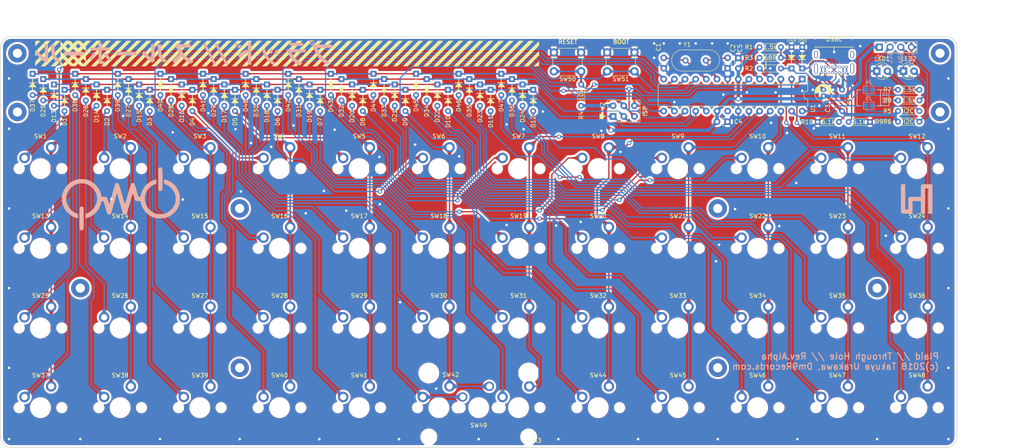
<source format=kicad_pcb>
(kicad_pcb (version 20171130) (host pcbnew "(5.1.2)-1")
  (layers (0 F.Cu signal) (31 B.Cu signal) (34 B.Paste user) (35 F.Paste user) (36 B.SilkS user) (37 F.SilkS user) (38 B.Mask user) (39 F.Mask user) (44 Edge.Cuts user))
  (net 0 "")
  (net 1 "Net-(C1-Pad1)")
  (net 2 GND)
  (net 3 /ROW0)
  (net 4 "Net-(D3-Pad2)")
  (net 5 "Net-(D4-Pad2)")
  (net 6 "Net-(D5-Pad2)")
  (net 7 "Net-(D6-Pad2)")
  (net 8 "Net-(D7-Pad2)")
  (net 9 "Net-(D8-Pad2)")
  (net 10 "Net-(D9-Pad2)")
  (net 11 "Net-(D10-Pad2)")
  (net 12 "Net-(D11-Pad2)")
  (net 13 "Net-(D12-Pad2)")
  (net 14 /ROW1)
  (net 15 "Net-(D13-Pad2)")
  (net 16 "Net-(D14-Pad2)")
  (net 17 "Net-(D15-Pad2)")
  (net 18 "Net-(D16-Pad2)")
  (net 19 "Net-(D17-Pad2)")
  (net 20 "Net-(D18-Pad2)")
  (net 21 "Net-(D19-Pad2)")
  (net 22 "Net-(D20-Pad2)")
  (net 23 "Net-(D21-Pad2)")
  (net 24 "Net-(D22-Pad2)")
  (net 25 "Net-(D23-Pad2)")
  (net 26 "Net-(D24-Pad2)")
  (net 27 "Net-(D25-Pad2)")
  (net 28 /ROW2)
  (net 29 "Net-(D26-Pad2)")
  (net 30 "Net-(D27-Pad2)")
  (net 31 "Net-(D28-Pad2)")
  (net 32 "Net-(D29-Pad2)")
  (net 33 "Net-(D30-Pad2)")
  (net 34 "Net-(D31-Pad2)")
  (net 35 "Net-(D32-Pad2)")
  (net 36 "Net-(D33-Pad2)")
  (net 37 "Net-(D34-Pad2)")
  (net 38 "Net-(D35-Pad2)")
  (net 39 "Net-(D36-Pad2)")
  (net 40 "Net-(D37-Pad2)")
  (net 41 "Net-(D38-Pad2)")
  (net 42 "Net-(D39-Pad2)")
  (net 43 "Net-(D40-Pad2)")
  (net 44 "Net-(D41-Pad2)")
  (net 45 "Net-(D42-Pad2)")
  (net 46 "Net-(D43-Pad2)")
  (net 47 "Net-(D44-Pad2)")
  (net 48 "Net-(D45-Pad2)")
  (net 49 "Net-(D46-Pad2)")
  (net 50 "Net-(D47-Pad2)")
  (net 51 "Net-(D48-Pad2)")
  (net 52 /USB_D+)
  (net 53 /USB_D-)
  (net 54 /RESET)
  (net 55 /COL0)
  (net 56 /COL1)
  (net 57 /COL2)
  (net 58 /COL3)
  (net 59 /COL4)
  (net 60 /COL5)
  (net 61 /COL6)
  (net 62 /COL7)
  (net 63 /COL8)
  (net 64 /COL9)
  (net 65 /COL10)
  (net 66 /COL11)
  (net 67 "Net-(C2-Pad1)")
  (net 68 +5V)
  (net 69 "Net-(F1-Pad1)")
  (net 70 "Net-(D1-Pad2)")
  (net 71 "Net-(D2-Pad2)")
  (net 72 "Net-(D49-Pad1)")
  (net 73 "Net-(D50-Pad1)")
  (net 74 /i2c_SCL)
  (net 75 /i2c_SDA)
  (net 76 "Net-(J4-Pad1)")
  (net 77 "Net-(J5-Pad1)")
  (net 78 "Net-(LED1-Pad2)")
  (net 79 "Net-(LED2-Pad2)")
  (net 80 /ROW3)
  (module SMKJP:SW_Cherry_MX1A_1.00u_PCB (layer F.Cu) (at 173.5 138.5)
    (fp_text reference SW43 (at 3.485 7.855 180) (layer F.SilkS))
    (fp_text value SW_Push hide)
    (pad 2 thru_hole circle (at 2.54 -5.08) (size 2.5 2.5) (drill 1.5) (layers *.Cu *.Mask) (net 61 /COL6))
    (pad 1 thru_hole circle (at -3.81 -2.54) (size 2.5 2.5) (drill 1.5) (layers *.Cu *.Mask) (net 45 "Net-(D42-Pad2)"))
    (pad "" np_thru_hole circle (at 0 0) (size 4 4) (drill 4) (layers *.Cu *.Mask))
    (pad "" np_thru_hole circle (at -5.08 0) (size 1.7 1.7) (drill 1.7) (layers *.Cu *.Mask))
    (pad "" np_thru_hole circle (at 5.08 0) (size 1.7 1.7) (drill 1.7) (layers *.Cu *.Mask))
  )
  (module MX_Alps_Hybrid:MXOnly-2U-ReversedStabilizers-NoLED (layer F.Cu) (at 164 138.5)
    (fp_text reference SW49 (at 0 4.21) (layer F.SilkS))
    (fp_text value SW_Push hide)
    (pad 2 thru_hole circle (at 2.54 -5.08) (size 2.25 2.25) (drill 1.47) (layers *.Cu B.Mask) (net 60 /COL5))
    (pad "" np_thru_hole circle (at 0 0) (size 3.9878 3.9878) (drill 3.9878) (layers *.Cu *.Mask))
    (pad 1 thru_hole circle (at -3.81 -2.54) (size 2.25 2.25) (drill 1.47) (layers *.Cu B.Mask) (net 51 "Net-(D48-Pad2)"))
    (pad "" np_thru_hole circle (at -5.08 0 48.0996) (size 1.75 1.75) (drill 1.75) (layers *.Cu *.Mask))
    (pad "" np_thru_hole circle (at 5.08 0 48.0996) (size 1.75 1.75) (drill 1.75) (layers *.Cu *.Mask))
    (pad "" np_thru_hole circle (at -11.90625 6.985) (size 3.048 3.048) (drill 3.048) (layers *.Cu *.Mask))
    (pad "" np_thru_hole circle (at 11.90625 6.985) (size 3.048 3.048) (drill 3.048) (layers *.Cu *.Mask))
    (pad "" np_thru_hole circle (at -11.90625 -8.255) (size 3.9878 3.9878) (drill 3.9878) (layers *.Cu *.Mask))
    (pad "" np_thru_hole circle (at 11.90625 -8.255) (size 3.9878 3.9878) (drill 3.9878) (layers *.Cu *.Mask))
  )
  (module Resistors_THT:R_Axial_DIN0204_L3.6mm_D1.6mm_P5.08mm_Horizontal (layer F.Cu) (at 244.805 70.37)
    (fp_text reference R10 (at -2.54 0) (layer F.SilkS))
    (fp_text value 5.1k (at 2.54 0) (layer F.SilkS))
    (pad 2 thru_hole oval (at 5.08 0) (size 1.4 1.4) (drill 0.7) (layers *.Cu *.Mask))
    (pad 1 thru_hole circle (at 0 0) (size 1.4 1.4) (drill 0.7) (layers *.Cu *.Mask) (net 2 GND))
  )
  (module Resistors_THT:R_Axial_DIN0204_L3.6mm_D1.6mm_P5.08mm_Horizontal (layer F.Cu) (at 257.29 70.37 180)
    (fp_text reference R9 (at -2.21 0.02 180) (layer F.SilkS))
    (fp_text value 5.1k (at 2.54 0 180) (layer F.SilkS))
    (pad 2 thru_hole oval (at 5.08 0 180) (size 1.4 1.4) (drill 0.7) (layers *.Cu *.Mask))
    (pad 1 thru_hole circle (at 0 0 180) (size 1.4 1.4) (drill 0.7) (layers *.Cu *.Mask) (net 2 GND))
  )
  (module Type-C:USB_C_GCT_USB4085 (layer F.Cu) (at 248.74 52.52 180)
    (fp_text reference USBC (at 0 1.85) (layer F.SilkS))
    (fp_text value USB_C_USB4085)
    (pad A5 thru_hole circle (at -1.275 -6.1 180) (size 0.65 0.65) (drill 0.4) (layers *.Cu *.Mask))
    (pad A1 thru_hole circle (at -2.975 -6.1 180) (size 0.65 0.65) (drill 0.4) (layers *.Cu *.Mask) (net 2 GND))
    (pad A4 thru_hole circle (at -2.125 -6.1 180) (size 0.65 0.65) (drill 0.4) (layers *.Cu *.Mask) (net 69 "Net-(F1-Pad1)"))
    (pad A6 thru_hole circle (at -0.425 -6.1 180) (size 0.65 0.65) (drill 0.4) (layers *.Cu *.Mask) (net 72 "Net-(D49-Pad1)"))
    (pad A7 thru_hole circle (at 0.425 -6.1 180) (size 0.65 0.65) (drill 0.4) (layers *.Cu *.Mask) (net 73 "Net-(D50-Pad1)"))
    (pad A8 thru_hole circle (at 1.275 -6.1 180) (size 0.65 0.65) (drill 0.4) (layers *.Cu *.Mask))
    (pad A9 thru_hole circle (at 2.125 -6.1 180) (size 0.65 0.65) (drill 0.4) (layers *.Cu *.Mask) (net 69 "Net-(F1-Pad1)"))
    (pad A12 thru_hole circle (at 2.975 -6.1 180) (size 0.65 0.65) (drill 0.4) (layers *.Cu *.Mask) (net 2 GND))
    (pad B12 thru_hole circle (at -2.975 -4.775 180) (size 0.65 0.65) (drill 0.4) (layers *.Cu *.Mask) (net 2 GND))
    (pad B9 thru_hole circle (at -2.12 -4.775 180) (size 0.65 0.65) (drill 0.4) (layers *.Cu *.Mask) (net 69 "Net-(F1-Pad1)"))
    (pad B8 thru_hole circle (at -1.27 -4.775 180) (size 0.65 0.65) (drill 0.4) (layers *.Cu *.Mask))
    (pad B7 thru_hole circle (at -0.42 -4.775 180) (size 0.65 0.65) (drill 0.4) (layers *.Cu *.Mask) (net 73 "Net-(D50-Pad1)"))
    (pad B6 thru_hole circle (at 0.43 -4.775 180) (size 0.65 0.65) (drill 0.4) (layers *.Cu *.Mask) (net 72 "Net-(D49-Pad1)"))
    (pad B5 thru_hole circle (at 1.28 -4.775 180) (size 0.65 0.65) (drill 0.4) (layers *.Cu *.Mask))
    (pad B4 thru_hole circle (at 2.13 -4.775 180) (size 0.65 0.65) (drill 0.4) (layers *.Cu *.Mask) (net 69 "Net-(F1-Pad1)"))
    (pad B1 thru_hole circle (at 2.98 -4.775 180) (size 0.65 0.65) (drill 0.4) (layers *.Cu *.Mask) (net 2 GND))
    (pad S1 thru_hole oval (at -4.325 -5.12 180) (size 0.9 2.4) (drill oval 0.6 2.1) (layers *.Cu *.Mask))
    (pad S1 thru_hole oval (at 4.325 -5.12 180) (size 0.9 2.4) (drill oval 0.6 2.1) (layers *.Cu *.Mask))
    (pad S1 thru_hole oval (at -4.325 -1.74 180) (size 0.9 1.7) (drill oval 0.6 1.4) (layers *.Cu *.Mask))
    (pad S1 thru_hole oval (at 4.325 -1.74 180) (size 0.9 1.7) (drill oval 0.6 1.4) (layers *.Cu *.Mask))
  )
  (module SMKJP:SW_Cherry_MX1A_1.00u_PCB (layer F.Cu) (at 249.5 81.5)
    (fp_text reference SW11 (at 0 -7.7) (layer F.SilkS))
    (fp_text value SW_Push hide)
    (pad 2 thru_hole circle (at 2.54 -5.08) (size 2.5 2.5) (drill 1.5) (layers *.Cu *.Mask) (net 65 /COL10))
    (pad 1 thru_hole circle (at -3.81 -2.54) (size 2.5 2.5) (drill 1.5) (layers *.Cu *.Mask) (net 12 "Net-(D11-Pad2)"))
    (pad "" np_thru_hole circle (at 0 0) (size 4 4) (drill 4) (layers *.Cu *.Mask))
    (pad "" np_thru_hole circle (at -5.08 0) (size 1.7 1.7) (drill 1.7) (layers *.Cu *.Mask))
    (pad "" np_thru_hole circle (at 5.08 0) (size 1.7 1.7) (drill 1.7) (layers *.Cu *.Mask))
  )
  (module SMKJP:SW_Cherry_MX1A_1.00u_PCB (layer F.Cu) (at 173.5 100.5)
    (fp_text reference SW19 (at 0 -7.7) (layer F.SilkS))
    (fp_text value SW_Push hide)
    (pad 2 thru_hole circle (at 2.54 -5.08) (size 2.5 2.5) (drill 1.5) (layers *.Cu *.Mask) (net 61 /COL6))
    (pad 1 thru_hole circle (at -3.81 -2.54) (size 2.5 2.5) (drill 1.5) (layers *.Cu *.Mask) (net 21 "Net-(D19-Pad2)"))
    (pad "" np_thru_hole circle (at 0 0) (size 4 4) (drill 4) (layers *.Cu *.Mask))
    (pad "" np_thru_hole circle (at -5.08 0) (size 1.7 1.7) (drill 1.7) (layers *.Cu *.Mask))
    (pad "" np_thru_hole circle (at 5.08 0) (size 1.7 1.7) (drill 1.7) (layers *.Cu *.Mask))
  )
  (module SMKJP:SW_Cherry_MX1A_1.00u_PCB (layer F.Cu) (at 192.5 81.5)
    (fp_text reference SW8 (at 0 -7.7) (layer F.SilkS))
    (fp_text value SW_Push hide)
    (pad 2 thru_hole circle (at 2.54 -5.08) (size 2.5 2.5) (drill 1.5) (layers *.Cu *.Mask) (net 62 /COL7))
    (pad 1 thru_hole circle (at -3.81 -2.54) (size 2.5 2.5) (drill 1.5) (layers *.Cu *.Mask) (net 9 "Net-(D8-Pad2)"))
    (pad "" np_thru_hole circle (at 0 0) (size 4 4) (drill 4) (layers *.Cu *.Mask))
    (pad "" np_thru_hole circle (at -5.08 0) (size 1.7 1.7) (drill 1.7) (layers *.Cu *.Mask))
    (pad "" np_thru_hole circle (at 5.08 0) (size 1.7 1.7) (drill 1.7) (layers *.Cu *.Mask))
  )
  (module SMKJP:SW_Cherry_MX1A_1.00u_PCB (layer F.Cu) (at 211.5 81.5)
    (fp_text reference SW9 (at 0 -7.7) (layer F.SilkS))
    (fp_text value SW_Push hide)
    (pad 2 thru_hole circle (at 2.54 -5.08) (size 2.5 2.5) (drill 1.5) (layers *.Cu *.Mask) (net 63 /COL8))
    (pad 1 thru_hole circle (at -3.81 -2.54) (size 2.5 2.5) (drill 1.5) (layers *.Cu *.Mask) (net 10 "Net-(D9-Pad2)"))
    (pad "" np_thru_hole circle (at 0 0) (size 4 4) (drill 4) (layers *.Cu *.Mask))
    (pad "" np_thru_hole circle (at -5.08 0) (size 1.7 1.7) (drill 1.7) (layers *.Cu *.Mask))
    (pad "" np_thru_hole circle (at 5.08 0) (size 1.7 1.7) (drill 1.7) (layers *.Cu *.Mask))
  )
  (module SMKJP:SW_Cherry_MX1A_1.00u_PCB (layer F.Cu) (at 173.5 81.5)
    (fp_text reference SW7 (at 0 -7.7) (layer F.SilkS))
    (fp_text value SW_Push hide)
    (pad 2 thru_hole circle (at 2.54 -5.08) (size 2.5 2.5) (drill 1.5) (layers *.Cu *.Mask) (net 61 /COL6))
    (pad 1 thru_hole circle (at -3.81 -2.54) (size 2.5 2.5) (drill 1.5) (layers *.Cu *.Mask) (net 8 "Net-(D7-Pad2)"))
    (pad "" np_thru_hole circle (at 0 0) (size 4 4) (drill 4) (layers *.Cu *.Mask))
    (pad "" np_thru_hole circle (at -5.08 0) (size 1.7 1.7) (drill 1.7) (layers *.Cu *.Mask))
    (pad "" np_thru_hole circle (at 5.08 0) (size 1.7 1.7) (drill 1.7) (layers *.Cu *.Mask))
  )
  (module SMKJP:SW_Cherry_MX1A_1.00u_PCB (layer F.Cu) (at 78.5 81.5)
    (fp_text reference SW2 (at 0 -7.7) (layer F.SilkS))
    (fp_text value SW_Push hide)
    (pad 2 thru_hole circle (at 2.54 -5.08) (size 2.5 2.5) (drill 1.5) (layers *.Cu *.Mask) (net 56 /COL1))
    (pad 1 thru_hole circle (at -3.81 -2.54) (size 2.5 2.5) (drill 1.5) (layers *.Cu *.Mask) (net 71 "Net-(D2-Pad2)"))
    (pad "" np_thru_hole circle (at 0 0) (size 4 4) (drill 4) (layers *.Cu *.Mask))
    (pad "" np_thru_hole circle (at -5.08 0) (size 1.7 1.7) (drill 1.7) (layers *.Cu *.Mask))
    (pad "" np_thru_hole circle (at 5.08 0) (size 1.7 1.7) (drill 1.7) (layers *.Cu *.Mask))
  )
  (module SMKJP:SW_Cherry_MX1A_1.00u_PCB (layer F.Cu) (at 116.5 138.5)
    (fp_text reference SW40 (at 0 -7.7) (layer F.SilkS))
    (fp_text value SW_Push hide)
    (pad 2 thru_hole circle (at 2.54 -5.08) (size 2.5 2.5) (drill 1.5) (layers *.Cu *.Mask) (net 58 /COL3))
    (pad 1 thru_hole circle (at -3.81 -2.54) (size 2.5 2.5) (drill 1.5) (layers *.Cu *.Mask) (net 43 "Net-(D40-Pad2)"))
    (pad "" np_thru_hole circle (at 0 0) (size 4 4) (drill 4) (layers *.Cu *.Mask))
    (pad "" np_thru_hole circle (at -5.08 0) (size 1.7 1.7) (drill 1.7) (layers *.Cu *.Mask))
    (pad "" np_thru_hole circle (at 5.08 0) (size 1.7 1.7) (drill 1.7) (layers *.Cu *.Mask))
  )
  (module SMKJP:SW_Cherry_MX1A_1.00u_PCB (layer F.Cu) (at 116.5 119.5)
    (fp_text reference SW28 (at 0 -7.7) (layer F.SilkS))
    (fp_text value SW_Push hide)
    (pad 2 thru_hole circle (at 2.54 -5.08) (size 2.5 2.5) (drill 1.5) (layers *.Cu *.Mask) (net 58 /COL3))
    (pad 1 thru_hole circle (at -3.81 -2.54) (size 2.5 2.5) (drill 1.5) (layers *.Cu *.Mask) (net 31 "Net-(D28-Pad2)"))
    (pad "" np_thru_hole circle (at 0 0) (size 4 4) (drill 4) (layers *.Cu *.Mask))
    (pad "" np_thru_hole circle (at -5.08 0) (size 1.7 1.7) (drill 1.7) (layers *.Cu *.Mask))
    (pad "" np_thru_hole circle (at 5.08 0) (size 1.7 1.7) (drill 1.7) (layers *.Cu *.Mask))
  )
  (module SMKJP:SW_Cherry_MX1A_1.00u_PCB (layer F.Cu) (at 59.5 81.5)
    (fp_text reference SW1 (at 0 -7.7) (layer F.SilkS))
    (fp_text value SW_Push hide)
    (pad 2 thru_hole circle (at 2.54 -5.08) (size 2.5 2.5) (drill 1.5) (layers *.Cu *.Mask) (net 55 /COL0))
    (pad 1 thru_hole circle (at -3.81 -2.54) (size 2.5 2.5) (drill 1.5) (layers *.Cu *.Mask) (net 70 "Net-(D1-Pad2)"))
    (pad "" np_thru_hole circle (at 0 0) (size 4 4) (drill 4) (layers *.Cu *.Mask))
    (pad "" np_thru_hole circle (at -5.08 0) (size 1.7 1.7) (drill 1.7) (layers *.Cu *.Mask))
    (pad "" np_thru_hole circle (at 5.08 0) (size 1.7 1.7) (drill 1.7) (layers *.Cu *.Mask))
  )
  (module SMKJP:SW_Cherry_MX1A_1.00u_PCB (layer F.Cu) (at 97.5 81.5)
    (fp_text reference SW3 (at 0 -7.7) (layer F.SilkS))
    (fp_text value SW_Push hide)
    (pad 2 thru_hole circle (at 2.54 -5.08) (size 2.5 2.5) (drill 1.5) (layers *.Cu *.Mask) (net 57 /COL2))
    (pad 1 thru_hole circle (at -3.81 -2.54) (size 2.5 2.5) (drill 1.5) (layers *.Cu *.Mask) (net 4 "Net-(D3-Pad2)"))
    (pad "" np_thru_hole circle (at 0 0) (size 4 4) (drill 4) (layers *.Cu *.Mask))
    (pad "" np_thru_hole circle (at -5.08 0) (size 1.7 1.7) (drill 1.7) (layers *.Cu *.Mask))
    (pad "" np_thru_hole circle (at 5.08 0) (size 1.7 1.7) (drill 1.7) (layers *.Cu *.Mask))
  )
  (module SMKJP:SW_Cherry_MX1A_1.00u_PCB (layer F.Cu) (at 116.5 81.5)
    (fp_text reference SW4 (at 0 -7.7) (layer F.SilkS))
    (fp_text value SW_Push hide)
    (pad 2 thru_hole circle (at 2.54 -5.08) (size 2.5 2.5) (drill 1.5) (layers *.Cu *.Mask) (net 58 /COL3))
    (pad 1 thru_hole circle (at -3.81 -2.54) (size 2.5 2.5) (drill 1.5) (layers *.Cu *.Mask) (net 5 "Net-(D4-Pad2)"))
    (pad "" np_thru_hole circle (at 0 0) (size 4 4) (drill 4) (layers *.Cu *.Mask))
    (pad "" np_thru_hole circle (at -5.08 0) (size 1.7 1.7) (drill 1.7) (layers *.Cu *.Mask))
    (pad "" np_thru_hole circle (at 5.08 0) (size 1.7 1.7) (drill 1.7) (layers *.Cu *.Mask))
  )
  (module SMKJP:SW_Cherry_MX1A_1.00u_PCB (layer F.Cu) (at 135.5 81.5)
    (fp_text reference SW5 (at 0 -7.7) (layer F.SilkS))
    (fp_text value SW_Push hide)
    (pad 2 thru_hole circle (at 2.54 -5.08) (size 2.5 2.5) (drill 1.5) (layers *.Cu *.Mask) (net 59 /COL4))
    (pad 1 thru_hole circle (at -3.81 -2.54) (size 2.5 2.5) (drill 1.5) (layers *.Cu *.Mask) (net 6 "Net-(D5-Pad2)"))
    (pad "" np_thru_hole circle (at 0 0) (size 4 4) (drill 4) (layers *.Cu *.Mask))
    (pad "" np_thru_hole circle (at -5.08 0) (size 1.7 1.7) (drill 1.7) (layers *.Cu *.Mask))
    (pad "" np_thru_hole circle (at 5.08 0) (size 1.7 1.7) (drill 1.7) (layers *.Cu *.Mask))
  )
  (module SMKJP:SW_Cherry_MX1A_1.00u_PCB (layer F.Cu) (at 154.5 81.5)
    (fp_text reference SW6 (at 0 -7.7) (layer F.SilkS))
    (fp_text value SW_Push hide)
    (pad 2 thru_hole circle (at 2.54 -5.08) (size 2.5 2.5) (drill 1.5) (layers *.Cu *.Mask) (net 60 /COL5))
    (pad 1 thru_hole circle (at -3.81 -2.54) (size 2.5 2.5) (drill 1.5) (layers *.Cu *.Mask) (net 7 "Net-(D6-Pad2)"))
    (pad "" np_thru_hole circle (at 0 0) (size 4 4) (drill 4) (layers *.Cu *.Mask))
    (pad "" np_thru_hole circle (at -5.08 0) (size 1.7 1.7) (drill 1.7) (layers *.Cu *.Mask))
    (pad "" np_thru_hole circle (at 5.08 0) (size 1.7 1.7) (drill 1.7) (layers *.Cu *.Mask))
  )
  (module SMKJP:SW_Cherry_MX1A_1.00u_PCB (layer F.Cu) (at 230.5 81.5)
    (fp_text reference SW10 (at 0 -7.7) (layer F.SilkS))
    (fp_text value SW_Push hide)
    (pad 2 thru_hole circle (at 2.54 -5.08) (size 2.5 2.5) (drill 1.5) (layers *.Cu *.Mask) (net 64 /COL9))
    (pad 1 thru_hole circle (at -3.81 -2.54) (size 2.5 2.5) (drill 1.5) (layers *.Cu *.Mask) (net 11 "Net-(D10-Pad2)"))
    (pad "" np_thru_hole circle (at 0 0) (size 4 4) (drill 4) (layers *.Cu *.Mask))
    (pad "" np_thru_hole circle (at -5.08 0) (size 1.7 1.7) (drill 1.7) (layers *.Cu *.Mask))
    (pad "" np_thru_hole circle (at 5.08 0) (size 1.7 1.7) (drill 1.7) (layers *.Cu *.Mask))
  )
  (module SMKJP:SW_Cherry_MX1A_1.00u_PCB (layer F.Cu) (at 268.5 81.5)
    (fp_text reference SW12 (at 0 -7.7) (layer F.SilkS))
    (fp_text value SW_Push hide)
    (pad 2 thru_hole circle (at 2.54 -5.08) (size 2.5 2.5) (drill 1.5) (layers *.Cu *.Mask) (net 66 /COL11))
    (pad 1 thru_hole circle (at -3.81 -2.54) (size 2.5 2.5) (drill 1.5) (layers *.Cu *.Mask) (net 13 "Net-(D12-Pad2)"))
    (pad "" np_thru_hole circle (at 0 0) (size 4 4) (drill 4) (layers *.Cu *.Mask))
    (pad "" np_thru_hole circle (at -5.08 0) (size 1.7 1.7) (drill 1.7) (layers *.Cu *.Mask))
    (pad "" np_thru_hole circle (at 5.08 0) (size 1.7 1.7) (drill 1.7) (layers *.Cu *.Mask))
  )
  (module SMKJP:SW_Cherry_MX1A_1.00u_PCB (layer F.Cu) (at 59.5 100.5)
    (fp_text reference SW13 (at 0 -7.7) (layer F.SilkS))
    (fp_text value SW_Push hide)
    (pad 2 thru_hole circle (at 2.54 -5.08) (size 2.5 2.5) (drill 1.5) (layers *.Cu *.Mask) (net 55 /COL0))
    (pad 1 thru_hole circle (at -3.81 -2.54) (size 2.5 2.5) (drill 1.5) (layers *.Cu *.Mask) (net 15 "Net-(D13-Pad2)"))
    (pad "" np_thru_hole circle (at 0 0) (size 4 4) (drill 4) (layers *.Cu *.Mask))
    (pad "" np_thru_hole circle (at -5.08 0) (size 1.7 1.7) (drill 1.7) (layers *.Cu *.Mask))
    (pad "" np_thru_hole circle (at 5.08 0) (size 1.7 1.7) (drill 1.7) (layers *.Cu *.Mask))
  )
  (module SMKJP:SW_Cherry_MX1A_1.00u_PCB (layer F.Cu) (at 78.5 100.5)
    (fp_text reference SW14 (at 0 -7.7) (layer F.SilkS))
    (fp_text value SW_Push hide)
    (pad 2 thru_hole circle (at 2.54 -5.08) (size 2.5 2.5) (drill 1.5) (layers *.Cu *.Mask) (net 56 /COL1))
    (pad 1 thru_hole circle (at -3.81 -2.54) (size 2.5 2.5) (drill 1.5) (layers *.Cu *.Mask) (net 16 "Net-(D14-Pad2)"))
    (pad "" np_thru_hole circle (at 0 0) (size 4 4) (drill 4) (layers *.Cu *.Mask))
    (pad "" np_thru_hole circle (at -5.08 0) (size 1.7 1.7) (drill 1.7) (layers *.Cu *.Mask))
    (pad "" np_thru_hole circle (at 5.08 0) (size 1.7 1.7) (drill 1.7) (layers *.Cu *.Mask))
  )
  (module SMKJP:SW_Cherry_MX1A_1.00u_PCB (layer F.Cu) (at 97.5 100.5)
    (fp_text reference SW15 (at 0 -7.7) (layer F.SilkS))
    (fp_text value SW_Push hide)
    (pad 2 thru_hole circle (at 2.54 -5.08) (size 2.5 2.5) (drill 1.5) (layers *.Cu *.Mask) (net 57 /COL2))
    (pad 1 thru_hole circle (at -3.81 -2.54) (size 2.5 2.5) (drill 1.5) (layers *.Cu *.Mask) (net 17 "Net-(D15-Pad2)"))
    (pad "" np_thru_hole circle (at 0 0) (size 4 4) (drill 4) (layers *.Cu *.Mask))
    (pad "" np_thru_hole circle (at -5.08 0) (size 1.7 1.7) (drill 1.7) (layers *.Cu *.Mask))
    (pad "" np_thru_hole circle (at 5.08 0) (size 1.7 1.7) (drill 1.7) (layers *.Cu *.Mask))
  )
  (module SMKJP:SW_Cherry_MX1A_1.00u_PCB (layer F.Cu) (at 116.5 100.5)
    (fp_text reference SW16 (at 0 -7.7) (layer F.SilkS))
    (fp_text value SW_Push hide)
    (pad 2 thru_hole circle (at 2.54 -5.08) (size 2.5 2.5) (drill 1.5) (layers *.Cu *.Mask) (net 58 /COL3))
    (pad 1 thru_hole circle (at -3.81 -2.54) (size 2.5 2.5) (drill 1.5) (layers *.Cu *.Mask) (net 18 "Net-(D16-Pad2)"))
    (pad "" np_thru_hole circle (at 0 0) (size 4 4) (drill 4) (layers *.Cu *.Mask))
    (pad "" np_thru_hole circle (at -5.08 0) (size 1.7 1.7) (drill 1.7) (layers *.Cu *.Mask))
    (pad "" np_thru_hole circle (at 5.08 0) (size 1.7 1.7) (drill 1.7) (layers *.Cu *.Mask))
  )
  (module SMKJP:SW_Cherry_MX1A_1.00u_PCB (layer F.Cu) (at 135.5 100.5)
    (fp_text reference SW17 (at 0 -7.7) (layer F.SilkS))
    (fp_text value SW_Push hide)
    (pad 2 thru_hole circle (at 2.54 -5.08) (size 2.5 2.5) (drill 1.5) (layers *.Cu *.Mask) (net 59 /COL4))
    (pad 1 thru_hole circle (at -3.81 -2.54) (size 2.5 2.5) (drill 1.5) (layers *.Cu *.Mask) (net 19 "Net-(D17-Pad2)"))
    (pad "" np_thru_hole circle (at 0 0) (size 4 4) (drill 4) (layers *.Cu *.Mask))
    (pad "" np_thru_hole circle (at -5.08 0) (size 1.7 1.7) (drill 1.7) (layers *.Cu *.Mask))
    (pad "" np_thru_hole circle (at 5.08 0) (size 1.7 1.7) (drill 1.7) (layers *.Cu *.Mask))
  )
  (module SMKJP:SW_Cherry_MX1A_1.00u_PCB (layer F.Cu) (at 154.5 100.5)
    (fp_text reference SW18 (at 0 -7.7) (layer F.SilkS))
    (fp_text value SW_Push hide)
    (pad 2 thru_hole circle (at 2.54 -5.08) (size 2.5 2.5) (drill 1.5) (layers *.Cu *.Mask) (net 60 /COL5))
    (pad 1 thru_hole circle (at -3.81 -2.54) (size 2.5 2.5) (drill 1.5) (layers *.Cu *.Mask) (net 20 "Net-(D18-Pad2)"))
    (pad "" np_thru_hole circle (at 0 0) (size 4 4) (drill 4) (layers *.Cu *.Mask))
    (pad "" np_thru_hole circle (at -5.08 0) (size 1.7 1.7) (drill 1.7) (layers *.Cu *.Mask))
    (pad "" np_thru_hole circle (at 5.08 0) (size 1.7 1.7) (drill 1.7) (layers *.Cu *.Mask))
  )
  (module SMKJP:SW_Cherry_MX1A_1.00u_PCB (layer F.Cu) (at 192.5 100.5)
    (fp_text reference SW20 (at 0 -7.7) (layer F.SilkS))
    (fp_text value SW_Push hide)
    (pad 2 thru_hole circle (at 2.54 -5.08) (size 2.5 2.5) (drill 1.5) (layers *.Cu *.Mask) (net 62 /COL7))
    (pad 1 thru_hole circle (at -3.81 -2.54) (size 2.5 2.5) (drill 1.5) (layers *.Cu *.Mask) (net 22 "Net-(D20-Pad2)"))
    (pad "" np_thru_hole circle (at 0 0) (size 4 4) (drill 4) (layers *.Cu *.Mask))
    (pad "" np_thru_hole circle (at -5.08 0) (size 1.7 1.7) (drill 1.7) (layers *.Cu *.Mask))
    (pad "" np_thru_hole circle (at 5.08 0) (size 1.7 1.7) (drill 1.7) (layers *.Cu *.Mask))
  )
  (module SMKJP:SW_Cherry_MX1A_1.00u_PCB (layer F.Cu) (at 211.5 100.5)
    (fp_text reference SW21 (at 0 -7.7) (layer F.SilkS))
    (fp_text value SW_Push hide)
    (pad 2 thru_hole circle (at 2.54 -5.08) (size 2.5 2.5) (drill 1.5) (layers *.Cu *.Mask) (net 63 /COL8))
    (pad 1 thru_hole circle (at -3.81 -2.54) (size 2.5 2.5) (drill 1.5) (layers *.Cu *.Mask) (net 23 "Net-(D21-Pad2)"))
    (pad "" np_thru_hole circle (at 0 0) (size 4 4) (drill 4) (layers *.Cu *.Mask))
    (pad "" np_thru_hole circle (at -5.08 0) (size 1.7 1.7) (drill 1.7) (layers *.Cu *.Mask))
    (pad "" np_thru_hole circle (at 5.08 0) (size 1.7 1.7) (drill 1.7) (layers *.Cu *.Mask))
  )
  (module SMKJP:SW_Cherry_MX1A_1.00u_PCB (layer F.Cu) (at 230.5 100.5)
    (fp_text reference SW22 (at 0 -7.7) (layer F.SilkS))
    (fp_text value SW_Push hide)
    (pad 2 thru_hole circle (at 2.54 -5.08) (size 2.5 2.5) (drill 1.5) (layers *.Cu *.Mask) (net 64 /COL9))
    (pad 1 thru_hole circle (at -3.81 -2.54) (size 2.5 2.5) (drill 1.5) (layers *.Cu *.Mask) (net 24 "Net-(D22-Pad2)"))
    (pad "" np_thru_hole circle (at 0 0) (size 4 4) (drill 4) (layers *.Cu *.Mask))
    (pad "" np_thru_hole circle (at -5.08 0) (size 1.7 1.7) (drill 1.7) (layers *.Cu *.Mask))
    (pad "" np_thru_hole circle (at 5.08 0) (size 1.7 1.7) (drill 1.7) (layers *.Cu *.Mask))
  )
  (module SMKJP:SW_Cherry_MX1A_1.00u_PCB (layer F.Cu) (at 249.5 100.5)
    (fp_text reference SW23 (at 0 -7.7) (layer F.SilkS))
    (fp_text value SW_Push hide)
    (pad 2 thru_hole circle (at 2.54 -5.08) (size 2.5 2.5) (drill 1.5) (layers *.Cu *.Mask) (net 65 /COL10))
    (pad 1 thru_hole circle (at -3.81 -2.54) (size 2.5 2.5) (drill 1.5) (layers *.Cu *.Mask) (net 25 "Net-(D23-Pad2)"))
    (pad "" np_thru_hole circle (at 0 0) (size 4 4) (drill 4) (layers *.Cu *.Mask))
    (pad "" np_thru_hole circle (at -5.08 0) (size 1.7 1.7) (drill 1.7) (layers *.Cu *.Mask))
    (pad "" np_thru_hole circle (at 5.08 0) (size 1.7 1.7) (drill 1.7) (layers *.Cu *.Mask))
  )
  (module SMKJP:SW_Cherry_MX1A_1.00u_PCB (layer F.Cu) (at 268.5 100.5)
    (fp_text reference SW24 (at 0 -7.7) (layer F.SilkS))
    (fp_text value SW_Push hide)
    (pad 2 thru_hole circle (at 2.54 -5.08) (size 2.5 2.5) (drill 1.5) (layers *.Cu *.Mask) (net 66 /COL11))
    (pad 1 thru_hole circle (at -3.81 -2.54) (size 2.5 2.5) (drill 1.5) (layers *.Cu *.Mask) (net 26 "Net-(D24-Pad2)"))
    (pad "" np_thru_hole circle (at 0 0) (size 4 4) (drill 4) (layers *.Cu *.Mask))
    (pad "" np_thru_hole circle (at -5.08 0) (size 1.7 1.7) (drill 1.7) (layers *.Cu *.Mask))
    (pad "" np_thru_hole circle (at 5.08 0) (size 1.7 1.7) (drill 1.7) (layers *.Cu *.Mask))
  )
  (module SMKJP:SW_Cherry_MX1A_1.00u_PCB (layer F.Cu) (at 59.5 119.5)
    (fp_text reference SW25 (at 0 -7.7) (layer F.SilkS))
    (fp_text value SW_Push hide)
    (pad 2 thru_hole circle (at 2.54 -5.08) (size 2.5 2.5) (drill 1.5) (layers *.Cu *.Mask) (net 55 /COL0))
    (pad 1 thru_hole circle (at -3.81 -2.54) (size 2.5 2.5) (drill 1.5) (layers *.Cu *.Mask) (net 27 "Net-(D25-Pad2)"))
    (pad "" np_thru_hole circle (at 0 0) (size 4 4) (drill 4) (layers *.Cu *.Mask))
    (pad "" np_thru_hole circle (at -5.08 0) (size 1.7 1.7) (drill 1.7) (layers *.Cu *.Mask))
    (pad "" np_thru_hole circle (at 5.08 0) (size 1.7 1.7) (drill 1.7) (layers *.Cu *.Mask))
  )
  (module SMKJP:SW_Cherry_MX1A_1.00u_PCB (layer F.Cu) (at 78.5 119.5)
    (fp_text reference SW26 (at 0 -7.7) (layer F.SilkS))
    (fp_text value SW_Push hide)
    (pad 2 thru_hole circle (at 2.54 -5.08) (size 2.5 2.5) (drill 1.5) (layers *.Cu *.Mask) (net 56 /COL1))
    (pad 1 thru_hole circle (at -3.81 -2.54) (size 2.5 2.5) (drill 1.5) (layers *.Cu *.Mask) (net 29 "Net-(D26-Pad2)"))
    (pad "" np_thru_hole circle (at 0 0) (size 4 4) (drill 4) (layers *.Cu *.Mask))
    (pad "" np_thru_hole circle (at -5.08 0) (size 1.7 1.7) (drill 1.7) (layers *.Cu *.Mask))
    (pad "" np_thru_hole circle (at 5.08 0) (size 1.7 1.7) (drill 1.7) (layers *.Cu *.Mask))
  )
  (module SMKJP:SW_Cherry_MX1A_1.00u_PCB (layer F.Cu) (at 97.5 119.5)
    (fp_text reference SW27 (at 0 -7.7) (layer F.SilkS))
    (fp_text value SW_Push hide)
    (pad 2 thru_hole circle (at 2.54 -5.08) (size 2.5 2.5) (drill 1.5) (layers *.Cu *.Mask) (net 57 /COL2))
    (pad 1 thru_hole circle (at -3.81 -2.54) (size 2.5 2.5) (drill 1.5) (layers *.Cu *.Mask) (net 30 "Net-(D27-Pad2)"))
    (pad "" np_thru_hole circle (at 0 0) (size 4 4) (drill 4) (layers *.Cu *.Mask))
    (pad "" np_thru_hole circle (at -5.08 0) (size 1.7 1.7) (drill 1.7) (layers *.Cu *.Mask))
    (pad "" np_thru_hole circle (at 5.08 0) (size 1.7 1.7) (drill 1.7) (layers *.Cu *.Mask))
  )
  (module SMKJP:SW_Cherry_MX1A_1.00u_PCB (layer F.Cu) (at 135.5 119.5)
    (fp_text reference SW29 (at 0 -7.7) (layer F.SilkS))
    (fp_text value SW_Push hide)
    (pad 2 thru_hole circle (at 2.54 -5.08) (size 2.5 2.5) (drill 1.5) (layers *.Cu *.Mask) (net 59 /COL4))
    (pad 1 thru_hole circle (at -3.81 -2.54) (size 2.5 2.5) (drill 1.5) (layers *.Cu *.Mask) (net 32 "Net-(D29-Pad2)"))
    (pad "" np_thru_hole circle (at 0 0) (size 4 4) (drill 4) (layers *.Cu *.Mask))
    (pad "" np_thru_hole circle (at -5.08 0) (size 1.7 1.7) (drill 1.7) (layers *.Cu *.Mask))
    (pad "" np_thru_hole circle (at 5.08 0) (size 1.7 1.7) (drill 1.7) (layers *.Cu *.Mask))
  )
  (module SMKJP:SW_Cherry_MX1A_1.00u_PCB (layer F.Cu) (at 154.5 119.5)
    (fp_text reference SW30 (at 0 -7.7) (layer F.SilkS))
    (fp_text value SW_Push hide)
    (pad 2 thru_hole circle (at 2.54 -5.08) (size 2.5 2.5) (drill 1.5) (layers *.Cu *.Mask) (net 60 /COL5))
    (pad 1 thru_hole circle (at -3.81 -2.54) (size 2.5 2.5) (drill 1.5) (layers *.Cu *.Mask) (net 33 "Net-(D30-Pad2)"))
    (pad "" np_thru_hole circle (at 0 0) (size 4 4) (drill 4) (layers *.Cu *.Mask))
    (pad "" np_thru_hole circle (at -5.08 0) (size 1.7 1.7) (drill 1.7) (layers *.Cu *.Mask))
    (pad "" np_thru_hole circle (at 5.08 0) (size 1.7 1.7) (drill 1.7) (layers *.Cu *.Mask))
  )
  (module SMKJP:SW_Cherry_MX1A_1.00u_PCB (layer F.Cu) (at 173.5 119.5)
    (fp_text reference SW31 (at 0 -7.7) (layer F.SilkS))
    (fp_text value SW_Push hide)
    (pad 2 thru_hole circle (at 2.54 -5.08) (size 2.5 2.5) (drill 1.5) (layers *.Cu *.Mask) (net 61 /COL6))
    (pad 1 thru_hole circle (at -3.81 -2.54) (size 2.5 2.5) (drill 1.5) (layers *.Cu *.Mask) (net 34 "Net-(D31-Pad2)"))
    (pad "" np_thru_hole circle (at 0 0) (size 4 4) (drill 4) (layers *.Cu *.Mask))
    (pad "" np_thru_hole circle (at -5.08 0) (size 1.7 1.7) (drill 1.7) (layers *.Cu *.Mask))
    (pad "" np_thru_hole circle (at 5.08 0) (size 1.7 1.7) (drill 1.7) (layers *.Cu *.Mask))
  )
  (module SMKJP:SW_Cherry_MX1A_1.00u_PCB (layer F.Cu) (at 192.5 119.5)
    (fp_text reference SW32 (at 0 -7.7) (layer F.SilkS))
    (fp_text value SW_Push hide)
    (pad 2 thru_hole circle (at 2.54 -5.08) (size 2.5 2.5) (drill 1.5) (layers *.Cu *.Mask) (net 62 /COL7))
    (pad 1 thru_hole circle (at -3.81 -2.54) (size 2.5 2.5) (drill 1.5) (layers *.Cu *.Mask) (net 35 "Net-(D32-Pad2)"))
    (pad "" np_thru_hole circle (at 0 0) (size 4 4) (drill 4) (layers *.Cu *.Mask))
    (pad "" np_thru_hole circle (at -5.08 0) (size 1.7 1.7) (drill 1.7) (layers *.Cu *.Mask))
    (pad "" np_thru_hole circle (at 5.08 0) (size 1.7 1.7) (drill 1.7) (layers *.Cu *.Mask))
  )
  (module SMKJP:SW_Cherry_MX1A_1.00u_PCB (layer F.Cu) (at 211.5 119.5)
    (fp_text reference SW33 (at 0 -7.7) (layer F.SilkS))
    (fp_text value SW_Push hide)
    (pad 2 thru_hole circle (at 2.54 -5.08) (size 2.5 2.5) (drill 1.5) (layers *.Cu *.Mask) (net 63 /COL8))
    (pad 1 thru_hole circle (at -3.81 -2.54) (size 2.5 2.5) (drill 1.5) (layers *.Cu *.Mask) (net 36 "Net-(D33-Pad2)"))
    (pad "" np_thru_hole circle (at 0 0) (size 4 4) (drill 4) (layers *.Cu *.Mask))
    (pad "" np_thru_hole circle (at -5.08 0) (size 1.7 1.7) (drill 1.7) (layers *.Cu *.Mask))
    (pad "" np_thru_hole circle (at 5.08 0) (size 1.7 1.7) (drill 1.7) (layers *.Cu *.Mask))
  )
  (module SMKJP:SW_Cherry_MX1A_1.00u_PCB (layer F.Cu) (at 230.5 119.5)
    (fp_text reference SW34 (at 0 -7.7) (layer F.SilkS))
    (fp_text value SW_Push hide)
    (pad 2 thru_hole circle (at 2.54 -5.08) (size 2.5 2.5) (drill 1.5) (layers *.Cu *.Mask) (net 64 /COL9))
    (pad 1 thru_hole circle (at -3.81 -2.54) (size 2.5 2.5) (drill 1.5) (layers *.Cu *.Mask) (net 37 "Net-(D34-Pad2)"))
    (pad "" np_thru_hole circle (at 0 0) (size 4 4) (drill 4) (layers *.Cu *.Mask))
    (pad "" np_thru_hole circle (at -5.08 0) (size 1.7 1.7) (drill 1.7) (layers *.Cu *.Mask))
    (pad "" np_thru_hole circle (at 5.08 0) (size 1.7 1.7) (drill 1.7) (layers *.Cu *.Mask))
  )
  (module SMKJP:SW_Cherry_MX1A_1.00u_PCB (layer F.Cu) (at 249.5 119.5)
    (fp_text reference SW35 (at 0 -7.7) (layer F.SilkS))
    (fp_text value SW_Push hide)
    (pad 2 thru_hole circle (at 2.54 -5.08) (size 2.5 2.5) (drill 1.5) (layers *.Cu *.Mask) (net 65 /COL10))
    (pad 1 thru_hole circle (at -3.81 -2.54) (size 2.5 2.5) (drill 1.5) (layers *.Cu *.Mask) (net 38 "Net-(D35-Pad2)"))
    (pad "" np_thru_hole circle (at 0 0) (size 4 4) (drill 4) (layers *.Cu *.Mask))
    (pad "" np_thru_hole circle (at -5.08 0) (size 1.7 1.7) (drill 1.7) (layers *.Cu *.Mask))
    (pad "" np_thru_hole circle (at 5.08 0) (size 1.7 1.7) (drill 1.7) (layers *.Cu *.Mask))
  )
  (module SMKJP:SW_Cherry_MX1A_1.00u_PCB (layer F.Cu) (at 268.5 119.5)
    (fp_text reference SW36 (at 0 -7.7) (layer F.SilkS))
    (fp_text value SW_Push hide)
    (pad 2 thru_hole circle (at 2.54 -5.08) (size 2.5 2.5) (drill 1.5) (layers *.Cu *.Mask) (net 66 /COL11))
    (pad 1 thru_hole circle (at -3.81 -2.54) (size 2.5 2.5) (drill 1.5) (layers *.Cu *.Mask) (net 39 "Net-(D36-Pad2)"))
    (pad "" np_thru_hole circle (at 0 0) (size 4 4) (drill 4) (layers *.Cu *.Mask))
    (pad "" np_thru_hole circle (at -5.08 0) (size 1.7 1.7) (drill 1.7) (layers *.Cu *.Mask))
    (pad "" np_thru_hole circle (at 5.08 0) (size 1.7 1.7) (drill 1.7) (layers *.Cu *.Mask))
  )
  (module SMKJP:SW_Cherry_MX1A_1.00u_PCB (layer F.Cu) (at 59.5 138.5)
    (fp_text reference SW37 (at 0 -7.7) (layer F.SilkS))
    (fp_text value SW_Push hide)
    (pad 2 thru_hole circle (at 2.54 -5.08) (size 2.5 2.5) (drill 1.5) (layers *.Cu *.Mask) (net 55 /COL0))
    (pad 1 thru_hole circle (at -3.81 -2.54) (size 2.5 2.5) (drill 1.5) (layers *.Cu *.Mask) (net 40 "Net-(D37-Pad2)"))
    (pad "" np_thru_hole circle (at 0 0) (size 4 4) (drill 4) (layers *.Cu *.Mask))
    (pad "" np_thru_hole circle (at -5.08 0) (size 1.7 1.7) (drill 1.7) (layers *.Cu *.Mask))
    (pad "" np_thru_hole circle (at 5.08 0) (size 1.7 1.7) (drill 1.7) (layers *.Cu *.Mask))
  )
  (module SMKJP:SW_Cherry_MX1A_1.00u_PCB (layer F.Cu) (at 78.5 138.5)
    (fp_text reference SW38 (at 0 -7.7) (layer F.SilkS))
    (fp_text value SW_Push hide)
    (pad 2 thru_hole circle (at 2.54 -5.08) (size 2.5 2.5) (drill 1.5) (layers *.Cu *.Mask) (net 56 /COL1))
    (pad 1 thru_hole circle (at -3.81 -2.54) (size 2.5 2.5) (drill 1.5) (layers *.Cu *.Mask) (net 41 "Net-(D38-Pad2)"))
    (pad "" np_thru_hole circle (at 0 0) (size 4 4) (drill 4) (layers *.Cu *.Mask))
    (pad "" np_thru_hole circle (at -5.08 0) (size 1.7 1.7) (drill 1.7) (layers *.Cu *.Mask))
    (pad "" np_thru_hole circle (at 5.08 0) (size 1.7 1.7) (drill 1.7) (layers *.Cu *.Mask))
  )
  (module SMKJP:SW_Cherry_MX1A_1.00u_PCB (layer F.Cu) (at 97.5 138.5)
    (fp_text reference SW39 (at 0 -7.7) (layer F.SilkS))
    (fp_text value SW_Push hide)
    (pad 2 thru_hole circle (at 2.54 -5.08) (size 2.5 2.5) (drill 1.5) (layers *.Cu *.Mask) (net 57 /COL2))
    (pad 1 thru_hole circle (at -3.81 -2.54) (size 2.5 2.5) (drill 1.5) (layers *.Cu *.Mask) (net 42 "Net-(D39-Pad2)"))
    (pad "" np_thru_hole circle (at 0 0) (size 4 4) (drill 4) (layers *.Cu *.Mask))
    (pad "" np_thru_hole circle (at -5.08 0) (size 1.7 1.7) (drill 1.7) (layers *.Cu *.Mask))
    (pad "" np_thru_hole circle (at 5.08 0) (size 1.7 1.7) (drill 1.7) (layers *.Cu *.Mask))
  )
  (module SMKJP:SW_Cherry_MX1A_1.00u_PCB (layer F.Cu) (at 135.5 138.5)
    (fp_text reference SW41 (at 0 -7.7) (layer F.SilkS))
    (fp_text value SW_Push hide)
    (pad 2 thru_hole circle (at 2.54 -5.08) (size 2.5 2.5) (drill 1.5) (layers *.Cu *.Mask) (net 59 /COL4))
    (pad 1 thru_hole circle (at -3.81 -2.54) (size 2.5 2.5) (drill 1.5) (layers *.Cu *.Mask) (net 44 "Net-(D41-Pad2)"))
    (pad "" np_thru_hole circle (at 0 0) (size 4 4) (drill 4) (layers *.Cu *.Mask))
    (pad "" np_thru_hole circle (at -5.08 0) (size 1.7 1.7) (drill 1.7) (layers *.Cu *.Mask))
    (pad "" np_thru_hole circle (at 5.08 0) (size 1.7 1.7) (drill 1.7) (layers *.Cu *.Mask))
  )
  (module SMKJP:SW_Cherry_MX1A_1.00u_PCB (layer F.Cu) (at 154.5 138.5)
    (fp_text reference SW42 (at 2.815 -7.855) (layer F.SilkS))
    (fp_text value SW_Push hide)
    (pad 2 thru_hole circle (at 2.54 -5.08) (size 2.5 2.5) (drill 1.5) (layers *.Cu *.Mask) (net 60 /COL5))
    (pad 1 thru_hole circle (at -3.81 -2.54) (size 2.5 2.5) (drill 1.5) (layers *.Cu *.Mask) (net 51 "Net-(D48-Pad2)"))
    (pad "" np_thru_hole circle (at 0 0) (size 4 4) (drill 4) (layers *.Cu *.Mask))
    (pad "" np_thru_hole circle (at -5.08 0) (size 1.7 1.7) (drill 1.7) (layers *.Cu *.Mask))
    (pad "" np_thru_hole circle (at 5.08 0) (size 1.7 1.7) (drill 1.7) (layers *.Cu *.Mask))
  )
  (module SMKJP:SW_Cherry_MX1A_1.00u_PCB (layer F.Cu) (at 192.5 138.5)
    (fp_text reference SW44 (at 0 -7.7) (layer F.SilkS))
    (fp_text value SW_Push hide)
    (pad 2 thru_hole circle (at 2.54 -5.08) (size 2.5 2.5) (drill 1.5) (layers *.Cu *.Mask) (net 62 /COL7))
    (pad 1 thru_hole circle (at -3.81 -2.54) (size 2.5 2.5) (drill 1.5) (layers *.Cu *.Mask) (net 46 "Net-(D43-Pad2)"))
    (pad "" np_thru_hole circle (at 0 0) (size 4 4) (drill 4) (layers *.Cu *.Mask))
    (pad "" np_thru_hole circle (at -5.08 0) (size 1.7 1.7) (drill 1.7) (layers *.Cu *.Mask))
    (pad "" np_thru_hole circle (at 5.08 0) (size 1.7 1.7) (drill 1.7) (layers *.Cu *.Mask))
  )
  (module SMKJP:SW_Cherry_MX1A_1.00u_PCB (layer F.Cu) (at 211.5 138.5)
    (fp_text reference SW45 (at 0 -7.7) (layer F.SilkS))
    (fp_text value SW_Push hide)
    (pad 2 thru_hole circle (at 2.54 -5.08) (size 2.5 2.5) (drill 1.5) (layers *.Cu *.Mask) (net 63 /COL8))
    (pad 1 thru_hole circle (at -3.81 -2.54) (size 2.5 2.5) (drill 1.5) (layers *.Cu *.Mask) (net 47 "Net-(D44-Pad2)"))
    (pad "" np_thru_hole circle (at 0 0) (size 4 4) (drill 4) (layers *.Cu *.Mask))
    (pad "" np_thru_hole circle (at -5.08 0) (size 1.7 1.7) (drill 1.7) (layers *.Cu *.Mask))
    (pad "" np_thru_hole circle (at 5.08 0) (size 1.7 1.7) (drill 1.7) (layers *.Cu *.Mask))
  )
  (module SMKJP:SW_Cherry_MX1A_1.00u_PCB (layer F.Cu) (at 230.5 138.5)
    (fp_text reference SW46 (at 0 -7.7) (layer F.SilkS))
    (fp_text value SW_Push hide)
    (pad 2 thru_hole circle (at 2.54 -5.08) (size 2.5 2.5) (drill 1.5) (layers *.Cu *.Mask) (net 64 /COL9))
    (pad 1 thru_hole circle (at -3.81 -2.54) (size 2.5 2.5) (drill 1.5) (layers *.Cu *.Mask) (net 48 "Net-(D45-Pad2)"))
    (pad "" np_thru_hole circle (at 0 0) (size 4 4) (drill 4) (layers *.Cu *.Mask))
    (pad "" np_thru_hole circle (at -5.08 0) (size 1.7 1.7) (drill 1.7) (layers *.Cu *.Mask))
    (pad "" np_thru_hole circle (at 5.08 0) (size 1.7 1.7) (drill 1.7) (layers *.Cu *.Mask))
  )
  (module SMKJP:SW_Cherry_MX1A_1.00u_PCB (layer F.Cu) (at 249.5 138.5)
    (fp_text reference SW47 (at 0 -7.7) (layer F.SilkS))
    (fp_text value SW_Push hide)
    (pad 2 thru_hole circle (at 2.54 -5.08) (size 2.5 2.5) (drill 1.5) (layers *.Cu *.Mask) (net 65 /COL10))
    (pad 1 thru_hole circle (at -3.81 -2.54) (size 2.5 2.5) (drill 1.5) (layers *.Cu *.Mask) (net 49 "Net-(D46-Pad2)"))
    (pad "" np_thru_hole circle (at 0 0) (size 4 4) (drill 4) (layers *.Cu *.Mask))
    (pad "" np_thru_hole circle (at -5.08 0) (size 1.7 1.7) (drill 1.7) (layers *.Cu *.Mask))
    (pad "" np_thru_hole circle (at 5.08 0) (size 1.7 1.7) (drill 1.7) (layers *.Cu *.Mask))
  )
  (module SMKJP:SW_Cherry_MX1A_1.00u_PCB (layer F.Cu) (at 268.5 138.5)
    (fp_text reference SW48 (at 0 -7.7) (layer F.SilkS))
    (fp_text value SW_Push hide)
    (pad 2 thru_hole circle (at 2.54 -5.08) (size 2.5 2.5) (drill 1.5) (layers *.Cu *.Mask) (net 66 /COL11))
    (pad 1 thru_hole circle (at -3.81 -2.54) (size 2.5 2.5) (drill 1.5) (layers *.Cu *.Mask) (net 50 "Net-(D47-Pad2)"))
    (pad "" np_thru_hole circle (at 0 0) (size 4 4) (drill 4) (layers *.Cu *.Mask))
    (pad "" np_thru_hole circle (at -5.08 0) (size 1.7 1.7) (drill 1.7) (layers *.Cu *.Mask))
    (pad "" np_thru_hole circle (at 5.08 0) (size 1.7 1.7) (drill 1.7) (layers *.Cu *.Mask))
  )
  (module dm9_rc:D_DO-35_SOD27_P5.08mm_Horizontal (layer F.Cu) (at 151.6 62.7 270)
    (fp_text reference D34 (at 5.08 0 270) (layer F.SilkS))
    (fp_text value 1N4148)
    (pad 1 thru_hole rect (at -2.54 0 270) (size 1.4 1.4) (drill 0.7) (layers *.Cu *.Mask) (net 28 /ROW2))
    (pad 2 thru_hole circle (at 2.54 0 270) (size 1.4 1.4) (drill 0.7) (layers *.Cu *.Mask) (net 37 "Net-(D34-Pad2)"))
  )
  (module dm9_rc:D_DO-35_SOD27_P5.08mm_Horizontal (layer F.Cu) (at 238.595 55.08 90)
    (fp_text reference D49 (at 4.191 0) (layer F.SilkS) (effects (font (size 0.8 0.8) (thickness 0.1))))
    (fp_text value 3.6V)
    (pad 1 thru_hole rect (at -2.54 0 90) (size 1.4 1.4) (drill 0.7) (layers *.Cu *.Mask) (net 72 "Net-(D49-Pad1)"))
    (pad 2 thru_hole circle (at 2.54 0 90) (size 1.4 1.4) (drill 0.7) (layers *.Cu *.Mask) (net 2 GND))
  )
  (module dm9_rc:D_DO-35_SOD27_P5.08mm_Horizontal (layer F.Cu) (at 241.135 55.08 90)
    (fp_text reference D50 (at 4.191 0) (layer F.SilkS) (effects (font (size 0.8 0.8) (thickness 0.1))))
    (fp_text value 3.6V)
    (pad 1 thru_hole rect (at -2.54 0 90) (size 1.4 1.4) (drill 0.7) (layers *.Cu *.Mask) (net 73 "Net-(D50-Pad1)"))
    (pad 2 thru_hole circle (at 2.54 0 90) (size 1.4 1.4) (drill 0.7) (layers *.Cu *.Mask) (net 2 GND))
  )
  (module dm9_rc:D_DO-35_SOD27_P5.08mm_Horizontal (layer F.Cu) (at 65.24 65.24 270)
    (fp_text reference D1 (at 5.08 0 270) (layer F.SilkS))
    (fp_text value 1N4148)
    (pad 1 thru_hole rect (at -2.54 0 270) (size 1.4 1.4) (drill 0.7) (layers *.Cu *.Mask) (net 3 /ROW0))
    (pad 2 thru_hole circle (at 2.54 0 270) (size 1.4 1.4) (drill 0.7) (layers *.Cu *.Mask) (net 70 "Net-(D1-Pad2)"))
  )
  (module dm9_rc:D_DO-35_SOD27_P5.08mm_Horizontal (layer F.Cu) (at 75.4 65.24 270)
    (fp_text reference D2 (at 5.08 0 270) (layer F.SilkS))
    (fp_text value 1N4148)
    (pad 1 thru_hole rect (at -2.54 0 270) (size 1.4 1.4) (drill 0.7) (layers *.Cu *.Mask) (net 3 /ROW0))
    (pad 2 thru_hole circle (at 2.54 0 270) (size 1.4 1.4) (drill 0.7) (layers *.Cu *.Mask) (net 71 "Net-(D2-Pad2)"))
  )
  (module dm9_rc:D_DO-35_SOD27_P5.08mm_Horizontal (layer F.Cu) (at 85.56 65.24 270)
    (fp_text reference D3 (at 5.08 0 270) (layer F.SilkS))
    (fp_text value 1N4148)
    (pad 1 thru_hole rect (at -2.54 0 270) (size 1.4 1.4) (drill 0.7) (layers *.Cu *.Mask) (net 3 /ROW0))
    (pad 2 thru_hole circle (at 2.54 0 270) (size 1.4 1.4) (drill 0.7) (layers *.Cu *.Mask) (net 4 "Net-(D3-Pad2)"))
  )
  (module dm9_rc:D_DO-35_SOD27_P5.08mm_Horizontal (layer F.Cu) (at 95.72 65.24 270)
    (fp_text reference D4 (at 5.08 0 270) (layer F.SilkS))
    (fp_text value 1N4148)
    (pad 1 thru_hole rect (at -2.54 0 270) (size 1.4 1.4) (drill 0.7) (layers *.Cu *.Mask) (net 3 /ROW0))
    (pad 2 thru_hole circle (at 2.54 0 270) (size 1.4 1.4) (drill 0.7) (layers *.Cu *.Mask) (net 5 "Net-(D4-Pad2)"))
  )
  (module dm9_rc:D_DO-35_SOD27_P5.08mm_Horizontal (layer F.Cu) (at 105.88 65.24 270)
    (fp_text reference D5 (at 5.08 0 270) (layer F.SilkS))
    (fp_text value 1N4148)
    (pad 1 thru_hole rect (at -2.54 0 270) (size 1.4 1.4) (drill 0.7) (layers *.Cu *.Mask) (net 3 /ROW0))
    (pad 2 thru_hole circle (at 2.54 0 270) (size 1.4 1.4) (drill 0.7) (layers *.Cu *.Mask) (net 6 "Net-(D5-Pad2)"))
  )
  (module dm9_rc:D_DO-35_SOD27_P5.08mm_Horizontal (layer F.Cu) (at 116.04 65.24 270)
    (fp_text reference D6 (at 5.08 0 270) (layer F.SilkS))
    (fp_text value 1N4148)
    (pad 1 thru_hole rect (at -2.54 0 270) (size 1.4 1.4) (drill 0.7) (layers *.Cu *.Mask) (net 3 /ROW0))
    (pad 2 thru_hole circle (at 2.54 0 270) (size 1.4 1.4) (drill 0.7) (layers *.Cu *.Mask) (net 7 "Net-(D6-Pad2)"))
  )
  (module dm9_rc:D_DO-35_SOD27_P5.08mm_Horizontal (layer F.Cu) (at 126.2 65.24 270)
    (fp_text reference D7 (at 5.08 0 270) (layer F.SilkS))
    (fp_text value 1N4148)
    (pad 1 thru_hole rect (at -2.54 0 270) (size 1.4 1.4) (drill 0.7) (layers *.Cu *.Mask) (net 3 /ROW0))
    (pad 2 thru_hole circle (at 2.54 0 270) (size 1.4 1.4) (drill 0.7) (layers *.Cu *.Mask) (net 8 "Net-(D7-Pad2)"))
  )
  (module dm9_rc:D_DO-35_SOD27_P5.08mm_Horizontal (layer F.Cu) (at 136.36 65.24 270)
    (fp_text reference D8 (at 5.08 0 270) (layer F.SilkS))
    (fp_text value 1N4148)
    (pad 1 thru_hole rect (at -2.54 0 270) (size 1.4 1.4) (drill 0.7) (layers *.Cu *.Mask) (net 3 /ROW0))
    (pad 2 thru_hole circle (at 2.54 0 270) (size 1.4 1.4) (drill 0.7) (layers *.Cu *.Mask) (net 9 "Net-(D8-Pad2)"))
  )
  (module dm9_rc:D_DO-35_SOD27_P5.08mm_Horizontal (layer F.Cu) (at 146.52 65.24 270)
    (fp_text reference D9 (at 5.08 0 270) (layer F.SilkS))
    (fp_text value 1N4148)
    (pad 1 thru_hole rect (at -2.54 0 270) (size 1.4 1.4) (drill 0.7) (layers *.Cu *.Mask) (net 3 /ROW0))
    (pad 2 thru_hole circle (at 2.54 0 270) (size 1.4 1.4) (drill 0.7) (layers *.Cu *.Mask) (net 10 "Net-(D9-Pad2)"))
  )
  (module dm9_rc:D_DO-35_SOD27_P5.08mm_Horizontal (layer F.Cu) (at 156.68 65.24 270)
    (fp_text reference D10 (at 5.08 0 270) (layer F.SilkS))
    (fp_text value 1N4148)
    (pad 1 thru_hole rect (at -2.54 0 270) (size 1.4 1.4) (drill 0.7) (layers *.Cu *.Mask) (net 3 /ROW0))
    (pad 2 thru_hole circle (at 2.54 0 270) (size 1.4 1.4) (drill 0.7) (layers *.Cu *.Mask) (net 11 "Net-(D10-Pad2)"))
  )
  (module dm9_rc:D_DO-35_SOD27_P5.08mm_Horizontal (layer F.Cu) (at 166.84 65.24 270)
    (fp_text reference D11 (at 5.08 0 270) (layer F.SilkS))
    (fp_text value 1N4148)
    (pad 1 thru_hole rect (at -2.54 0 270) (size 1.4 1.4) (drill 0.7) (layers *.Cu *.Mask) (net 3 /ROW0))
    (pad 2 thru_hole circle (at 2.54 0 270) (size 1.4 1.4) (drill 0.7) (layers *.Cu *.Mask) (net 12 "Net-(D11-Pad2)"))
  )
  (module dm9_rc:D_DO-35_SOD27_P5.08mm_Horizontal (layer F.Cu) (at 177 65.24 270)
    (fp_text reference D12 (at 5.08 0 270) (layer F.SilkS))
    (fp_text value 1N4148)
    (pad 1 thru_hole rect (at -2.54 0 270) (size 1.4 1.4) (drill 0.7) (layers *.Cu *.Mask) (net 3 /ROW0))
    (pad 2 thru_hole circle (at 2.54 0 270) (size 1.4 1.4) (drill 0.7) (layers *.Cu *.Mask) (net 13 "Net-(D12-Pad2)"))
  )
  (module dm9_rc:D_DO-35_SOD27_P5.08mm_Horizontal (layer F.Cu) (at 62.7 63.97 270)
    (fp_text reference D13 (at 5.08 0 270) (layer F.SilkS))
    (fp_text value 1N4148)
    (pad 1 thru_hole rect (at -2.54 0 270) (size 1.4 1.4) (drill 0.7) (layers *.Cu *.Mask) (net 14 /ROW1))
    (pad 2 thru_hole circle (at 2.54 0 270) (size 1.4 1.4) (drill 0.7) (layers *.Cu *.Mask) (net 15 "Net-(D13-Pad2)"))
  )
  (module dm9_rc:D_DO-35_SOD27_P5.08mm_Horizontal (layer F.Cu) (at 72.86 63.97 270)
    (fp_text reference D14 (at 5.08 0 270) (layer F.SilkS))
    (fp_text value 1N4148)
    (pad 1 thru_hole rect (at -2.54 0 270) (size 1.4 1.4) (drill 0.7) (layers *.Cu *.Mask) (net 14 /ROW1))
    (pad 2 thru_hole circle (at 2.54 0 270) (size 1.4 1.4) (drill 0.7) (layers *.Cu *.Mask) (net 16 "Net-(D14-Pad2)"))
  )
  (module dm9_rc:D_DO-35_SOD27_P5.08mm_Horizontal (layer F.Cu) (at 83.02 63.97 270)
    (fp_text reference D15 (at 5.08 0 270) (layer F.SilkS))
    (fp_text value 1N4148)
    (pad 1 thru_hole rect (at -2.54 0 270) (size 1.4 1.4) (drill 0.7) (layers *.Cu *.Mask) (net 14 /ROW1))
    (pad 2 thru_hole circle (at 2.54 0 270) (size 1.4 1.4) (drill 0.7) (layers *.Cu *.Mask) (net 17 "Net-(D15-Pad2)"))
  )
  (module dm9_rc:D_DO-35_SOD27_P5.08mm_Horizontal (layer F.Cu) (at 93.18 63.97 270)
    (fp_text reference D16 (at 5.08 0 270) (layer F.SilkS))
    (fp_text value 1N4148)
    (pad 1 thru_hole rect (at -2.54 0 270) (size 1.4 1.4) (drill 0.7) (layers *.Cu *.Mask) (net 14 /ROW1))
    (pad 2 thru_hole circle (at 2.54 0 270) (size 1.4 1.4) (drill 0.7) (layers *.Cu *.Mask) (net 18 "Net-(D16-Pad2)"))
  )
  (module dm9_rc:D_DO-35_SOD27_P5.08mm_Horizontal (layer F.Cu) (at 103.34 63.97 270)
    (fp_text reference D17 (at 5.08 0 270) (layer F.SilkS))
    (fp_text value 1N4148)
    (pad 1 thru_hole rect (at -2.54 0 270) (size 1.4 1.4) (drill 0.7) (layers *.Cu *.Mask) (net 14 /ROW1))
    (pad 2 thru_hole circle (at 2.54 0 270) (size 1.4 1.4) (drill 0.7) (layers *.Cu *.Mask) (net 19 "Net-(D17-Pad2)"))
  )
  (module dm9_rc:D_DO-35_SOD27_P5.08mm_Horizontal (layer F.Cu) (at 113.5 63.97 270)
    (fp_text reference D18 (at 5.08 0 270) (layer F.SilkS))
    (fp_text value 1N4148)
    (pad 1 thru_hole rect (at -2.54 0 270) (size 1.4 1.4) (drill 0.7) (layers *.Cu *.Mask) (net 14 /ROW1))
    (pad 2 thru_hole circle (at 2.54 0 270) (size 1.4 1.4) (drill 0.7) (layers *.Cu *.Mask) (net 20 "Net-(D18-Pad2)"))
  )
  (module dm9_rc:D_DO-35_SOD27_P5.08mm_Horizontal (layer F.Cu) (at 123.66 63.97 270)
    (fp_text reference D19 (at 5.08 0 270) (layer F.SilkS))
    (fp_text value 1N4148)
    (pad 1 thru_hole rect (at -2.54 0 270) (size 1.4 1.4) (drill 0.7) (layers *.Cu *.Mask) (net 14 /ROW1))
    (pad 2 thru_hole circle (at 2.54 0 270) (size 1.4 1.4) (drill 0.7) (layers *.Cu *.Mask) (net 21 "Net-(D19-Pad2)"))
  )
  (module dm9_rc:D_DO-35_SOD27_P5.08mm_Horizontal (layer F.Cu) (at 133.82 63.97 270)
    (fp_text reference D20 (at 5.08 0 270) (layer F.SilkS))
    (fp_text value 1N4148)
    (pad 1 thru_hole rect (at -2.54 0 270) (size 1.4 1.4) (drill 0.7) (layers *.Cu *.Mask) (net 14 /ROW1))
    (pad 2 thru_hole circle (at 2.54 0 270) (size 1.4 1.4) (drill 0.7) (layers *.Cu *.Mask) (net 22 "Net-(D20-Pad2)"))
  )
  (module dm9_rc:D_DO-35_SOD27_P5.08mm_Horizontal (layer F.Cu) (at 143.98 63.97 270)
    (fp_text reference D21 (at 4.924999 0 270) (layer F.SilkS))
    (fp_text value 1N4148)
    (pad 1 thru_hole rect (at -2.54 0 270) (size 1.4 1.4) (drill 0.7) (layers *.Cu *.Mask) (net 14 /ROW1))
    (pad 2 thru_hole circle (at 2.54 0 270) (size 1.4 1.4) (drill 0.7) (layers *.Cu *.Mask) (net 23 "Net-(D21-Pad2)"))
  )
  (module dm9_rc:D_DO-35_SOD27_P5.08mm_Horizontal (layer F.Cu) (at 154.14 63.97 270)
    (fp_text reference D22 (at 5.08 0 270) (layer F.SilkS))
    (fp_text value 1N4148)
    (pad 1 thru_hole rect (at -2.54 0 270) (size 1.4 1.4) (drill 0.7) (layers *.Cu *.Mask) (net 14 /ROW1))
    (pad 2 thru_hole circle (at 2.54 0 270) (size 1.4 1.4) (drill 0.7) (layers *.Cu *.Mask) (net 24 "Net-(D22-Pad2)"))
  )
  (module dm9_rc:D_DO-35_SOD27_P5.08mm_Horizontal (layer F.Cu) (at 164.3 63.97 270)
    (fp_text reference D23 (at 5.08 0 270) (layer F.SilkS))
    (fp_text value 1N4148)
    (pad 1 thru_hole rect (at -2.54 0 270) (size 1.4 1.4) (drill 0.7) (layers *.Cu *.Mask) (net 14 /ROW1))
    (pad 2 thru_hole circle (at 2.54 0 270) (size 1.4 1.4) (drill 0.7) (layers *.Cu *.Mask) (net 25 "Net-(D23-Pad2)"))
  )
  (module dm9_rc:D_DO-35_SOD27_P5.08mm_Horizontal (layer F.Cu) (at 174.46 63.97 270)
    (fp_text reference D24 (at 5.08 0 270) (layer F.SilkS))
    (fp_text value 1N4148)
    (pad 1 thru_hole rect (at -2.54 0 270) (size 1.4 1.4) (drill 0.7) (layers *.Cu *.Mask) (net 14 /ROW1))
    (pad 2 thru_hole circle (at 2.54 0 270) (size 1.4 1.4) (drill 0.7) (layers *.Cu *.Mask) (net 26 "Net-(D24-Pad2)"))
  )
  (module dm9_rc:D_DO-35_SOD27_P5.08mm_Horizontal (layer F.Cu) (at 60.16 62.7 270)
    (fp_text reference D25 (at 5.08 0 270) (layer F.SilkS))
    (fp_text value 1N4148)
    (pad 1 thru_hole rect (at -2.54 0 270) (size 1.4 1.4) (drill 0.7) (layers *.Cu *.Mask) (net 28 /ROW2))
    (pad 2 thru_hole circle (at 2.54 0 270) (size 1.4 1.4) (drill 0.7) (layers *.Cu *.Mask) (net 27 "Net-(D25-Pad2)"))
  )
  (module dm9_rc:D_DO-35_SOD27_P5.08mm_Horizontal (layer F.Cu) (at 70.32 62.7 270)
    (fp_text reference D26 (at 5.08 0 270) (layer F.SilkS))
    (fp_text value 1N4148)
    (pad 1 thru_hole rect (at -2.54 0 270) (size 1.4 1.4) (drill 0.7) (layers *.Cu *.Mask) (net 28 /ROW2))
    (pad 2 thru_hole circle (at 2.54 0 270) (size 1.4 1.4) (drill 0.7) (layers *.Cu *.Mask) (net 29 "Net-(D26-Pad2)"))
  )
  (module dm9_rc:D_DO-35_SOD27_P5.08mm_Horizontal (layer F.Cu) (at 80.48 62.7 270)
    (fp_text reference D27 (at 5.08 0 270) (layer F.SilkS))
    (fp_text value 1N4148)
    (pad 1 thru_hole rect (at -2.54 0 270) (size 1.4 1.4) (drill 0.7) (layers *.Cu *.Mask) (net 28 /ROW2))
    (pad 2 thru_hole circle (at 2.54 0 270) (size 1.4 1.4) (drill 0.7) (layers *.Cu *.Mask) (net 30 "Net-(D27-Pad2)"))
  )
  (module dm9_rc:D_DO-35_SOD27_P5.08mm_Horizontal (layer F.Cu) (at 90.64 62.7 270)
    (fp_text reference D28 (at 5.08 0 270) (layer F.SilkS))
    (fp_text value 1N4148)
    (pad 1 thru_hole rect (at -2.54 0 270) (size 1.4 1.4) (drill 0.7) (layers *.Cu *.Mask) (net 28 /ROW2))
    (pad 2 thru_hole circle (at 2.54 0 270) (size 1.4 1.4) (drill 0.7) (layers *.Cu *.Mask) (net 31 "Net-(D28-Pad2)"))
  )
  (module dm9_rc:D_DO-35_SOD27_P5.08mm_Horizontal (layer F.Cu) (at 100.8 62.7 270)
    (fp_text reference D29 (at 5.08 0 270) (layer F.SilkS))
    (fp_text value 1N4148)
    (pad 1 thru_hole rect (at -2.54 0 270) (size 1.4 1.4) (drill 0.7) (layers *.Cu *.Mask) (net 28 /ROW2))
    (pad 2 thru_hole circle (at 2.54 0 270) (size 1.4 1.4) (drill 0.7) (layers *.Cu *.Mask) (net 32 "Net-(D29-Pad2)"))
  )
  (module dm9_rc:D_DO-35_SOD27_P5.08mm_Horizontal (layer F.Cu) (at 110.96 62.7 270)
    (fp_text reference D30 (at 5.08 0 270) (layer F.SilkS))
    (fp_text value 1N4148)
    (pad 1 thru_hole rect (at -2.54 0 270) (size 1.4 1.4) (drill 0.7) (layers *.Cu *.Mask) (net 28 /ROW2))
    (pad 2 thru_hole circle (at 2.54 0 270) (size 1.4 1.4) (drill 0.7) (layers *.Cu *.Mask) (net 33 "Net-(D30-Pad2)"))
  )
  (module dm9_rc:D_DO-35_SOD27_P5.08mm_Horizontal (layer F.Cu) (at 121.12 62.7 270)
    (fp_text reference D31 (at 5.08 0 270) (layer F.SilkS))
    (fp_text value 1N4148)
    (pad 1 thru_hole rect (at -2.54 0 270) (size 1.4 1.4) (drill 0.7) (layers *.Cu *.Mask) (net 28 /ROW2))
    (pad 2 thru_hole circle (at 2.54 0 270) (size 1.4 1.4) (drill 0.7) (layers *.Cu *.Mask) (net 34 "Net-(D31-Pad2)"))
  )
  (module dm9_rc:D_DO-35_SOD27_P5.08mm_Horizontal (layer F.Cu) (at 131.28 62.7 270)
    (fp_text reference D32 (at 5.08 0 270) (layer F.SilkS))
    (fp_text value 1N4148)
    (pad 1 thru_hole rect (at -2.54 0 270) (size 1.4 1.4) (drill 0.7) (layers *.Cu *.Mask) (net 28 /ROW2))
    (pad 2 thru_hole circle (at 2.54 0 270) (size 1.4 1.4) (drill 0.7) (layers *.Cu *.Mask) (net 35 "Net-(D32-Pad2)"))
  )
  (module dm9_rc:D_DO-35_SOD27_P5.08mm_Horizontal (layer F.Cu) (at 141.44 62.7 270)
    (fp_text reference D33 (at 5.08 0 270) (layer F.SilkS))
    (fp_text value 1N4148)
    (pad 1 thru_hole rect (at -2.54 0 270) (size 1.4 1.4) (drill 0.7) (layers *.Cu *.Mask) (net 28 /ROW2))
    (pad 2 thru_hole circle (at 2.54 0 270) (size 1.4 1.4) (drill 0.7) (layers *.Cu *.Mask) (net 36 "Net-(D33-Pad2)"))
  )
  (module dm9_rc:D_DO-35_SOD27_P5.08mm_Horizontal (layer F.Cu) (at 161.76 62.7 270)
    (fp_text reference D35 (at 5.08 0 270) (layer F.SilkS))
    (fp_text value 1N4148)
    (pad 1 thru_hole rect (at -2.54 0 270) (size 1.4 1.4) (drill 0.7) (layers *.Cu *.Mask) (net 28 /ROW2))
    (pad 2 thru_hole circle (at 2.54 0 270) (size 1.4 1.4) (drill 0.7) (layers *.Cu *.Mask) (net 38 "Net-(D35-Pad2)"))
  )
  (module dm9_rc:D_DO-35_SOD27_P5.08mm_Horizontal (layer F.Cu) (at 171.92 62.7 270)
    (fp_text reference D36 (at 5.08 0 270) (layer F.SilkS))
    (fp_text value 1N4148)
    (pad 1 thru_hole rect (at -2.54 0 270) (size 1.4 1.4) (drill 0.7) (layers *.Cu *.Mask) (net 28 /ROW2))
    (pad 2 thru_hole circle (at 2.54 0 270) (size 1.4 1.4) (drill 0.7) (layers *.Cu *.Mask) (net 39 "Net-(D36-Pad2)"))
  )
  (module dm9_rc:D_DO-35_SOD27_P5.08mm_Horizontal (layer F.Cu) (at 57.62 61.43 270)
    (fp_text reference D37 (at 5.08 0 270) (layer F.SilkS))
    (fp_text value 1N4148)
    (pad 1 thru_hole rect (at -2.54 0 270) (size 1.4 1.4) (drill 0.7) (layers *.Cu *.Mask) (net 80 /ROW3))
    (pad 2 thru_hole circle (at 2.54 0 270) (size 1.4 1.4) (drill 0.7) (layers *.Cu *.Mask) (net 40 "Net-(D37-Pad2)"))
  )
  (module dm9_rc:D_DO-35_SOD27_P5.08mm_Horizontal (layer F.Cu) (at 67.78 61.43 270)
    (fp_text reference D38 (at 5.08 0 270) (layer F.SilkS))
    (fp_text value 1N4148)
    (pad 1 thru_hole rect (at -2.54 0 270) (size 1.4 1.4) (drill 0.7) (layers *.Cu *.Mask) (net 80 /ROW3))
    (pad 2 thru_hole circle (at 2.54 0 270) (size 1.4 1.4) (drill 0.7) (layers *.Cu *.Mask) (net 41 "Net-(D38-Pad2)"))
  )
  (module dm9_rc:D_DO-35_SOD27_P5.08mm_Horizontal (layer F.Cu) (at 77.94 61.43 270)
    (fp_text reference D39 (at 5.08 0 270) (layer F.SilkS))
    (fp_text value 1N4148)
    (pad 1 thru_hole rect (at -2.54 0 270) (size 1.4 1.4) (drill 0.7) (layers *.Cu *.Mask) (net 80 /ROW3))
    (pad 2 thru_hole circle (at 2.54 0 270) (size 1.4 1.4) (drill 0.7) (layers *.Cu *.Mask) (net 42 "Net-(D39-Pad2)"))
  )
  (module dm9_rc:D_DO-35_SOD27_P5.08mm_Horizontal (layer F.Cu) (at 88.1 61.43 270)
    (fp_text reference D40 (at 5.08 0 270) (layer F.SilkS))
    (fp_text value 1N4148)
    (pad 1 thru_hole rect (at -2.54 0 270) (size 1.4 1.4) (drill 0.7) (layers *.Cu *.Mask) (net 80 /ROW3))
    (pad 2 thru_hole circle (at 2.54 0 270) (size 1.4 1.4) (drill 0.7) (layers *.Cu *.Mask) (net 43 "Net-(D40-Pad2)"))
  )
  (module dm9_rc:D_DO-35_SOD27_P5.08mm_Horizontal (layer F.Cu) (at 98.26 61.43 270)
    (fp_text reference D41 (at 5.08 0 270) (layer F.SilkS))
    (fp_text value 1N4148)
    (pad 1 thru_hole rect (at -2.54 0 270) (size 1.4 1.4) (drill 0.7) (layers *.Cu *.Mask) (net 80 /ROW3))
    (pad 2 thru_hole circle (at 2.54 0 270) (size 1.4 1.4) (drill 0.7) (layers *.Cu *.Mask) (net 44 "Net-(D41-Pad2)"))
  )
  (module dm9_rc:D_DO-35_SOD27_P5.08mm_Horizontal (layer F.Cu) (at 108.42 61.43 270)
    (fp_text reference D48 (at 5.08 0 270) (layer F.SilkS))
    (fp_text value 1N4148)
    (pad 1 thru_hole rect (at -2.54 0 270) (size 1.4 1.4) (drill 0.7) (layers *.Cu *.Mask) (net 80 /ROW3))
    (pad 2 thru_hole circle (at 2.54 0 270) (size 1.4 1.4) (drill 0.7) (layers *.Cu *.Mask) (net 51 "Net-(D48-Pad2)"))
  )
  (module dm9_rc:D_DO-35_SOD27_P5.08mm_Horizontal (layer F.Cu) (at 118.58 61.43 270)
    (fp_text reference D42 (at 5.08 0 270) (layer F.SilkS))
    (fp_text value 1N4148)
    (pad 1 thru_hole rect (at -2.54 0 270) (size 1.4 1.4) (drill 0.7) (layers *.Cu *.Mask) (net 80 /ROW3))
    (pad 2 thru_hole circle (at 2.54 0 270) (size 1.4 1.4) (drill 0.7) (layers *.Cu *.Mask) (net 45 "Net-(D42-Pad2)"))
  )
  (module dm9_rc:D_DO-35_SOD27_P5.08mm_Horizontal (layer F.Cu) (at 128.74 61.43 270)
    (fp_text reference D43 (at 5.174999 0 270) (layer F.SilkS))
    (fp_text value 1N4148)
    (pad 1 thru_hole rect (at -2.54 0 270) (size 1.4 1.4) (drill 0.7) (layers *.Cu *.Mask) (net 80 /ROW3))
    (pad 2 thru_hole circle (at 2.54 0 270) (size 1.4 1.4) (drill 0.7) (layers *.Cu *.Mask) (net 46 "Net-(D43-Pad2)"))
  )
  (module dm9_rc:D_DO-35_SOD27_P5.08mm_Horizontal (layer F.Cu) (at 138.9 61.43 270)
    (fp_text reference D44 (at 5.08 0 270) (layer F.SilkS))
    (fp_text value 1N4148)
    (pad 1 thru_hole rect (at -2.54 0 270) (size 1.4 1.4) (drill 0.7) (layers *.Cu *.Mask) (net 80 /ROW3))
    (pad 2 thru_hole circle (at 2.54 0 270) (size 1.4 1.4) (drill 0.7) (layers *.Cu *.Mask) (net 47 "Net-(D44-Pad2)"))
  )
  (module dm9_rc:D_DO-35_SOD27_P5.08mm_Horizontal (layer F.Cu) (at 149.06 61.43 270)
    (fp_text reference D45 (at 5.08 0 270) (layer F.SilkS))
    (fp_text value 1N4148)
    (pad 1 thru_hole rect (at -2.54 0 270) (size 1.4 1.4) (drill 0.7) (layers *.Cu *.Mask) (net 80 /ROW3))
    (pad 2 thru_hole circle (at 2.54 0 270) (size 1.4 1.4) (drill 0.7) (layers *.Cu *.Mask) (net 48 "Net-(D45-Pad2)"))
  )
  (module dm9_rc:D_DO-35_SOD27_P5.08mm_Horizontal (layer F.Cu) (at 159.22 61.43 270)
    (fp_text reference D46 (at 5.08 0 270) (layer F.SilkS))
    (fp_text value 1N4148)
    (pad 1 thru_hole rect (at -2.54 0 270) (size 1.4 1.4) (drill 0.7) (layers *.Cu *.Mask) (net 80 /ROW3))
    (pad 2 thru_hole circle (at 2.54 0 270) (size 1.4 1.4) (drill 0.7) (layers *.Cu *.Mask) (net 49 "Net-(D46-Pad2)"))
  )
  (module dm9_rc:D_DO-35_SOD27_P5.08mm_Horizontal (layer F.Cu) (at 169.38 61.43 270)
    (fp_text reference D47 (at 5.08 0 270) (layer F.SilkS))
    (fp_text value 1N4148)
    (pad 1 thru_hole rect (at -2.54 0 270) (size 1.4 1.4) (drill 0.7) (layers *.Cu *.Mask) (net 80 /ROW3))
    (pad 2 thru_hole circle (at 2.54 0 270) (size 1.4 1.4) (drill 0.7) (layers *.Cu *.Mask) (net 50 "Net-(D47-Pad2)"))
  )
  (module Crystals:Crystal_HC49-4H_Vertical (layer F.Cu) (at 215.735 55.715 180)
    (fp_text reference Y1 (at 2.032 3.81 180) (layer F.SilkS))
    (fp_text value 16MHz)
    (pad 2 thru_hole circle (at 2.44 0 180) (size 1.5 1.5) (drill 0.8) (layers *.Cu *.Mask) (net 1 "Net-(C1-Pad1)"))
    (pad 1 thru_hole circle (at -2.44 0 180) (size 1.5 1.5) (drill 0.8) (layers *.Cu *.Mask) (net 67 "Net-(C2-Pad1)"))
  )
  (module Capacitors_THT:CP_Radial_D4.0mm_P1.50mm (layer F.Cu) (at 246.215 64.2 90)
    (fp_text reference C3 (at -2.945 1.016 90) (layer F.SilkS))
    (fp_text value 4.7u)
    (pad 2 thru_hole circle (at 1.5 0 90) (size 1.2 1.2) (drill 0.6) (layers *.Cu *.Mask) (net 2 GND))
    (pad 1 thru_hole rect (at 0 0 90) (size 1.2 1.2) (drill 0.6) (layers *.Cu *.Mask) (net 68 +5V))
  )
  (module Buttons_Switches_THT:SW_PUSH_6mm (layer F.Cu) (at 188.43 58.31 180)
    (fp_text reference SW50 (at 3.25 -1.85) (layer F.SilkS))
    (fp_text value RESET)
    (pad 2 thru_hole circle (at 0 4.5 270) (size 2 2) (drill 1.1) (layers *.Cu *.Mask) (net 2 GND))
    (pad 1 thru_hole circle (at 0 0 270) (size 2 2) (drill 1.1) (layers *.Cu *.Mask) (net 54 /RESET))
    (pad 2 thru_hole circle (at 6.5 4.5 270) (size 2 2) (drill 1.1) (layers *.Cu *.Mask) (net 2 GND))
    (pad 1 thru_hole circle (at 6.5 0 270) (size 2 2) (drill 1.1) (layers *.Cu *.Mask) (net 54 /RESET))
  )
  (module Buttons_Switches_THT:SW_PUSH_6mm (layer F.Cu) (at 201.13 58.31 180)
    (fp_text reference SW51 (at 3.25 -1.85 180) (layer F.SilkS))
    (fp_text value BOOT)
    (pad 2 thru_hole circle (at 0 4.5 270) (size 2 2) (drill 1.1) (layers *.Cu *.Mask) (net 2 GND))
    (pad 1 thru_hole circle (at 0 0 270) (size 2 2) (drill 1.1) (layers *.Cu *.Mask) (net 58 /COL3))
    (pad 2 thru_hole circle (at 6.5 4.5 270) (size 2 2) (drill 1.1) (layers *.Cu *.Mask) (net 2 GND))
    (pad 1 thru_hole circle (at 6.5 0 270) (size 2 2) (drill 1.1) (layers *.Cu *.Mask) (net 58 /COL3))
  )
  (module Capacitors_THT:C_Disc_D3.0mm_W1.6mm_P2.50mm (layer F.Cu) (at 208.115 55.08 270)
    (fp_text reference C1 (at -2.54 1.27 270) (layer F.SilkS))
    (fp_text value 20p)
    (pad 2 thru_hole circle (at 2.5 0 270) (size 1.6 1.6) (drill 0.8) (layers *.Cu *.Mask) (net 2 GND))
    (pad 1 thru_hole circle (at 0 0 270) (size 1.6 1.6) (drill 0.8) (layers *.Cu *.Mask) (net 1 "Net-(C1-Pad1)"))
  )
  (module Capacitors_THT:C_Disc_D3.0mm_W1.6mm_P2.50mm (layer F.Cu) (at 223.355 55.08 270)
    (fp_text reference C2 (at -2.286 -1.27 270) (layer F.SilkS))
    (fp_text value 20p)
    (pad 2 thru_hole circle (at 2.5 0 270) (size 1.6 1.6) (drill 0.8) (layers *.Cu *.Mask) (net 2 GND))
    (pad 1 thru_hole circle (at 0 0 270) (size 1.6 1.6) (drill 0.8) (layers *.Cu *.Mask) (net 67 "Net-(C2-Pad1)"))
  )
  (module Capacitors_THT:C_Disc_D3.0mm_W1.6mm_P2.50mm (layer F.Cu) (at 220.815 70.32)
    (fp_text reference C4 (at 5.08 0) (layer F.SilkS))
    (fp_text value 100n)
    (pad 2 thru_hole circle (at 2.5 0) (size 1.6 1.6) (drill 0.8) (layers *.Cu *.Mask) (net 2 GND))
    (pad 1 thru_hole circle (at 0 0) (size 1.6 1.6) (drill 0.8) (layers *.Cu *.Mask) (net 68 +5V))
  )
  (module Capacitors_THT:C_Disc_D3.0mm_W1.6mm_P2.50mm (layer F.Cu) (at 225.895 57.62 90)
    (fp_text reference C5 (at 4.826 0.381 90) (layer F.SilkS))
    (fp_text value 100n)
    (pad 2 thru_hole circle (at 2.5 0 90) (size 1.6 1.6) (drill 0.8) (layers *.Cu *.Mask) (net 2 GND))
    (pad 1 thru_hole circle (at 0 0 90) (size 1.6 1.6) (drill 0.8) (layers *.Cu *.Mask) (net 68 +5V))
  )
  (module Pin_Headers:Pin_Header_Straight_2x03_Pitch2.54mm (layer F.Cu) (at 196.05 69.05 90)
    (fp_text reference J2 (at 2.54 -2.54 90) (layer F.SilkS))
    (fp_text value AVR_ISP_6)
    (pad 6 thru_hole oval (at 2.54 5.08 90) (size 1.6 1.6) (drill 0.8) (layers *.Cu *.Mask) (net 2 GND))
    (pad 5 thru_hole oval (at 0 5.08 90) (size 1.6 1.6) (drill 0.8) (layers *.Cu *.Mask) (net 54 /RESET))
    (pad 4 thru_hole oval (at 2.54 2.54 90) (size 1.6 1.6) (drill 0.8) (layers *.Cu *.Mask) (net 28 /ROW2))
    (pad 3 thru_hole oval (at 0 2.54 90) (size 1.6 1.6) (drill 0.8) (layers *.Cu *.Mask) (net 14 /ROW1))
    (pad 2 thru_hole oval (at 2.54 0 90) (size 1.6 1.6) (drill 0.8) (layers *.Cu *.Mask) (net 68 +5V))
    (pad 1 thru_hole rect (at 0 0 90) (size 1.6 1.6) (drill 0.8) (layers *.Cu *.Mask) (net 3 /ROW0))
  )
  (module Housings_DIP:DIP-28_W7.62mm (layer F.Cu) (at 241.135 60.16 270)
    (fp_text reference U1 (at 6.985 -2.54 270) (layer F.SilkS))
    (fp_text value ATMEGA328-PU)
    (pad 28 thru_hole oval (at 7.62 0 270) (size 1.6 1.6) (drill 0.8) (layers *.Cu *.Mask) (net 74 /i2c_SCL))
    (pad 14 thru_hole oval (at 0 33.02 270) (size 1.6 1.6) (drill 0.8) (layers *.Cu *.Mask) (net 55 /COL0))
    (pad 27 thru_hole oval (at 7.62 2.54 270) (size 1.6 1.6) (drill 0.8) (layers *.Cu *.Mask) (net 75 /i2c_SDA))
    (pad 13 thru_hole oval (at 0 30.48 270) (size 1.6 1.6) (drill 0.8) (layers *.Cu *.Mask) (net 56 /COL1))
    (pad 26 thru_hole oval (at 7.62 5.08 270) (size 1.6 1.6) (drill 0.8) (layers *.Cu *.Mask) (net 64 /COL9))
    (pad 12 thru_hole oval (at 0 27.94 270) (size 1.6 1.6) (drill 0.8) (layers *.Cu *.Mask) (net 57 /COL2))
    (pad 25 thru_hole oval (at 7.62 7.62 270) (size 1.6 1.6) (drill 0.8) (layers *.Cu *.Mask) (net 63 /COL8))
    (pad 11 thru_hole oval (at 0 25.4 270) (size 1.6 1.6) (drill 0.8) (layers *.Cu *.Mask) (net 58 /COL3))
    (pad 24 thru_hole oval (at 7.62 10.16 270) (size 1.6 1.6) (drill 0.8) (layers *.Cu *.Mask) (net 62 /COL7))
    (pad 10 thru_hole oval (at 0 22.86 270) (size 1.6 1.6) (drill 0.8) (layers *.Cu *.Mask) (net 1 "Net-(C1-Pad1)"))
    (pad 23 thru_hole oval (at 7.62 12.7 270) (size 1.6 1.6) (drill 0.8) (layers *.Cu *.Mask) (net 61 /COL6))
    (pad 9 thru_hole oval (at 0 20.32 270) (size 1.6 1.6) (drill 0.8) (layers *.Cu *.Mask) (net 67 "Net-(C2-Pad1)"))
    (pad 22 thru_hole oval (at 7.62 15.24 270) (size 1.6 1.6) (drill 0.8) (layers *.Cu *.Mask) (net 2 GND))
    (pad 8 thru_hole oval (at 0 17.78 270) (size 1.6 1.6) (drill 0.8) (layers *.Cu *.Mask) (net 2 GND))
    (pad 21 thru_hole oval (at 7.62 17.78 270) (size 1.6 1.6) (drill 0.8) (layers *.Cu *.Mask))
    (pad 7 thru_hole oval (at 0 15.24 270) (size 1.6 1.6) (drill 0.8) (layers *.Cu *.Mask) (net 68 +5V))
    (pad 20 thru_hole oval (at 7.62 20.32 270) (size 1.6 1.6) (drill 0.8) (layers *.Cu *.Mask) (net 68 +5V))
    (pad 6 thru_hole oval (at 0 12.7 270) (size 1.6 1.6) (drill 0.8) (layers *.Cu *.Mask) (net 80 /ROW3))
    (pad 19 thru_hole oval (at 7.62 22.86 270) (size 1.6 1.6) (drill 0.8) (layers *.Cu *.Mask) (net 14 /ROW1))
    (pad 5 thru_hole oval (at 0 10.16 270) (size 1.6 1.6) (drill 0.8) (layers *.Cu *.Mask) (net 53 /USB_D-))
    (pad 18 thru_hole oval (at 7.62 25.4 270) (size 1.6 1.6) (drill 0.8) (layers *.Cu *.Mask) (net 3 /ROW0))
    (pad 4 thru_hole oval (at 0 7.62 270) (size 1.6 1.6) (drill 0.8) (layers *.Cu *.Mask) (net 52 /USB_D+))
    (pad 17 thru_hole oval (at 7.62 27.94 270) (size 1.6 1.6) (drill 0.8) (layers *.Cu *.Mask) (net 28 /ROW2))
    (pad 3 thru_hole oval (at 0 5.08 270) (size 1.6 1.6) (drill 0.8) (layers *.Cu *.Mask) (net 65 /COL10))
    (pad 16 thru_hole oval (at 7.62 30.48 270) (size 1.6 1.6) (drill 0.8) (layers *.Cu *.Mask) (net 59 /COL4))
    (pad 2 thru_hole oval (at 0 2.54 270) (size 1.6 1.6) (drill 0.8) (layers *.Cu *.Mask) (net 66 /COL11))
    (pad 15 thru_hole oval (at 7.62 33.02 270) (size 1.6 1.6) (drill 0.8) (layers *.Cu *.Mask) (net 60 /COL5))
    (pad 1 thru_hole rect (at 0 0 270) (size 1.6 1.6) (drill 0.8) (layers *.Cu *.Mask) (net 54 /RESET))
  )
  (module dm9_miscs:polyfuse_5.1mm (layer F.Cu) (at 250.66 65.23 270)
    (fp_text reference F1 (at 0.01 -1.778 270) (layer F.SilkS))
    (fp_text value 250mA)
    (pad 2 thru_hole circle (at 2.55 0 270) (size 1.4 1.4) (drill 0.7) (layers *.Cu *.Mask) (net 68 +5V))
    (pad 1 thru_hole circle (at -2.55 0 270) (size 1.4 1.4) (drill 0.7) (layers *.Cu *.Mask) (net 69 "Net-(F1-Pad1)"))
  )
  (module Resistors_THT:R_Axial_DIN0204_L3.6mm_D1.6mm_P5.08mm_Horizontal (layer F.Cu) (at 236.055 52.54 180)
    (fp_text reference R1 (at 7.62 0 180) (layer F.SilkS))
    (fp_text value 1.5k (at 2.54 0 180) (layer F.SilkS))
    (pad 1 thru_hole circle (at 0 0 180) (size 1.4 1.4) (drill 0.7) (layers *.Cu *.Mask) (net 73 "Net-(D50-Pad1)"))
    (pad 2 thru_hole oval (at 5.08 0 180) (size 1.4 1.4) (drill 0.7) (layers *.Cu *.Mask) (net 68 +5V))
  )
  (module Resistors_THT:R_Axial_DIN0204_L3.6mm_D1.6mm_P5.08mm_Horizontal (layer F.Cu) (at 230.975 57.62)
    (fp_text reference R2 (at -2.54 0) (layer F.SilkS))
    (fp_text value 68R)
    (pad 2 thru_hole oval (at 5.08 0) (size 1.4 1.4) (drill 0.7) (layers *.Cu *.Mask) (net 72 "Net-(D49-Pad1)"))
    (pad 1 thru_hole circle (at 0 0) (size 1.4 1.4) (drill 0.7) (layers *.Cu *.Mask) (net 52 /USB_D+))
  )
  (module Resistors_THT:R_Axial_DIN0204_L3.6mm_D1.6mm_P5.08mm_Horizontal (layer F.Cu) (at 230.975 55.08)
    (fp_text reference R3 (at -2.54 0) (layer F.SilkS))
    (fp_text value 68R (at 2.54 0) (layer F.SilkS))
    (pad 1 thru_hole circle (at 0 0) (size 1.4 1.4) (drill 0.7) (layers *.Cu *.Mask) (net 53 /USB_D-))
    (pad 2 thru_hole oval (at 5.08 0) (size 1.4 1.4) (drill 0.7) (layers *.Cu *.Mask) (net 73 "Net-(D50-Pad1)"))
  )
  (module Resistors_THT:R_Axial_DIN0204_L3.6mm_D1.6mm_P5.08mm_Horizontal (layer F.Cu) (at 188.43 66.51 90)
    (fp_text reference R4 (at -2.286 0 90) (layer F.SilkS))
    (fp_text value 10k (at 2.54 0 90) (layer F.SilkS))
    (pad 1 thru_hole circle (at 0 0 90) (size 1.4 1.4) (drill 0.7) (layers *.Cu *.Mask) (net 68 +5V))
    (pad 2 thru_hole oval (at 5.08 0 90) (size 1.4 1.4) (drill 0.7) (layers *.Cu *.Mask) (net 54 /RESET))
  )
  (module Mounting_Holes:MountingHole_2.2mm_M2_Pad (layer F.Cu) (at 54 54)
    (fp_text reference H1 hide)
    (fp_text value M2)
    (pad 1 thru_hole circle (at 0 0) (size 4.4 4.4) (drill 2.2) (layers *.Cu *.Mask))
  )
  (module Mounting_Holes:MountingHole_2.2mm_M2_Pad (layer F.Cu) (at 54 68)
    (fp_text reference H2 hide)
    (fp_text value M2)
    (pad 1 thru_hole circle (at 0 0) (size 4.4 4.4) (drill 2.2) (layers *.Cu *.Mask))
  )
  (module Mounting_Holes:MountingHole_2.2mm_M2_Pad (layer F.Cu) (at 274 54)
    (fp_text reference H3 hide)
    (fp_text value M2)
    (pad 1 thru_hole circle (at 0 0) (size 4.4 4.4) (drill 2.2) (layers *.Cu *.Mask))
  )
  (module Mounting_Holes:MountingHole_2.2mm_M2_Pad (layer F.Cu) (at 274 68)
    (fp_text reference H4 hide)
    (fp_text value M2)
    (pad 1 thru_hole circle (at 0 0) (size 4.4 4.4) (drill 2.2) (layers *.Cu *.Mask))
  )
  (module Mounting_Holes:MountingHole_2.2mm_M2_Pad (layer F.Cu) (at 69 110)
    (fp_text reference H5 hide)
    (fp_text value M2)
    (pad 1 thru_hole circle (at 0 0) (size 4.4 4.4) (drill 2.2) (layers *.Cu *.Mask))
  )
  (module Mounting_Holes:MountingHole_2.2mm_M2_Pad (layer F.Cu) (at 107 91)
    (fp_text reference H6 hide)
    (fp_text value M2)
    (pad 1 thru_hole circle (at 0 0) (size 4.4 4.4) (drill 2.2) (layers *.Cu *.Mask))
  )
  (module Mounting_Holes:MountingHole_2.2mm_M2_Pad (layer F.Cu) (at 107 129)
    (fp_text reference H7 hide)
    (fp_text value M2)
    (pad 1 thru_hole circle (at 0 0) (size 4.4 4.4) (drill 2.2) (layers *.Cu *.Mask))
  )
  (module Mounting_Holes:MountingHole_2.2mm_M2_Pad (layer F.Cu) (at 221 91)
    (fp_text reference H8 hide)
    (fp_text value M2)
    (pad 1 thru_hole circle (at 0 0) (size 4.4 4.4) (drill 2.2) (layers *.Cu *.Mask))
  )
  (module Mounting_Holes:MountingHole_2.2mm_M2_Pad (layer F.Cu) (at 221 129)
    (fp_text reference H9 hide)
    (fp_text value M2)
    (pad 1 thru_hole circle (at 0 0) (size 4.4 4.4) (drill 2.2) (layers *.Cu *.Mask))
  )
  (module Mounting_Holes:MountingHole_2.2mm_M2_Pad (layer F.Cu) (at 259 110)
    (fp_text reference H10 hide)
    (fp_text value M2)
    (pad 1 thru_hole circle (at 0 0) (size 4.4 4.4) (drill 2.2) (layers *.Cu *.Mask))
  )
  (module Pin_Headers:Pin_Header_Straight_1x04_Pitch2.54mm (layer F.Cu) (at 259.55 52.54 90)
    (fp_text reference J3 hide)
    (fp_text value Conn_01x04)
    (pad 4 thru_hole oval (at 0 7.62 90) (size 1.7 1.7) (drill 1) (layers *.Cu *.Mask) (net 2 GND))
    (pad 3 thru_hole oval (at 0 5.08 90) (size 1.7 1.7) (drill 1) (layers *.Cu *.Mask) (net 75 /i2c_SDA))
    (pad 2 thru_hole oval (at 0 2.54 90) (size 1.7 1.7) (drill 1) (layers *.Cu *.Mask) (net 74 /i2c_SCL))
    (pad 1 thru_hole rect (at 0 0 90) (size 1.7 1.7) (drill 1) (layers *.Cu *.Mask) (net 68 +5V))
  )
  (module Resistors_THT:R_Axial_DIN0204_L3.6mm_D1.6mm_P5.08mm_Horizontal (layer F.Cu) (at 263.995 67.78)
    (fp_text reference R5 (at -2.54 0) (layer F.SilkS))
    (fp_text value I2C (at 2.54 0) (layer F.SilkS))
    (pad 2 thru_hole oval (at 5.08 0) (size 1.4 1.4) (drill 0.7) (layers *.Cu *.Mask) (net 74 /i2c_SCL))
    (pad 1 thru_hole circle (at 0 0) (size 1.4 1.4) (drill 0.7) (layers *.Cu *.Mask) (net 68 +5V))
  )
  (module Resistors_THT:R_Axial_DIN0204_L3.6mm_D1.6mm_P5.08mm_Horizontal (layer F.Cu) (at 263.995 70.32)
    (fp_text reference R6 (at -2.54 0) (layer F.SilkS))
    (fp_text value I2C (at 2.54 0) (layer F.SilkS))
    (pad 1 thru_hole circle (at 0 0) (size 1.4 1.4) (drill 0.7) (layers *.Cu *.Mask) (net 68 +5V))
    (pad 2 thru_hole oval (at 5.08 0) (size 1.4 1.4) (drill 0.7) (layers *.Cu *.Mask) (net 75 /i2c_SDA))
  )
  (module Connectors:GS2 (layer B.Cu) (at 257.01 62.7 90)
    (fp_text reference J4 (at 1.78 0) (layer B.SilkS) (effects (justify mirror)))
    (fp_text value GS2)
    (pad 2 smd rect (at 0 -0.64 90) (size 1.27 0.97) (layers B.Cu B.Paste B.Mask) (net 74 /i2c_SCL))
    (pad 1 smd rect (at 0 0.64 90) (size 1.27 0.97) (layers B.Cu B.Paste B.Mask) (net 76 "Net-(J4-Pad1)"))
  )
  (module Connectors:GS2 (layer B.Cu) (at 257.01 66.51 90)
    (fp_text reference J5 (at 1.78 0) (layer B.SilkS) (effects (justify mirror)))
    (fp_text value GS2)
    (pad 1 smd rect (at 0 0.64 90) (size 1.27 0.97) (layers B.Cu B.Paste B.Mask) (net 77 "Net-(J5-Pad1)"))
    (pad 2 smd rect (at 0 -0.64 90) (size 1.27 0.97) (layers B.Cu B.Paste B.Mask) (net 75 /i2c_SDA))
  )
  (module LEDs:LED_D3.0mm (layer F.Cu) (at 258.915 58.255)
    (fp_text reference LED1 (at 1.27 -2.96) (layer F.SilkS))
    (fp_text value RED)
    (pad 1 thru_hole rect (at 0 0) (size 1.8 1.8) (drill 0.9) (layers *.Cu *.Mask) (net 2 GND))
    (pad 2 thru_hole circle (at 2.54 0) (size 1.8 1.8) (drill 0.9) (layers *.Cu *.Mask) (net 78 "Net-(LED1-Pad2)"))
  )
  (module LEDs:LED_D3.0mm (layer F.Cu) (at 265.265 58.255)
    (fp_text reference LED2 (at 1.27 -2.96) (layer F.SilkS))
    (fp_text value GREEN)
    (pad 2 thru_hole circle (at 2.54 0) (size 1.8 1.8) (drill 0.9) (layers *.Cu *.Mask) (net 79 "Net-(LED2-Pad2)"))
    (pad 1 thru_hole rect (at 0 0) (size 1.8 1.8) (drill 0.9) (layers *.Cu *.Mask) (net 2 GND))
  )
  (module Resistors_THT:R_Axial_DIN0204_L3.6mm_D1.6mm_P5.08mm_Horizontal (layer F.Cu) (at 263.995 62.7)
    (fp_text reference R7 (at -2.54 0) (layer F.SilkS))
    (fp_text value 1.5k (at 2.54 0) (layer F.SilkS))
    (pad 2 thru_hole oval (at 5.08 0) (size 1.4 1.4) (drill 0.7) (layers *.Cu *.Mask) (net 78 "Net-(LED1-Pad2)"))
    (pad 1 thru_hole circle (at 0 0) (size 1.4 1.4) (drill 0.7) (layers *.Cu *.Mask) (net 76 "Net-(J4-Pad1)"))
  )
  (module Resistors_THT:R_Axial_DIN0204_L3.6mm_D1.6mm_P5.08mm_Horizontal (layer F.Cu) (at 263.995 65.24)
    (fp_text reference R8 (at -2.54 0) (layer F.SilkS))
    (fp_text value 1.5k (at 2.54 0) (layer F.SilkS))
    (pad 1 thru_hole circle (at 0 0) (size 1.4 1.4) (drill 0.7) (layers *.Cu *.Mask) (net 77 "Net-(J5-Pad1)"))
    (pad 2 thru_hole oval (at 5.08 0) (size 1.4 1.4) (drill 0.7) (layers *.Cu *.Mask) (net 79 "Net-(LED2-Pad2)"))
  )
  (module plaid_silk:plaid_silk (layer F.Cu) (at 119.723 51.016)
    (fp_text reference G*** hide)
    (fp_text value LOGO hide)
  )
  (module dm9_silks:logo_hsgw_7_5mm (layer B.Cu) (at 268.44 88.735 180)
    (fp_text reference G*** hide)
    (fp_text value LOGO hide)
  )
  (module dm9_silks:logo_dm9_15mm (layer B.Cu) (at 78.702 88.735 180)
    (fp_text reference G*** hide)
    (fp_text value LOGO hide)
  )
  (module plaid_silk:plaid_katakana (layer B.Cu) (at 71.209 54.572 180)
    (fp_text reference G*** hide)
    (fp_text value LOGO hide)
  )
  (gr_line (start 232.499 57.62) (end 232.118 57.62) (layer F.SilkS) (width 0.2))
  (gr_line (start 232.499 55.842) (end 232.499 57.62) (layer F.SilkS) (width 0.2))
  (gr_text GND (at 267.17 55.08 90) (layer B.SilkS) (effects (font (size 1 1)) (justify mirror)))
  (gr_text SDA (at 264.63 55.08 90) (layer B.SilkS) (effects (font (size 1 1)) (justify mirror)))
  (gr_text SCL (at 262.09 55.08 90) (layer B.SilkS) (effects (font (size 1 1)) (justify mirror)))
  (gr_text 5V (at 259.55 55.08 90) (layer B.SilkS) (effects (font (size 1 1)) (justify mirror)))
  (gr_text LED (at 260.82 64.605 270) (layer B.SilkS) (effects (font (size 1 1)) (justify mirror)))
  (gr_line (start 261.836 66.51) (end 259.804 66.51) (layer B.SilkS) (width 0.2))
  (gr_line (start 261.836 62.7) (end 261.836 66.51) (layer B.SilkS) (width 0.2))
  (gr_line (start 259.804 62.7) (end 261.836 62.7) (layer B.SilkS) (width 0.2))
  (gr_line (start 259.804 66.51) (end 259.042 66.51) (layer B.SilkS) (width 0.2))
  (gr_line (start 259.804 62.7) (end 259.804 66.51) (layer B.SilkS) (width 0.2))
  (gr_line (start 259.042 62.7) (end 259.804 62.7) (layer B.SilkS) (width 0.2))
  (gr_line (start 254.216 66.51) (end 254.978 66.51) (layer B.SilkS) (width 0.2))
  (gr_line (start 254.216 62.7) (end 254.216 66.51) (layer B.SilkS) (width 0.2))
  (gr_line (start 254.978 62.7) (end 254.216 62.7) (layer B.SilkS) (width 0.2))
  (gr_text "Plaid // Through Hole // Rev.Alpha\n(c)2018 Takuya Urakawa, Dm9Records.com" (at 273.901 127.47) (layer B.SilkS) (effects (font (size 1.5 1.5) (thickness 0.25)) (justify left mirror)))
  (gr_text ISP (at 203.67 67.78 90) (layer F.SilkS) (effects (font (size 1 1) (thickness 0.2))))
  (gr_text BOOT (at 197.955 51.27) (layer F.SilkS) (effects (font (size 1 1) (thickness 0.2))))
  (gr_text RESET (at 185.255 51.27) (layer F.SilkS) (effects (font (size 1 1) (thickness 0.2))))
  (gr_poly (pts (xy 194.145 69.05) (xy 192.875 68.415) (xy 192.875 69.685)) (layer F.SilkS) (width 0.15))
  (gr_arc (start 52.5 145.5) (end 50 145.5) (angle -90) (layer Edge.Cuts) (width 0.15))
  (gr_arc (start 275.5 145.5) (end 275.5 148) (angle -90) (layer Edge.Cuts) (width 0.15))
  (gr_arc (start 275.5 52.5) (end 278 52.5) (angle -90) (layer Edge.Cuts) (width 0.15))
  (gr_arc (start 52.5 52.5) (end 52.5 50) (angle -90) (layer Edge.Cuts) (width 0.15))
  (gr_line (start 50 145.5) (end 50 52.5) (layer Edge.Cuts) (width 0.15))
  (gr_line (start 275.5 148) (end 52.5 148) (layer Edge.Cuts) (width 0.15))
  (gr_line (start 278 52.5) (end 278 145.5) (layer Edge.Cuts) (width 0.15))
  (gr_line (start 275.5 50) (end 52.5 50) (layer Edge.Cuts) (width 0.15))
  (segment (start 250.015 59.079619) (end 250.015 58.62) (width 0.3) (layer F.Cu) (net 0))
  (segment (start 252.909999 61.974619) (end 250.015 59.079619) (width 0.3) (layer F.Cu) (net 0))
  (segment (start 252.909999 69.670001) (end 252.909999 61.974619) (width 0.3) (layer F.Cu) (net 0))
  (segment (start 252.21 70.37) (end 252.909999 69.670001) (width 0.3) (layer F.Cu) (net 0))
  (segment (start 251.250001 66.629999) (end 251.810001 67.189999) (width 0.3) (layer F.Cu) (net 0))
  (segment (start 251.024997 66.629999) (end 251.250001 66.629999) (width 0.3) (layer F.Cu) (net 0))
  (segment (start 251.810001 68.444999) (end 249.885 70.37) (width 0.3) (layer F.Cu) (net 0))
  (segment (start 247.265001 61.535001) (end 247.265001 62.870003) (width 0.3) (layer F.Cu) (net 0))
  (segment (start 245.42 59.69) (end 247.265001 61.535001) (width 0.3) (layer F.Cu) (net 0))
  (segment (start 251.810001 67.189999) (end 251.810001 68.444999) (width 0.3) (layer F.Cu) (net 0))
  (segment (start 244.02 59.69) (end 245.42 59.69) (width 0.3) (layer F.Cu) (net 0))
  (segment (start 247.46 56.997998) (end 246.262002 55.8) (width 0.3) (layer F.Cu) (net 0))
  (segment (start 246.262002 55.8) (end 243.76 55.8) (width 0.3) (layer F.Cu) (net 0))
  (segment (start 247.265001 62.870003) (end 251.024997 66.629999) (width 0.3) (layer F.Cu) (net 0))
  (segment (start 243.76 55.8) (end 242.99 56.57) (width 0.3) (layer F.Cu) (net 0))
  (segment (start 247.46 57.295) (end 247.46 56.997998) (width 0.3) (layer F.Cu) (net 0))
  (segment (start 242.99 56.57) (end 242.99 58.66) (width 0.3) (layer F.Cu) (net 0))
  (segment (start 242.99 58.66) (end 244.02 59.69) (width 0.3) (layer F.Cu) (net 0))
  (segment (start 213.295 55.715) (end 218.275 60.16) (width 0.3) (layer F.Cu) (net 1))
  (segment (start 208.115 55.08) (end 213.295 55.715) (width 0.3) (layer F.Cu) (net 1))
  (via (at 193.256 72.479) (size 1) (drill 0.6) (layers F.Cu B.Cu) (net 2))
  (via (at 179.286 67.907) (size 1) (drill 0.6) (layers F.Cu B.Cu) (net 2))
  (via (at 174.714 72.098) (size 1) (drill 0.6) (layers F.Cu B.Cu) (net 2))
  (via (at 170.65 70.955) (size 1) (drill 0.6) (layers F.Cu B.Cu) (net 2))
  (via (at 248.755 53.683) (size 1) (drill 0.6) (layers F.Cu B.Cu) (net 2))
  (via (at 233.515 57.62) (size 1) (drill 0.6) (layers F.Cu B.Cu) (net 2))
  (via (at 222.339 63.843) (size 1) (drill 0.6) (layers F.Cu B.Cu) (net 2))
  (via (at 205.829 55.08) (size 1) (drill 0.6) (layers F.Cu B.Cu) (net 2))
  (via (at 215.735 51.651) (size 1) (drill 0.6) (layers F.Cu B.Cu) (net 2))
  (via (at 211.925 51.651) (size 1) (drill 0.6) (layers F.Cu B.Cu) (net 2))
  (via (at 219.672 51.651) (size 1) (drill 0.6) (layers F.Cu B.Cu) (net 2))
  (segment (start 223.355 57.58) (end 223.435 57.58) (width 0.6) (layer F.Cu) (net 2))
  (via (at 243.9 71.9) (size 1) (drill 0.6) (layers F.Cu B.Cu) (net 2))
  (via (at 197.8 77.5) (size 1) (drill 0.6) (layers F.Cu B.Cu) (net 2))
  (via (at 233.7 70.6) (size 1) (drill 0.6) (layers F.Cu B.Cu) (net 2))
  (via (at 237.5 73) (size 1) (drill 0.6) (layers F.Cu B.Cu) (net 2))
  (via (at 52 60) (size 1) (drill 0.6) (layers F.Cu B.Cu) (net 2))
  (via (at 276 60) (size 1) (drill 0.6) (layers F.Cu B.Cu) (net 2))
  (via (at 276 72) (size 1) (drill 0.6) (layers F.Cu B.Cu) (net 2))
  (via (at 52 72) (size 1) (drill 0.6) (layers F.Cu B.Cu) (net 2))
  (via (at 52 110) (size 1) (drill 0.6) (layers F.Cu B.Cu) (net 2))
  (via (at 52 91) (size 1) (drill 0.6) (layers F.Cu B.Cu) (net 2))
  (via (at 52 129) (size 1) (drill 0.6) (layers F.Cu B.Cu) (net 2))
  (via (at 52 146) (size 1) (drill 0.6) (layers F.Cu B.Cu) (net 2))
  (via (at 69 146) (size 1) (drill 0.6) (layers F.Cu B.Cu) (net 2))
  (via (at 88 146) (size 1) (drill 0.6) (layers F.Cu B.Cu) (net 2))
  (via (at 107 146) (size 1) (drill 0.6) (layers F.Cu B.Cu) (net 2))
  (via (at 126 146) (size 1) (drill 0.6) (layers F.Cu B.Cu) (net 2))
  (via (at 145 146) (size 1) (drill 0.6) (layers F.Cu B.Cu) (net 2))
  (via (at 164 146) (size 1) (drill 0.6) (layers F.Cu B.Cu) (net 2))
  (via (at 183 146) (size 1) (drill 0.6) (layers F.Cu B.Cu) (net 2))
  (via (at 202 146) (size 1) (drill 0.6) (layers F.Cu B.Cu) (net 2))
  (via (at 221 146) (size 1) (drill 0.6) (layers F.Cu B.Cu) (net 2))
  (via (at 240 146) (size 1) (drill 0.6) (layers F.Cu B.Cu) (net 2))
  (via (at 259 146) (size 1) (drill 0.6) (layers F.Cu B.Cu) (net 2))
  (via (at 276 146) (size 1) (drill 0.6) (layers F.Cu B.Cu) (net 2))
  (via (at 276 129) (size 1) (drill 0.6) (layers F.Cu B.Cu) (net 2))
  (via (at 276 110) (size 1) (drill 0.6) (layers F.Cu B.Cu) (net 2))
  (via (at 276 91) (size 1) (drill 0.6) (layers F.Cu B.Cu) (net 2))
  (segment (start 223.355 60.16) (end 221.45 58.255) (width 0.6) (layer B.Cu) (net 2))
  (segment (start 223.355 60.16) (end 224.154999 59.360001) (width 0.6) (layer B.Cu) (net 2))
  (segment (start 224.154999 59.360001) (end 224.625 58.89) (width 0.6) (layer B.Cu) (net 2))
  (segment (start 246.215 62.7) (end 243.675 62.7) (width 0.6) (layer B.Cu) (net 2))
  (via (at 140.424 90.005) (size 1) (drill 0.6) (layers F.Cu B.Cu) (net 2))
  (via (at 145.25 113.373) (size 1) (drill 0.6) (layers F.Cu B.Cu) (net 2))
  (via (at 153.886 133.947) (size 1) (drill 0.6) (layers F.Cu B.Cu) (net 2))
  (via (at 241.135 62.954) (size 1) (drill 0.6) (layers F.Cu B.Cu) (net 2))
  (via (at 234.785 63.335) (size 1) (drill 0.6) (layers F.Cu B.Cu) (net 2))
  (via (at 227.927 63.335) (size 1) (drill 0.6) (layers F.Cu B.Cu) (net 2))
  (via (at 210.655 65.621) (size 1) (drill 0.6) (layers F.Cu B.Cu) (net 2))
  (via (at 245.199 66.51) (size 1) (drill 0.6) (layers F.Cu B.Cu) (net 2))
  (via (at 248.501 62.7) (size 1) (drill 0.6) (layers F.Cu B.Cu) (net 2))
  (via (at 254.978 52.286) (size 1) (drill 0.6) (layers F.Cu B.Cu) (net 2))
  (via (at 127.089 86.83) (size 1) (drill 0.6) (layers F.Cu B.Cu) (net 2))
  (via (at 114.516 76.289) (size 1) (drill 0.6) (layers F.Cu B.Cu) (net 2))
  (via (at 109.69 75.4) (size 1) (drill 0.6) (layers F.Cu B.Cu) (net 2))
  (via (at 106.007 72.098) (size 1) (drill 0.6) (layers F.Cu B.Cu) (net 2))
  (via (at 99.53 68.288) (size 1) (drill 0.6) (layers F.Cu B.Cu) (net 2))
  (via (at 119.85 71.209) (size 1) (drill 0.6) (layers F.Cu B.Cu) (net 2))
  (via (at 148.806 75.781) (size 1) (drill 0.6) (layers F.Cu B.Cu) (net 2))
  (via (at 223.355 51.651) (size 1) (drill 0.6) (layers F.Cu B.Cu) (net 2))
  (via (at 208.115 51.651) (size 1) (drill 0.6) (layers F.Cu B.Cu) (net 2))
  (via (at 205.829 51.651) (size 1) (drill 0.6) (layers F.Cu B.Cu) (net 2))
  (via (at 79.21 68.923) (size 1) (drill 0.6) (layers F.Cu B.Cu) (net 2))
  (via (at 91.021 72.86) (size 1) (drill 0.6) (layers F.Cu B.Cu) (net 2))
  (via (at 140.297 78.702) (size 1) (drill 0.6) (layers F.Cu B.Cu) (net 2))
  (via (at 129.629 72.225) (size 1) (drill 0.6) (layers F.Cu B.Cu) (net 2))
  (via (at 159.347 78.575) (size 1) (drill 0.6) (layers F.Cu B.Cu) (net 2))
  (via (at 76.416 88.735) (size 1) (drill 0.6) (layers F.Cu B.Cu) (net 2))
  (via (at 93.434 88.862) (size 1) (drill 0.6) (layers F.Cu B.Cu) (net 2))
  (via (at 107.277 86.957) (size 1) (drill 0.6) (layers F.Cu B.Cu) (net 2))
  (via (at 122.771 92.164) (size 1) (drill 0.6) (layers F.Cu B.Cu) (net 2))
  (via (at 132.423 91.529) (size 1) (drill 0.6) (layers F.Cu B.Cu) (net 2))
  (via (at 170.65 94.958) (size 1) (drill 0.6) (layers F.Cu B.Cu) (net 2))
  (via (at 182.461 95.085) (size 1) (drill 0.6) (layers F.Cu B.Cu) (net 2))
  (via (at 188.303 94.196) (size 1) (drill 0.6) (layers F.Cu B.Cu) (net 2))
  (via (at 221.323 99.657) (size 1) (drill 0.6) (layers F.Cu B.Cu) (net 2))
  (via (at 220.561 103.594) (size 1) (drill 0.6) (layers F.Cu B.Cu) (net 2))
  (via (at 235.674 95.212) (size 1) (drill 0.6) (layers F.Cu B.Cu) (net 2))
  (via (at 225.133 91.148) (size 1) (drill 0.6) (layers F.Cu B.Cu) (net 2))
  (via (at 261.074 97.498) (size 1) (drill 0.6) (layers F.Cu B.Cu) (net 2))
  (via (at 239.738 84.925) (size 1) (drill 0.6) (layers F.Cu B.Cu) (net 2))
  (segment (start 251.715 58.62) (end 251.715 57.295) (width 0.3) (layer B.Cu) (net 2))
  (segment (start 245.765 57.3) (end 245.76 57.295) (width 0.3) (layer B.Cu) (net 2))
  (segment (start 245.765 58.62) (end 245.765 57.3) (width 0.3) (layer B.Cu) (net 2))
  (via (at 243.675 62.7) (size 1) (drill 0.6) (layers F.Cu B.Cu) (net 2))
  (via (at 244.94 60.42) (size 1) (drill 0.6) (layers F.Cu B.Cu) (net 2))
  (segment (start 248.501 62.7) (end 246.215 62.7) (width 0.3) (layer B.Cu) (net 2))
  (segment (start 65.24 62.7) (end 75.4 62.7) (width 0.3) (layer B.Cu) (net 3))
  (segment (start 75.4 62.7) (end 85.56 62.7) (width 0.3) (layer F.Cu) (net 3))
  (segment (start 85.56 62.7) (end 95.72 62.7) (width 0.3) (layer F.Cu) (net 3))
  (segment (start 116.04 62.7) (end 126.2 62.7) (width 0.3) (layer F.Cu) (net 3))
  (segment (start 126.2 62.7) (end 136.36 62.7) (width 0.3) (layer F.Cu) (net 3))
  (segment (start 146.52 62.7) (end 156.68 62.7) (width 0.3) (layer F.Cu) (net 3))
  (segment (start 183.35 69.05) (end 177 62.7) (width 0.3) (layer B.Cu) (net 3))
  (segment (start 196.05 69.05) (end 183.35 69.05) (width 0.3) (layer B.Cu) (net 3))
  (segment (start 198.336 71.336) (end 196.05 69.05) (width 0.3) (layer B.Cu) (net 3))
  (segment (start 213.449 71.336) (end 198.336 71.336) (width 0.3) (layer B.Cu) (net 3))
  (segment (start 215.735 67.78) (end 215.735 69.05) (width 0.3) (layer B.Cu) (net 3))
  (segment (start 215.735 69.05) (end 213.449 71.336) (width 0.3) (layer B.Cu) (net 3))
  (segment (start 177 62.7) (end 166.84 62.7) (width 0.3) (layer B.Cu) (net 3))
  (segment (start 166.84 62.7) (end 156.68 62.7) (width 0.3) (layer B.Cu) (net 3))
  (segment (start 146.52 62.7) (end 136.36 62.7) (width 0.3) (layer F.Cu) (net 3))
  (segment (start 116.04 62.7) (end 105.88 62.7) (width 0.3) (layer B.Cu) (net 3))
  (segment (start 95.72 62.7) (end 105.88 62.7) (width 0.3) (layer B.Cu) (net 3))
  (segment (start 85.56 70.83) (end 93.69 78.96) (width 0.3) (layer B.Cu) (net 4))
  (segment (start 85.56 67.78) (end 85.56 70.83) (width 0.3) (layer B.Cu) (net 4))
  (segment (start 106.9 78.96) (end 112.69 78.96) (width 0.3) (layer F.Cu) (net 5))
  (segment (start 95.72 67.78) (end 106.9 78.96) (width 0.3) (layer F.Cu) (net 5))
  (segment (start 126.86 74.13) (end 131.69 78.96) (width 0.3) (layer F.Cu) (net 6))
  (segment (start 105.88 67.78) (end 112.23 74.13) (width 0.3) (layer F.Cu) (net 6))
  (segment (start 112.23 74.13) (end 126.86 74.13) (width 0.3) (layer F.Cu) (net 6))
  (segment (start 116.04 76.416) (end 116.04 67.78) (width 0.3) (layer B.Cu) (net 7))
  (segment (start 118.834 79.21) (end 116.04 76.416) (width 0.3) (layer B.Cu) (net 7))
  (segment (start 140.424 86.957) (end 129.629 86.957) (width 0.3) (layer B.Cu) (net 7))
  (segment (start 121.882 79.21) (end 118.834 79.21) (width 0.3) (layer B.Cu) (net 7))
  (segment (start 129.629 86.957) (end 121.882 79.21) (width 0.3) (layer B.Cu) (net 7))
  (via (at 140.424 86.957) (size 1) (drill 0.6) (layers F.Cu B.Cu) (net 7))
  (segment (start 148.421 78.96) (end 150.69 78.96) (width 0.3) (layer F.Cu) (net 7))
  (segment (start 140.424 86.957) (end 148.421 78.96) (width 0.3) (layer F.Cu) (net 7))
  (segment (start 167.725 78.96) (end 169.69 78.96) (width 0.3) (layer F.Cu) (net 8))
  (segment (start 158.966 89.116) (end 158.966 87.719) (width 0.3) (layer F.Cu) (net 8))
  (segment (start 158.966 89.116) (end 146.774 89.116) (width 0.3) (layer B.Cu) (net 8))
  (segment (start 146.774 89.116) (end 141.694 84.036) (width 0.3) (layer B.Cu) (net 8))
  (segment (start 141.694 84.036) (end 130.264 84.036) (width 0.3) (layer B.Cu) (net 8))
  (segment (start 158.966 87.719) (end 167.725 78.96) (width 0.3) (layer F.Cu) (net 8))
  (segment (start 130.264 84.036) (end 126.2 79.972) (width 0.3) (layer B.Cu) (net 8))
  (segment (start 126.2 79.972) (end 126.2 67.78) (width 0.3) (layer B.Cu) (net 8))
  (via (at 158.966 89.116) (size 1) (drill 0.6) (layers F.Cu B.Cu) (net 8))
  (segment (start 178.524 91.529) (end 165.443 91.529) (width 0.3) (layer B.Cu) (net 9))
  (via (at 178.524 91.529) (size 1) (drill 0.6) (layers F.Cu B.Cu) (net 9))
  (segment (start 164.554 90.64) (end 164.808 90.894) (width 0.3) (layer B.Cu) (net 9))
  (segment (start 165.443 91.529) (end 164.554 90.64) (width 0.3) (layer B.Cu) (net 9))
  (segment (start 185.378 78.96) (end 188.69 78.96) (width 0.3) (layer F.Cu) (net 9))
  (segment (start 181.445 82.893) (end 185.378 78.96) (width 0.3) (layer F.Cu) (net 9))
  (segment (start 178.524 91.529) (end 181.445 88.608) (width 0.3) (layer F.Cu) (net 9))
  (segment (start 181.445 88.608) (end 181.445 82.893) (width 0.3) (layer F.Cu) (net 9))
  (segment (start 160.14399 86.22999) (end 164.554 90.64) (width 0.3) (layer B.Cu) (net 9))
  (segment (start 148.07899 86.22999) (end 160.14399 86.22999) (width 0.3) (layer B.Cu) (net 9))
  (segment (start 144.77699 82.92799) (end 148.07899 86.22999) (width 0.3) (layer B.Cu) (net 9))
  (segment (start 144.77699 76.19699) (end 144.77699 82.92799) (width 0.3) (layer B.Cu) (net 9))
  (segment (start 136.36 67.78) (end 144.77699 76.19699) (width 0.3) (layer B.Cu) (net 9))
  (via (at 193.51 91.402) (size 1) (drill 0.6) (layers F.Cu B.Cu) (net 10))
  (segment (start 153.124 74.384) (end 146.52 67.78) (width 0.3) (layer B.Cu) (net 10))
  (segment (start 158.712 74.384) (end 153.124 74.384) (width 0.3) (layer B.Cu) (net 10))
  (segment (start 183.223 91.402) (end 180.429 88.608) (width 0.3) (layer B.Cu) (net 10))
  (segment (start 193.51 91.402) (end 183.223 91.402) (width 0.3) (layer B.Cu) (net 10))
  (segment (start 166.078 88.608) (end 161.252 83.782) (width 0.3) (layer B.Cu) (net 10))
  (segment (start 180.429 88.608) (end 166.078 88.608) (width 0.3) (layer B.Cu) (net 10))
  (segment (start 161.252 83.782) (end 161.252 76.924) (width 0.3) (layer B.Cu) (net 10))
  (segment (start 161.252 76.924) (end 158.712 74.384) (width 0.3) (layer B.Cu) (net 10))
  (segment (start 205.952 78.96) (end 207.69 78.96) (width 0.3) (layer F.Cu) (net 10))
  (segment (start 193.51 91.402) (end 205.952 78.96) (width 0.3) (layer F.Cu) (net 10))
  (segment (start 226.69 78.96) (end 222.716 78.96) (width 0.3) (layer B.Cu) (net 11))
  (segment (start 222.716 78.96) (end 218.275 83.401) (width 0.3) (layer B.Cu) (net 11))
  (via (at 197.574 88.989) (size 1) (drill 0.6) (layers F.Cu B.Cu) (net 11))
  (segment (start 202.273 84.29) (end 197.574 88.989) (width 0.3) (layer F.Cu) (net 11))
  (segment (start 204.813 84.29) (end 202.273 84.29) (width 0.3) (layer F.Cu) (net 11))
  (segment (start 217.386 84.29) (end 218.402 83.274) (width 0.3) (layer B.Cu) (net 11))
  (via (at 204.813 84.29) (size 1) (drill 0.6) (layers F.Cu B.Cu) (net 11))
  (segment (start 204.813 84.29) (end 217.386 84.29) (width 0.3) (layer B.Cu) (net 11))
  (segment (start 196.05 88.989) (end 197.574 88.989) (width 0.3) (layer B.Cu) (net 11))
  (segment (start 163.792 74.892) (end 163.792 82.766) (width 0.3) (layer B.Cu) (net 11))
  (segment (start 156.68 67.78) (end 163.792 74.892) (width 0.3) (layer B.Cu) (net 11))
  (segment (start 163.792 82.766) (end 167.094 86.068) (width 0.3) (layer B.Cu) (net 11))
  (segment (start 167.094 86.068) (end 181.572 86.068) (width 0.3) (layer B.Cu) (net 11))
  (segment (start 195.542 88.481) (end 196.05 88.989) (width 0.3) (layer B.Cu) (net 11))
  (segment (start 181.572 86.068) (end 183.985 88.481) (width 0.3) (layer B.Cu) (net 11))
  (segment (start 183.985 88.481) (end 195.542 88.481) (width 0.3) (layer B.Cu) (net 11))
  (segment (start 243.036 78.96) (end 245.69 78.96) (width 0.3) (layer B.Cu) (net 12))
  (segment (start 188.049 83.528) (end 188.557 84.036) (width 0.3) (layer B.Cu) (net 12))
  (segment (start 188.557 84.036) (end 199.86 84.036) (width 0.3) (layer B.Cu) (net 12))
  (segment (start 199.86 84.036) (end 201.765 85.941) (width 0.3) (layer B.Cu) (net 12))
  (segment (start 236.055 85.941) (end 243.036 78.96) (width 0.3) (layer B.Cu) (net 12))
  (segment (start 201.765 85.941) (end 236.055 85.941) (width 0.3) (layer B.Cu) (net 12))
  (via (at 188.049 83.528) (size 1) (drill 0.6) (layers F.Cu B.Cu) (net 12))
  (via (at 183.35 83.528) (size 1) (drill 0.6) (layers F.Cu B.Cu) (net 12))
  (segment (start 183.35 83.528) (end 188.049 83.528) (width 0.3) (layer F.Cu) (net 12))
  (segment (start 166.84 72.352) (end 166.84 67.78) (width 0.3) (layer B.Cu) (net 12))
  (segment (start 173.063 78.575) (end 166.84 72.352) (width 0.3) (layer B.Cu) (net 12))
  (segment (start 178.397 78.575) (end 173.063 78.575) (width 0.3) (layer B.Cu) (net 12))
  (segment (start 183.35 83.528) (end 178.397 78.575) (width 0.3) (layer B.Cu) (net 12))
  (segment (start 251.299 78.96) (end 264.69 78.96) (width 0.3) (layer B.Cu) (net 13))
  (segment (start 243.167 77.051) (end 249.39 77.051) (width 0.3) (layer B.Cu) (net 13))
  (segment (start 234.912 85.306) (end 243.167 77.051) (width 0.3) (layer B.Cu) (net 13))
  (segment (start 204.178 85.306) (end 234.912 85.306) (width 0.3) (layer B.Cu) (net 13))
  (segment (start 177 70.32) (end 183.223 76.543) (width 0.3) (layer B.Cu) (net 13))
  (segment (start 177 67.78) (end 177 70.32) (width 0.3) (layer B.Cu) (net 13))
  (segment (start 183.223 76.543) (end 191.732 76.543) (width 0.3) (layer B.Cu) (net 13))
  (segment (start 249.39 77.051) (end 251.299 78.96) (width 0.3) (layer B.Cu) (net 13))
  (segment (start 191.732 76.543) (end 194.399 79.21) (width 0.3) (layer B.Cu) (net 13))
  (segment (start 194.399 79.21) (end 198.082 79.21) (width 0.3) (layer B.Cu) (net 13))
  (segment (start 198.082 79.21) (end 204.178 85.306) (width 0.3) (layer B.Cu) (net 13))
  (segment (start 103.34 61.43) (end 113.5 61.43) (width 0.3) (layer B.Cu) (net 14))
  (segment (start 113.5 61.43) (end 123.66 61.43) (width 0.3) (layer F.Cu) (net 14))
  (segment (start 123.66 61.43) (end 133.82 61.43) (width 0.3) (layer F.Cu) (net 14))
  (segment (start 143.98 61.43) (end 154.14 61.43) (width 0.3) (layer F.Cu) (net 14))
  (segment (start 72.86 61.43) (end 62.7 61.43) (width 0.3) (layer B.Cu) (net 14))
  (segment (start 197.32 67.78) (end 198.59 69.05) (width 0.3) (layer B.Cu) (net 14))
  (segment (start 184.239 67.78) (end 197.32 67.78) (width 0.3) (layer B.Cu) (net 14))
  (segment (start 174.46 61.43) (end 177.889 61.43) (width 0.3) (layer B.Cu) (net 14))
  (segment (start 177.889 61.43) (end 184.239 67.78) (width 0.3) (layer B.Cu) (net 14))
  (segment (start 200.114 70.574) (end 212.941 70.574) (width 0.3) (layer B.Cu) (net 14))
  (segment (start 198.59 69.05) (end 200.114 70.574) (width 0.3) (layer B.Cu) (net 14))
  (segment (start 217.005 66.51) (end 218.275 67.78) (width 0.3) (layer B.Cu) (net 14))
  (segment (start 212.941 70.574) (end 214.465 69.05) (width 0.3) (layer B.Cu) (net 14))
  (segment (start 214.465 69.05) (end 214.465 67.145) (width 0.3) (layer B.Cu) (net 14))
  (segment (start 214.465 67.145) (end 215.1 66.51) (width 0.3) (layer B.Cu) (net 14))
  (segment (start 215.1 66.51) (end 217.005 66.51) (width 0.3) (layer B.Cu) (net 14))
  (segment (start 164.3 61.43) (end 174.46 61.43) (width 0.3) (layer B.Cu) (net 14))
  (segment (start 154.14 61.43) (end 164.3 61.43) (width 0.3) (layer B.Cu) (net 14))
  (segment (start 133.82 61.43) (end 143.98 61.43) (width 0.3) (layer B.Cu) (net 14))
  (segment (start 103.34 61.43) (end 93.18 61.43) (width 0.3) (layer B.Cu) (net 14))
  (segment (start 93.18 61.43) (end 83.02 61.43) (width 0.3) (layer F.Cu) (net 14))
  (segment (start 83.02 61.43) (end 72.86 61.43) (width 0.3) (layer F.Cu) (net 14))
  (segment (start 66.5 87.15) (end 55.69 97.96) (width 0.3) (layer B.Cu) (net 15))
  (segment (start 66.5 67.135) (end 66.5 87.15) (width 0.3) (layer B.Cu) (net 15))
  (segment (start 62.7 66.51) (end 65.875 66.51) (width 0.3) (layer B.Cu) (net 15))
  (segment (start 65.875 66.51) (end 66.5 67.135) (width 0.3) (layer B.Cu) (net 15))
  (segment (start 72.86 66.51) (end 71.59 67.78) (width 0.3) (layer B.Cu) (net 16))
  (segment (start 71.59 94.86) (end 74.69 97.96) (width 0.3) (layer B.Cu) (net 16))
  (segment (start 71.59 67.78) (end 71.59 94.86) (width 0.3) (layer B.Cu) (net 16))
  (segment (start 83.02 66.51) (end 83.02 71.59) (width 0.3) (layer B.Cu) (net 17))
  (segment (start 83.02 71.59) (end 86.83 75.4) (width 0.3) (layer B.Cu) (net 17))
  (segment (start 86.83 91.1) (end 93.69 97.96) (width 0.3) (layer B.Cu) (net 17))
  (segment (start 86.83 75.4) (end 86.83 91.1) (width 0.3) (layer B.Cu) (net 17))
  (segment (start 109.39 97.96) (end 112.69 97.96) (width 0.3) (layer B.Cu) (net 18))
  (segment (start 104.102 92.672) (end 109.39 97.96) (width 0.3) (layer B.Cu) (net 18))
  (segment (start 104.102 88.1) (end 104.102 92.672) (width 0.3) (layer B.Cu) (net 18))
  (segment (start 93.18 67.907) (end 97.117 71.844) (width 0.3) (layer B.Cu) (net 18))
  (segment (start 93.18 66.51) (end 93.18 67.907) (width 0.3) (layer B.Cu) (net 18))
  (segment (start 97.117 71.844) (end 99.911 71.844) (width 0.3) (layer B.Cu) (net 18))
  (segment (start 99.911 71.844) (end 105.372 77.305) (width 0.3) (layer B.Cu) (net 18))
  (segment (start 105.372 77.305) (end 105.372 86.83) (width 0.3) (layer B.Cu) (net 18))
  (segment (start 105.372 86.83) (end 104.102 88.1) (width 0.3) (layer B.Cu) (net 18))
  (segment (start 124.23 90.5) (end 131.69 97.96) (width 0.3) (layer B.Cu) (net 19))
  (segment (start 115.519 90.5) (end 124.23 90.5) (width 0.3) (layer B.Cu) (net 19))
  (segment (start 107.658 82.639) (end 115.519 90.5) (width 0.3) (layer B.Cu) (net 19))
  (segment (start 107.658 76.924) (end 107.658 82.639) (width 0.3) (layer B.Cu) (net 19))
  (segment (start 103.34 66.51) (end 103.34 72.606) (width 0.3) (layer B.Cu) (net 19))
  (segment (start 103.34 72.606) (end 107.658 76.924) (width 0.3) (layer B.Cu) (net 19))
  (segment (start 141.084 88.354) (end 150.69 97.96) (width 0.3) (layer B.Cu) (net 20))
  (segment (start 116.04 88.354) (end 141.084 88.354) (width 0.3) (layer B.Cu) (net 20))
  (segment (start 110.071 82.385) (end 116.04 88.354) (width 0.3) (layer B.Cu) (net 20))
  (segment (start 110.071 78.067) (end 110.071 82.385) (width 0.3) (layer B.Cu) (net 20))
  (segment (start 113.5 66.51) (end 113.5 74.638) (width 0.3) (layer B.Cu) (net 20))
  (segment (start 113.5 74.638) (end 110.071 78.067) (width 0.3) (layer B.Cu) (net 20))
  (segment (start 148.552 91.783) (end 159.347 91.783) (width 0.3) (layer B.Cu) (net 21))
  (segment (start 123.66 66.51) (end 123.66 75.146) (width 0.3) (layer B.Cu) (net 21))
  (segment (start 125.438 76.924) (end 125.438 80.099) (width 0.3) (layer B.Cu) (net 21))
  (segment (start 125.438 80.099) (end 130.01 84.671) (width 0.3) (layer B.Cu) (net 21))
  (segment (start 123.66 75.146) (end 125.438 76.924) (width 0.3) (layer B.Cu) (net 21))
  (segment (start 130.01 84.671) (end 141.44 84.671) (width 0.3) (layer B.Cu) (net 21))
  (segment (start 141.44 84.671) (end 148.552 91.783) (width 0.3) (layer B.Cu) (net 21))
  (via (at 159.347 91.783) (size 1) (drill 0.6) (layers F.Cu B.Cu) (net 21))
  (segment (start 163.513 91.783) (end 169.69 97.96) (width 0.3) (layer F.Cu) (net 21))
  (segment (start 159.347 91.783) (end 163.513 91.783) (width 0.3) (layer F.Cu) (net 21))
  (via (at 178.524 93.434) (size 1) (drill 0.6) (layers F.Cu B.Cu) (net 22))
  (segment (start 184.164 93.434) (end 188.69 97.96) (width 0.3) (layer F.Cu) (net 22))
  (segment (start 178.524 93.434) (end 184.164 93.434) (width 0.3) (layer F.Cu) (net 22))
  (segment (start 166.459 93.434) (end 178.524 93.434) (width 0.3) (layer B.Cu) (net 22))
  (segment (start 143.599 77.099) (end 143.599 83.147) (width 0.3) (layer B.Cu) (net 22))
  (segment (start 143.599 83.147) (end 147.282 86.83) (width 0.3) (layer B.Cu) (net 22))
  (segment (start 147.282 86.83) (end 159.855 86.83) (width 0.3) (layer B.Cu) (net 22))
  (segment (start 159.855 86.83) (end 166.459 93.434) (width 0.3) (layer B.Cu) (net 22))
  (segment (start 133.82 66.51) (end 133.82 68.669) (width 0.3) (layer B.Cu) (net 22))
  (segment (start 137.376 72.225) (end 138.725 72.225) (width 0.3) (layer B.Cu) (net 22))
  (segment (start 133.82 68.669) (end 137.376 72.225) (width 0.3) (layer B.Cu) (net 22))
  (segment (start 138.725 72.225) (end 143.599 77.099) (width 0.3) (layer B.Cu) (net 22))
  (segment (start 146.647 70.647) (end 143.98 67.98) (width 0.3) (layer B.Cu) (net 23))
  (segment (start 146.647 81.623) (end 146.647 70.647) (width 0.3) (layer B.Cu) (net 23))
  (segment (start 149.314 84.29) (end 146.647 81.623) (width 0.3) (layer B.Cu) (net 23))
  (segment (start 143.98 67.98) (end 143.98 66.51) (width 0.3) (layer B.Cu) (net 23))
  (segment (start 200.703 97.96) (end 195.288 92.545) (width 0.3) (layer B.Cu) (net 23))
  (segment (start 207.69 97.96) (end 200.703 97.96) (width 0.3) (layer B.Cu) (net 23))
  (segment (start 195.288 92.545) (end 183.223 92.545) (width 0.3) (layer B.Cu) (net 23))
  (segment (start 183.223 92.545) (end 179.921 89.243) (width 0.3) (layer B.Cu) (net 23))
  (segment (start 179.921 89.243) (end 165.824 89.243) (width 0.3) (layer B.Cu) (net 23))
  (segment (start 160.871 84.29) (end 149.314 84.29) (width 0.3) (layer B.Cu) (net 23))
  (segment (start 165.824 89.243) (end 160.871 84.29) (width 0.3) (layer B.Cu) (net 23))
  (segment (start 154.14 68.288) (end 154.14 66.51) (width 0.3) (layer B.Cu) (net 24))
  (segment (start 158.077 72.225) (end 154.14 68.288) (width 0.3) (layer B.Cu) (net 24))
  (segment (start 159.347 72.225) (end 158.077 72.225) (width 0.3) (layer B.Cu) (net 24))
  (segment (start 163.157 76.035) (end 159.347 72.225) (width 0.3) (layer B.Cu) (net 24))
  (segment (start 163.157 83.02) (end 163.157 76.035) (width 0.3) (layer B.Cu) (net 24))
  (segment (start 166.84 86.703) (end 163.157 83.02) (width 0.3) (layer B.Cu) (net 24))
  (segment (start 181.318 86.703) (end 166.84 86.703) (width 0.3) (layer B.Cu) (net 24))
  (segment (start 219.88 97.96) (end 214.973 93.053) (width 0.3) (layer B.Cu) (net 24))
  (segment (start 226.69 97.96) (end 219.88 97.96) (width 0.3) (layer B.Cu) (net 24))
  (segment (start 214.973 93.053) (end 199.225 93.053) (width 0.3) (layer B.Cu) (net 24))
  (segment (start 199.225 93.053) (end 195.288 89.116) (width 0.3) (layer B.Cu) (net 24))
  (segment (start 195.288 89.116) (end 183.731 89.116) (width 0.3) (layer B.Cu) (net 24))
  (segment (start 183.731 89.116) (end 181.318 86.703) (width 0.3) (layer B.Cu) (net 24))
  (segment (start 240.783 93.053) (end 245.69 97.96) (width 0.3) (layer B.Cu) (net 25))
  (segment (start 230.467 93.053) (end 240.783 93.053) (width 0.3) (layer B.Cu) (net 25))
  (segment (start 229.451 94.069) (end 230.467 93.053) (width 0.3) (layer B.Cu) (net 25))
  (segment (start 219.926 94.069) (end 229.451 94.069) (width 0.3) (layer B.Cu) (net 25))
  (segment (start 184.747 86.576) (end 198.59 86.576) (width 0.3) (layer B.Cu) (net 25))
  (segment (start 198.59 86.576) (end 202.908 90.894) (width 0.3) (layer B.Cu) (net 25))
  (segment (start 164.3 70.955) (end 165.824 72.479) (width 0.3) (layer B.Cu) (net 25))
  (segment (start 202.908 90.894) (end 216.751 90.894) (width 0.3) (layer B.Cu) (net 25))
  (segment (start 164.3 66.51) (end 164.3 70.955) (width 0.3) (layer B.Cu) (net 25))
  (segment (start 165.824 72.479) (end 165.824 82.004) (width 0.3) (layer B.Cu) (net 25))
  (segment (start 216.751 90.894) (end 219.926 94.069) (width 0.3) (layer B.Cu) (net 25))
  (segment (start 165.824 82.004) (end 167.983 84.163) (width 0.3) (layer B.Cu) (net 25))
  (segment (start 167.983 84.163) (end 182.334 84.163) (width 0.3) (layer B.Cu) (net 25))
  (segment (start 182.334 84.163) (end 184.747 86.576) (width 0.3) (layer B.Cu) (net 25))
  (segment (start 174.46 69.304) (end 174.46 66.51) (width 0.3) (layer B.Cu) (net 26))
  (segment (start 180.429 75.273) (end 174.46 69.304) (width 0.3) (layer B.Cu) (net 26))
  (segment (start 253.306 86.576) (end 201.257 86.576) (width 0.3) (layer B.Cu) (net 26))
  (segment (start 201.257 86.576) (end 199.352 84.671) (width 0.3) (layer B.Cu) (net 26))
  (segment (start 264.69 97.96) (end 253.306 86.576) (width 0.3) (layer B.Cu) (net 26))
  (segment (start 199.352 84.671) (end 187.795 84.671) (width 0.3) (layer B.Cu) (net 26))
  (segment (start 187.795 84.671) (end 180.429 77.305) (width 0.3) (layer B.Cu) (net 26))
  (segment (start 180.429 77.305) (end 180.429 75.273) (width 0.3) (layer B.Cu) (net 26))
  (segment (start 65.494 65.24) (end 60.16 65.24) (width 0.3) (layer B.Cu) (net 27))
  (segment (start 67.272 67.018) (end 65.494 65.24) (width 0.3) (layer B.Cu) (net 27))
  (segment (start 55.69 116.96) (end 67.272 105.378) (width 0.3) (layer B.Cu) (net 27))
  (segment (start 67.272 105.378) (end 67.272 67.018) (width 0.3) (layer B.Cu) (net 27))
  (segment (start 60.16 60.16) (end 70.32 60.16) (width 0.3) (layer B.Cu) (net 28))
  (segment (start 70.32 60.16) (end 80.48 60.16) (width 0.3) (layer F.Cu) (net 28))
  (segment (start 80.48 60.16) (end 90.64 60.16) (width 0.3) (layer F.Cu) (net 28))
  (segment (start 100.8 60.16) (end 110.96 60.16) (width 0.3) (layer B.Cu) (net 28))
  (segment (start 199.86 67.78) (end 198.59 66.51) (width 0.3) (layer B.Cu) (net 28))
  (segment (start 202.273 67.78) (end 199.86 67.78) (width 0.3) (layer B.Cu) (net 28))
  (segment (start 203.797 69.304) (end 202.273 67.78) (width 0.3) (layer B.Cu) (net 28))
  (segment (start 213.195 67.78) (end 211.671 69.304) (width 0.3) (layer B.Cu) (net 28))
  (segment (start 211.671 69.304) (end 203.797 69.304) (width 0.3) (layer B.Cu) (net 28))
  (segment (start 177.508 60.16) (end 171.92 60.16) (width 0.3) (layer B.Cu) (net 28))
  (segment (start 182.207 64.859) (end 177.508 60.16) (width 0.3) (layer B.Cu) (net 28))
  (segment (start 198.59 66.51) (end 196.939 64.859) (width 0.3) (layer B.Cu) (net 28))
  (segment (start 196.939 64.859) (end 182.207 64.859) (width 0.3) (layer B.Cu) (net 28))
  (segment (start 171.92 60.16) (end 161.76 60.16) (width 0.3) (layer B.Cu) (net 28))
  (segment (start 161.76 60.16) (end 151.6 60.16) (width 0.3) (layer B.Cu) (net 28))
  (segment (start 151.6 60.16) (end 141.44 60.16) (width 0.3) (layer F.Cu) (net 28))
  (segment (start 141.44 60.16) (end 131.28 60.16) (width 0.3) (layer B.Cu) (net 28))
  (segment (start 131.28 60.16) (end 121.12 60.16) (width 0.3) (layer F.Cu) (net 28))
  (segment (start 121.12 60.16) (end 110.96 60.16) (width 0.3) (layer F.Cu) (net 28))
  (segment (start 90.64 60.16) (end 100.8 60.16) (width 0.3) (layer B.Cu) (net 28))
  (segment (start 70.32 65.24) (end 70.32 104.61) (width 0.3) (layer B.Cu) (net 29))
  (segment (start 74.69 108.98) (end 74.69 116.96) (width 0.3) (layer B.Cu) (net 29))
  (segment (start 70.32 104.61) (end 74.69 108.98) (width 0.3) (layer B.Cu) (net 29))
  (segment (start 86.195 109.465) (end 93.69 116.96) (width 0.3) (layer B.Cu) (net 30))
  (segment (start 86.195 76.035) (end 86.195 109.465) (width 0.3) (layer B.Cu) (net 30))
  (segment (start 82.319002 72.159002) (end 86.195 76.035) (width 0.3) (layer B.Cu) (net 30))
  (segment (start 81.293998 72.159002) (end 82.319002 72.159002) (width 0.3) (layer B.Cu) (net 30))
  (segment (start 80.48 65.24) (end 80.48 71.345004) (width 0.3) (layer B.Cu) (net 30))
  (segment (start 80.48 71.345004) (end 81.293998 72.159002) (width 0.3) (layer B.Cu) (net 30))
  (segment (start 96.736 72.606) (end 90.64 66.51) (width 0.3) (layer B.Cu) (net 31))
  (segment (start 99.784 72.606) (end 96.736 72.606) (width 0.3) (layer B.Cu) (net 31))
  (segment (start 104.61 77.432) (end 99.784 72.606) (width 0.3) (layer B.Cu) (net 31))
  (segment (start 105.5 109.77) (end 105.5 95.5) (width 0.3) (layer B.Cu) (net 31))
  (segment (start 112.69 116.96) (end 105.5 109.77) (width 0.3) (layer B.Cu) (net 31))
  (segment (start 105.5 95.5) (end 103.467 93.467) (width 0.3) (layer B.Cu) (net 31))
  (segment (start 90.64 66.51) (end 90.64 65.24) (width 0.3) (layer B.Cu) (net 31))
  (segment (start 103.467 93.467) (end 103.467 87.846) (width 0.3) (layer B.Cu) (net 31))
  (segment (start 103.467 87.846) (end 104.61 86.703) (width 0.3) (layer B.Cu) (net 31))
  (segment (start 104.61 86.703) (end 104.61 77.432) (width 0.3) (layer B.Cu) (net 31))
  (segment (start 125.946 111.216) (end 131.69 116.96) (width 0.3) (layer B.Cu) (net 32))
  (segment (start 125.946 98.446) (end 125.946 111.216) (width 0.3) (layer B.Cu) (net 32))
  (segment (start 100.8 70.955) (end 106.896 77.051) (width 0.3) (layer B.Cu) (net 32))
  (segment (start 106.896 77.051) (end 106.896 82.893) (width 0.3) (layer B.Cu) (net 32))
  (segment (start 100.8 65.24) (end 100.8 70.955) (width 0.3) (layer B.Cu) (net 32))
  (segment (start 106.896 82.893) (end 115.503 91.5) (width 0.3) (layer B.Cu) (net 32))
  (segment (start 115.503 91.5) (end 119 91.5) (width 0.3) (layer B.Cu) (net 32))
  (segment (start 119 91.5) (end 125.946 98.446) (width 0.3) (layer B.Cu) (net 32))
  (segment (start 144.742 96.482) (end 144.742 111.012) (width 0.3) (layer B.Cu) (net 33))
  (segment (start 110.96 76.162) (end 109.309 77.813) (width 0.3) (layer B.Cu) (net 33))
  (segment (start 110.96 65.24) (end 110.96 76.162) (width 0.3) (layer B.Cu) (net 33))
  (segment (start 109.309 77.813) (end 109.309 82.512) (width 0.3) (layer B.Cu) (net 33))
  (segment (start 109.309 82.512) (end 115.913 89.116) (width 0.3) (layer B.Cu) (net 33))
  (segment (start 144.742 111.012) (end 150.69 116.96) (width 0.3) (layer B.Cu) (net 33))
  (segment (start 115.913 89.116) (end 137.376 89.116) (width 0.3) (layer B.Cu) (net 33))
  (segment (start 137.376 89.116) (end 144.742 96.482) (width 0.3) (layer B.Cu) (net 33))
  (segment (start 158.585 92.418) (end 162.141 95.974) (width 0.3) (layer B.Cu) (net 34))
  (segment (start 148.298 92.418) (end 158.585 92.418) (width 0.3) (layer B.Cu) (net 34))
  (segment (start 121.12 73.749) (end 124.803 77.432) (width 0.3) (layer B.Cu) (net 34))
  (segment (start 121.12 65.24) (end 121.12 73.749) (width 0.3) (layer B.Cu) (net 34))
  (segment (start 162.141 95.974) (end 162.141 109.411) (width 0.3) (layer B.Cu) (net 34))
  (segment (start 124.803 77.432) (end 124.803 80.353) (width 0.3) (layer B.Cu) (net 34))
  (segment (start 124.803 80.353) (end 129.756 85.306) (width 0.3) (layer B.Cu) (net 34))
  (segment (start 129.756 85.306) (end 141.186 85.306) (width 0.3) (layer B.Cu) (net 34))
  (segment (start 162.141 109.411) (end 169.69 116.96) (width 0.3) (layer B.Cu) (net 34))
  (segment (start 141.186 85.306) (end 148.298 92.418) (width 0.3) (layer B.Cu) (net 34))
  (segment (start 170.523 105.372) (end 177.102 105.372) (width 0.3) (layer B.Cu) (net 35))
  (segment (start 163.538 98.387) (end 170.523 105.372) (width 0.3) (layer B.Cu) (net 35))
  (segment (start 163.538 91.402) (end 163.538 98.387) (width 0.3) (layer B.Cu) (net 35))
  (segment (start 142.964 77.464) (end 142.964 83.401) (width 0.3) (layer B.Cu) (net 35))
  (segment (start 142.964 83.401) (end 147.028 87.465) (width 0.3) (layer B.Cu) (net 35))
  (segment (start 177.102 105.372) (end 188.69 116.96) (width 0.3) (layer B.Cu) (net 35))
  (segment (start 147.028 87.465) (end 159.601 87.465) (width 0.3) (layer B.Cu) (net 35))
  (segment (start 159.601 87.465) (end 163.538 91.402) (width 0.3) (layer B.Cu) (net 35))
  (segment (start 131.28 65.24) (end 131.28 67.399) (width 0.3) (layer B.Cu) (net 35))
  (segment (start 136.773 72.892) (end 138.392 72.892) (width 0.3) (layer B.Cu) (net 35))
  (segment (start 131.28 67.399) (end 136.773 72.892) (width 0.3) (layer B.Cu) (net 35))
  (segment (start 138.392 72.892) (end 142.964 77.464) (width 0.3) (layer B.Cu) (net 35))
  (segment (start 197.753 107.023) (end 207.69 116.96) (width 0.3) (layer B.Cu) (net 36))
  (segment (start 190.208 107.023) (end 197.753 107.023) (width 0.3) (layer B.Cu) (net 36))
  (segment (start 184.747 101.562) (end 190.208 107.023) (width 0.3) (layer B.Cu) (net 36))
  (segment (start 184.747 95.212) (end 184.747 101.562) (width 0.3) (layer B.Cu) (net 36))
  (segment (start 179.413 89.878) (end 184.747 95.212) (width 0.3) (layer B.Cu) (net 36))
  (segment (start 165.57 89.878) (end 179.413 89.878) (width 0.3) (layer B.Cu) (net 36))
  (segment (start 141.44 67.94) (end 146.012 72.512) (width 0.3) (layer B.Cu) (net 36))
  (segment (start 141.44 65.24) (end 141.44 67.94) (width 0.3) (layer B.Cu) (net 36))
  (segment (start 146.012 72.512) (end 146.012 81.877) (width 0.3) (layer B.Cu) (net 36))
  (segment (start 146.012 81.877) (end 149.06 84.925) (width 0.3) (layer B.Cu) (net 36))
  (segment (start 149.06 84.925) (end 160.617 84.925) (width 0.3) (layer B.Cu) (net 36))
  (segment (start 160.617 84.925) (end 165.57 89.878) (width 0.3) (layer B.Cu) (net 36))
  (segment (start 222.593 112.863) (end 226.69 116.96) (width 0.3) (layer B.Cu) (net 37))
  (segment (start 216.751 97.498) (end 222.593 103.34) (width 0.3) (layer B.Cu) (net 37))
  (segment (start 212.941 97.498) (end 216.751 97.498) (width 0.3) (layer B.Cu) (net 37))
  (segment (start 210.147 94.704) (end 212.941 97.498) (width 0.3) (layer B.Cu) (net 37))
  (segment (start 194.907 89.751) (end 199.86 94.704) (width 0.3) (layer B.Cu) (net 37))
  (segment (start 183.477 89.751) (end 194.907 89.751) (width 0.3) (layer B.Cu) (net 37))
  (segment (start 222.593 103.34) (end 222.593 112.863) (width 0.3) (layer B.Cu) (net 37))
  (segment (start 151.6 67.1) (end 157.36 72.86) (width 0.3) (layer B.Cu) (net 37))
  (segment (start 151.6 65.24) (end 151.6 67.1) (width 0.3) (layer B.Cu) (net 37))
  (segment (start 199.86 94.704) (end 210.147 94.704) (width 0.3) (layer B.Cu) (net 37))
  (segment (start 159.093 72.86) (end 162.522 76.289) (width 0.3) (layer B.Cu) (net 37))
  (segment (start 181.064 87.338) (end 183.477 89.751) (width 0.3) (layer B.Cu) (net 37))
  (segment (start 166.586 87.338) (end 181.064 87.338) (width 0.3) (layer B.Cu) (net 37))
  (segment (start 162.522 76.289) (end 162.522 83.274) (width 0.3) (layer B.Cu) (net 37))
  (segment (start 157.36 72.86) (end 159.093 72.86) (width 0.3) (layer B.Cu) (net 37))
  (segment (start 162.522 83.274) (end 166.586 87.338) (width 0.3) (layer B.Cu) (net 37))
  (segment (start 231.864 97.244) (end 236.182 97.244) (width 0.3) (layer B.Cu) (net 38))
  (segment (start 229.324 94.704) (end 231.864 97.244) (width 0.3) (layer B.Cu) (net 38))
  (segment (start 241.77 102.832) (end 241.77 113.04) (width 0.3) (layer B.Cu) (net 38))
  (segment (start 198.336 87.211) (end 202.654 91.529) (width 0.3) (layer B.Cu) (net 38))
  (segment (start 184.493 87.211) (end 198.336 87.211) (width 0.3) (layer B.Cu) (net 38))
  (segment (start 219.291 94.704) (end 229.324 94.704) (width 0.3) (layer B.Cu) (net 38))
  (segment (start 161.76 69.431) (end 165.189 72.86) (width 0.3) (layer B.Cu) (net 38))
  (segment (start 202.654 91.529) (end 216.116 91.529) (width 0.3) (layer B.Cu) (net 38))
  (segment (start 161.76 65.24) (end 161.76 69.431) (width 0.3) (layer B.Cu) (net 38))
  (segment (start 241.77 113.04) (end 245.69 116.96) (width 0.3) (layer B.Cu) (net 38))
  (segment (start 165.189 72.86) (end 165.189 82.258) (width 0.3) (layer B.Cu) (net 38))
  (segment (start 216.116 91.529) (end 219.291 94.704) (width 0.3) (layer B.Cu) (net 38))
  (segment (start 165.189 82.258) (end 167.729 84.798) (width 0.3) (layer B.Cu) (net 38))
  (segment (start 236.182 97.244) (end 241.77 102.832) (width 0.3) (layer B.Cu) (net 38))
  (segment (start 167.729 84.798) (end 182.08 84.798) (width 0.3) (layer B.Cu) (net 38))
  (segment (start 182.08 84.798) (end 184.493 87.211) (width 0.3) (layer B.Cu) (net 38))
  (segment (start 264.69 105.686) (end 264.69 116.96) (width 0.3) (layer B.Cu) (net 39))
  (segment (start 259.042 100.038) (end 264.69 105.686) (width 0.3) (layer B.Cu) (net 39))
  (segment (start 259.042 94.45) (end 259.042 100.038) (width 0.3) (layer B.Cu) (net 39))
  (segment (start 251.803 87.211) (end 259.042 94.45) (width 0.3) (layer B.Cu) (net 39))
  (segment (start 201.003 87.211) (end 251.803 87.211) (width 0.3) (layer B.Cu) (net 39))
  (segment (start 199.098 85.306) (end 201.003 87.211) (width 0.3) (layer B.Cu) (net 39))
  (segment (start 187.414 85.306) (end 199.098 85.306) (width 0.3) (layer B.Cu) (net 39))
  (segment (start 171.92 72.098) (end 173.571 73.749) (width 0.3) (layer B.Cu) (net 39))
  (segment (start 171.92 65.24) (end 171.92 72.098) (width 0.3) (layer B.Cu) (net 39))
  (segment (start 173.571 73.749) (end 178.016 73.749) (width 0.3) (layer B.Cu) (net 39))
  (segment (start 178.016 73.749) (end 179.667 75.4) (width 0.3) (layer B.Cu) (net 39))
  (segment (start 179.667 75.4) (end 179.667 77.559) (width 0.3) (layer B.Cu) (net 39))
  (segment (start 179.667 77.559) (end 187.414 85.306) (width 0.3) (layer B.Cu) (net 39))
  (segment (start 66 125.65) (end 55.69 135.96) (width 0.3) (layer B.Cu) (net 40))
  (segment (start 65.24 63.97) (end 68.034 66.764) (width 0.3) (layer B.Cu) (net 40))
  (segment (start 57.62 63.97) (end 65.24 63.97) (width 0.3) (layer B.Cu) (net 40))
  (segment (start 68.034 66.764) (end 68.034 105.626) (width 0.3) (layer B.Cu) (net 40))
  (segment (start 68.034 105.626) (end 66 107.66) (width 0.3) (layer B.Cu) (net 40))
  (segment (start 66 107.66) (end 66 125.65) (width 0.3) (layer B.Cu) (net 40))
  (segment (start 71.59 132.86) (end 74.69 135.96) (width 0.3) (layer B.Cu) (net 41))
  (segment (start 67.78 63.97) (end 68.796 64.986) (width 0.3) (layer B.Cu) (net 41))
  (segment (start 68.796 104.356) (end 72.225 107.785) (width 0.3) (layer B.Cu) (net 41))
  (segment (start 72.225 107.785) (end 72.225 112.23) (width 0.3) (layer B.Cu) (net 41))
  (segment (start 68.796 64.986) (end 68.796 104.356) (width 0.3) (layer B.Cu) (net 41))
  (segment (start 72.225 112.23) (end 71.59 112.865) (width 0.3) (layer B.Cu) (net 41))
  (segment (start 71.59 112.865) (end 71.59 132.86) (width 0.3) (layer B.Cu) (net 41))
  (segment (start 85.56 127.83) (end 93.69 135.96) (width 0.3) (layer B.Cu) (net 42))
  (segment (start 85.56 77.273547) (end 85.56 127.83) (width 0.3) (layer B.Cu) (net 42))
  (segment (start 77.94 63.97) (end 77.94 69.653547) (width 0.3) (layer B.Cu) (net 42))
  (segment (start 77.94 69.653547) (end 85.56 77.273547) (width 0.3) (layer B.Cu) (net 42))
  (segment (start 96.101 73.368) (end 88.1 65.367) (width 0.3) (layer B.Cu) (net 43))
  (segment (start 104.009989 77.720989) (end 99.657 73.368) (width 0.3) (layer B.Cu) (net 43))
  (segment (start 104.009989 86.414011) (end 104.009989 77.720989) (width 0.3) (layer B.Cu) (net 43))
  (segment (start 112.69 125.19) (end 104.5 117) (width 0.3) (layer B.Cu) (net 43))
  (segment (start 88.1 65.367) (end 88.1 63.97) (width 0.3) (layer B.Cu) (net 43))
  (segment (start 112.69 135.96) (end 112.69 125.19) (width 0.3) (layer B.Cu) (net 43))
  (segment (start 104.5 117) (end 104.5 95.61) (width 0.3) (layer B.Cu) (net 43))
  (segment (start 104.5 95.61) (end 102.832 93.942) (width 0.3) (layer B.Cu) (net 43))
  (segment (start 99.657 73.368) (end 96.101 73.368) (width 0.3) (layer B.Cu) (net 43))
  (segment (start 102.832 93.942) (end 102.832 87.592) (width 0.3) (layer B.Cu) (net 43))
  (segment (start 102.832 87.592) (end 104.009989 86.414011) (width 0.3) (layer B.Cu) (net 43))
  (segment (start 125 129.27) (end 131.69 135.96) (width 0.3) (layer B.Cu) (net 44))
  (segment (start 125 98.5) (end 125 129.27) (width 0.3) (layer B.Cu) (net 44))
  (segment (start 98.26 63.97) (end 98.26 69.304) (width 0.3) (layer B.Cu) (net 44))
  (segment (start 106.134 77.178) (end 106.134 83.02) (width 0.3) (layer B.Cu) (net 44))
  (segment (start 106.134 83.02) (end 115.614 92.5) (width 0.3) (layer B.Cu) (net 44))
  (segment (start 98.26 69.304) (end 106.134 77.178) (width 0.3) (layer B.Cu) (net 44))
  (segment (start 115.614 92.5) (end 119 92.5) (width 0.3) (layer B.Cu) (net 44))
  (segment (start 119 92.5) (end 125 98.5) (width 0.3) (layer B.Cu) (net 44))
  (segment (start 124.168 77.686) (end 118.58 72.098) (width 0.3) (layer B.Cu) (net 45))
  (segment (start 124.168 80.607) (end 124.168 77.686) (width 0.3) (layer B.Cu) (net 45))
  (segment (start 129.502 85.941) (end 124.168 80.607) (width 0.3) (layer B.Cu) (net 45))
  (segment (start 169.69 135.96) (end 169.69 124.224) (width 0.3) (layer B.Cu) (net 45))
  (segment (start 118.58 72.098) (end 118.58 63.97) (width 0.3) (layer B.Cu) (net 45))
  (segment (start 169.69 124.224) (end 161.379 115.913) (width 0.3) (layer B.Cu) (net 45))
  (segment (start 140.932 85.941) (end 129.502 85.941) (width 0.3) (layer B.Cu) (net 45))
  (segment (start 161.379 115.913) (end 161.379 96.228) (width 0.3) (layer B.Cu) (net 45))
  (segment (start 161.379 96.228) (end 158.204 93.053) (width 0.3) (layer B.Cu) (net 45))
  (segment (start 158.204 93.053) (end 148.044 93.053) (width 0.3) (layer B.Cu) (net 45))
  (segment (start 148.044 93.053) (end 140.932 85.941) (width 0.3) (layer B.Cu) (net 45))
  (segment (start 176.365 106.388) (end 182.969 112.992) (width 0.3) (layer B.Cu) (net 46))
  (segment (start 182.969 130.239) (end 188.69 135.96) (width 0.3) (layer B.Cu) (net 46))
  (segment (start 169.888 106.388) (end 176.365 106.388) (width 0.3) (layer B.Cu) (net 46))
  (segment (start 162.903 99.403) (end 169.888 106.388) (width 0.3) (layer B.Cu) (net 46))
  (segment (start 162.903 91.656) (end 162.903 99.403) (width 0.3) (layer B.Cu) (net 46))
  (segment (start 142.329 78.067) (end 142.329 83.655) (width 0.3) (layer B.Cu) (net 46))
  (segment (start 182.969 112.992) (end 182.969 130.239) (width 0.3) (layer B.Cu) (net 46))
  (segment (start 142.329 83.655) (end 146.774 88.1) (width 0.3) (layer B.Cu) (net 46))
  (segment (start 146.774 88.1) (end 159.347 88.1) (width 0.3) (layer B.Cu) (net 46))
  (segment (start 159.347 88.1) (end 162.903 91.656) (width 0.3) (layer B.Cu) (net 46))
  (segment (start 128.74 63.97) (end 128.74 65.875) (width 0.3) (layer B.Cu) (net 46))
  (segment (start 136.741 73.876) (end 138.138 73.876) (width 0.3) (layer B.Cu) (net 46))
  (segment (start 128.74 65.875) (end 136.741 73.876) (width 0.3) (layer B.Cu) (net 46))
  (segment (start 138.138 73.876) (end 142.329 78.067) (width 0.3) (layer B.Cu) (net 46))
  (segment (start 138.9 67.4) (end 138.9 63.97) (width 0.3) (layer B.Cu) (net 47))
  (segment (start 145.377 73.877) (end 138.9 67.4) (width 0.3) (layer B.Cu) (net 47))
  (segment (start 145.377 82.131) (end 145.377 73.877) (width 0.3) (layer B.Cu) (net 47))
  (segment (start 148.806 85.56) (end 145.377 82.131) (width 0.3) (layer B.Cu) (net 47))
  (segment (start 160.363 85.56) (end 148.806 85.56) (width 0.3) (layer B.Cu) (net 47))
  (segment (start 165.316 90.513) (end 160.363 85.56) (width 0.3) (layer B.Cu) (net 47))
  (segment (start 178.905 90.513) (end 165.316 90.513) (width 0.3) (layer B.Cu) (net 47))
  (segment (start 207.69 135.96) (end 202.019 130.289) (width 0.3) (layer B.Cu) (net 47))
  (segment (start 202.019 130.289) (end 202.019 116.548) (width 0.3) (layer B.Cu) (net 47))
  (segment (start 180.937 92.545) (end 178.905 90.513) (width 0.3) (layer B.Cu) (net 47))
  (segment (start 202.019 116.548) (end 195.669 110.198) (width 0.3) (layer B.Cu) (net 47))
  (segment (start 187.16 110.198) (end 180.937 103.975) (width 0.3) (layer B.Cu) (net 47))
  (segment (start 195.669 110.198) (end 187.16 110.198) (width 0.3) (layer B.Cu) (net 47))
  (segment (start 180.937 103.975) (end 180.937 92.545) (width 0.3) (layer B.Cu) (net 47))
  (segment (start 226.69 127.63) (end 226.69 135.96) (width 0.3) (layer B.Cu) (net 48))
  (segment (start 161.887 83.528) (end 166.332 87.973) (width 0.3) (layer B.Cu) (net 48))
  (segment (start 158.839 73.495) (end 161.887 76.543) (width 0.3) (layer B.Cu) (net 48))
  (segment (start 218.783 119.723) (end 226.69 127.63) (width 0.3) (layer B.Cu) (net 48))
  (segment (start 156.68 73.495) (end 158.839 73.495) (width 0.3) (layer B.Cu) (net 48))
  (segment (start 149.06 63.97) (end 149.06 65.875) (width 0.3) (layer B.Cu) (net 48))
  (segment (start 149.06 65.875) (end 156.68 73.495) (width 0.3) (layer B.Cu) (net 48))
  (segment (start 194.526 90.386) (end 199.479 95.339) (width 0.3) (layer B.Cu) (net 48))
  (segment (start 216.243 98.133) (end 218.783 100.673) (width 0.3) (layer B.Cu) (net 48))
  (segment (start 161.887 76.543) (end 161.887 83.528) (width 0.3) (layer B.Cu) (net 48))
  (segment (start 166.332 87.973) (end 180.683 87.973) (width 0.3) (layer B.Cu) (net 48))
  (segment (start 180.683 87.973) (end 183.096 90.386) (width 0.3) (layer B.Cu) (net 48))
  (segment (start 199.479 95.339) (end 209.893 95.339) (width 0.3) (layer B.Cu) (net 48))
  (segment (start 209.893 95.339) (end 212.687 98.133) (width 0.3) (layer B.Cu) (net 48))
  (segment (start 212.687 98.133) (end 216.243 98.133) (width 0.3) (layer B.Cu) (net 48))
  (segment (start 183.096 90.386) (end 194.526 90.386) (width 0.3) (layer B.Cu) (net 48))
  (segment (start 218.783 100.673) (end 218.783 119.723) (width 0.3) (layer B.Cu) (net 48))
  (segment (start 238.468 128.738) (end 245.69 135.96) (width 0.3) (layer B.Cu) (net 49))
  (segment (start 215.481 92.164) (end 218.656 95.339) (width 0.3) (layer B.Cu) (net 49))
  (segment (start 238.468 100.673) (end 238.468 128.738) (width 0.3) (layer B.Cu) (net 49))
  (segment (start 202.4 92.164) (end 215.481 92.164) (width 0.3) (layer B.Cu) (net 49))
  (segment (start 159.22 67.78) (end 164.427 72.987) (width 0.3) (layer B.Cu) (net 49))
  (segment (start 218.656 95.339) (end 228.816 95.339) (width 0.3) (layer B.Cu) (net 49))
  (segment (start 159.22 63.97) (end 159.22 67.78) (width 0.3) (layer B.Cu) (net 49))
  (segment (start 164.427 72.987) (end 164.427 82.512) (width 0.3) (layer B.Cu) (net 49))
  (segment (start 231.356 97.879) (end 235.674 97.879) (width 0.3) (layer B.Cu) (net 49))
  (segment (start 164.427 82.512) (end 167.348 85.433) (width 0.3) (layer B.Cu) (net 49))
  (segment (start 235.674 97.879) (end 238.468 100.673) (width 0.3) (layer B.Cu) (net 49))
  (segment (start 167.348 85.433) (end 181.826 85.433) (width 0.3) (layer B.Cu) (net 49))
  (segment (start 228.816 95.339) (end 231.356 97.879) (width 0.3) (layer B.Cu) (net 49))
  (segment (start 198.082 87.846) (end 202.4 92.164) (width 0.3) (layer B.Cu) (net 49))
  (segment (start 184.239 87.846) (end 198.082 87.846) (width 0.3) (layer B.Cu) (net 49))
  (segment (start 181.826 85.433) (end 184.239 87.846) (width 0.3) (layer B.Cu) (net 49))
  (segment (start 262.09 122.898) (end 264.69 125.498) (width 0.3) (layer B.Cu) (net 50))
  (segment (start 262.09 107.912) (end 262.09 122.898) (width 0.3) (layer B.Cu) (net 50))
  (segment (start 256.883 102.705) (end 262.09 107.912) (width 0.3) (layer B.Cu) (net 50))
  (segment (start 264.69 125.498) (end 264.69 135.96) (width 0.3) (layer B.Cu) (net 50))
  (segment (start 256.883 94.45) (end 256.883 102.705) (width 0.3) (layer B.Cu) (net 50))
  (segment (start 250.279 87.846) (end 256.883 94.45) (width 0.3) (layer B.Cu) (net 50))
  (segment (start 200.749 87.846) (end 250.279 87.846) (width 0.3) (layer B.Cu) (net 50))
  (segment (start 198.844 85.941) (end 200.749 87.846) (width 0.3) (layer B.Cu) (net 50))
  (segment (start 187.16 85.941) (end 198.844 85.941) (width 0.3) (layer B.Cu) (net 50))
  (segment (start 169.38 72.098) (end 171.666 74.384) (width 0.3) (layer B.Cu) (net 50))
  (segment (start 177.762 74.384) (end 179.032 75.654) (width 0.3) (layer B.Cu) (net 50))
  (segment (start 169.38 63.97) (end 169.38 72.098) (width 0.3) (layer B.Cu) (net 50))
  (segment (start 179.032 75.654) (end 179.032 77.813) (width 0.3) (layer B.Cu) (net 50))
  (segment (start 171.666 74.384) (end 177.762 74.384) (width 0.3) (layer B.Cu) (net 50))
  (segment (start 179.032 77.813) (end 187.16 85.941) (width 0.3) (layer B.Cu) (net 50))
  (segment (start 150.69 135.96) (end 160.19 135.96) (width 0.3) (layer B.Cu) (net 51))
  (segment (start 143.98 129.25) (end 150.69 135.96) (width 0.3) (layer B.Cu) (net 51))
  (segment (start 143.98 96.736) (end 143.98 129.25) (width 0.3) (layer B.Cu) (net 51))
  (segment (start 136.995 89.751) (end 143.98 96.736) (width 0.3) (layer B.Cu) (net 51))
  (segment (start 115.659 89.751) (end 136.995 89.751) (width 0.3) (layer B.Cu) (net 51))
  (segment (start 108.42 63.97) (end 108.42 82.512) (width 0.3) (layer B.Cu) (net 51))
  (segment (start 108.42 82.512) (end 115.659 89.751) (width 0.3) (layer B.Cu) (net 51))
  (segment (start 230.975 57.62) (end 233.515 60.16) (width 0.3) (layer B.Cu) (net 52))
  (segment (start 229.705 56.35) (end 230.975 55.08) (width 0.3) (layer B.Cu) (net 53))
  (segment (start 230.975 60.16) (end 229.705 58.89) (width 0.3) (layer B.Cu) (net 53))
  (segment (start 229.705 58.89) (end 229.705 56.35) (width 0.3) (layer B.Cu) (net 53))
  (segment (start 188.43 58.31) (end 181.93 58.31) (width 0.3) (layer B.Cu) (net 54))
  (segment (start 188.43 58.31) (end 188.43 61.43) (width 0.3) (layer F.Cu) (net 54))
  (segment (start 199.86 62.446) (end 199.86 67.78) (width 0.3) (layer F.Cu) (net 54))
  (segment (start 199.86 67.78) (end 201.13 69.05) (width 0.3) (layer F.Cu) (net 54))
  (via (at 199.86 62.446) (size 1) (drill 0.6) (layers F.Cu B.Cu) (net 54))
  (segment (start 227.927 61.557) (end 239.738 61.557) (width 0.3) (layer B.Cu) (net 54))
  (segment (start 201.511 62.446) (end 203.162 64.097) (width 0.3) (layer B.Cu) (net 54))
  (segment (start 199.86 62.446) (end 201.511 62.446) (width 0.3) (layer B.Cu) (net 54))
  (segment (start 203.162 64.097) (end 214.211 64.097) (width 0.3) (layer B.Cu) (net 54))
  (segment (start 214.211 64.097) (end 215.989 62.319) (width 0.3) (layer B.Cu) (net 54))
  (segment (start 239.738 61.557) (end 241.135 60.16) (width 0.3) (layer B.Cu) (net 54))
  (segment (start 215.989 62.319) (end 227.165 62.319) (width 0.3) (layer B.Cu) (net 54))
  (segment (start 227.165 62.319) (end 227.927 61.557) (width 0.3) (layer B.Cu) (net 54))
  (segment (start 189.446 62.446) (end 188.43 61.43) (width 0.3) (layer B.Cu) (net 54))
  (segment (start 199.86 62.446) (end 189.446 62.446) (width 0.3) (layer B.Cu) (net 54))
  (segment (start 63.97 57.874) (end 63.97 74.49) (width 0.3) (layer F.Cu) (net 55))
  (segment (start 63.97 74.49) (end 62.04 76.42) (width 0.3) (layer F.Cu) (net 55))
  (via (at 63.97 57.874) (size 1) (drill 0.6) (layers F.Cu B.Cu) (net 55))
  (segment (start 62.04 133.42) (end 62.04 114.42) (width 0.3) (layer F.Cu) (net 55))
  (segment (start 62.04 114.42) (end 62.04 95.42) (width 0.3) (layer F.Cu) (net 55))
  (segment (start 62.04 95.42) (end 62.04 76.42) (width 0.3) (layer F.Cu) (net 55))
  (segment (start 203.289 55.334) (end 208.115 60.16) (width 0.3) (layer B.Cu) (net 55))
  (segment (start 180.429 55.334) (end 203.289 55.334) (width 0.3) (layer B.Cu) (net 55))
  (segment (start 179.032 53.937) (end 180.429 55.334) (width 0.3) (layer B.Cu) (net 55))
  (segment (start 63.97 57.874) (end 67.907 53.937) (width 0.3) (layer B.Cu) (net 55))
  (segment (start 67.907 53.937) (end 179.032 53.937) (width 0.3) (layer B.Cu) (net 55))
  (segment (start 76.67 72.05) (end 81.04 76.42) (width 0.3) (layer B.Cu) (net 56))
  (segment (start 76.67 57.874) (end 76.67 72.05) (width 0.3) (layer B.Cu) (net 56))
  (segment (start 79.972 54.572) (end 76.67 57.874) (width 0.3) (layer B.Cu) (net 56))
  (segment (start 178.524 54.572) (end 79.972 54.572) (width 0.3) (layer B.Cu) (net 56))
  (segment (start 179.921 55.969) (end 178.524 54.572) (width 0.3) (layer B.Cu) (net 56))
  (segment (start 209.223011 61.591989) (end 207.133989 61.591989) (width 0.3) (layer B.Cu) (net 56))
  (segment (start 210.655 60.16) (end 209.223011 61.591989) (width 0.3) (layer B.Cu) (net 56))
  (segment (start 205.956 60.414) (end 205.956 59.144) (width 0.3) (layer B.Cu) (net 56))
  (segment (start 205.956 59.144) (end 202.781 55.969) (width 0.3) (layer B.Cu) (net 56))
  (segment (start 207.133989 61.591989) (end 205.956 60.414) (width 0.3) (layer B.Cu) (net 56))
  (segment (start 202.781 55.969) (end 179.921 55.969) (width 0.3) (layer B.Cu) (net 56))
  (segment (start 81.04 76.42) (end 81.04 95.42) (width 0.3) (layer B.Cu) (net 56))
  (segment (start 81.04 95.42) (end 81.04 114.42) (width 0.3) (layer B.Cu) (net 56))
  (segment (start 81.04 114.42) (end 81.04 133.42) (width 0.3) (layer B.Cu) (net 56))
  (segment (start 97.883 76.42) (end 100.04 76.42) (width 0.3) (layer B.Cu) (net 57))
  (segment (start 86.83 57.874) (end 86.83 65.367) (width 0.3) (layer B.Cu) (net 57))
  (segment (start 177.762 55.207) (end 89.497 55.207) (width 0.3) (layer B.Cu) (net 57))
  (segment (start 211.163 62.192) (end 206.718 62.192) (width 0.3) (layer B.Cu) (net 57))
  (segment (start 206.718 62.192) (end 205.067 60.541) (width 0.3) (layer B.Cu) (net 57))
  (segment (start 89.497 55.207) (end 86.83 57.874) (width 0.3) (layer B.Cu) (net 57))
  (segment (start 213.195 60.16) (end 211.163 62.192) (width 0.3) (layer B.Cu) (net 57))
  (segment (start 205.067 60.541) (end 205.067 59.398) (width 0.3) (layer B.Cu) (net 57))
  (segment (start 205.067 59.398) (end 202.273 56.604) (width 0.3) (layer B.Cu) (net 57))
  (segment (start 86.83 65.367) (end 97.883 76.42) (width 0.3) (layer B.Cu) (net 57))
  (segment (start 179.159 56.604) (end 177.762 55.207) (width 0.3) (layer B.Cu) (net 57))
  (segment (start 202.273 56.604) (end 179.159 56.604) (width 0.3) (layer B.Cu) (net 57))
  (segment (start 100.04 133.42) (end 100.04 114.42) (width 0.3) (layer B.Cu) (net 57))
  (segment (start 100.04 114.42) (end 100.04 95.42) (width 0.3) (layer B.Cu) (net 57))
  (segment (start 100.04 95.42) (end 100.04 76.42) (width 0.3) (layer B.Cu) (net 57))
  (segment (start 119.04 76.42) (end 119.04 95.42) (width 0.3) (layer F.Cu) (net 58))
  (segment (start 117.31 57.949998) (end 117.31 74.69) (width 0.3) (layer B.Cu) (net 58))
  (segment (start 119.417998 55.842) (end 117.31 57.949998) (width 0.3) (layer B.Cu) (net 58))
  (segment (start 117.31 74.69) (end 119.04 76.42) (width 0.3) (layer B.Cu) (net 58))
  (segment (start 181.064 60.033) (end 176.873 55.842) (width 0.3) (layer B.Cu) (net 58))
  (segment (start 176.873 55.842) (end 119.417998 55.842) (width 0.3) (layer B.Cu) (net 58))
  (segment (start 213.068 62.827) (end 215.735 60.16) (width 0.3) (layer B.Cu) (net 58))
  (segment (start 205.647 62.827) (end 213.068 62.827) (width 0.3) (layer B.Cu) (net 58))
  (segment (start 201.13 58.31) (end 205.647 62.827) (width 0.3) (layer B.Cu) (net 58))
  (segment (start 201.13 58.31) (end 194.63 58.31) (width 0.3) (layer B.Cu) (net 58))
  (segment (start 192.907 60.033) (end 192.621 60.033) (width 0.3) (layer B.Cu) (net 58))
  (segment (start 194.63 58.31) (end 192.907 60.033) (width 0.3) (layer B.Cu) (net 58))
  (segment (start 192.621 60.033) (end 181.064 60.033) (width 0.3) (layer B.Cu) (net 58))
  (segment (start 119.04 95.42) (end 119.04 114.42) (width 0.3) (layer B.Cu) (net 58))
  (segment (start 119.04 114.42) (end 119.04 133.42) (width 0.3) (layer B.Cu) (net 58))
  (segment (start 138.04 76.42) (end 138.04 95.42) (width 0.3) (layer F.Cu) (net 59))
  (segment (start 138.04 95.42) (end 138.04 114.42) (width 0.3) (layer B.Cu) (net 59))
  (segment (start 138.04 114.42) (end 138.04 133.42) (width 0.3) (layer B.Cu) (net 59))
  (segment (start 127.47 65.85) (end 138.04 76.42) (width 0.3) (layer B.Cu) (net 59))
  (segment (start 127.47 57.62) (end 127.47 65.85) (width 0.3) (layer B.Cu) (net 59))
  (segment (start 128.613 56.477) (end 127.47 57.62) (width 0.3) (layer B.Cu) (net 59))
  (segment (start 210.655 67.78) (end 209.131 66.256) (width 0.3) (layer B.Cu) (net 59))
  (segment (start 209.131 66.256) (end 204.432 66.256) (width 0.3) (layer B.Cu) (net 59))
  (segment (start 204.432 66.256) (end 201.638 63.462) (width 0.3) (layer B.Cu) (net 59))
  (segment (start 176.619 56.477) (end 128.613 56.477) (width 0.3) (layer B.Cu) (net 59))
  (segment (start 185.255 61.049) (end 187.668 63.462) (width 0.3) (layer B.Cu) (net 59))
  (segment (start 181.191 61.049) (end 185.255 61.049) (width 0.3) (layer B.Cu) (net 59))
  (segment (start 201.638 63.462) (end 187.668 63.462) (width 0.3) (layer B.Cu) (net 59))
  (segment (start 181.191 61.049) (end 176.619 56.477) (width 0.3) (layer B.Cu) (net 59))
  (segment (start 157.04 133.42) (end 166.54 133.42) (width 0.3) (layer B.Cu) (net 60))
  (segment (start 157.04 95.42) (end 157.04 114.42) (width 0.3) (layer B.Cu) (net 60))
  (segment (start 157.04 114.42) (end 157.04 133.42) (width 0.3) (layer B.Cu) (net 60))
  (segment (start 204.813 67.78) (end 208.115 67.78) (width 0.3) (layer B.Cu) (net 60))
  (segment (start 201.257 64.224) (end 204.813 67.78) (width 0.3) (layer B.Cu) (net 60))
  (segment (start 153.382 76.42) (end 145.25 68.288) (width 0.3) (layer B.Cu) (net 60))
  (segment (start 157.04 76.42) (end 153.382 76.42) (width 0.3) (layer B.Cu) (net 60))
  (segment (start 145.25 59.906) (end 148.044 57.112) (width 0.3) (layer B.Cu) (net 60))
  (segment (start 145.25 68.288) (end 145.25 59.906) (width 0.3) (layer B.Cu) (net 60))
  (segment (start 148.044 57.112) (end 176.238 57.112) (width 0.3) (layer B.Cu) (net 60))
  (segment (start 184.747 61.811) (end 187.16 64.224) (width 0.3) (layer B.Cu) (net 60))
  (segment (start 180.937 61.811) (end 184.747 61.811) (width 0.3) (layer B.Cu) (net 60))
  (segment (start 187.16 64.224) (end 201.257 64.224) (width 0.3) (layer B.Cu) (net 60))
  (segment (start 176.238 57.112) (end 180.937 61.811) (width 0.3) (layer B.Cu) (net 60))
  (segment (start 157.04 95.42) (end 157.04 76.42) (width 0.3) (layer F.Cu) (net 60))
  (segment (start 176.04 76.42) (end 176.04 95.42) (width 0.3) (layer F.Cu) (net 61))
  (segment (start 176.04 95.42) (end 176.04 114.42) (width 0.3) (layer F.Cu) (net 61))
  (segment (start 176.04 124.224) (end 176.04 114.42) (width 0.3) (layer B.Cu) (net 61))
  (via (at 183.096 73.876) (size 1) (drill 0.6) (layers F.Cu B.Cu) (net 61))
  (segment (start 178.584 73.876) (end 176.04 76.42) (width 0.3) (layer F.Cu) (net 61))
  (segment (start 183.096 73.876) (end 178.584 73.876) (width 0.3) (layer F.Cu) (net 61))
  (segment (start 228.435 69.05) (end 228.435 67.78) (width 0.3) (layer B.Cu) (net 61))
  (segment (start 223.609 73.876) (end 228.435 69.05) (width 0.3) (layer B.Cu) (net 61))
  (segment (start 183.096 73.876) (end 223.609 73.876) (width 0.3) (layer B.Cu) (net 61))
  (segment (start 177.807766 133.42) (end 176.04 133.42) (width 0.3) (layer B.Cu) (net 61))
  (segment (start 178.350151 132.877615) (end 177.807766 133.42) (width 0.3) (layer B.Cu) (net 61))
  (segment (start 178.350151 126.534151) (end 178.350151 132.877615) (width 0.3) (layer B.Cu) (net 61))
  (segment (start 176.04 124.224) (end 178.350151 126.534151) (width 0.3) (layer B.Cu) (net 61))
  (segment (start 195.04 133.42) (end 195.04 114.42) (width 0.3) (layer B.Cu) (net 62))
  (segment (start 195.04 95.42) (end 195.04 114.42) (width 0.3) (layer F.Cu) (net 62))
  (segment (start 195.04 76.42) (end 195.04 83.649) (width 0.3) (layer F.Cu) (net 62))
  (segment (start 195.04 83.649) (end 192.24 86.449) (width 0.3) (layer F.Cu) (net 62))
  (segment (start 192.24 92.62) (end 195.04 95.42) (width 0.3) (layer F.Cu) (net 62))
  (segment (start 192.24 86.449) (end 192.24 92.62) (width 0.3) (layer F.Cu) (net 62))
  (via (at 199.86 75.4) (size 1) (drill 0.6) (layers F.Cu B.Cu) (net 62))
  (segment (start 200.749 74.511) (end 224.244 74.511) (width 0.3) (layer B.Cu) (net 62))
  (segment (start 199.86 75.4) (end 200.749 74.511) (width 0.3) (layer B.Cu) (net 62))
  (segment (start 224.244 74.511) (end 230.975 67.78) (width 0.3) (layer B.Cu) (net 62))
  (segment (start 198.84 76.42) (end 199.86 75.4) (width 0.3) (layer F.Cu) (net 62))
  (segment (start 195.04 76.42) (end 198.84 76.42) (width 0.3) (layer F.Cu) (net 62))
  (segment (start 214.04 76.42) (end 214.04 95.42) (width 0.3) (layer F.Cu) (net 63))
  (segment (start 214.04 114.42) (end 214.04 133.42) (width 0.3) (layer B.Cu) (net 63))
  (segment (start 214.04 95.42) (end 214.04 114.42) (width 0.3) (layer F.Cu) (net 63))
  (segment (start 224.875 76.42) (end 233.515 67.78) (width 0.3) (layer B.Cu) (net 63))
  (segment (start 214.04 76.42) (end 224.875 76.42) (width 0.3) (layer B.Cu) (net 63))
  (segment (start 233.04 76.42) (end 233.04 95.42) (width 0.3) (layer F.Cu) (net 64))
  (segment (start 233.04 114.42) (end 233.04 133.42) (width 0.3) (layer B.Cu) (net 64))
  (segment (start 236.055 73.405) (end 233.04 76.42) (width 0.3) (layer B.Cu) (net 64))
  (segment (start 236.055 67.78) (end 236.055 73.405) (width 0.3) (layer B.Cu) (net 64))
  (segment (start 233.04 95.42) (end 233.04 114.42) (width 0.3) (layer F.Cu) (net 64))
  (segment (start 252.04 76.42) (end 252.04 95.42) (width 0.3) (layer F.Cu) (net 65))
  (segment (start 252.04 114.42) (end 252.04 133.42) (width 0.3) (layer B.Cu) (net 65))
  (segment (start 252.04 95.42) (end 252.04 114.42) (width 0.3) (layer B.Cu) (net 65))
  (via (at 237.325 70.574) (size 1) (drill 0.6) (layers F.Cu B.Cu) (net 65))
  (segment (start 252.036 76.416) (end 252.04 76.42) (width 0.3) (layer B.Cu) (net 65))
  (segment (start 237.325 70.574) (end 243.167 76.416) (width 0.3) (layer B.Cu) (net 65))
  (segment (start 243.167 76.416) (end 252.036 76.416) (width 0.3) (layer B.Cu) (net 65))
  (segment (start 236.055 65.621) (end 236.055 60.16) (width 0.3) (layer F.Cu) (net 65))
  (segment (start 237.325 70.574) (end 237.325 66.891) (width 0.3) (layer F.Cu) (net 65))
  (segment (start 237.325 66.891) (end 236.055 65.621) (width 0.3) (layer F.Cu) (net 65))
  (segment (start 271.04 114.42) (end 271.04 133.42) (width 0.3) (layer B.Cu) (net 66))
  (segment (start 271.04 95.42) (end 271.04 114.42) (width 0.3) (layer B.Cu) (net 66))
  (segment (start 269.004 74.384) (end 271.04 76.42) (width 0.3) (layer B.Cu) (net 66))
  (segment (start 244.437 74.384) (end 246.85 74.384) (width 0.3) (layer B.Cu) (net 66))
  (segment (start 246.85 74.384) (end 269.004 74.384) (width 0.3) (layer B.Cu) (net 66))
  (via (at 239.865 70.574) (size 1) (drill 0.6) (layers F.Cu B.Cu) (net 66))
  (segment (start 243.675 74.384) (end 246.85 74.384) (width 0.3) (layer B.Cu) (net 66))
  (segment (start 239.865 70.574) (end 243.675 74.384) (width 0.3) (layer B.Cu) (net 66))
  (segment (start 238.595 65.621) (end 238.595 60.16) (width 0.3) (layer F.Cu) (net 66))
  (segment (start 239.865 70.574) (end 239.865 66.891) (width 0.3) (layer F.Cu) (net 66))
  (segment (start 239.865 66.891) (end 238.595 65.621) (width 0.3) (layer F.Cu) (net 66))
  (segment (start 271.04 76.42) (end 271.04 95.42) (width 0.3) (layer B.Cu) (net 66))
  (segment (start 218.175 55.715) (end 220.815 60.16) (width 0.3) (layer F.Cu) (net 67))
  (segment (start 223.355 55.08) (end 218.175 55.715) (width 0.3) (layer F.Cu) (net 67))
  (segment (start 225.895 57.62) (end 225.895 60.16) (width 0.8) (layer B.Cu) (net 68))
  (segment (start 225.895 57.62) (end 230.975 52.54) (width 0.8) (layer B.Cu) (net 68))
  (segment (start 220.815 67.78) (end 220.815 70.32) (width 0.8) (layer B.Cu) (net 68))
  (segment (start 188.43 66.51) (end 190.97 66.51) (width 0.8) (layer B.Cu) (net 68))
  (segment (start 190.97 66.51) (end 196.05 66.51) (width 0.8) (layer B.Cu) (net 68))
  (via (at 225.895 64.859) (size 1.2) (drill 0.8) (layers F.Cu B.Cu) (net 68))
  (segment (start 225.895 60.16) (end 225.895 64.859) (width 0.8) (layer F.Cu) (net 68))
  (segment (start 223.736 64.859) (end 220.815 67.78) (width 0.8) (layer B.Cu) (net 68))
  (segment (start 225.895 64.859) (end 223.736 64.859) (width 0.8) (layer B.Cu) (net 68))
  (via (at 195.542 72.352) (size 1.2) (drill 0.8) (layers F.Cu B.Cu) (net 68))
  (segment (start 194.145 70.955) (end 194.145 67.145) (width 0.8) (layer F.Cu) (net 68))
  (segment (start 195.542 72.352) (end 194.145 70.955) (width 0.8) (layer F.Cu) (net 68))
  (segment (start 194.145 67.145) (end 194.78 66.51) (width 0.8) (layer F.Cu) (net 68))
  (segment (start 194.78 66.51) (end 196.05 66.51) (width 0.8) (layer F.Cu) (net 68))
  (segment (start 195.542 72.352) (end 218.783 72.352) (width 0.8) (layer B.Cu) (net 68))
  (segment (start 218.783 72.352) (end 220.815 70.32) (width 0.8) (layer B.Cu) (net 68))
  (segment (start 263.295001 68.479999) (end 263.995 67.78) (width 0.8) (layer B.Cu) (net 68))
  (segment (start 263.295001 69.620001) (end 263.995 70.32) (width 0.8) (layer B.Cu) (net 68))
  (segment (start 263.295001 68.479999) (end 263.295001 69.620001) (width 0.8) (layer B.Cu) (net 68))
  (segment (start 251.510011 68.630011) (end 263.144989 68.630011) (width 0.8) (layer B.Cu) (net 68))
  (segment (start 263.144989 68.630011) (end 263.295001 68.479999) (width 0.8) (layer B.Cu) (net 68))
  (segment (start 250.66 67.78) (end 251.510011 68.630011) (width 0.8) (layer B.Cu) (net 68))
  (segment (start 257.9 52.54) (end 259.55 52.54) (width 0.8) (layer B.Cu) (net 68))
  (segment (start 254.978 55.462) (end 257.9 52.54) (width 0.8) (layer B.Cu) (net 68))
  (segment (start 254.978 60.795) (end 254.978 55.462) (width 0.8) (layer B.Cu) (net 68))
  (segment (start 246.215 64.2) (end 251.573 64.2) (width 0.8) (layer B.Cu) (net 68))
  (segment (start 251.573 64.2) (end 254.978 60.795) (width 0.8) (layer B.Cu) (net 68))
  (segment (start 245.556 64.859) (end 225.895 64.859) (width 0.8) (layer B.Cu) (net 68))
  (segment (start 246.215 64.2) (end 245.556 64.859) (width 0.8) (layer B.Cu) (net 68))
  (segment (start 247.08 64.2) (end 250.66 67.78) (width 0.8) (layer F.Cu) (net 68))
  (segment (start 246.215 64.2) (end 247.08 64.2) (width 0.8) (layer F.Cu) (net 68))
  (segment (start 246.61 58.615) (end 246.615 58.62) (width 0.25) (layer B.Cu) (net 69))
  (segment (start 246.61 57.295) (end 246.61 58.615) (width 0.25) (layer B.Cu) (net 69))
  (segment (start 250.86 58.615) (end 250.865 58.62) (width 0.25) (layer B.Cu) (net 69))
  (segment (start 250.86 57.295) (end 250.86 58.615) (width 0.25) (layer B.Cu) (net 69))
  (segment (start 250.865 62.475) (end 250.66 62.68) (width 0.25) (layer B.Cu) (net 69))
  (segment (start 250.865 58.62) (end 250.865 62.475) (width 0.25) (layer B.Cu) (net 69))
  (segment (start 250.865 61.485051) (end 250.865 59.139002) (width 0.6) (layer B.Cu) (net 69))
  (segment (start 250.66 62.68) (end 250.66 61.690051) (width 0.6) (layer B.Cu) (net 69))
  (segment (start 250.66 61.690051) (end 250.865 61.485051) (width 0.6) (layer B.Cu) (net 69))
  (segment (start 246.615 58.62) (end 246.615 59.079619) (width 0.25) (layer F.Cu) (net 69))
  (segment (start 248.409999 61.599999) (end 246.61 59.8) (width 0.6) (layer F.Cu) (net 69))
  (segment (start 249.579999 61.599999) (end 248.409999 61.599999) (width 0.6) (layer F.Cu) (net 69))
  (segment (start 250.66 62.68) (end 249.579999 61.599999) (width 0.6) (layer F.Cu) (net 69))
  (segment (start 246.61 59.084619) (end 246.615 59.079619) (width 0.6) (layer F.Cu) (net 69))
  (segment (start 246.61 59.8) (end 246.61 59.084619) (width 0.6) (layer F.Cu) (net 69))
  (segment (start 65.24 69.41) (end 55.69 78.96) (width 0.3) (layer B.Cu) (net 70))
  (segment (start 65.24 67.78) (end 65.24 69.41) (width 0.3) (layer B.Cu) (net 70))
  (segment (start 74.69 68.49) (end 75.4 67.78) (width 0.3) (layer B.Cu) (net 71))
  (segment (start 74.69 78.96) (end 74.69 68.49) (width 0.3) (layer B.Cu) (net 71))
  (segment (start 238.595 57.62) (end 236.055 57.62) (width 0.3) (layer B.Cu) (net 72))
  (segment (start 239.745001 58.770001) (end 238.595 57.62) (width 0.3) (layer B.Cu) (net 72))
  (segment (start 248.31 57.555002) (end 248.31 57.295) (width 0.25) (layer B.Cu) (net 72))
  (segment (start 248.799999 58.045001) (end 248.31 57.555002) (width 0.25) (layer B.Cu) (net 72))
  (segment (start 248.850003 58.045001) (end 248.799999 58.045001) (width 0.25) (layer B.Cu) (net 72))
  (segment (start 249.165 58.359998) (end 248.850003 58.045001) (width 0.25) (layer B.Cu) (net 72))
  (segment (start 249.165 58.62) (end 249.165 58.359998) (width 0.25) (layer B.Cu) (net 72))
  (segment (start 249.165 58.62) (end 249.165 60.015) (width 0.3) (layer B.Cu) (net 72))
  (segment (start 249.165 60.015) (end 247.87 61.31) (width 0.3) (layer B.Cu) (net 72))
  (segment (start 244.61 61.31) (end 242.070001 58.770001) (width 0.3) (layer B.Cu) (net 72))
  (segment (start 247.87 61.31) (end 244.61 61.31) (width 0.3) (layer B.Cu) (net 72))
  (segment (start 242.070001 58.770001) (end 239.745001 58.770001) (width 0.3) (layer B.Cu) (net 72))
  (segment (start 238.595 55.08) (end 241.135 57.62) (width 0.3) (layer B.Cu) (net 73))
  (segment (start 236.055 55.08) (end 238.595 55.08) (width 0.3) (layer B.Cu) (net 73))
  (segment (start 236.055 52.54) (end 236.055 55.08) (width 0.3) (layer B.Cu) (net 73))
  (segment (start 248.315 58.359998) (end 248.315 58.62) (width 0.25) (layer F.Cu) (net 73))
  (segment (start 249.16 57.295) (end 249.16 57.514998) (width 0.25) (layer F.Cu) (net 73))
  (segment (start 249.16 57.514998) (end 248.315 58.359998) (width 0.25) (layer F.Cu) (net 73))
  (segment (start 242.412194 57.62) (end 241.135 57.62) (width 0.3) (layer B.Cu) (net 73))
  (segment (start 244.042204 55.98999) (end 242.412194 57.62) (width 0.3) (layer B.Cu) (net 73))
  (segment (start 248.314609 55.98999) (end 244.042204 55.98999) (width 0.3) (layer B.Cu) (net 73))
  (segment (start 249.16 57.295) (end 249.16 56.835381) (width 0.3) (layer B.Cu) (net 73))
  (segment (start 249.16 56.835381) (end 248.314609 55.98999) (width 0.3) (layer B.Cu) (net 73))
  (segment (start 246.215 67.78) (end 241.135 67.78) (width 0.3) (layer B.Cu) (net 74))
  (segment (start 248.755 65.24) (end 246.215 67.78) (width 0.3) (layer B.Cu) (net 74))
  (segment (start 252.565 65.24) (end 248.755 65.24) (width 0.3) (layer B.Cu) (net 74))
  (segment (start 255.105 62.7) (end 252.565 65.24) (width 0.3) (layer B.Cu) (net 74))
  (segment (start 256.37 62.7) (end 255.105 62.7) (width 0.3) (layer B.Cu) (net 74))
  (segment (start 256.37 63.635) (end 256.705 63.97) (width 0.3) (layer B.Cu) (net 74))
  (segment (start 256.37 62.7) (end 256.37 63.635) (width 0.3) (layer B.Cu) (net 74))
  (segment (start 265.265 63.97) (end 269.075 67.78) (width 0.3) (layer B.Cu) (net 74))
  (segment (start 256.705 63.97) (end 265.265 63.97) (width 0.3) (layer B.Cu) (net 74))
  (segment (start 256.37 56.355) (end 256.37 62.7) (width 0.3) (layer B.Cu) (net 74))
  (segment (start 257.645 55.08) (end 256.37 56.355) (width 0.3) (layer B.Cu) (net 74))
  (segment (start 262.09 52.54) (end 259.55 55.08) (width 0.3) (layer B.Cu) (net 74))
  (segment (start 259.55 55.08) (end 257.645 55.08) (width 0.3) (layer B.Cu) (net 74))
  (segment (start 256.37 67.445) (end 256.705 67.78) (width 0.3) (layer B.Cu) (net 75))
  (segment (start 256.37 66.51) (end 256.37 67.445) (width 0.3) (layer B.Cu) (net 75))
  (segment (start 256.705 67.78) (end 261.455 67.78) (width 0.3) (layer B.Cu) (net 75))
  (segment (start 268.375001 69.620001) (end 269.075 70.32) (width 0.3) (layer B.Cu) (net 75))
  (segment (start 265.384999 66.629999) (end 268.375001 69.620001) (width 0.3) (layer B.Cu) (net 75))
  (segment (start 262.605001 66.629999) (end 265.384999 66.629999) (width 0.3) (layer B.Cu) (net 75))
  (segment (start 261.455 67.78) (end 262.605001 66.629999) (width 0.3) (layer B.Cu) (net 75))
  (segment (start 269.774999 69.620001) (end 269.075 70.32) (width 0.3) (layer B.Cu) (net 75))
  (segment (start 270.98 68.415) (end 269.774999 69.620001) (width 0.3) (layer B.Cu) (net 75))
  (segment (start 270.98 58.89) (end 270.98 68.415) (width 0.3) (layer B.Cu) (net 75))
  (segment (start 264.63 52.54) (end 270.98 58.89) (width 0.3) (layer B.Cu) (net 75))
  (segment (start 239.8525 69.0375) (end 238.595 67.78) (width 0.3) (layer B.Cu) (net 75))
  (segment (start 239.859999 69.030001) (end 239.8525 69.0375) (width 0.3) (layer B.Cu) (net 75))
  (segment (start 246.869999 69.030001) (end 239.859999 69.030001) (width 0.3) (layer B.Cu) (net 75))
  (segment (start 249.39 66.51) (end 246.869999 69.030001) (width 0.3) (layer B.Cu) (net 75))
  (segment (start 256.37 66.51) (end 249.39 66.51) (width 0.3) (layer B.Cu) (net 75))
  (segment (start 257.65 62.7) (end 263.995 62.7) (width 0.3) (layer B.Cu) (net 76))
  (segment (start 257.65 66.51) (end 260.185 66.51) (width 0.3) (layer B.Cu) (net 77))
  (segment (start 261.455 65.24) (end 263.995 65.24) (width 0.3) (layer B.Cu) (net 77))
  (segment (start 260.185 66.51) (end 261.455 65.24) (width 0.3) (layer B.Cu) (net 77))
  (segment (start 265.9 62.7) (end 269.075 62.7) (width 0.3) (layer B.Cu) (net 78))
  (segment (start 261.455 58.255) (end 265.9 62.7) (width 0.3) (layer B.Cu) (net 78))
  (segment (start 269.075 65.24) (end 270.345 63.97) (width 0.3) (layer B.Cu) (net 79))
  (segment (start 270.345 60.795) (end 267.805 58.255) (width 0.3) (layer B.Cu) (net 79))
  (segment (start 270.345 63.97) (end 270.345 60.795) (width 0.3) (layer B.Cu) (net 79))
  (segment (start 159.22 58.89) (end 169.38 58.89) (width 0.3) (layer B.Cu) (net 80))
  (segment (start 159.22 58.89) (end 149.06 58.89) (width 0.3) (layer B.Cu) (net 80))
  (segment (start 149.06 58.89) (end 138.9 58.89) (width 0.3) (layer F.Cu) (net 80))
  (segment (start 138.9 58.89) (end 128.74 58.89) (width 0.3) (layer B.Cu) (net 80))
  (segment (start 128.74 58.89) (end 118.58 58.89) (width 0.3) (layer F.Cu) (net 80))
  (segment (start 118.58 58.89) (end 108.42 58.89) (width 0.3) (layer F.Cu) (net 80))
  (segment (start 98.26 58.89) (end 88.1 58.89) (width 0.3) (layer B.Cu) (net 80))
  (segment (start 88.1 58.89) (end 77.94 58.89) (width 0.3) (layer F.Cu) (net 80))
  (segment (start 77.94 58.89) (end 67.78 58.89) (width 0.3) (layer F.Cu) (net 80))
  (segment (start 67.78 58.89) (end 57.62 58.89) (width 0.3) (layer B.Cu) (net 80))
  (segment (start 169.38 58.89) (end 177.127 58.89) (width 0.3) (layer B.Cu) (net 80))
  (segment (start 177.127 58.89) (end 181.191 62.954) (width 0.3) (layer B.Cu) (net 80))
  (via (at 184.239 62.954) (size 1) (drill 0.6) (layers F.Cu B.Cu) (net 80))
  (segment (start 181.191 62.954) (end 184.239 62.954) (width 0.3) (layer B.Cu) (net 80))
  (segment (start 108.42 58.89) (end 98.26 58.89) (width 0.3) (layer B.Cu) (net 80))
  (segment (start 228.435 60.16) (end 226.911 61.684) (width 0.3) (layer B.Cu) (net 80))
  (segment (start 226.911 61.684) (end 215.481 61.684) (width 0.3) (layer B.Cu) (net 80))
  (segment (start 215.481 61.684) (end 213.703 63.462) (width 0.3) (layer B.Cu) (net 80))
  (segment (start 213.703 63.462) (end 204.178 63.462) (width 0.3) (layer B.Cu) (net 80))
  (via (at 191.51 61.43) (size 1) (drill 0.6) (layers F.Cu B.Cu) (net 80))
  (segment (start 204.178 63.462) (end 202.146 61.43) (width 0.3) (layer B.Cu) (net 80))
  (segment (start 202.146 61.43) (end 191.51 61.43) (width 0.3) (layer B.Cu) (net 80))
  (segment (start 189.986 62.954) (end 189.827 62.954) (width 0.3) (layer F.Cu) (net 80))
  (segment (start 191.51 61.43) (end 189.986 62.954) (width 0.3) (layer F.Cu) (net 80))
  (segment (start 189.827 62.954) (end 184.239 62.954) (width 0.3) (layer F.Cu) (net 80))
  (zone (net 2) (net_name GND) (layer F.Cu) (connect_pads (clearance 0.508)) (min_thickness 0.254) (fill yes (arc_segments 32) (thermal_gap 0.508) (thermal_bridge_width 0.508) (smoothing fillet) (radius 0.5))
    (polygon (pts (xy 50 50) (xy 278 50) (xy 278 148) (xy 50 148)))
  )
  (zone (net 2) (net_name GND) (layer B.Cu) (connect_pads (clearance 0.508)) (min_thickness 0.254) (fill yes (arc_segments 32) (thermal_gap 0.508) (thermal_bridge_width 0.508) (smoothing fillet) (radius 0.5))
    (polygon (pts (xy 278 50) (xy 278 148) (xy 50 148) (xy 50 50)))
  )
  (zone (net 0) (net_name "") (layer F.Cu) (connect_pads (clearance 0.508)) (min_thickness 0.254)
    (keepout (tracks allowed) (vias allowed) (copperpour not_allowed))
    (fill (arc_segments 16) (thermal_gap 0.508) (thermal_bridge_width 0.508))
    (polygon (pts (xy 206.845 52.794) (xy 209.512 52.794) (xy 221.831 52.794) (xy 224.625 52.794) (xy 224.625 58.89) (xy 222.085 58.89) (xy 222.0215 58.89) (xy 217.0685 58.89) (xy 217.005 58.89) (xy 209.385 58.89) (xy 206.845 58.89) (xy 206.845 56.35)))
  )
  (zone (net 1) (net_name "Net-(C1-Pad1)") (layer F.Cu) (priority 16962) (connect_pads yes (clearance 0.3)) (min_thickness 0.0254) (fill yes (arc_segments 16) (thermal_gap 0.508) (thermal_bridge_width 0.508))
    (polygon (pts (xy 217.004401 59.226962) (xy 217.089156 59.308107) (xy 217.165553 59.392784) (xy 217.233594 59.480993) (xy 217.293277 59.572734) (xy 217.344603 59.668007) (xy 217.387572 59.766812) (xy 217.422183 59.869148) (xy 217.448437 59.975016) (xy 217.466333 60.084416) (xy 217.475873 60.197348) (xy 218.573417 60.426358) (xy 218.221677 59.36178) (xy 218.108391 59.365081) (xy 217.997668 59.35968) (xy 217.889509 59.345575) (xy 217.783913 59.322767) (xy 217.680881 59.291255) (xy 217.580412 59.251041) (xy 217.482506 59.202122) (xy 217.387164 59.144501) (xy 217.294385 59.078176) (xy 217.20417 59.003149)))
  )
  (zone (net 2) (net_name GND) (layer B.Cu) (priority 16962) (connect_pads yes (clearance 0.3)) (min_thickness 0.0254) (fill yes (arc_segments 16) (thermal_gap 0.508) (thermal_bridge_width 0.508))
    (polygon (pts (xy 222.28932 59.518584) (xy 222.340462 59.573403) (xy 222.386144 59.630116) (xy 222.426366 59.688723) (xy 222.461128 59.749223) (xy 222.49043 59.811618) (xy 222.514272 59.875907) (xy 222.532654 59.942089) (xy 222.545576 60.010165) (xy 222.553038 60.080135) (xy 222.555041 60.152) (xy 223.637842 60.442842) (xy 223.347 59.360041) (xy 223.275135 59.358038) (xy 223.205165 59.350576) (xy 223.137089 59.337654) (xy 223.070907 59.319272) (xy 223.006618 59.29543) (xy 222.944223 59.266128) (xy 222.883723 59.231366) (xy 222.825116 59.191144) (xy 222.768403 59.145462) (xy 222.713584 59.09432)))
  )
  (zone (net 2) (net_name GND) (layer B.Cu) (priority 16962) (connect_pads yes (clearance 0.3)) (min_thickness 0.0254) (fill yes (arc_segments 16) (thermal_gap 0.508) (thermal_bridge_width 0.508))
    (polygon (pts (xy 223.942866 59.147869) (xy 223.898221 59.188836) (xy 223.850611 59.225415) (xy 223.800037 59.257605) (xy 223.746498 59.285406) (xy 223.689994 59.308818) (xy 223.630524 59.32784) (xy 223.568091 59.342474) (xy 223.502692 59.352718) (xy 223.434328 59.358574) (xy 223.363 59.360041) (xy 223.072158 60.442842) (xy 224.154959 60.152) (xy 224.156425 60.080671) (xy 224.162281 60.012307) (xy 224.172525 59.946908) (xy 224.187159 59.884475) (xy 224.206182 59.825006) (xy 224.229593 59.768501) (xy 224.257394 59.714962) (xy 224.289584 59.664388) (xy 224.326163 59.616778) (xy 224.367131 59.572134)))
  )
  (zone (net 2) (net_name GND) (layer B.Cu) (priority 16962) (connect_pads yes (clearance 0.3)) (min_thickness 0.0254) (fill yes (arc_segments 16) (thermal_gap 0.508) (thermal_bridge_width 0.508))
    (polygon (pts (xy 245.435 63) (xy 245.480615 63.0012) (xy 245.523905 63.0048) (xy 245.56487 63.0108) (xy 245.60351 63.0192) (xy 245.639824 63.03) (xy 245.673813 63.0432) (xy 245.705476 63.0588) (xy 245.734814 63.0768) (xy 245.761827 63.0972) (xy 245.786515 63.12) (xy 246.515 62.7) (xy 245.786515 62.28) (xy 245.761827 62.3028) (xy 245.734814 62.3232) (xy 245.705476 62.3412) (xy 245.673813 62.3568) (xy 245.639824 62.37) (xy 245.60351 62.3808) (xy 245.56487 62.3892) (xy 245.523905 62.3952) (xy 245.480615 62.3988) (xy 245.435 62.4)))
  )
  (zone (net 3) (net_name /ROW0) (layer B.Cu) (priority 16962) (connect_pads yes (clearance 0.3)) (min_thickness 0.0254) (fill yes (arc_segments 16) (thermal_gap 0.508) (thermal_bridge_width 0.508))
    (polygon (pts (xy 66.56781 62.55) (xy 66.470494 62.5466) (xy 66.376407 62.5364) (xy 66.285547 62.5194) (xy 66.197915 62.4956) (xy 66.11351 62.465) (xy 66.032332 62.4276) (xy 65.954383 62.3834) (xy 65.87966 62.3324) (xy 65.808166 62.2746) (xy 65.739899 62.210001) (xy 64.89 62.7) (xy 65.739899 63.189999) (xy 65.808166 63.125399) (xy 65.87966 63.067599) (xy 65.954383 63.016599) (xy 66.032332 62.972399) (xy 66.11351 62.934999) (xy 66.197915 62.904399) (xy 66.285547 62.880599) (xy 66.376407 62.863599) (xy 66.470494 62.853399) (xy 66.56781 62.85)))
  )
  (zone (net 3) (net_name /ROW0) (layer B.Cu) (priority 16962) (connect_pads yes (clearance 0.3)) (min_thickness 0.0254) (fill yes (arc_segments 16) (thermal_gap 0.508) (thermal_bridge_width 0.508))
    (polygon (pts (xy 74.07219 62.85) (xy 74.169505 62.853399) (xy 74.263592 62.863599) (xy 74.354452 62.880599) (xy 74.442084 62.904399) (xy 74.526489 62.934999) (xy 74.607667 62.972399) (xy 74.685616 63.016599) (xy 74.760339 63.067599) (xy 74.831833 63.125399) (xy 74.900101 63.189999) (xy 75.75 62.7) (xy 74.900101 62.210001) (xy 74.831833 62.2746) (xy 74.760339 62.3324) (xy 74.685616 62.3834) (xy 74.607667 62.4276) (xy 74.526489 62.465) (xy 74.442084 62.4956) (xy 74.354452 62.5194) (xy 74.263592 62.5364) (xy 74.169505 62.5466) (xy 74.07219 62.55)))
  )
  (zone (net 3) (net_name /ROW0) (layer F.Cu) (priority 16962) (connect_pads yes (clearance 0.3)) (min_thickness 0.0254) (fill yes (arc_segments 16) (thermal_gap 0.508) (thermal_bridge_width 0.508))
    (polygon (pts (xy 76.72781 62.55) (xy 76.630494 62.5466) (xy 76.536407 62.5364) (xy 76.445547 62.5194) (xy 76.357915 62.4956) (xy 76.27351 62.465) (xy 76.192332 62.4276) (xy 76.114383 62.3834) (xy 76.03966 62.3324) (xy 75.968166 62.2746) (xy 75.899899 62.210001) (xy 75.05 62.7) (xy 75.899899 63.189999) (xy 75.968166 63.125399) (xy 76.03966 63.067599) (xy 76.114383 63.016599) (xy 76.192332 62.972399) (xy 76.27351 62.934999) (xy 76.357915 62.904399) (xy 76.445547 62.880599) (xy 76.536407 62.863599) (xy 76.630494 62.853399) (xy 76.72781 62.85)))
  )
  (zone (net 3) (net_name /ROW0) (layer F.Cu) (priority 16962) (connect_pads yes (clearance 0.3)) (min_thickness 0.0254) (fill yes (arc_segments 16) (thermal_gap 0.508) (thermal_bridge_width 0.508))
    (polygon (pts (xy 84.23219 62.85) (xy 84.329505 62.853399) (xy 84.423592 62.863599) (xy 84.514452 62.880599) (xy 84.602084 62.904399) (xy 84.686489 62.934999) (xy 84.767667 62.972399) (xy 84.845616 63.016599) (xy 84.920339 63.067599) (xy 84.991833 63.125399) (xy 85.060101 63.189999) (xy 85.91 62.7) (xy 85.060101 62.210001) (xy 84.991833 62.2746) (xy 84.920339 62.3324) (xy 84.845616 62.3834) (xy 84.767667 62.4276) (xy 84.686489 62.465) (xy 84.602084 62.4956) (xy 84.514452 62.5194) (xy 84.423592 62.5364) (xy 84.329505 62.5466) (xy 84.23219 62.55)))
  )
  (zone (net 3) (net_name /ROW0) (layer F.Cu) (priority 16962) (connect_pads yes (clearance 0.3)) (min_thickness 0.0254) (fill yes (arc_segments 16) (thermal_gap 0.508) (thermal_bridge_width 0.508))
    (polygon (pts (xy 86.88781 62.55) (xy 86.790494 62.5466) (xy 86.696407 62.5364) (xy 86.605547 62.5194) (xy 86.517915 62.4956) (xy 86.43351 62.465) (xy 86.352332 62.4276) (xy 86.274383 62.3834) (xy 86.19966 62.3324) (xy 86.128166 62.2746) (xy 86.059899 62.210001) (xy 85.21 62.7) (xy 86.059899 63.189999) (xy 86.128166 63.125399) (xy 86.19966 63.067599) (xy 86.274383 63.016599) (xy 86.352332 62.972399) (xy 86.43351 62.934999) (xy 86.517915 62.904399) (xy 86.605547 62.880599) (xy 86.696407 62.863599) (xy 86.790494 62.853399) (xy 86.88781 62.85)))
  )
  (zone (net 3) (net_name /ROW0) (layer F.Cu) (priority 16962) (connect_pads yes (clearance 0.3)) (min_thickness 0.0254) (fill yes (arc_segments 16) (thermal_gap 0.508) (thermal_bridge_width 0.508))
    (polygon (pts (xy 94.39219 62.85) (xy 94.489505 62.853399) (xy 94.583592 62.863599) (xy 94.674452 62.880599) (xy 94.762084 62.904399) (xy 94.846489 62.934999) (xy 94.927667 62.972399) (xy 95.005616 63.016599) (xy 95.080339 63.067599) (xy 95.151833 63.125399) (xy 95.220101 63.189999) (xy 96.07 62.7) (xy 95.220101 62.210001) (xy 95.151833 62.2746) (xy 95.080339 62.3324) (xy 95.005616 62.3834) (xy 94.927667 62.4276) (xy 94.846489 62.465) (xy 94.762084 62.4956) (xy 94.674452 62.5194) (xy 94.583592 62.5364) (xy 94.489505 62.5466) (xy 94.39219 62.55)))
  )
  (zone (net 3) (net_name /ROW0) (layer F.Cu) (priority 16962) (connect_pads yes (clearance 0.3)) (min_thickness 0.0254) (fill yes (arc_segments 16) (thermal_gap 0.508) (thermal_bridge_width 0.508))
    (polygon (pts (xy 117.36781 62.55) (xy 117.270494 62.5466) (xy 117.176407 62.5364) (xy 117.085547 62.5194) (xy 116.997915 62.4956) (xy 116.91351 62.465) (xy 116.832332 62.4276) (xy 116.754383 62.3834) (xy 116.67966 62.3324) (xy 116.608166 62.2746) (xy 116.539899 62.210001) (xy 115.69 62.7) (xy 116.539899 63.189999) (xy 116.608166 63.125399) (xy 116.67966 63.067599) (xy 116.754383 63.016599) (xy 116.832332 62.972399) (xy 116.91351 62.934999) (xy 116.997915 62.904399) (xy 117.085547 62.880599) (xy 117.176407 62.863599) (xy 117.270494 62.853399) (xy 117.36781 62.85)))
  )
  (zone (net 3) (net_name /ROW0) (layer F.Cu) (priority 16962) (connect_pads yes (clearance 0.3)) (min_thickness 0.0254) (fill yes (arc_segments 16) (thermal_gap 0.508) (thermal_bridge_width 0.508))
    (polygon (pts (xy 124.87219 62.85) (xy 124.969505 62.853399) (xy 125.063592 62.863599) (xy 125.154452 62.880599) (xy 125.242084 62.904399) (xy 125.326489 62.934999) (xy 125.407667 62.972399) (xy 125.485616 63.016599) (xy 125.560339 63.067599) (xy 125.631833 63.125399) (xy 125.700101 63.189999) (xy 126.55 62.7) (xy 125.700101 62.210001) (xy 125.631833 62.2746) (xy 125.560339 62.3324) (xy 125.485616 62.3834) (xy 125.407667 62.4276) (xy 125.326489 62.465) (xy 125.242084 62.4956) (xy 125.154452 62.5194) (xy 125.063592 62.5364) (xy 124.969505 62.5466) (xy 124.87219 62.55)))
  )
  (zone (net 3) (net_name /ROW0) (layer F.Cu) (priority 16962) (connect_pads yes (clearance 0.3)) (min_thickness 0.0254) (fill yes (arc_segments 16) (thermal_gap 0.508) (thermal_bridge_width 0.508))
    (polygon (pts (xy 127.52781 62.55) (xy 127.430494 62.5466) (xy 127.336407 62.5364) (xy 127.245547 62.5194) (xy 127.157915 62.4956) (xy 127.07351 62.465) (xy 126.992332 62.4276) (xy 126.914383 62.3834) (xy 126.83966 62.3324) (xy 126.768166 62.2746) (xy 126.699899 62.210001) (xy 125.85 62.7) (xy 126.699899 63.189999) (xy 126.768166 63.125399) (xy 126.83966 63.067599) (xy 126.914383 63.016599) (xy 126.992332 62.972399) (xy 127.07351 62.934999) (xy 127.157915 62.904399) (xy 127.245547 62.880599) (xy 127.336407 62.863599) (xy 127.430494 62.853399) (xy 127.52781 62.85)))
  )
  (zone (net 3) (net_name /ROW0) (layer F.Cu) (priority 16962) (connect_pads yes (clearance 0.3)) (min_thickness 0.0254) (fill yes (arc_segments 16) (thermal_gap 0.508) (thermal_bridge_width 0.508))
    (polygon (pts (xy 135.03219 62.85) (xy 135.129505 62.853399) (xy 135.223592 62.863599) (xy 135.314452 62.880599) (xy 135.402084 62.904399) (xy 135.486489 62.934999) (xy 135.567667 62.972399) (xy 135.645616 63.016599) (xy 135.720339 63.067599) (xy 135.791833 63.125399) (xy 135.860101 63.189999) (xy 136.71 62.7) (xy 135.860101 62.210001) (xy 135.791833 62.2746) (xy 135.720339 62.3324) (xy 135.645616 62.3834) (xy 135.567667 62.4276) (xy 135.486489 62.465) (xy 135.402084 62.4956) (xy 135.314452 62.5194) (xy 135.223592 62.5364) (xy 135.129505 62.5466) (xy 135.03219 62.55)))
  )
  (zone (net 3) (net_name /ROW0) (layer F.Cu) (priority 16962) (connect_pads yes (clearance 0.3)) (min_thickness 0.0254) (fill yes (arc_segments 16) (thermal_gap 0.508) (thermal_bridge_width 0.508))
    (polygon (pts (xy 147.84781 62.55) (xy 147.750494 62.5466) (xy 147.656407 62.5364) (xy 147.565547 62.5194) (xy 147.477915 62.4956) (xy 147.39351 62.465) (xy 147.312332 62.4276) (xy 147.234383 62.3834) (xy 147.15966 62.3324) (xy 147.088166 62.2746) (xy 147.019899 62.210001) (xy 146.17 62.7) (xy 147.019899 63.189999) (xy 147.088166 63.125399) (xy 147.15966 63.067599) (xy 147.234383 63.016599) (xy 147.312332 62.972399) (xy 147.39351 62.934999) (xy 147.477915 62.904399) (xy 147.565547 62.880599) (xy 147.656407 62.863599) (xy 147.750494 62.853399) (xy 147.84781 62.85)))
  )
  (zone (net 3) (net_name /ROW0) (layer F.Cu) (priority 16962) (connect_pads yes (clearance 0.3)) (min_thickness 0.0254) (fill yes (arc_segments 16) (thermal_gap 0.508) (thermal_bridge_width 0.508))
    (polygon (pts (xy 155.35219 62.85) (xy 155.449505 62.853399) (xy 155.543592 62.863599) (xy 155.634452 62.880599) (xy 155.722084 62.904399) (xy 155.806489 62.934999) (xy 155.887667 62.972399) (xy 155.965616 63.016599) (xy 156.040339 63.067599) (xy 156.111833 63.125399) (xy 156.180101 63.189999) (xy 157.03 62.7) (xy 156.180101 62.210001) (xy 156.111833 62.2746) (xy 156.040339 62.3324) (xy 155.965616 62.3834) (xy 155.887667 62.4276) (xy 155.806489 62.465) (xy 155.722084 62.4956) (xy 155.634452 62.5194) (xy 155.543592 62.5364) (xy 155.449505 62.5466) (xy 155.35219 62.55)))
  )
  (zone (net 3) (net_name /ROW0) (layer B.Cu) (priority 16962) (connect_pads yes (clearance 0.3)) (min_thickness 0.0254) (fill yes (arc_segments 16) (thermal_gap 0.508) (thermal_bridge_width 0.508))
    (polygon (pts (xy 178.044969 63.532837) (xy 177.978561 63.46162) (xy 177.919243 63.387878) (xy 177.867016 63.311609) (xy 177.82188 63.232815) (xy 177.783834 63.151494) (xy 177.752879 63.067648) (xy 177.729014 62.981275) (xy 177.71224 62.892376) (xy 177.702557 62.800951) (xy 177.699964 62.707) (xy 176.752513 62.452513) (xy 177.007 63.399964) (xy 177.100951 63.402557) (xy 177.192376 63.41224) (xy 177.281275 63.429014) (xy 177.367648 63.452879) (xy 177.451494 63.483834) (xy 177.532815 63.52188) (xy 177.611609 63.567016) (xy 177.687878 63.619243) (xy 177.76162 63.678561) (xy 177.832837 63.744969)))
  )
  (zone (net 3) (net_name /ROW0) (layer B.Cu) (priority 16962) (connect_pads yes (clearance 0.3)) (min_thickness 0.0254) (fill yes (arc_segments 16) (thermal_gap 0.508) (thermal_bridge_width 0.508))
    (polygon (pts (xy 194.48077 69.2) (xy 194.598035 69.2041) (xy 194.711418 69.2164) (xy 194.820917 69.2369) (xy 194.926533 69.2656) (xy 195.028267 69.3025) (xy 195.126117 69.3476) (xy 195.220083 69.4009) (xy 195.310167 69.4624) (xy 195.396368 69.5321) (xy 195.478686 69.61) (xy 196.45 69.05) (xy 195.478686 68.49) (xy 195.396368 68.5679) (xy 195.310167 68.6376) (xy 195.220083 68.6991) (xy 195.126117 68.7524) (xy 195.028267 68.7975) (xy 194.926533 68.8344) (xy 194.820917 68.8631) (xy 194.711418 68.8836) (xy 194.598035 68.8959) (xy 194.48077 68.9)))
  )
  (zone (net 3) (net_name /ROW0) (layer B.Cu) (priority 16962) (connect_pads yes (clearance 0.3)) (min_thickness 0.0254) (fill yes (arc_segments 16) (thermal_gap 0.508) (thermal_bridge_width 0.508))
    (polygon (pts (xy 197.265679 70.053547) (xy 197.185658 69.967728) (xy 197.114182 69.878857) (xy 197.05125 69.786934) (xy 196.996862 69.691958) (xy 196.951018 69.593929) (xy 196.913718 69.492848) (xy 196.884962 69.388715) (xy 196.86475 69.281529) (xy 196.853082 69.17129) (xy 196.849959 69.058) (xy 195.767158 68.767158) (xy 196.058 69.849959) (xy 196.17129 69.853082) (xy 196.281529 69.86475) (xy 196.388715 69.884962) (xy 196.492848 69.913718) (xy 196.593929 69.951018) (xy 196.691958 69.996862) (xy 196.786934 70.05125) (xy 196.878857 70.114182) (xy 196.967728 70.185658) (xy 197.053547 70.265679)))
  )
  (zone (net 3) (net_name /ROW0) (layer B.Cu) (priority 16962) (connect_pads yes (clearance 0.3)) (min_thickness 0.0254) (fill yes (arc_segments 16) (thermal_gap 0.508) (thermal_bridge_width 0.508))
    (polygon (pts (xy 215.885 69.05) (xy 215.8891 68.989588) (xy 215.9014 68.927074) (xy 215.9219 68.862459) (xy 215.9506 68.795743) (xy 215.9875 68.726925) (xy 216.0326 68.656006) (xy 216.0859 68.582985) (xy 216.1474 68.507863) (xy 216.2171 68.430639) (xy 216.295 68.351314) (xy 215.735 67.38) (xy 215.175 68.351314) (xy 215.2529 68.430639) (xy 215.3226 68.507863) (xy 215.3841 68.582985) (xy 215.4374 68.656006) (xy 215.4825 68.726925) (xy 215.5194 68.795743) (xy 215.5481 68.862459) (xy 215.5686 68.927074) (xy 215.5809 68.989588) (xy 215.585 69.05)))
  )
  (zone (net 3) (net_name /ROW0) (layer B.Cu) (priority 16962) (connect_pads yes (clearance 0.3)) (min_thickness 0.0254) (fill yes (arc_segments 16) (thermal_gap 0.508) (thermal_bridge_width 0.508))
    (polygon (pts (xy 168.16781 62.55) (xy 168.070494 62.5466) (xy 167.976407 62.5364) (xy 167.885547 62.5194) (xy 167.797915 62.4956) (xy 167.71351 62.465) (xy 167.632332 62.4276) (xy 167.554383 62.3834) (xy 167.47966 62.3324) (xy 167.408166 62.2746) (xy 167.339899 62.210001) (xy 166.49 62.7) (xy 167.339899 63.189999) (xy 167.408166 63.125399) (xy 167.47966 63.067599) (xy 167.554383 63.016599) (xy 167.632332 62.972399) (xy 167.71351 62.934999) (xy 167.797915 62.904399) (xy 167.885547 62.880599) (xy 167.976407 62.863599) (xy 168.070494 62.853399) (xy 168.16781 62.85)))
  )
  (zone (net 3) (net_name /ROW0) (layer B.Cu) (priority 16962) (connect_pads yes (clearance 0.3)) (min_thickness 0.0254) (fill yes (arc_segments 16) (thermal_gap 0.508) (thermal_bridge_width 0.508))
    (polygon (pts (xy 175.67219 62.85) (xy 175.769505 62.853399) (xy 175.863592 62.863599) (xy 175.954452 62.880599) (xy 176.042084 62.904399) (xy 176.126489 62.934999) (xy 176.207667 62.972399) (xy 176.285616 63.016599) (xy 176.360339 63.067599) (xy 176.431833 63.125399) (xy 176.500101 63.189999) (xy 177.35 62.7) (xy 176.500101 62.210001) (xy 176.431833 62.2746) (xy 176.360339 62.3324) (xy 176.285616 62.3834) (xy 176.207667 62.4276) (xy 176.126489 62.465) (xy 176.042084 62.4956) (xy 175.954452 62.5194) (xy 175.863592 62.5364) (xy 175.769505 62.5466) (xy 175.67219 62.55)))
  )
  (zone (net 3) (net_name /ROW0) (layer B.Cu) (priority 16962) (connect_pads yes (clearance 0.3)) (min_thickness 0.0254) (fill yes (arc_segments 16) (thermal_gap 0.508) (thermal_bridge_width 0.508))
    (polygon (pts (xy 158.00781 62.55) (xy 157.910494 62.5466) (xy 157.816407 62.5364) (xy 157.725547 62.5194) (xy 157.637915 62.4956) (xy 157.55351 62.465) (xy 157.472332 62.4276) (xy 157.394383 62.3834) (xy 157.31966 62.3324) (xy 157.248166 62.2746) (xy 157.179899 62.210001) (xy 156.33 62.7) (xy 157.179899 63.189999) (xy 157.248166 63.125399) (xy 157.31966 63.067599) (xy 157.394383 63.016599) (xy 157.472332 62.972399) (xy 157.55351 62.934999) (xy 157.637915 62.904399) (xy 157.725547 62.880599) (xy 157.816407 62.863599) (xy 157.910494 62.853399) (xy 158.00781 62.85)))
  )
  (zone (net 3) (net_name /ROW0) (layer B.Cu) (priority 16962) (connect_pads yes (clearance 0.3)) (min_thickness 0.0254) (fill yes (arc_segments 16) (thermal_gap 0.508) (thermal_bridge_width 0.508))
    (polygon (pts (xy 165.51219 62.85) (xy 165.609505 62.853399) (xy 165.703592 62.863599) (xy 165.794452 62.880599) (xy 165.882084 62.904399) (xy 165.966489 62.934999) (xy 166.047667 62.972399) (xy 166.125616 63.016599) (xy 166.200339 63.067599) (xy 166.271833 63.125399) (xy 166.340101 63.189999) (xy 167.19 62.7) (xy 166.340101 62.210001) (xy 166.271833 62.2746) (xy 166.200339 62.3324) (xy 166.125616 62.3834) (xy 166.047667 62.4276) (xy 165.966489 62.465) (xy 165.882084 62.4956) (xy 165.794452 62.5194) (xy 165.703592 62.5364) (xy 165.609505 62.5466) (xy 165.51219 62.55)))
  )
  (zone (net 3) (net_name /ROW0) (layer F.Cu) (priority 16962) (connect_pads yes (clearance 0.3)) (min_thickness 0.0254) (fill yes (arc_segments 16) (thermal_gap 0.508) (thermal_bridge_width 0.508))
    (polygon (pts (xy 137.68781 62.55) (xy 137.590494 62.5466) (xy 137.496407 62.5364) (xy 137.405547 62.5194) (xy 137.317915 62.4956) (xy 137.23351 62.465) (xy 137.152332 62.4276) (xy 137.074383 62.3834) (xy 136.99966 62.3324) (xy 136.928166 62.2746) (xy 136.859899 62.210001) (xy 136.01 62.7) (xy 136.859899 63.189999) (xy 136.928166 63.125399) (xy 136.99966 63.067599) (xy 137.074383 63.016599) (xy 137.152332 62.972399) (xy 137.23351 62.934999) (xy 137.317915 62.904399) (xy 137.405547 62.880599) (xy 137.496407 62.863599) (xy 137.590494 62.853399) (xy 137.68781 62.85)))
  )
  (zone (net 3) (net_name /ROW0) (layer F.Cu) (priority 16962) (connect_pads yes (clearance 0.3)) (min_thickness 0.0254) (fill yes (arc_segments 16) (thermal_gap 0.508) (thermal_bridge_width 0.508))
    (polygon (pts (xy 145.19219 62.85) (xy 145.289505 62.853399) (xy 145.383592 62.863599) (xy 145.474452 62.880599) (xy 145.562084 62.904399) (xy 145.646489 62.934999) (xy 145.727667 62.972399) (xy 145.805616 63.016599) (xy 145.880339 63.067599) (xy 145.951833 63.125399) (xy 146.020101 63.189999) (xy 146.87 62.7) (xy 146.020101 62.210001) (xy 145.951833 62.2746) (xy 145.880339 62.3324) (xy 145.805616 62.3834) (xy 145.727667 62.4276) (xy 145.646489 62.465) (xy 145.562084 62.4956) (xy 145.474452 62.5194) (xy 145.383592 62.5364) (xy 145.289505 62.5466) (xy 145.19219 62.55)))
  )
  (zone (net 3) (net_name /ROW0) (layer B.Cu) (priority 16962) (connect_pads yes (clearance 0.3)) (min_thickness 0.0254) (fill yes (arc_segments 16) (thermal_gap 0.508) (thermal_bridge_width 0.508))
    (polygon (pts (xy 107.20781 62.55) (xy 107.110494 62.5466) (xy 107.016407 62.5364) (xy 106.925547 62.5194) (xy 106.837915 62.4956) (xy 106.75351 62.465) (xy 106.672332 62.4276) (xy 106.594383 62.3834) (xy 106.51966 62.3324) (xy 106.448166 62.2746) (xy 106.379899 62.210001) (xy 105.53 62.7) (xy 106.379899 63.189999) (xy 106.448166 63.125399) (xy 106.51966 63.067599) (xy 106.594383 63.016599) (xy 106.672332 62.972399) (xy 106.75351 62.934999) (xy 106.837915 62.904399) (xy 106.925547 62.880599) (xy 107.016407 62.863599) (xy 107.110494 62.853399) (xy 107.20781 62.85)))
  )
  (zone (net 3) (net_name /ROW0) (layer B.Cu) (priority 16962) (connect_pads yes (clearance 0.3)) (min_thickness 0.0254) (fill yes (arc_segments 16) (thermal_gap 0.508) (thermal_bridge_width 0.508))
    (polygon (pts (xy 114.71219 62.85) (xy 114.809505 62.853399) (xy 114.903592 62.863599) (xy 114.994452 62.880599) (xy 115.082084 62.904399) (xy 115.166489 62.934999) (xy 115.247667 62.972399) (xy 115.325616 63.016599) (xy 115.400339 63.067599) (xy 115.471833 63.125399) (xy 115.540101 63.189999) (xy 116.39 62.7) (xy 115.540101 62.210001) (xy 115.471833 62.2746) (xy 115.400339 62.3324) (xy 115.325616 62.3834) (xy 115.247667 62.4276) (xy 115.166489 62.465) (xy 115.082084 62.4956) (xy 114.994452 62.5194) (xy 114.903592 62.5364) (xy 114.809505 62.5466) (xy 114.71219 62.55)))
  )
  (zone (net 3) (net_name /ROW0) (layer B.Cu) (priority 16962) (connect_pads yes (clearance 0.3)) (min_thickness 0.0254) (fill yes (arc_segments 16) (thermal_gap 0.508) (thermal_bridge_width 0.508))
    (polygon (pts (xy 97.04781 62.55) (xy 96.950494 62.5466) (xy 96.856407 62.5364) (xy 96.765547 62.5194) (xy 96.677915 62.4956) (xy 96.59351 62.465) (xy 96.512332 62.4276) (xy 96.434383 62.3834) (xy 96.35966 62.3324) (xy 96.288166 62.2746) (xy 96.219899 62.210001) (xy 95.37 62.7) (xy 96.219899 63.189999) (xy 96.288166 63.125399) (xy 96.35966 63.067599) (xy 96.434383 63.016599) (xy 96.512332 62.972399) (xy 96.59351 62.934999) (xy 96.677915 62.904399) (xy 96.765547 62.880599) (xy 96.856407 62.863599) (xy 96.950494 62.853399) (xy 97.04781 62.85)))
  )
  (zone (net 3) (net_name /ROW0) (layer B.Cu) (priority 16962) (connect_pads yes (clearance 0.3)) (min_thickness 0.0254) (fill yes (arc_segments 16) (thermal_gap 0.508) (thermal_bridge_width 0.508))
    (polygon (pts (xy 104.55219 62.85) (xy 104.649505 62.853399) (xy 104.743592 62.863599) (xy 104.834452 62.880599) (xy 104.922084 62.904399) (xy 105.006489 62.934999) (xy 105.087667 62.972399) (xy 105.165616 63.016599) (xy 105.240339 63.067599) (xy 105.311833 63.125399) (xy 105.380101 63.189999) (xy 106.23 62.7) (xy 105.380101 62.210001) (xy 105.311833 62.2746) (xy 105.240339 62.3324) (xy 105.165616 62.3834) (xy 105.087667 62.4276) (xy 105.006489 62.465) (xy 104.922084 62.4956) (xy 104.834452 62.5194) (xy 104.743592 62.5364) (xy 104.649505 62.5466) (xy 104.55219 62.55)))
  )
  (zone (net 4) (net_name "Net-(D3-Pad2)") (layer B.Cu) (priority 16962) (connect_pads yes (clearance 0.3)) (min_thickness 0.0254) (fill yes (arc_segments 16) (thermal_gap 0.508) (thermal_bridge_width 0.508))
    (polygon (pts (xy 91.706128 77.18826) (xy 91.847403 77.339788) (xy 91.973593 77.496737) (xy 92.084699 77.659108) (xy 92.180719 77.8269) (xy 92.261655 78.000114) (xy 92.327506 78.178748) (xy 92.378273 78.362804) (xy 92.413954 78.552281) (xy 92.434551 78.74718) (xy 92.440063 78.9475) (xy 94.131941 79.401941) (xy 93.6775 77.710063) (xy 93.47718 77.704551) (xy 93.282281 77.683954) (xy 93.092804 77.648273) (xy 92.908748 77.597506) (xy 92.730114 77.531655) (xy 92.5569 77.450719) (xy 92.389108 77.354699) (xy 92.226737 77.243593) (xy 92.069788 77.117403) (xy 91.91826 76.976128)))
  )
  (zone (net 4) (net_name "Net-(D3-Pad2)") (layer B.Cu) (priority 16962) (connect_pads yes (clearance 0.3)) (min_thickness 0.0254) (fill yes (arc_segments 16) (thermal_gap 0.508) (thermal_bridge_width 0.508))
    (polygon (pts (xy 85.71 69.10781) (xy 85.713399 69.010494) (xy 85.723599 68.916407) (xy 85.740599 68.825547) (xy 85.764399 68.737915) (xy 85.794999 68.65351) (xy 85.832399 68.572332) (xy 85.876599 68.494383) (xy 85.927599 68.41966) (xy 85.985399 68.348166) (xy 86.049999 68.279899) (xy 85.56 67.43) (xy 85.070001 68.279899) (xy 85.1346 68.348166) (xy 85.1924 68.41966) (xy 85.2434 68.494383) (xy 85.2876 68.572332) (xy 85.325 68.65351) (xy 85.3556 68.737915) (xy 85.3794 68.825547) (xy 85.3964 68.916407) (xy 85.4066 69.010494) (xy 85.41 69.10781)))
  )
  (zone (net 5) (net_name "Net-(D4-Pad2)") (layer F.Cu) (priority 16962) (connect_pads yes (clearance 0.3)) (min_thickness 0.0254) (fill yes (arc_segments 16) (thermal_gap 0.508) (thermal_bridge_width 0.508))
    (polygon (pts (xy 110.03438 79.11) (xy 110.241423 79.117249) (xy 110.441633 79.138999) (xy 110.63501 79.175249) (xy 110.821554 79.225999) (xy 111.001265 79.291249) (xy 111.174143 79.370999) (xy 111.340187 79.465249) (xy 111.499398 79.573999) (xy 111.651777 79.697249) (xy 111.797322 79.835) (xy 113.315 78.96) (xy 111.797322 78.085) (xy 111.651777 78.22275) (xy 111.499398 78.346) (xy 111.340187 78.45475) (xy 111.174143 78.549) (xy 111.001265 78.62875) (xy 110.821554 78.694) (xy 110.63501 78.74475) (xy 110.441633 78.781) (xy 110.241423 78.80275) (xy 110.03438 78.81)))
  )
  (zone (net 5) (net_name "Net-(D4-Pad2)") (layer F.Cu) (priority 16962) (connect_pads yes (clearance 0.3)) (min_thickness 0.0254) (fill yes (arc_segments 16) (thermal_gap 0.508) (thermal_bridge_width 0.508))
    (polygon (pts (xy 96.764969 68.612837) (xy 96.698561 68.54162) (xy 96.639243 68.467878) (xy 96.587016 68.391609) (xy 96.54188 68.312815) (xy 96.503834 68.231494) (xy 96.472879 68.147648) (xy 96.449014 68.061275) (xy 96.43224 67.972376) (xy 96.422557 67.880951) (xy 96.419964 67.787) (xy 95.472513 67.532513) (xy 95.727 68.479964) (xy 95.820951 68.482557) (xy 95.912376 68.49224) (xy 96.001275 68.509014) (xy 96.087648 68.532879) (xy 96.171494 68.563834) (xy 96.252815 68.60188) (xy 96.331609 68.647016) (xy 96.407878 68.699243) (xy 96.48162 68.758561) (xy 96.552837 68.824969)))
  )
  (zone (net 6) (net_name "Net-(D5-Pad2)") (layer F.Cu) (priority 16962) (connect_pads yes (clearance 0.3)) (min_thickness 0.0254) (fill yes (arc_segments 16) (thermal_gap 0.508) (thermal_bridge_width 0.508))
    (polygon (pts (xy 129.706128 77.18826) (xy 129.847403 77.339788) (xy 129.973593 77.496737) (xy 130.084699 77.659108) (xy 130.180719 77.8269) (xy 130.261655 78.000114) (xy 130.327506 78.178748) (xy 130.378273 78.362804) (xy 130.413954 78.552281) (xy 130.434551 78.74718) (xy 130.440063 78.9475) (xy 132.131941 79.401941) (xy 131.6775 77.710063) (xy 131.47718 77.704551) (xy 131.282281 77.683954) (xy 131.092804 77.648273) (xy 130.908748 77.597506) (xy 130.730114 77.531655) (xy 130.5569 77.450719) (xy 130.389108 77.354699) (xy 130.226737 77.243593) (xy 130.069788 77.117403) (xy 129.91826 76.976128)))
  )
  (zone (net 6) (net_name "Net-(D5-Pad2)") (layer F.Cu) (priority 16962) (connect_pads yes (clearance 0.3)) (min_thickness 0.0254) (fill yes (arc_segments 16) (thermal_gap 0.508) (thermal_bridge_width 0.508))
    (polygon (pts (xy 106.924969 68.612837) (xy 106.858561 68.54162) (xy 106.799243 68.467878) (xy 106.747016 68.391609) (xy 106.70188 68.312815) (xy 106.663834 68.231494) (xy 106.632879 68.147648) (xy 106.609014 68.061275) (xy 106.59224 67.972376) (xy 106.582557 67.880951) (xy 106.579964 67.787) (xy 105.632513 67.532513) (xy 105.887 68.479964) (xy 105.980951 68.482557) (xy 106.072376 68.49224) (xy 106.161275 68.509014) (xy 106.247648 68.532879) (xy 106.331494 68.563834) (xy 106.412815 68.60188) (xy 106.491609 68.647016) (xy 106.567878 68.699243) (xy 106.64162 68.758561) (xy 106.712837 68.824969)))
  )
  (zone (net 7) (net_name "Net-(D6-Pad2)") (layer B.Cu) (priority 16962) (connect_pads yes (clearance 0.3)) (min_thickness 0.0254) (fill yes (arc_segments 16) (thermal_gap 0.508) (thermal_bridge_width 0.508))
    (polygon (pts (xy 116.19 69.10781) (xy 116.193399 69.010494) (xy 116.203599 68.916407) (xy 116.220599 68.825547) (xy 116.244399 68.737915) (xy 116.274999 68.65351) (xy 116.312399 68.572332) (xy 116.356599 68.494383) (xy 116.407599 68.41966) (xy 116.465399 68.348166) (xy 116.529999 68.279899) (xy 116.04 67.43) (xy 115.550001 68.279899) (xy 115.6146 68.348166) (xy 115.6724 68.41966) (xy 115.7234 68.494383) (xy 115.7676 68.572332) (xy 115.805 68.65351) (xy 115.8356 68.737915) (xy 115.8594 68.825547) (xy 115.8764 68.916407) (xy 115.8866 69.010494) (xy 115.89 69.10781)))
  )
  (zone (net 7) (net_name "Net-(D6-Pad2)") (layer B.Cu) (priority 16962) (connect_pads yes (clearance 0.3)) (min_thickness 0.0254) (fill yes (arc_segments 16) (thermal_gap 0.508) (thermal_bridge_width 0.508))
    (polygon (pts (xy 139.57903 87.107) (xy 139.636443 87.109) (xy 139.691941 87.115) (xy 139.745522 87.125) (xy 139.797186 87.139) (xy 139.846934 87.157) (xy 139.894766 87.179) (xy 139.940681 87.205) (xy 139.98468 87.235) (xy 140.026762 87.269) (xy 140.066929 87.307) (xy 140.674 86.957) (xy 140.066929 86.607) (xy 140.026762 86.645) (xy 139.98468 86.679) (xy 139.940681 86.709) (xy 139.894766 86.735) (xy 139.846934 86.757) (xy 139.797186 86.775) (xy 139.745522 86.789) (xy 139.691941 86.799) (xy 139.636443 86.805) (xy 139.57903 86.807)))
  )
  (zone (net 7) (net_name "Net-(D6-Pad2)") (layer F.Cu) (priority 16962) (connect_pads yes (clearance 0.3)) (min_thickness 0.0254) (fill yes (arc_segments 16) (thermal_gap 0.508) (thermal_bridge_width 0.508))
    (polygon (pts (xy 148.421 79.11) (xy 148.554585 79.117249) (xy 148.68907 79.138999) (xy 148.824454 79.175249) (xy 148.960737 79.225999) (xy 149.09792 79.291249) (xy 149.236002 79.370999) (xy 149.374983 79.465249) (xy 149.514863 79.573999) (xy 149.655643 79.697249) (xy 149.797322 79.835) (xy 151.315 78.96) (xy 149.797322 78.085) (xy 149.655643 78.22275) (xy 149.514863 78.346) (xy 149.374983 78.45475) (xy 149.236002 78.549) (xy 149.09792 78.62875) (xy 148.960737 78.694) (xy 148.824454 78.74475) (xy 148.68907 78.781) (xy 148.554585 78.80275) (xy 148.421 78.81)))
  )
  (zone (net 7) (net_name "Net-(D6-Pad2)") (layer F.Cu) (priority 16962) (connect_pads yes (clearance 0.3)) (min_thickness 0.0254) (fill yes (arc_segments 16) (thermal_gap 0.508) (thermal_bridge_width 0.508))
    (polygon (pts (xy 140.915417 86.25345) (xy 140.873405 86.292633) (xy 140.82992 86.327633) (xy 140.784961 86.358449) (xy 140.73853 86.385082) (xy 140.690625 86.407532) (xy 140.641246 86.425797) (xy 140.590395 86.43988) (xy 140.53807 86.449778) (xy 140.484271 86.455494) (xy 140.429 86.457026) (xy 140.247224 87.133776) (xy 140.923974 86.952) (xy 140.925505 86.896728) (xy 140.931221 86.842929) (xy 140.941119 86.790604) (xy 140.955202 86.739753) (xy 140.973468 86.690374) (xy 140.995917 86.642469) (xy 141.02255 86.596038) (xy 141.053366 86.551079) (xy 141.088366 86.507594) (xy 141.12755 86.465583)))
  )
  (zone (net 8) (net_name "Net-(D7-Pad2)") (layer F.Cu) (priority 16962) (connect_pads yes (clearance 0.3)) (min_thickness 0.0254) (fill yes (arc_segments 16) (thermal_gap 0.508) (thermal_bridge_width 0.508))
    (polygon (pts (xy 167.725 79.11) (xy 167.800825 79.117249) (xy 167.88363 79.138999) (xy 167.973414 79.175249) (xy 168.070177 79.225999) (xy 168.17392 79.291249) (xy 168.284642 79.370999) (xy 168.402343 79.465249) (xy 168.527023 79.573999) (xy 168.658683 79.697249) (xy 168.797322 79.835) (xy 170.315 78.96) (xy 168.797322 78.085) (xy 168.658683 78.22275) (xy 168.527023 78.346) (xy 168.402343 78.45475) (xy 168.284642 78.549) (xy 168.17392 78.62875) (xy 168.070177 78.694) (xy 167.973414 78.74475) (xy 167.88363 78.781) (xy 167.800825 78.80275) (xy 167.725 78.81)))
  )
  (zone (net 8) (net_name "Net-(D7-Pad2)") (layer F.Cu) (priority 16962) (connect_pads yes (clearance 0.3)) (min_thickness 0.0254) (fill yes (arc_segments 16) (thermal_gap 0.508) (thermal_bridge_width 0.508))
    (polygon (pts (xy 158.816 88.27103) (xy 158.814 88.328443) (xy 158.808 88.383941) (xy 158.798 88.437522) (xy 158.784 88.489186) (xy 158.766 88.538934) (xy 158.744 88.586766) (xy 158.718 88.632681) (xy 158.688 88.67668) (xy 158.654 88.718762) (xy 158.616 88.758929) (xy 158.966 89.366) (xy 159.316 88.758929) (xy 159.278 88.718762) (xy 159.244 88.67668) (xy 159.214 88.632681) (xy 159.188 88.586766) (xy 159.166 88.538934) (xy 159.148 88.489186) (xy 159.134 88.437522) (xy 159.124 88.383941) (xy 159.118 88.328443) (xy 159.116 88.27103)))
  )
  (zone (net 8) (net_name "Net-(D7-Pad2)") (layer B.Cu) (priority 16962) (connect_pads yes (clearance 0.3)) (min_thickness 0.0254) (fill yes (arc_segments 16) (thermal_gap 0.508) (thermal_bridge_width 0.508))
    (polygon (pts (xy 158.12103 89.266) (xy 158.178443 89.268) (xy 158.233941 89.274) (xy 158.287522 89.284) (xy 158.339186 89.298) (xy 158.388934 89.316) (xy 158.436766 89.338) (xy 158.482681 89.364) (xy 158.52668 89.394) (xy 158.568762 89.428) (xy 158.608929 89.466) (xy 159.216 89.116) (xy 158.608929 88.766) (xy 158.568762 88.804) (xy 158.52668 88.838) (xy 158.482681 88.868) (xy 158.436766 88.894) (xy 158.388934 88.916) (xy 158.339186 88.934) (xy 158.287522 88.948) (xy 158.233941 88.958) (xy 158.178443 88.964) (xy 158.12103 88.966)))
  )
  (zone (net 8) (net_name "Net-(D7-Pad2)") (layer B.Cu) (priority 16962) (connect_pads yes (clearance 0.3)) (min_thickness 0.0254) (fill yes (arc_segments 16) (thermal_gap 0.508) (thermal_bridge_width 0.508))
    (polygon (pts (xy 126.35 69.10781) (xy 126.353399 69.010494) (xy 126.363599 68.916407) (xy 126.380599 68.825547) (xy 126.404399 68.737915) (xy 126.434999 68.65351) (xy 126.472399 68.572332) (xy 126.516599 68.494383) (xy 126.567599 68.41966) (xy 126.625399 68.348166) (xy 126.689999 68.279899) (xy 126.2 67.43) (xy 125.710001 68.279899) (xy 125.7746 68.348166) (xy 125.8324 68.41966) (xy 125.8834 68.494383) (xy 125.9276 68.572332) (xy 125.965 68.65351) (xy 125.9956 68.737915) (xy 126.0194 68.825547) (xy 126.0364 68.916407) (xy 126.0466 69.010494) (xy 126.05 69.10781)))
  )
  (zone (net 9) (net_name "Net-(D8-Pad2)") (layer B.Cu) (priority 16962) (connect_pads yes (clearance 0.3)) (min_thickness 0.0254) (fill yes (arc_segments 16) (thermal_gap 0.508) (thermal_bridge_width 0.508))
    (polygon (pts (xy 177.67903 91.679) (xy 177.736443 91.681) (xy 177.791941 91.687) (xy 177.845522 91.697) (xy 177.897186 91.711) (xy 177.946934 91.729) (xy 177.994766 91.751) (xy 178.040681 91.777) (xy 178.08468 91.807) (xy 178.126762 91.841) (xy 178.166929 91.879) (xy 178.774 91.529) (xy 178.166929 91.179) (xy 178.126762 91.217) (xy 178.08468 91.251) (xy 178.040681 91.281) (xy 177.994766 91.307) (xy 177.946934 91.329) (xy 177.897186 91.347) (xy 177.845522 91.361) (xy 177.791941 91.371) (xy 177.736443 91.377) (xy 177.67903 91.379)))
  )
  (zone (net 9) (net_name "Net-(D8-Pad2)") (layer B.Cu) (priority 16962) (connect_pads yes (clearance 0.3)) (min_thickness 0.0254) (fill yes (arc_segments 16) (thermal_gap 0.508) (thermal_bridge_width 0.508))
    (polygon (pts (xy 137.404969 68.692837) (xy 137.338561 68.60642) (xy 137.279243 68.519078) (xy 137.227016 68.430809) (xy 137.18188 68.341615) (xy 137.143834 68.251494) (xy 137.112879 68.160448) (xy 137.089014 68.068475) (xy 137.07224 67.975576) (xy 137.062557 67.881751) (xy 137.059964 67.787) (xy 136.112513 67.532513) (xy 136.367 68.479964) (xy 136.460951 68.483357) (xy 136.552376 68.49544) (xy 136.641275 68.516214) (xy 136.727648 68.545679) (xy 136.811494 68.583834) (xy 136.892815 68.63068) (xy 136.971609 68.686216) (xy 137.047878 68.750443) (xy 137.12162 68.823361) (xy 137.192837 68.904969)))
  )
  (zone (net 9) (net_name "Net-(D8-Pad2)") (layer F.Cu) (priority 16962) (connect_pads yes (clearance 0.3)) (min_thickness 0.0254) (fill yes (arc_segments 16) (thermal_gap 0.508) (thermal_bridge_width 0.508))
    (polygon (pts (xy 186.03438 79.11) (xy 186.241423 79.117249) (xy 186.441633 79.138999) (xy 186.63501 79.175249) (xy 186.821554 79.225999) (xy 187.001265 79.291249) (xy 187.174143 79.370999) (xy 187.340187 79.465249) (xy 187.499398 79.573999) (xy 187.651777 79.697249) (xy 187.797322 79.835) (xy 189.315 78.96) (xy 187.797322 78.085) (xy 187.651777 78.22275) (xy 187.499398 78.346) (xy 187.340187 78.45475) (xy 187.174143 78.549) (xy 187.001265 78.62875) (xy 186.821554 78.694) (xy 186.63501 78.74475) (xy 186.441633 78.781) (xy 186.241423 78.80275) (xy 186.03438 78.81)))
  )
  (zone (net 9) (net_name "Net-(D8-Pad2)") (layer F.Cu) (priority 16962) (connect_pads yes (clearance 0.3)) (min_thickness 0.0254) (fill yes (arc_segments 16) (thermal_gap 0.508) (thermal_bridge_width 0.508))
    (polygon (pts (xy 179.015417 90.82545) (xy 178.973405 90.864633) (xy 178.92992 90.899633) (xy 178.884961 90.930449) (xy 178.83853 90.957082) (xy 178.790625 90.979532) (xy 178.741246 90.997797) (xy 178.690395 91.01188) (xy 178.63807 91.021778) (xy 178.584271 91.027494) (xy 178.529 91.029026) (xy 178.347224 91.705776) (xy 179.023974 91.524) (xy 179.025505 91.468728) (xy 179.031221 91.414929) (xy 179.041119 91.362604) (xy 179.055202 91.311753) (xy 179.073468 91.262374) (xy 179.095917 91.214469) (xy 179.12255 91.168038) (xy 179.153366 91.123079) (xy 179.188366 91.079594) (xy 179.22755 91.037583)))
  )
  (zone (net 10) (net_name "Net-(D9-Pad2)") (layer B.Cu) (priority 16962) (connect_pads yes (clearance 0.3)) (min_thickness 0.0254) (fill yes (arc_segments 16) (thermal_gap 0.508) (thermal_bridge_width 0.508))
    (polygon (pts (xy 147.564969 68.612837) (xy 147.498561 68.54162) (xy 147.439243 68.467878) (xy 147.387016 68.391609) (xy 147.34188 68.312815) (xy 147.303834 68.231494) (xy 147.272879 68.147648) (xy 147.249014 68.061275) (xy 147.23224 67.972376) (xy 147.222557 67.880951) (xy 147.219964 67.787) (xy 146.272513 67.532513) (xy 146.527 68.479964) (xy 146.620951 68.482557) (xy 146.712376 68.49224) (xy 146.801275 68.509014) (xy 146.887648 68.532879) (xy 146.971494 68.563834) (xy 147.052815 68.60188) (xy 147.131609 68.647016) (xy 147.207878 68.699243) (xy 147.28162 68.758561) (xy 147.352837 68.824969)))
  )
  (zone (net 10) (net_name "Net-(D9-Pad2)") (layer B.Cu) (priority 16962) (connect_pads yes (clearance 0.3)) (min_thickness 0.0254) (fill yes (arc_segments 16) (thermal_gap 0.508) (thermal_bridge_width 0.508))
    (polygon (pts (xy 192.66503 91.552) (xy 192.722443 91.554) (xy 192.777941 91.56) (xy 192.831522 91.57) (xy 192.883186 91.584) (xy 192.932934 91.602) (xy 192.980766 91.624) (xy 193.026681 91.65) (xy 193.07068 91.68) (xy 193.112762 91.714) (xy 193.152929 91.752) (xy 193.76 91.402) (xy 193.152929 91.052) (xy 193.112762 91.09) (xy 193.07068 91.124) (xy 193.026681 91.154) (xy 192.980766 91.18) (xy 192.932934 91.202) (xy 192.883186 91.22) (xy 192.831522 91.234) (xy 192.777941 91.244) (xy 192.722443 91.25) (xy 192.66503 91.252)))
  )
  (zone (net 10) (net_name "Net-(D9-Pad2)") (layer F.Cu) (priority 16962) (connect_pads yes (clearance 0.3)) (min_thickness 0.0254) (fill yes (arc_segments 16) (thermal_gap 0.508) (thermal_bridge_width 0.508))
    (polygon (pts (xy 205.952 79.11) (xy 205.984695 79.117249) (xy 206.02891 79.138999) (xy 206.084644 79.175249) (xy 206.151897 79.225999) (xy 206.23067 79.291249) (xy 206.320962 79.370999) (xy 206.422773 79.465249) (xy 206.536103 79.573999) (xy 206.660953 79.697249) (xy 206.797322 79.835) (xy 208.315 78.96) (xy 206.797322 78.085) (xy 206.660953 78.22275) (xy 206.536103 78.346) (xy 206.422773 78.45475) (xy 206.320962 78.549) (xy 206.23067 78.62875) (xy 206.151897 78.694) (xy 206.084644 78.74475) (xy 206.02891 78.781) (xy 205.984695 78.80275) (xy 205.952 78.81)))
  )
  (zone (net 10) (net_name "Net-(D9-Pad2)") (layer F.Cu) (priority 16962) (connect_pads yes (clearance 0.3)) (min_thickness 0.0254) (fill yes (arc_segments 16) (thermal_gap 0.508) (thermal_bridge_width 0.508))
    (polygon (pts (xy 194.001417 90.69845) (xy 193.959405 90.737633) (xy 193.91592 90.772633) (xy 193.870961 90.803449) (xy 193.82453 90.830082) (xy 193.776625 90.852532) (xy 193.727246 90.870797) (xy 193.676395 90.88488) (xy 193.62407 90.894778) (xy 193.570271 90.900494) (xy 193.515 90.902026) (xy 193.333224 91.578776) (xy 194.009974 91.397) (xy 194.011505 91.341728) (xy 194.017221 91.287929) (xy 194.027119 91.235604) (xy 194.041202 91.184753) (xy 194.059468 91.135374) (xy 194.081917 91.087469) (xy 194.10855 91.041038) (xy 194.139366 90.996079) (xy 194.174366 90.952594) (xy 194.21355 90.910583)))
  )
  (zone (net 11) (net_name "Net-(D10-Pad2)") (layer B.Cu) (priority 16962) (connect_pads yes (clearance 0.3)) (min_thickness 0.0254) (fill yes (arc_segments 16) (thermal_gap 0.508) (thermal_bridge_width 0.508))
    (polygon (pts (xy 224.03438 79.11) (xy 224.241423 79.117249) (xy 224.441633 79.138999) (xy 224.63501 79.175249) (xy 224.821554 79.225999) (xy 225.001265 79.291249) (xy 225.174143 79.370999) (xy 225.340187 79.465249) (xy 225.499398 79.573999) (xy 225.651777 79.697249) (xy 225.797322 79.835) (xy 227.315 78.96) (xy 225.797322 78.085) (xy 225.651777 78.22275) (xy 225.499398 78.346) (xy 225.340187 78.45475) (xy 225.174143 78.549) (xy 225.001265 78.62875) (xy 224.821554 78.694) (xy 224.63501 78.74475) (xy 224.441633 78.781) (xy 224.241423 78.80275) (xy 224.03438 78.81)))
  )
  (zone (net 11) (net_name "Net-(D10-Pad2)") (layer F.Cu) (priority 16962) (connect_pads yes (clearance 0.3)) (min_thickness 0.0254) (fill yes (arc_segments 16) (thermal_gap 0.508) (thermal_bridge_width 0.508))
    (polygon (pts (xy 198.065417 88.28545) (xy 198.023405 88.324633) (xy 197.97992 88.359633) (xy 197.934961 88.390449) (xy 197.88853 88.417082) (xy 197.840625 88.439532) (xy 197.791246 88.457797) (xy 197.740395 88.47188) (xy 197.68807 88.481778) (xy 197.634271 88.487494) (xy 197.579 88.489026) (xy 197.397224 89.165776) (xy 198.073974 88.984) (xy 198.075505 88.928728) (xy 198.081221 88.874929) (xy 198.091119 88.822604) (xy 198.105202 88.771753) (xy 198.123468 88.722374) (xy 198.145917 88.674469) (xy 198.17255 88.628038) (xy 198.203366 88.583079) (xy 198.238366 88.539594) (xy 198.27755 88.497583)))
  )
  (zone (net 11) (net_name "Net-(D10-Pad2)") (layer F.Cu) (priority 16962) (connect_pads yes (clearance 0.3)) (min_thickness 0.0254) (fill yes (arc_segments 16) (thermal_gap 0.508) (thermal_bridge_width 0.508))
    (polygon (pts (xy 203.96803 84.44) (xy 204.025443 84.442) (xy 204.080941 84.448) (xy 204.134522 84.458) (xy 204.186186 84.472) (xy 204.235934 84.49) (xy 204.283766 84.512) (xy 204.329681 84.538) (xy 204.37368 84.568) (xy 204.415762 84.602) (xy 204.455929 84.64) (xy 205.063 84.29) (xy 204.455929 83.94) (xy 204.415762 83.978) (xy 204.37368 84.012) (xy 204.329681 84.042) (xy 204.283766 84.068) (xy 204.235934 84.09) (xy 204.186186 84.108) (xy 204.134522 84.122) (xy 204.080941 84.132) (xy 204.025443 84.138) (xy 203.96803 84.14)))
  )
  (zone (net 11) (net_name "Net-(D10-Pad2)") (layer B.Cu) (priority 16962) (connect_pads yes (clearance 0.3)) (min_thickness 0.0254) (fill yes (arc_segments 16) (thermal_gap 0.508) (thermal_bridge_width 0.508))
    (polygon (pts (xy 205.65797 84.14) (xy 205.600556 84.138) (xy 205.545058 84.132) (xy 205.491477 84.122) (xy 205.439813 84.108) (xy 205.390065 84.09) (xy 205.342233 84.068) (xy 205.296318 84.042) (xy 205.252319 84.012) (xy 205.210237 83.978) (xy 205.170071 83.94) (xy 204.563 84.29) (xy 205.170071 84.64) (xy 205.210237 84.602) (xy 205.252319 84.568) (xy 205.296318 84.538) (xy 205.342233 84.512) (xy 205.390065 84.49) (xy 205.439813 84.472) (xy 205.491477 84.458) (xy 205.545058 84.448) (xy 205.600556 84.442) (xy 205.65797 84.44)))
  )
  (zone (net 11) (net_name "Net-(D10-Pad2)") (layer B.Cu) (priority 16962) (connect_pads yes (clearance 0.3)) (min_thickness 0.0254) (fill yes (arc_segments 16) (thermal_gap 0.508) (thermal_bridge_width 0.508))
    (polygon (pts (xy 196.72903 89.139) (xy 196.786443 89.141) (xy 196.841941 89.147) (xy 196.895522 89.157) (xy 196.947186 89.171) (xy 196.996934 89.189) (xy 197.044766 89.211) (xy 197.090681 89.237) (xy 197.13468 89.267) (xy 197.176762 89.301) (xy 197.216929 89.339) (xy 197.824 88.989) (xy 197.216929 88.639) (xy 197.176762 88.677) (xy 197.13468 88.711) (xy 197.090681 88.741) (xy 197.044766 88.767) (xy 196.996934 88.789) (xy 196.947186 88.807) (xy 196.895522 88.821) (xy 196.841941 88.831) (xy 196.786443 88.837) (xy 196.72903 88.839)))
  )
  (zone (net 12) (net_name "Net-(D11-Pad2)") (layer B.Cu) (priority 16962) (connect_pads yes (clearance 0.3)) (min_thickness 0.0254) (fill yes (arc_segments 16) (thermal_gap 0.508) (thermal_bridge_width 0.508))
    (polygon (pts (xy 243.036 79.11) (xy 243.242735 79.117249) (xy 243.44267 79.138999) (xy 243.635804 79.175249) (xy 243.822137 79.225999) (xy 244.00167 79.291249) (xy 244.174402 79.370999) (xy 244.340333 79.465249) (xy 244.499463 79.573999) (xy 244.651793 79.697249) (xy 244.797322 79.835) (xy 246.315 78.96) (xy 244.797322 78.085) (xy 244.651793 78.22275) (xy 244.499463 78.346) (xy 244.340333 78.45475) (xy 244.174402 78.549) (xy 244.00167 78.62875) (xy 243.822137 78.694) (xy 243.635804 78.74475) (xy 243.44267 78.781) (xy 243.242735 78.80275) (xy 243.036 78.81)))
  )
  (zone (net 12) (net_name "Net-(D11-Pad2)") (layer B.Cu) (priority 16962) (connect_pads yes (clearance 0.3)) (min_thickness 0.0254) (fill yes (arc_segments 16) (thermal_gap 0.508) (thermal_bridge_width 0.508))
    (polygon (pts (xy 188.663066 83.929933) (xy 188.640884 83.904923) (xy 188.621096 83.87665) (xy 188.603703 83.845114) (xy 188.588703 83.810316) (xy 188.576097 83.772254) (xy 188.565884 83.730929) (xy 188.558066 83.686341) (xy 188.552641 83.63849) (xy 188.54961 83.587376) (xy 188.548974 83.533) (xy 187.872224 83.351224) (xy 188.054 84.027974) (xy 188.108376 84.02861) (xy 188.15949 84.031641) (xy 188.207341 84.037066) (xy 188.251929 84.044884) (xy 188.293254 84.055097) (xy 188.331316 84.067703) (xy 188.366114 84.082703) (xy 188.39765 84.100096) (xy 188.425923 84.119884) (xy 188.450933 84.142066)))
  )
  (zone (net 12) (net_name "Net-(D11-Pad2)") (layer F.Cu) (priority 16962) (connect_pads yes (clearance 0.3)) (min_thickness 0.0254) (fill yes (arc_segments 16) (thermal_gap 0.508) (thermal_bridge_width 0.508))
    (polygon (pts (xy 187.20403 83.678) (xy 187.261443 83.68) (xy 187.316941 83.686) (xy 187.370522 83.696) (xy 187.422186 83.71) (xy 187.471934 83.728) (xy 187.519766 83.75) (xy 187.565681 83.776) (xy 187.60968 83.806) (xy 187.651762 83.84) (xy 187.691929 83.878) (xy 188.299 83.528) (xy 187.691929 83.178) (xy 187.651762 83.216) (xy 187.60968 83.25) (xy 187.565681 83.28) (xy 187.519766 83.306) (xy 187.471934 83.328) (xy 187.422186 83.346) (xy 187.370522 83.36) (xy 187.316941 83.37) (xy 187.261443 83.376) (xy 187.20403 83.378)))
  )
  (zone (net 12) (net_name "Net-(D11-Pad2)") (layer F.Cu) (priority 16962) (connect_pads yes (clearance 0.3)) (min_thickness 0.0254) (fill yes (arc_segments 16) (thermal_gap 0.508) (thermal_bridge_width 0.508))
    (polygon (pts (xy 184.19497 83.378) (xy 184.137556 83.376) (xy 184.082058 83.37) (xy 184.028477 83.36) (xy 183.976813 83.346) (xy 183.927065 83.328) (xy 183.879233 83.306) (xy 183.833318 83.28) (xy 183.789319 83.25) (xy 183.747237 83.216) (xy 183.707071 83.178) (xy 183.1 83.528) (xy 183.707071 83.878) (xy 183.747237 83.84) (xy 183.789319 83.806) (xy 183.833318 83.776) (xy 183.879233 83.75) (xy 183.927065 83.728) (xy 183.976813 83.71) (xy 184.028477 83.696) (xy 184.082058 83.686) (xy 184.137556 83.68) (xy 184.19497 83.678)))
  )
  (zone (net 12) (net_name "Net-(D11-Pad2)") (layer B.Cu) (priority 16962) (connect_pads yes (clearance 0.3)) (min_thickness 0.0254) (fill yes (arc_segments 16) (thermal_gap 0.508) (thermal_bridge_width 0.508))
    (polygon (pts (xy 166.99 69.10781) (xy 166.993399 69.010494) (xy 167.003599 68.916407) (xy 167.020599 68.825547) (xy 167.044399 68.737915) (xy 167.074999 68.65351) (xy 167.112399 68.572332) (xy 167.156599 68.494383) (xy 167.207599 68.41966) (xy 167.265399 68.348166) (xy 167.329999 68.279899) (xy 166.84 67.43) (xy 166.350001 68.279899) (xy 166.4146 68.348166) (xy 166.4724 68.41966) (xy 166.5234 68.494383) (xy 166.5676 68.572332) (xy 166.605 68.65351) (xy 166.6356 68.737915) (xy 166.6594 68.825547) (xy 166.6764 68.916407) (xy 166.6866 69.010494) (xy 166.69 69.10781)))
  )
  (zone (net 12) (net_name "Net-(D11-Pad2)") (layer B.Cu) (priority 16962) (connect_pads yes (clearance 0.3)) (min_thickness 0.0254) (fill yes (arc_segments 16) (thermal_gap 0.508) (thermal_bridge_width 0.508))
    (polygon (pts (xy 182.64645 83.036583) (xy 182.685633 83.078594) (xy 182.720633 83.122079) (xy 182.751449 83.167038) (xy 182.778082 83.213469) (xy 182.800532 83.261374) (xy 182.818797 83.310753) (xy 182.83288 83.361604) (xy 182.842778 83.413929) (xy 182.848494 83.467728) (xy 182.850026 83.523) (xy 183.526776 83.704776) (xy 183.345 83.028026) (xy 183.289728 83.026494) (xy 183.235929 83.020778) (xy 183.183604 83.01088) (xy 183.132753 82.996797) (xy 183.083374 82.978532) (xy 183.035469 82.956082) (xy 182.989038 82.929449) (xy 182.944079 82.898633) (xy 182.900594 82.863633) (xy 182.858583 82.82445)))
  )
  (zone (net 13) (net_name "Net-(D12-Pad2)") (layer B.Cu) (priority 16962) (connect_pads yes (clearance 0.3)) (min_thickness 0.0254) (fill yes (arc_segments 16) (thermal_gap 0.508) (thermal_bridge_width 0.508))
    (polygon (pts (xy 262.03438 79.11) (xy 262.241423 79.117249) (xy 262.441633 79.138999) (xy 262.63501 79.175249) (xy 262.821554 79.225999) (xy 263.001265 79.291249) (xy 263.174143 79.370999) (xy 263.340187 79.465249) (xy 263.499398 79.573999) (xy 263.651777 79.697249) (xy 263.797322 79.835) (xy 265.315 78.96) (xy 263.797322 78.085) (xy 263.651777 78.22275) (xy 263.499398 78.346) (xy 263.340187 78.45475) (xy 263.174143 78.549) (xy 263.001265 78.62875) (xy 262.821554 78.694) (xy 262.63501 78.74475) (xy 262.441633 78.781) (xy 262.241423 78.80275) (xy 262.03438 78.81)))
  )
  (zone (net 13) (net_name "Net-(D12-Pad2)") (layer B.Cu) (priority 16962) (connect_pads yes (clearance 0.3)) (min_thickness 0.0254) (fill yes (arc_segments 16) (thermal_gap 0.508) (thermal_bridge_width 0.508))
    (polygon (pts (xy 177.15 69.10781) (xy 177.153399 69.010494) (xy 177.163599 68.916407) (xy 177.180599 68.825547) (xy 177.204399 68.737915) (xy 177.234999 68.65351) (xy 177.272399 68.572332) (xy 177.316599 68.494383) (xy 177.367599 68.41966) (xy 177.425399 68.348166) (xy 177.489999 68.279899) (xy 177 67.43) (xy 176.510001 68.279899) (xy 176.5746 68.348166) (xy 176.6324 68.41966) (xy 176.6834 68.494383) (xy 176.7276 68.572332) (xy 176.765 68.65351) (xy 176.7956 68.737915) (xy 176.8194 68.825547) (xy 176.8364 68.916407) (xy 176.8466 69.010494) (xy 176.85 69.10781)))
  )
  (zone (net 14) (net_name /ROW1) (layer B.Cu) (priority 16962) (connect_pads yes (clearance 0.3)) (min_thickness 0.0254) (fill yes (arc_segments 16) (thermal_gap 0.508) (thermal_bridge_width 0.508))
    (polygon (pts (xy 104.66781 61.28) (xy 104.570494 61.2766) (xy 104.476407 61.2664) (xy 104.385547 61.2494) (xy 104.297915 61.2256) (xy 104.21351 61.195) (xy 104.132332 61.1576) (xy 104.054383 61.1134) (xy 103.97966 61.0624) (xy 103.908166 61.0046) (xy 103.839899 60.940001) (xy 102.99 61.43) (xy 103.839899 61.919999) (xy 103.908166 61.855399) (xy 103.97966 61.797599) (xy 104.054383 61.746599) (xy 104.132332 61.702399) (xy 104.21351 61.664999) (xy 104.297915 61.634399) (xy 104.385547 61.610599) (xy 104.476407 61.593599) (xy 104.570494 61.583399) (xy 104.66781 61.58)))
  )
  (zone (net 14) (net_name /ROW1) (layer B.Cu) (priority 16962) (connect_pads yes (clearance 0.3)) (min_thickness 0.0254) (fill yes (arc_segments 16) (thermal_gap 0.508) (thermal_bridge_width 0.508))
    (polygon (pts (xy 112.17219 61.58) (xy 112.269505 61.583399) (xy 112.363592 61.593599) (xy 112.454452 61.610599) (xy 112.542084 61.634399) (xy 112.626489 61.664999) (xy 112.707667 61.702399) (xy 112.785616 61.746599) (xy 112.860339 61.797599) (xy 112.931833 61.855399) (xy 113.000101 61.919999) (xy 113.85 61.43) (xy 113.000101 60.940001) (xy 112.931833 61.0046) (xy 112.860339 61.0624) (xy 112.785616 61.1134) (xy 112.707667 61.1576) (xy 112.626489 61.195) (xy 112.542084 61.2256) (xy 112.454452 61.2494) (xy 112.363592 61.2664) (xy 112.269505 61.2766) (xy 112.17219 61.28)))
  )
  (zone (net 14) (net_name /ROW1) (layer F.Cu) (priority 16962) (connect_pads yes (clearance 0.3)) (min_thickness 0.0254) (fill yes (arc_segments 16) (thermal_gap 0.508) (thermal_bridge_width 0.508))
    (polygon (pts (xy 114.82781 61.28) (xy 114.730494 61.2766) (xy 114.636407 61.2664) (xy 114.545547 61.2494) (xy 114.457915 61.2256) (xy 114.37351 61.195) (xy 114.292332 61.1576) (xy 114.214383 61.1134) (xy 114.13966 61.0624) (xy 114.068166 61.0046) (xy 113.999899 60.940001) (xy 113.15 61.43) (xy 113.999899 61.919999) (xy 114.068166 61.855399) (xy 114.13966 61.797599) (xy 114.214383 61.746599) (xy 114.292332 61.702399) (xy 114.37351 61.664999) (xy 114.457915 61.634399) (xy 114.545547 61.610599) (xy 114.636407 61.593599) (xy 114.730494 61.583399) (xy 114.82781 61.58)))
  )
  (zone (net 14) (net_name /ROW1) (layer F.Cu) (priority 16962) (connect_pads yes (clearance 0.3)) (min_thickness 0.0254) (fill yes (arc_segments 16) (thermal_gap 0.508) (thermal_bridge_width 0.508))
    (polygon (pts (xy 122.33219 61.58) (xy 122.429505 61.583399) (xy 122.523592 61.593599) (xy 122.614452 61.610599) (xy 122.702084 61.634399) (xy 122.786489 61.664999) (xy 122.867667 61.702399) (xy 122.945616 61.746599) (xy 123.020339 61.797599) (xy 123.091833 61.855399) (xy 123.160101 61.919999) (xy 124.01 61.43) (xy 123.160101 60.940001) (xy 123.091833 61.0046) (xy 123.020339 61.0624) (xy 122.945616 61.1134) (xy 122.867667 61.1576) (xy 122.786489 61.195) (xy 122.702084 61.2256) (xy 122.614452 61.2494) (xy 122.523592 61.2664) (xy 122.429505 61.2766) (xy 122.33219 61.28)))
  )
  (zone (net 14) (net_name /ROW1) (layer F.Cu) (priority 16962) (connect_pads yes (clearance 0.3)) (min_thickness 0.0254) (fill yes (arc_segments 16) (thermal_gap 0.508) (thermal_bridge_width 0.508))
    (polygon (pts (xy 124.98781 61.28) (xy 124.890494 61.2766) (xy 124.796407 61.2664) (xy 124.705547 61.2494) (xy 124.617915 61.2256) (xy 124.53351 61.195) (xy 124.452332 61.1576) (xy 124.374383 61.1134) (xy 124.29966 61.0624) (xy 124.228166 61.0046) (xy 124.159899 60.940001) (xy 123.31 61.43) (xy 124.159899 61.919999) (xy 124.228166 61.855399) (xy 124.29966 61.797599) (xy 124.374383 61.746599) (xy 124.452332 61.702399) (xy 124.53351 61.664999) (xy 124.617915 61.634399) (xy 124.705547 61.610599) (xy 124.796407 61.593599) (xy 124.890494 61.583399) (xy 124.98781 61.58)))
  )
  (zone (net 14) (net_name /ROW1) (layer F.Cu) (priority 16962) (connect_pads yes (clearance 0.3)) (min_thickness 0.0254) (fill yes (arc_segments 16) (thermal_gap 0.508) (thermal_bridge_width 0.508))
    (polygon (pts (xy 132.49219 61.58) (xy 132.589505 61.583399) (xy 132.683592 61.593599) (xy 132.774452 61.610599) (xy 132.862084 61.634399) (xy 132.946489 61.664999) (xy 133.027667 61.702399) (xy 133.105616 61.746599) (xy 133.180339 61.797599) (xy 133.251833 61.855399) (xy 133.320101 61.919999) (xy 134.17 61.43) (xy 133.320101 60.940001) (xy 133.251833 61.0046) (xy 133.180339 61.0624) (xy 133.105616 61.1134) (xy 133.027667 61.1576) (xy 132.946489 61.195) (xy 132.862084 61.2256) (xy 132.774452 61.2494) (xy 132.683592 61.2664) (xy 132.589505 61.2766) (xy 132.49219 61.28)))
  )
  (zone (net 14) (net_name /ROW1) (layer F.Cu) (priority 16962) (connect_pads yes (clearance 0.3)) (min_thickness 0.0254) (fill yes (arc_segments 16) (thermal_gap 0.508) (thermal_bridge_width 0.508))
    (polygon (pts (xy 145.30781 61.28) (xy 145.210494 61.2766) (xy 145.116407 61.2664) (xy 145.025547 61.2494) (xy 144.937915 61.2256) (xy 144.85351 61.195) (xy 144.772332 61.1576) (xy 144.694383 61.1134) (xy 144.61966 61.0624) (xy 144.548166 61.0046) (xy 144.479899 60.940001) (xy 143.63 61.43) (xy 144.479899 61.919999) (xy 144.548166 61.855399) (xy 144.61966 61.797599) (xy 144.694383 61.746599) (xy 144.772332 61.702399) (xy 144.85351 61.664999) (xy 144.937915 61.634399) (xy 145.025547 61.610599) (xy 145.116407 61.593599) (xy 145.210494 61.583399) (xy 145.30781 61.58)))
  )
  (zone (net 14) (net_name /ROW1) (layer F.Cu) (priority 16962) (connect_pads yes (clearance 0.3)) (min_thickness 0.0254) (fill yes (arc_segments 16) (thermal_gap 0.508) (thermal_bridge_width 0.508))
    (polygon (pts (xy 152.81219 61.58) (xy 152.909505 61.583399) (xy 153.003592 61.593599) (xy 153.094452 61.610599) (xy 153.182084 61.634399) (xy 153.266489 61.664999) (xy 153.347667 61.702399) (xy 153.425616 61.746599) (xy 153.500339 61.797599) (xy 153.571833 61.855399) (xy 153.640101 61.919999) (xy 154.49 61.43) (xy 153.640101 60.940001) (xy 153.571833 61.0046) (xy 153.500339 61.0624) (xy 153.425616 61.1134) (xy 153.347667 61.1576) (xy 153.266489 61.195) (xy 153.182084 61.2256) (xy 153.094452 61.2494) (xy 153.003592 61.2664) (xy 152.909505 61.2766) (xy 152.81219 61.28)))
  )
  (zone (net 14) (net_name /ROW1) (layer B.Cu) (priority 16962) (connect_pads yes (clearance 0.3)) (min_thickness 0.0254) (fill yes (arc_segments 16) (thermal_gap 0.508) (thermal_bridge_width 0.508))
    (polygon (pts (xy 64.02781 61.28) (xy 63.930494 61.2766) (xy 63.836407 61.2664) (xy 63.745547 61.2494) (xy 63.657915 61.2256) (xy 63.57351 61.195) (xy 63.492332 61.1576) (xy 63.414383 61.1134) (xy 63.33966 61.0624) (xy 63.268166 61.0046) (xy 63.199899 60.940001) (xy 62.35 61.43) (xy 63.199899 61.919999) (xy 63.268166 61.855399) (xy 63.33966 61.797599) (xy 63.414383 61.746599) (xy 63.492332 61.702399) (xy 63.57351 61.664999) (xy 63.657915 61.634399) (xy 63.745547 61.610599) (xy 63.836407 61.593599) (xy 63.930494 61.583399) (xy 64.02781 61.58)))
  )
  (zone (net 14) (net_name /ROW1) (layer B.Cu) (priority 16962) (connect_pads yes (clearance 0.3)) (min_thickness 0.0254) (fill yes (arc_segments 16) (thermal_gap 0.508) (thermal_bridge_width 0.508))
    (polygon (pts (xy 71.53219 61.58) (xy 71.629505 61.583399) (xy 71.723592 61.593599) (xy 71.814452 61.610599) (xy 71.902084 61.634399) (xy 71.986489 61.664999) (xy 72.067667 61.702399) (xy 72.145616 61.746599) (xy 72.220339 61.797599) (xy 72.291833 61.855399) (xy 72.360101 61.919999) (xy 73.21 61.43) (xy 72.360101 60.940001) (xy 72.291833 61.0046) (xy 72.220339 61.0624) (xy 72.145616 61.1134) (xy 72.067667 61.1576) (xy 71.986489 61.195) (xy 71.902084 61.2256) (xy 71.814452 61.2494) (xy 71.723592 61.2664) (xy 71.629505 61.2766) (xy 71.53219 61.28)))
  )
  (zone (net 14) (net_name /ROW1) (layer B.Cu) (priority 16962) (connect_pads yes (clearance 0.3)) (min_thickness 0.0254) (fill yes (arc_segments 16) (thermal_gap 0.508) (thermal_bridge_width 0.508))
    (polygon (pts (xy 197.374321 68.046453) (xy 197.454341 68.132271) (xy 197.525817 68.221142) (xy 197.588749 68.313065) (xy 197.643137 68.408041) (xy 197.688981 68.50607) (xy 197.726281 68.607151) (xy 197.755037 68.711284) (xy 197.775249 68.81847) (xy 197.786917 68.928709) (xy 197.790041 69.042) (xy 198.872842 69.332842) (xy 198.582 68.250041) (xy 198.468709 68.246917) (xy 198.35847 68.235249) (xy 198.251284 68.215037) (xy 198.147151 68.186281) (xy 198.04607 68.148981) (xy 197.948041 68.103137) (xy 197.853065 68.048749) (xy 197.761142 67.985817) (xy 197.672271 67.914341) (xy 197.586453 67.834321)))
  )
  (zone (net 14) (net_name /ROW1) (layer B.Cu) (priority 16962) (connect_pads yes (clearance 0.3)) (min_thickness 0.0254) (fill yes (arc_segments 16) (thermal_gap 0.508) (thermal_bridge_width 0.508))
    (polygon (pts (xy 175.78781 61.28) (xy 175.690494 61.2766) (xy 175.596407 61.2664) (xy 175.505547 61.2494) (xy 175.417915 61.2256) (xy 175.33351 61.195) (xy 175.252332 61.1576) (xy 175.174383 61.1134) (xy 175.09966 61.0624) (xy 175.028166 61.0046) (xy 174.959899 60.940001) (xy 174.11 61.43) (xy 174.959899 61.919999) (xy 175.028166 61.855399) (xy 175.09966 61.797599) (xy 175.174383 61.746599) (xy 175.252332 61.702399) (xy 175.33351 61.664999) (xy 175.417915 61.634399) (xy 175.505547 61.610599) (xy 175.596407 61.593599) (xy 175.690494 61.583399) (xy 175.78781 61.58)))
  )
  (zone (net 14) (net_name /ROW1) (layer B.Cu) (priority 16962) (connect_pads yes (clearance 0.3)) (min_thickness 0.0254) (fill yes (arc_segments 16) (thermal_gap 0.508) (thermal_bridge_width 0.508))
    (polygon (pts (xy 199.805679 70.053547) (xy 199.725658 69.967728) (xy 199.654182 69.878857) (xy 199.59125 69.786934) (xy 199.536862 69.691958) (xy 199.491018 69.593929) (xy 199.453718 69.492848) (xy 199.424962 69.388715) (xy 199.40475 69.281529) (xy 199.393082 69.17129) (xy 199.389959 69.058) (xy 198.307158 68.767158) (xy 198.598 69.849959) (xy 198.71129 69.853082) (xy 198.821529 69.86475) (xy 198.928715 69.884962) (xy 199.032848 69.913718) (xy 199.133929 69.951018) (xy 199.231958 69.996862) (xy 199.326934 70.05125) (xy 199.418857 70.114182) (xy 199.507728 70.185658) (xy 199.593547 70.265679)))
  )
  (zone (net 14) (net_name /ROW1) (layer B.Cu) (priority 16962) (connect_pads yes (clearance 0.3)) (min_thickness 0.0254) (fill yes (arc_segments 16) (thermal_gap 0.508) (thermal_bridge_width 0.508))
    (polygon (pts (xy 217.059321 66.776453) (xy 217.139341 66.862271) (xy 217.210817 66.951142) (xy 217.273749 67.043065) (xy 217.328137 67.138041) (xy 217.373981 67.23607) (xy 217.411281 67.337151) (xy 217.440037 67.441284) (xy 217.460249 67.54847) (xy 217.471917 67.658709) (xy 217.475041 67.772) (xy 218.557842 68.062842) (xy 218.267 66.980041) (xy 218.153709 66.976917) (xy 218.04347 66.965249) (xy 217.936284 66.945037) (xy 217.832151 66.916281) (xy 217.73107 66.878981) (xy 217.633041 66.833137) (xy 217.538065 66.778749) (xy 217.446142 66.715817) (xy 217.357271 66.644341) (xy 217.271453 66.564321)))
  )
  (zone (net 14) (net_name /ROW1) (layer B.Cu) (priority 16962) (connect_pads yes (clearance 0.3)) (min_thickness 0.0254) (fill yes (arc_segments 16) (thermal_gap 0.508) (thermal_bridge_width 0.508))
    (polygon (pts (xy 165.62781 61.28) (xy 165.530494 61.2766) (xy 165.436407 61.2664) (xy 165.345547 61.2494) (xy 165.257915 61.2256) (xy 165.17351 61.195) (xy 165.092332 61.1576) (xy 165.014383 61.1134) (xy 164.93966 61.0624) (xy 164.868166 61.0046) (xy 164.799899 60.940001) (xy 163.95 61.43) (xy 164.799899 61.919999) (xy 164.868166 61.855399) (xy 164.93966 61.797599) (xy 165.014383 61.746599) (xy 165.092332 61.702399) (xy 165.17351 61.664999) (xy 165.257915 61.634399) (xy 165.345547 61.610599) (xy 165.436407 61.593599) (xy 165.530494 61.583399) (xy 165.62781 61.58)))
  )
  (zone (net 14) (net_name /ROW1) (layer B.Cu) (priority 16962) (connect_pads yes (clearance 0.3)) (min_thickness 0.0254) (fill yes (arc_segments 16) (thermal_gap 0.508) (thermal_bridge_width 0.508))
    (polygon (pts (xy 173.13219 61.58) (xy 173.229505 61.583399) (xy 173.323592 61.593599) (xy 173.414452 61.610599) (xy 173.502084 61.634399) (xy 173.586489 61.664999) (xy 173.667667 61.702399) (xy 173.745616 61.746599) (xy 173.820339 61.797599) (xy 173.891833 61.855399) (xy 173.960101 61.919999) (xy 174.81 61.43) (xy 173.960101 60.940001) (xy 173.891833 61.0046) (xy 173.820339 61.0624) (xy 173.745616 61.1134) (xy 173.667667 61.1576) (xy 173.586489 61.195) (xy 173.502084 61.2256) (xy 173.414452 61.2494) (xy 173.323592 61.2664) (xy 173.229505 61.2766) (xy 173.13219 61.28)))
  )
  (zone (net 14) (net_name /ROW1) (layer B.Cu) (priority 16962) (connect_pads yes (clearance 0.3)) (min_thickness 0.0254) (fill yes (arc_segments 16) (thermal_gap 0.508) (thermal_bridge_width 0.508))
    (polygon (pts (xy 155.46781 61.28) (xy 155.370494 61.2766) (xy 155.276407 61.2664) (xy 155.185547 61.2494) (xy 155.097915 61.2256) (xy 155.01351 61.195) (xy 154.932332 61.1576) (xy 154.854383 61.1134) (xy 154.77966 61.0624) (xy 154.708166 61.0046) (xy 154.639899 60.940001) (xy 153.79 61.43) (xy 154.639899 61.919999) (xy 154.708166 61.855399) (xy 154.77966 61.797599) (xy 154.854383 61.746599) (xy 154.932332 61.702399) (xy 155.01351 61.664999) (xy 155.097915 61.634399) (xy 155.185547 61.610599) (xy 155.276407 61.593599) (xy 155.370494 61.583399) (xy 155.46781 61.58)))
  )
  (zone (net 14) (net_name /ROW1) (layer B.Cu) (priority 16962) (connect_pads yes (clearance 0.3)) (min_thickness 0.0254) (fill yes (arc_segments 16) (thermal_gap 0.508) (thermal_bridge_width 0.508))
    (polygon (pts (xy 162.97219 61.58) (xy 163.069505 61.583399) (xy 163.163592 61.593599) (xy 163.254452 61.610599) (xy 163.342084 61.634399) (xy 163.426489 61.664999) (xy 163.507667 61.702399) (xy 163.585616 61.746599) (xy 163.660339 61.797599) (xy 163.731833 61.855399) (xy 163.800101 61.919999) (xy 164.65 61.43) (xy 163.800101 60.940001) (xy 163.731833 61.0046) (xy 163.660339 61.0624) (xy 163.585616 61.1134) (xy 163.507667 61.1576) (xy 163.426489 61.195) (xy 163.342084 61.2256) (xy 163.254452 61.2494) (xy 163.163592 61.2664) (xy 163.069505 61.2766) (xy 162.97219 61.28)))
  )
  (zone (net 14) (net_name /ROW1) (layer B.Cu) (priority 16962) (connect_pads yes (clearance 0.3)) (min_thickness 0.0254) (fill yes (arc_segments 16) (thermal_gap 0.508) (thermal_bridge_width 0.508))
    (polygon (pts (xy 135.14781 61.28) (xy 135.050494 61.2766) (xy 134.956407 61.2664) (xy 134.865547 61.2494) (xy 134.777915 61.2256) (xy 134.69351 61.195) (xy 134.612332 61.1576) (xy 134.534383 61.1134) (xy 134.45966 61.0624) (xy 134.388166 61.0046) (xy 134.319899 60.940001) (xy 133.47 61.43) (xy 134.319899 61.919999) (xy 134.388166 61.855399) (xy 134.45966 61.797599) (xy 134.534383 61.746599) (xy 134.612332 61.702399) (xy 134.69351 61.664999) (xy 134.777915 61.634399) (xy 134.865547 61.610599) (xy 134.956407 61.593599) (xy 135.050494 61.583399) (xy 135.14781 61.58)))
  )
  (zone (net 14) (net_name /ROW1) (layer B.Cu) (priority 16962) (connect_pads yes (clearance 0.3)) (min_thickness 0.0254) (fill yes (arc_segments 16) (thermal_gap 0.508) (thermal_bridge_width 0.508))
    (polygon (pts (xy 142.65219 61.58) (xy 142.749505 61.583399) (xy 142.843592 61.593599) (xy 142.934452 61.610599) (xy 143.022084 61.634399) (xy 143.106489 61.664999) (xy 143.187667 61.702399) (xy 143.265616 61.746599) (xy 143.340339 61.797599) (xy 143.411833 61.855399) (xy 143.480101 61.919999) (xy 144.33 61.43) (xy 143.480101 60.940001) (xy 143.411833 61.0046) (xy 143.340339 61.0624) (xy 143.265616 61.1134) (xy 143.187667 61.1576) (xy 143.106489 61.195) (xy 143.022084 61.2256) (xy 142.934452 61.2494) (xy 142.843592 61.2664) (xy 142.749505 61.2766) (xy 142.65219 61.28)))
  )
  (zone (net 14) (net_name /ROW1) (layer B.Cu) (priority 16962) (connect_pads yes (clearance 0.3)) (min_thickness 0.0254) (fill yes (arc_segments 16) (thermal_gap 0.508) (thermal_bridge_width 0.508))
    (polygon (pts (xy 94.50781 61.28) (xy 94.410494 61.2766) (xy 94.316407 61.2664) (xy 94.225547 61.2494) (xy 94.137915 61.2256) (xy 94.05351 61.195) (xy 93.972332 61.1576) (xy 93.894383 61.1134) (xy 93.81966 61.0624) (xy 93.748166 61.0046) (xy 93.679899 60.940001) (xy 92.83 61.43) (xy 93.679899 61.919999) (xy 93.748166 61.855399) (xy 93.81966 61.797599) (xy 93.894383 61.746599) (xy 93.972332 61.702399) (xy 94.05351 61.664999) (xy 94.137915 61.634399) (xy 94.225547 61.610599) (xy 94.316407 61.593599) (xy 94.410494 61.583399) (xy 94.50781 61.58)))
  )
  (zone (net 14) (net_name /ROW1) (layer B.Cu) (priority 16962) (connect_pads yes (clearance 0.3)) (min_thickness 0.0254) (fill yes (arc_segments 16) (thermal_gap 0.508) (thermal_bridge_width 0.508))
    (polygon (pts (xy 102.01219 61.58) (xy 102.109505 61.583399) (xy 102.203592 61.593599) (xy 102.294452 61.610599) (xy 102.382084 61.634399) (xy 102.466489 61.664999) (xy 102.547667 61.702399) (xy 102.625616 61.746599) (xy 102.700339 61.797599) (xy 102.771833 61.855399) (xy 102.840101 61.919999) (xy 103.69 61.43) (xy 102.840101 60.940001) (xy 102.771833 61.0046) (xy 102.700339 61.0624) (xy 102.625616 61.1134) (xy 102.547667 61.1576) (xy 102.466489 61.195) (xy 102.382084 61.2256) (xy 102.294452 61.2494) (xy 102.203592 61.2664) (xy 102.109505 61.2766) (xy 102.01219 61.28)))
  )
  (zone (net 14) (net_name /ROW1) (layer F.Cu) (priority 16962) (connect_pads yes (clearance 0.3)) (min_thickness 0.0254) (fill yes (arc_segments 16) (thermal_gap 0.508) (thermal_bridge_width 0.508))
    (polygon (pts (xy 84.34781 61.28) (xy 84.250494 61.2766) (xy 84.156407 61.2664) (xy 84.065547 61.2494) (xy 83.977915 61.2256) (xy 83.89351 61.195) (xy 83.812332 61.1576) (xy 83.734383 61.1134) (xy 83.65966 61.0624) (xy 83.588166 61.0046) (xy 83.519899 60.940001) (xy 82.67 61.43) (xy 83.519899 61.919999) (xy 83.588166 61.855399) (xy 83.65966 61.797599) (xy 83.734383 61.746599) (xy 83.812332 61.702399) (xy 83.89351 61.664999) (xy 83.977915 61.634399) (xy 84.065547 61.610599) (xy 84.156407 61.593599) (xy 84.250494 61.583399) (xy 84.34781 61.58)))
  )
  (zone (net 14) (net_name /ROW1) (layer F.Cu) (priority 16962) (connect_pads yes (clearance 0.3)) (min_thickness 0.0254) (fill yes (arc_segments 16) (thermal_gap 0.508) (thermal_bridge_width 0.508))
    (polygon (pts (xy 91.85219 61.58) (xy 91.949505 61.583399) (xy 92.043592 61.593599) (xy 92.134452 61.610599) (xy 92.222084 61.634399) (xy 92.306489 61.664999) (xy 92.387667 61.702399) (xy 92.465616 61.746599) (xy 92.540339 61.797599) (xy 92.611833 61.855399) (xy 92.680101 61.919999) (xy 93.53 61.43) (xy 92.680101 60.940001) (xy 92.611833 61.0046) (xy 92.540339 61.0624) (xy 92.465616 61.1134) (xy 92.387667 61.1576) (xy 92.306489 61.195) (xy 92.222084 61.2256) (xy 92.134452 61.2494) (xy 92.043592 61.2664) (xy 91.949505 61.2766) (xy 91.85219 61.28)))
  )
  (zone (net 14) (net_name /ROW1) (layer F.Cu) (priority 16962) (connect_pads yes (clearance 0.3)) (min_thickness 0.0254) (fill yes (arc_segments 16) (thermal_gap 0.508) (thermal_bridge_width 0.508))
    (polygon (pts (xy 74.18781 61.28) (xy 74.090494 61.2766) (xy 73.996407 61.2664) (xy 73.905547 61.2494) (xy 73.817915 61.2256) (xy 73.73351 61.195) (xy 73.652332 61.1576) (xy 73.574383 61.1134) (xy 73.49966 61.0624) (xy 73.428166 61.0046) (xy 73.359899 60.940001) (xy 72.51 61.43) (xy 73.359899 61.919999) (xy 73.428166 61.855399) (xy 73.49966 61.797599) (xy 73.574383 61.746599) (xy 73.652332 61.702399) (xy 73.73351 61.664999) (xy 73.817915 61.634399) (xy 73.905547 61.610599) (xy 73.996407 61.593599) (xy 74.090494 61.583399) (xy 74.18781 61.58)))
  )
  (zone (net 14) (net_name /ROW1) (layer F.Cu) (priority 16962) (connect_pads yes (clearance 0.3)) (min_thickness 0.0254) (fill yes (arc_segments 16) (thermal_gap 0.508) (thermal_bridge_width 0.508))
    (polygon (pts (xy 81.69219 61.58) (xy 81.789505 61.583399) (xy 81.883592 61.593599) (xy 81.974452 61.610599) (xy 82.062084 61.634399) (xy 82.146489 61.664999) (xy 82.227667 61.702399) (xy 82.305616 61.746599) (xy 82.380339 61.797599) (xy 82.451833 61.855399) (xy 82.520101 61.919999) (xy 83.37 61.43) (xy 82.520101 60.940001) (xy 82.451833 61.0046) (xy 82.380339 61.0624) (xy 82.305616 61.1134) (xy 82.227667 61.1576) (xy 82.146489 61.195) (xy 82.062084 61.2256) (xy 81.974452 61.2494) (xy 81.883592 61.2664) (xy 81.789505 61.2766) (xy 81.69219 61.28)))
  )
  (zone (net 15) (net_name "Net-(D13-Pad2)") (layer B.Cu) (priority 16962) (connect_pads yes (clearance 0.3)) (min_thickness 0.0254) (fill yes (arc_segments 16) (thermal_gap 0.508) (thermal_bridge_width 0.508))
    (polygon (pts (xy 57.46174 95.976128) (xy 57.310211 96.117403) (xy 57.153262 96.243593) (xy 56.990891 96.354699) (xy 56.823099 96.450719) (xy 56.649886 96.531655) (xy 56.471251 96.597506) (xy 56.287195 96.648273) (xy 56.097718 96.683954) (xy 55.902819 96.704551) (xy 55.7025 96.710063) (xy 55.248059 98.401941) (xy 56.939937 97.9475) (xy 56.945448 97.74718) (xy 56.966045 97.552281) (xy 57.001726 97.362804) (xy 57.052493 97.178748) (xy 57.118344 97.000114) (xy 57.19928 96.8269) (xy 57.2953 96.659108) (xy 57.406406 96.496737) (xy 57.532596 96.339788) (xy 57.673872 96.18826)))
  )
  (zone (net 15) (net_name "Net-(D13-Pad2)") (layer B.Cu) (priority 16962) (connect_pads yes (clearance 0.3)) (min_thickness 0.0254) (fill yes (arc_segments 16) (thermal_gap 0.508) (thermal_bridge_width 0.508))
    (polygon (pts (xy 64.02781 66.36) (xy 63.930494 66.3566) (xy 63.836407 66.3464) (xy 63.745547 66.3294) (xy 63.657915 66.3056) (xy 63.57351 66.275) (xy 63.492332 66.2376) (xy 63.414383 66.1934) (xy 63.33966 66.1424) (xy 63.268166 66.0846) (xy 63.199899 66.020001) (xy 62.35 66.51) (xy 63.199899 66.999999) (xy 63.268166 66.935399) (xy 63.33966 66.877599) (xy 63.414383 66.826599) (xy 63.492332 66.782399) (xy 63.57351 66.744999) (xy 63.657915 66.714399) (xy 63.745547 66.690599) (xy 63.836407 66.673599) (xy 63.930494 66.663399) (xy 64.02781 66.66)))
  )
  (zone (net 16) (net_name "Net-(D14-Pad2)") (layer B.Cu) (priority 16962) (connect_pads yes (clearance 0.3)) (min_thickness 0.0254) (fill yes (arc_segments 16) (thermal_gap 0.508) (thermal_bridge_width 0.508))
    (polygon (pts (xy 72.027163 67.554969) (xy 72.098379 67.488561) (xy 72.172121 67.429243) (xy 72.24839 67.377016) (xy 72.327184 67.33188) (xy 72.408505 67.293834) (xy 72.492352 67.262879) (xy 72.578724 67.239014) (xy 72.667623 67.22224) (xy 72.759048 67.212557) (xy 72.853 67.209964) (xy 73.107487 66.262513) (xy 72.160036 66.517) (xy 72.157442 66.610951) (xy 72.147759 66.702376) (xy 72.130985 66.791275) (xy 72.10712 66.877648) (xy 72.076165 66.961494) (xy 72.038119 67.042815) (xy 71.992983 67.121609) (xy 71.940756 67.197878) (xy 71.881438 67.27162) (xy 71.815031 67.342837)))
  )
  (zone (net 16) (net_name "Net-(D14-Pad2)") (layer B.Cu) (priority 16962) (connect_pads yes (clearance 0.3)) (min_thickness 0.0254) (fill yes (arc_segments 16) (thermal_gap 0.508) (thermal_bridge_width 0.508))
    (polygon (pts (xy 72.706128 96.18826) (xy 72.847403 96.339788) (xy 72.973593 96.496737) (xy 73.084699 96.659108) (xy 73.180719 96.8269) (xy 73.261655 97.000114) (xy 73.327506 97.178748) (xy 73.378273 97.362804) (xy 73.413954 97.552281) (xy 73.434551 97.74718) (xy 73.440063 97.9475) (xy 75.131941 98.401941) (xy 74.6775 96.710063) (xy 74.47718 96.704551) (xy 74.282281 96.683954) (xy 74.092804 96.648273) (xy 73.908748 96.597506) (xy 73.730114 96.531655) (xy 73.5569 96.450719) (xy 73.389108 96.354699) (xy 73.226737 96.243593) (xy 73.069788 96.117403) (xy 72.91826 95.976128)))
  )
  (zone (net 17) (net_name "Net-(D15-Pad2)") (layer B.Cu) (priority 16962) (connect_pads yes (clearance 0.3)) (min_thickness 0.0254) (fill yes (arc_segments 16) (thermal_gap 0.508) (thermal_bridge_width 0.508))
    (polygon (pts (xy 83.17 67.83781) (xy 83.173399 67.740494) (xy 83.183599 67.646407) (xy 83.200599 67.555547) (xy 83.224399 67.467915) (xy 83.254999 67.38351) (xy 83.292399 67.302332) (xy 83.336599 67.224383) (xy 83.387599 67.14966) (xy 83.445399 67.078166) (xy 83.509999 67.009899) (xy 83.02 66.16) (xy 82.530001 67.009899) (xy 82.5946 67.078166) (xy 82.6524 67.14966) (xy 82.7034 67.224383) (xy 82.7476 67.302332) (xy 82.785 67.38351) (xy 82.8156 67.467915) (xy 82.8394 67.555547) (xy 82.8564 67.646407) (xy 82.8666 67.740494) (xy 82.87 67.83781)))
  )
  (zone (net 17) (net_name "Net-(D15-Pad2)") (layer B.Cu) (priority 16962) (connect_pads yes (clearance 0.3)) (min_thickness 0.0254) (fill yes (arc_segments 16) (thermal_gap 0.508) (thermal_bridge_width 0.508))
    (polygon (pts (xy 91.706128 96.18826) (xy 91.847403 96.339788) (xy 91.973593 96.496737) (xy 92.084699 96.659108) (xy 92.180719 96.8269) (xy 92.261655 97.000114) (xy 92.327506 97.178748) (xy 92.378273 97.362804) (xy 92.413954 97.552281) (xy 92.434551 97.74718) (xy 92.440063 97.9475) (xy 94.131941 98.401941) (xy 93.6775 96.710063) (xy 93.47718 96.704551) (xy 93.282281 96.683954) (xy 93.092804 96.648273) (xy 92.908748 96.597506) (xy 92.730114 96.531655) (xy 92.5569 96.450719) (xy 92.389108 96.354699) (xy 92.226737 96.243593) (xy 92.069788 96.117403) (xy 91.91826 95.976128)))
  )
  (zone (net 18) (net_name "Net-(D16-Pad2)") (layer B.Cu) (priority 16962) (connect_pads yes (clearance 0.3)) (min_thickness 0.0254) (fill yes (arc_segments 16) (thermal_gap 0.508) (thermal_bridge_width 0.508))
    (polygon (pts (xy 110.03438 98.11) (xy 110.241423 98.117249) (xy 110.441633 98.138999) (xy 110.63501 98.175249) (xy 110.821554 98.225999) (xy 111.001265 98.291249) (xy 111.174143 98.370999) (xy 111.340187 98.465249) (xy 111.499398 98.573999) (xy 111.651777 98.697249) (xy 111.797322 98.835) (xy 113.315 97.96) (xy 111.797322 97.085) (xy 111.651777 97.22275) (xy 111.499398 97.346) (xy 111.340187 97.45475) (xy 111.174143 97.549) (xy 111.001265 97.62875) (xy 110.821554 97.694) (xy 110.63501 97.74475) (xy 110.441633 97.781) (xy 110.241423 97.80275) (xy 110.03438 97.81)))
  )
  (zone (net 18) (net_name "Net-(D16-Pad2)") (layer B.Cu) (priority 16962) (connect_pads yes (clearance 0.3)) (min_thickness 0.0254) (fill yes (arc_segments 16) (thermal_gap 0.508) (thermal_bridge_width 0.508))
    (polygon (pts (xy 93.33 67.83781) (xy 93.333399 67.740494) (xy 93.343599 67.646407) (xy 93.360599 67.555547) (xy 93.384399 67.467915) (xy 93.414999 67.38351) (xy 93.452399 67.302332) (xy 93.496599 67.224383) (xy 93.547599 67.14966) (xy 93.605399 67.078166) (xy 93.669999 67.009899) (xy 93.18 66.16) (xy 92.690001 67.009899) (xy 92.7546 67.078166) (xy 92.8124 67.14966) (xy 92.8634 67.224383) (xy 92.9076 67.302332) (xy 92.945 67.38351) (xy 92.9756 67.467915) (xy 92.9994 67.555547) (xy 93.0164 67.646407) (xy 93.0266 67.740494) (xy 93.03 67.83781)))
  )
  (zone (net 19) (net_name "Net-(D17-Pad2)") (layer B.Cu) (priority 16962) (connect_pads yes (clearance 0.3)) (min_thickness 0.0254) (fill yes (arc_segments 16) (thermal_gap 0.508) (thermal_bridge_width 0.508))
    (polygon (pts (xy 129.706128 96.18826) (xy 129.847403 96.339788) (xy 129.973593 96.496737) (xy 130.084699 96.659108) (xy 130.180719 96.8269) (xy 130.261655 97.000114) (xy 130.327506 97.178748) (xy 130.378273 97.362804) (xy 130.413954 97.552281) (xy 130.434551 97.74718) (xy 130.440063 97.9475) (xy 132.131941 98.401941) (xy 131.6775 96.710063) (xy 131.47718 96.704551) (xy 131.282281 96.683954) (xy 131.092804 96.648273) (xy 130.908748 96.597506) (xy 130.730114 96.531655) (xy 130.5569 96.450719) (xy 130.389108 96.354699) (xy 130.226737 96.243593) (xy 130.069788 96.117403) (xy 129.91826 95.976128)))
  )
  (zone (net 19) (net_name "Net-(D17-Pad2)") (layer B.Cu) (priority 16962) (connect_pads yes (clearance 0.3)) (min_thickness 0.0254) (fill yes (arc_segments 16) (thermal_gap 0.508) (thermal_bridge_width 0.508))
    (polygon (pts (xy 103.49 67.83781) (xy 103.493399 67.740494) (xy 103.503599 67.646407) (xy 103.520599 67.555547) (xy 103.544399 67.467915) (xy 103.574999 67.38351) (xy 103.612399 67.302332) (xy 103.656599 67.224383) (xy 103.707599 67.14966) (xy 103.765399 67.078166) (xy 103.829999 67.009899) (xy 103.34 66.16) (xy 102.850001 67.009899) (xy 102.9146 67.078166) (xy 102.9724 67.14966) (xy 103.0234 67.224383) (xy 103.0676 67.302332) (xy 103.105 67.38351) (xy 103.1356 67.467915) (xy 103.1594 67.555547) (xy 103.1764 67.646407) (xy 103.1866 67.740494) (xy 103.19 67.83781)))
  )
  (zone (net 20) (net_name "Net-(D18-Pad2)") (layer B.Cu) (priority 16962) (connect_pads yes (clearance 0.3)) (min_thickness 0.0254) (fill yes (arc_segments 16) (thermal_gap 0.508) (thermal_bridge_width 0.508))
    (polygon (pts (xy 148.706128 96.18826) (xy 148.847403 96.339788) (xy 148.973593 96.496737) (xy 149.084699 96.659108) (xy 149.180719 96.8269) (xy 149.261655 97.000114) (xy 149.327506 97.178748) (xy 149.378273 97.362804) (xy 149.413954 97.552281) (xy 149.434551 97.74718) (xy 149.440063 97.9475) (xy 151.131941 98.401941) (xy 150.6775 96.710063) (xy 150.47718 96.704551) (xy 150.282281 96.683954) (xy 150.092804 96.648273) (xy 149.908748 96.597506) (xy 149.730114 96.531655) (xy 149.5569 96.450719) (xy 149.389108 96.354699) (xy 149.226737 96.243593) (xy 149.069788 96.117403) (xy 148.91826 95.976128)))
  )
  (zone (net 20) (net_name "Net-(D18-Pad2)") (layer B.Cu) (priority 16962) (connect_pads yes (clearance 0.3)) (min_thickness 0.0254) (fill yes (arc_segments 16) (thermal_gap 0.508) (thermal_bridge_width 0.508))
    (polygon (pts (xy 113.65 67.83781) (xy 113.653399 67.740494) (xy 113.663599 67.646407) (xy 113.680599 67.555547) (xy 113.704399 67.467915) (xy 113.734999 67.38351) (xy 113.772399 67.302332) (xy 113.816599 67.224383) (xy 113.867599 67.14966) (xy 113.925399 67.078166) (xy 113.989999 67.009899) (xy 113.5 66.16) (xy 113.010001 67.009899) (xy 113.0746 67.078166) (xy 113.1324 67.14966) (xy 113.1834 67.224383) (xy 113.2276 67.302332) (xy 113.265 67.38351) (xy 113.2956 67.467915) (xy 113.3194 67.555547) (xy 113.3364 67.646407) (xy 113.3466 67.740494) (xy 113.35 67.83781)))
  )
  (zone (net 21) (net_name "Net-(D19-Pad2)") (layer B.Cu) (priority 16962) (connect_pads yes (clearance 0.3)) (min_thickness 0.0254) (fill yes (arc_segments 16) (thermal_gap 0.508) (thermal_bridge_width 0.508))
    (polygon (pts (xy 158.50203 91.933) (xy 158.559443 91.935) (xy 158.614941 91.941) (xy 158.668522 91.951) (xy 158.720186 91.965) (xy 158.769934 91.983) (xy 158.817766 92.005) (xy 158.863681 92.031) (xy 158.90768 92.061) (xy 158.949762 92.095) (xy 158.989929 92.133) (xy 159.597 91.783) (xy 158.989929 91.433) (xy 158.949762 91.471) (xy 158.90768 91.505) (xy 158.863681 91.535) (xy 158.817766 91.561) (xy 158.769934 91.583) (xy 158.720186 91.601) (xy 158.668522 91.615) (xy 158.614941 91.625) (xy 158.559443 91.631) (xy 158.50203 91.633)))
  )
  (zone (net 21) (net_name "Net-(D19-Pad2)") (layer B.Cu) (priority 16962) (connect_pads yes (clearance 0.3)) (min_thickness 0.0254) (fill yes (arc_segments 16) (thermal_gap 0.508) (thermal_bridge_width 0.508))
    (polygon (pts (xy 123.81 67.83781) (xy 123.813399 67.740494) (xy 123.823599 67.646407) (xy 123.840599 67.555547) (xy 123.864399 67.467915) (xy 123.894999 67.38351) (xy 123.932399 67.302332) (xy 123.976599 67.224383) (xy 124.027599 67.14966) (xy 124.085399 67.078166) (xy 124.149999 67.009899) (xy 123.66 66.16) (xy 123.170001 67.009899) (xy 123.2346 67.078166) (xy 123.2924 67.14966) (xy 123.3434 67.224383) (xy 123.3876 67.302332) (xy 123.425 67.38351) (xy 123.4556 67.467915) (xy 123.4794 67.555547) (xy 123.4964 67.646407) (xy 123.5066 67.740494) (xy 123.51 67.83781)))
  )
  (zone (net 21) (net_name "Net-(D19-Pad2)") (layer F.Cu) (priority 16962) (connect_pads yes (clearance 0.3)) (min_thickness 0.0254) (fill yes (arc_segments 16) (thermal_gap 0.508) (thermal_bridge_width 0.508))
    (polygon (pts (xy 167.706128 96.18826) (xy 167.847403 96.339788) (xy 167.973593 96.496737) (xy 168.084699 96.659108) (xy 168.180719 96.8269) (xy 168.261655 97.000114) (xy 168.327506 97.178748) (xy 168.378273 97.362804) (xy 168.413954 97.552281) (xy 168.434551 97.74718) (xy 168.440063 97.9475) (xy 170.131941 98.401941) (xy 169.6775 96.710063) (xy 169.47718 96.704551) (xy 169.282281 96.683954) (xy 169.092804 96.648273) (xy 168.908748 96.597506) (xy 168.730114 96.531655) (xy 168.5569 96.450719) (xy 168.389108 96.354699) (xy 168.226737 96.243593) (xy 168.069788 96.117403) (xy 167.91826 95.976128)))
  )
  (zone (net 21) (net_name "Net-(D19-Pad2)") (layer F.Cu) (priority 16962) (connect_pads yes (clearance 0.3)) (min_thickness 0.0254) (fill yes (arc_segments 16) (thermal_gap 0.508) (thermal_bridge_width 0.508))
    (polygon (pts (xy 160.19197 91.633) (xy 160.134556 91.631) (xy 160.079058 91.625) (xy 160.025477 91.615) (xy 159.973813 91.601) (xy 159.924065 91.583) (xy 159.876233 91.561) (xy 159.830318 91.535) (xy 159.786319 91.505) (xy 159.744237 91.471) (xy 159.704071 91.433) (xy 159.097 91.783) (xy 159.704071 92.133) (xy 159.744237 92.095) (xy 159.786319 92.061) (xy 159.830318 92.031) (xy 159.876233 92.005) (xy 159.924065 91.983) (xy 159.973813 91.965) (xy 160.025477 91.951) (xy 160.079058 91.941) (xy 160.134556 91.935) (xy 160.19197 91.933)))
  )
  (zone (net 22) (net_name "Net-(D20-Pad2)") (layer F.Cu) (priority 16962) (connect_pads yes (clearance 0.3)) (min_thickness 0.0254) (fill yes (arc_segments 16) (thermal_gap 0.508) (thermal_bridge_width 0.508))
    (polygon (pts (xy 186.706128 96.18826) (xy 186.847403 96.339788) (xy 186.973593 96.496737) (xy 187.084699 96.659108) (xy 187.180719 96.8269) (xy 187.261655 97.000114) (xy 187.327506 97.178748) (xy 187.378273 97.362804) (xy 187.413954 97.552281) (xy 187.434551 97.74718) (xy 187.440063 97.9475) (xy 189.131941 98.401941) (xy 188.6775 96.710063) (xy 188.47718 96.704551) (xy 188.282281 96.683954) (xy 188.092804 96.648273) (xy 187.908748 96.597506) (xy 187.730114 96.531655) (xy 187.5569 96.450719) (xy 187.389108 96.354699) (xy 187.226737 96.243593) (xy 187.069788 96.117403) (xy 186.91826 95.976128)))
  )
  (zone (net 22) (net_name "Net-(D20-Pad2)") (layer F.Cu) (priority 16962) (connect_pads yes (clearance 0.3)) (min_thickness 0.0254) (fill yes (arc_segments 16) (thermal_gap 0.508) (thermal_bridge_width 0.508))
    (polygon (pts (xy 179.36897 93.284) (xy 179.311556 93.282) (xy 179.256058 93.276) (xy 179.202477 93.266) (xy 179.150813 93.252) (xy 179.101065 93.234) (xy 179.053233 93.212) (xy 179.007318 93.186) (xy 178.963319 93.156) (xy 178.921237 93.122) (xy 178.881071 93.084) (xy 178.274 93.434) (xy 178.881071 93.784) (xy 178.921237 93.746) (xy 178.963319 93.712) (xy 179.007318 93.682) (xy 179.053233 93.656) (xy 179.101065 93.634) (xy 179.150813 93.616) (xy 179.202477 93.602) (xy 179.256058 93.592) (xy 179.311556 93.586) (xy 179.36897 93.584)))
  )
  (zone (net 22) (net_name "Net-(D20-Pad2)") (layer B.Cu) (priority 16962) (connect_pads yes (clearance 0.3)) (min_thickness 0.0254) (fill yes (arc_segments 16) (thermal_gap 0.508) (thermal_bridge_width 0.508))
    (polygon (pts (xy 177.67903 93.584) (xy 177.736443 93.586) (xy 177.791941 93.592) (xy 177.845522 93.602) (xy 177.897186 93.616) (xy 177.946934 93.634) (xy 177.994766 93.656) (xy 178.040681 93.682) (xy 178.08468 93.712) (xy 178.126762 93.746) (xy 178.166929 93.784) (xy 178.774 93.434) (xy 178.166929 93.084) (xy 178.126762 93.122) (xy 178.08468 93.156) (xy 178.040681 93.186) (xy 177.994766 93.212) (xy 177.946934 93.234) (xy 177.897186 93.252) (xy 177.845522 93.266) (xy 177.791941 93.276) (xy 177.736443 93.282) (xy 177.67903 93.284)))
  )
  (zone (net 23) (net_name "Net-(D21-Pad2)") (layer B.Cu) (priority 16962) (connect_pads yes (clearance 0.3)) (min_thickness 0.0254) (fill yes (arc_segments 16) (thermal_gap 0.508) (thermal_bridge_width 0.508))
    (polygon (pts (xy 144.13 67.83781) (xy 144.133399 67.740494) (xy 144.143599 67.646407) (xy 144.160599 67.555547) (xy 144.184399 67.467915) (xy 144.214999 67.38351) (xy 144.252399 67.302332) (xy 144.296599 67.224383) (xy 144.347599 67.14966) (xy 144.405399 67.078166) (xy 144.469999 67.009899) (xy 143.98 66.16) (xy 143.490001 67.009899) (xy 143.5546 67.078166) (xy 143.6124 67.14966) (xy 143.6634 67.224383) (xy 143.7076 67.302332) (xy 143.745 67.38351) (xy 143.7756 67.467915) (xy 143.7994 67.555547) (xy 143.8164 67.646407) (xy 143.8266 67.740494) (xy 143.83 67.83781)))
  )
  (zone (net 23) (net_name "Net-(D21-Pad2)") (layer B.Cu) (priority 16962) (connect_pads yes (clearance 0.3)) (min_thickness 0.0254) (fill yes (arc_segments 16) (thermal_gap 0.508) (thermal_bridge_width 0.508))
    (polygon (pts (xy 205.03438 98.11) (xy 205.241423 98.117249) (xy 205.441633 98.138999) (xy 205.63501 98.175249) (xy 205.821554 98.225999) (xy 206.001265 98.291249) (xy 206.174143 98.370999) (xy 206.340187 98.465249) (xy 206.499398 98.573999) (xy 206.651777 98.697249) (xy 206.797322 98.835) (xy 208.315 97.96) (xy 206.797322 97.085) (xy 206.651777 97.22275) (xy 206.499398 97.346) (xy 206.340187 97.45475) (xy 206.174143 97.549) (xy 206.001265 97.62875) (xy 205.821554 97.694) (xy 205.63501 97.74475) (xy 205.441633 97.781) (xy 205.241423 97.80275) (xy 205.03438 97.81)))
  )
  (zone (net 24) (net_name "Net-(D22-Pad2)") (layer B.Cu) (priority 16962) (connect_pads yes (clearance 0.3)) (min_thickness 0.0254) (fill yes (arc_segments 16) (thermal_gap 0.508) (thermal_bridge_width 0.508))
    (polygon (pts (xy 154.29 67.64) (xy 154.293399 67.580268) (xy 154.303599 67.519809) (xy 154.320599 67.45862) (xy 154.344399 67.396703) (xy 154.374999 67.334057) (xy 154.412399 67.270683) (xy 154.456599 67.20658) (xy 154.507599 67.141748) (xy 154.565399 67.076188) (xy 154.629999 67.009899) (xy 154.14 66.16) (xy 153.650001 67.009899) (xy 153.7146 67.076188) (xy 153.7724 67.141748) (xy 153.8234 67.20658) (xy 153.8676 67.270683) (xy 153.905 67.334057) (xy 153.9356 67.396703) (xy 153.9594 67.45862) (xy 153.9764 67.519809) (xy 153.9866 67.580268) (xy 153.99 67.64)))
  )
  (zone (net 24) (net_name "Net-(D22-Pad2)") (layer B.Cu) (priority 16962) (connect_pads yes (clearance 0.3)) (min_thickness 0.0254) (fill yes (arc_segments 16) (thermal_gap 0.508) (thermal_bridge_width 0.508))
    (polygon (pts (xy 224.03438 98.11) (xy 224.241423 98.117249) (xy 224.441633 98.138999) (xy 224.63501 98.175249) (xy 224.821554 98.225999) (xy 225.001265 98.291249) (xy 225.174143 98.370999) (xy 225.340187 98.465249) (xy 225.499398 98.573999) (xy 225.651777 98.697249) (xy 225.797322 98.835) (xy 227.315 97.96) (xy 225.797322 97.085) (xy 225.651777 97.22275) (xy 225.499398 97.346) (xy 225.340187 97.45475) (xy 225.174143 97.549) (xy 225.001265 97.62875) (xy 224.821554 97.694) (xy 224.63501 97.74475) (xy 224.441633 97.781) (xy 224.241423 97.80275) (xy 224.03438 97.81)))
  )
  (zone (net 25) (net_name "Net-(D23-Pad2)") (layer B.Cu) (priority 16962) (connect_pads yes (clearance 0.3)) (min_thickness 0.0254) (fill yes (arc_segments 16) (thermal_gap 0.508) (thermal_bridge_width 0.508))
    (polygon (pts (xy 164.45 67.83781) (xy 164.453399 67.740494) (xy 164.463599 67.646407) (xy 164.480599 67.555547) (xy 164.504399 67.467915) (xy 164.534999 67.38351) (xy 164.572399 67.302332) (xy 164.616599 67.224383) (xy 164.667599 67.14966) (xy 164.725399 67.078166) (xy 164.789999 67.009899) (xy 164.3 66.16) (xy 163.810001 67.009899) (xy 163.8746 67.078166) (xy 163.9324 67.14966) (xy 163.9834 67.224383) (xy 164.0276 67.302332) (xy 164.065 67.38351) (xy 164.0956 67.467915) (xy 164.1194 67.555547) (xy 164.1364 67.646407) (xy 164.1466 67.740494) (xy 164.15 67.83781)))
  )
  (zone (net 25) (net_name "Net-(D23-Pad2)") (layer B.Cu) (priority 16962) (connect_pads yes (clearance 0.3)) (min_thickness 0.0254) (fill yes (arc_segments 16) (thermal_gap 0.508) (thermal_bridge_width 0.508))
    (polygon (pts (xy 243.706128 96.18826) (xy 243.847403 96.339788) (xy 243.973593 96.496737) (xy 244.084699 96.659108) (xy 244.180719 96.8269) (xy 244.261655 97.000114) (xy 244.327506 97.178748) (xy 244.378273 97.362804) (xy 244.413954 97.552281) (xy 244.434551 97.74718) (xy 244.440063 97.9475) (xy 246.131941 98.401941) (xy 245.6775 96.710063) (xy 245.47718 96.704551) (xy 245.282281 96.683954) (xy 245.092804 96.648273) (xy 244.908748 96.597506) (xy 244.730114 96.531655) (xy 244.5569 96.450719) (xy 244.389108 96.354699) (xy 244.226737 96.243593) (xy 244.069788 96.117403) (xy 243.91826 95.976128)))
  )
  (zone (net 26) (net_name "Net-(D24-Pad2)") (layer B.Cu) (priority 16962) (connect_pads yes (clearance 0.3)) (min_thickness 0.0254) (fill yes (arc_segments 16) (thermal_gap 0.508) (thermal_bridge_width 0.508))
    (polygon (pts (xy 174.61 67.83781) (xy 174.613399 67.740494) (xy 174.623599 67.646407) (xy 174.640599 67.555547) (xy 174.664399 67.467915) (xy 174.694999 67.38351) (xy 174.732399 67.302332) (xy 174.776599 67.224383) (xy 174.827599 67.14966) (xy 174.885399 67.078166) (xy 174.949999 67.009899) (xy 174.46 66.16) (xy 173.970001 67.009899) (xy 174.0346 67.078166) (xy 174.0924 67.14966) (xy 174.1434 67.224383) (xy 174.1876 67.302332) (xy 174.225 67.38351) (xy 174.2556 67.467915) (xy 174.2794 67.555547) (xy 174.2964 67.646407) (xy 174.3066 67.740494) (xy 174.31 67.83781)))
  )
  (zone (net 26) (net_name "Net-(D24-Pad2)") (layer B.Cu) (priority 16962) (connect_pads yes (clearance 0.3)) (min_thickness 0.0254) (fill yes (arc_segments 16) (thermal_gap 0.508) (thermal_bridge_width 0.508))
    (polygon (pts (xy 262.706128 96.18826) (xy 262.847403 96.339788) (xy 262.973593 96.496737) (xy 263.084699 96.659108) (xy 263.180719 96.8269) (xy 263.261655 97.000114) (xy 263.327506 97.178748) (xy 263.378273 97.362804) (xy 263.413954 97.552281) (xy 263.434551 97.74718) (xy 263.440063 97.9475) (xy 265.131941 98.401941) (xy 264.6775 96.710063) (xy 264.47718 96.704551) (xy 264.282281 96.683954) (xy 264.092804 96.648273) (xy 263.908748 96.597506) (xy 263.730114 96.531655) (xy 263.5569 96.450719) (xy 263.389108 96.354699) (xy 263.226737 96.243593) (xy 263.069788 96.117403) (xy 262.91826 95.976128)))
  )
  (zone (net 27) (net_name "Net-(D25-Pad2)") (layer B.Cu) (priority 16962) (connect_pads yes (clearance 0.3)) (min_thickness 0.0254) (fill yes (arc_segments 16) (thermal_gap 0.508) (thermal_bridge_width 0.508))
    (polygon (pts (xy 61.48781 65.09) (xy 61.390494 65.0866) (xy 61.296407 65.0764) (xy 61.205547 65.0594) (xy 61.117915 65.0356) (xy 61.03351 65.005) (xy 60.952332 64.9676) (xy 60.874383 64.9234) (xy 60.79966 64.8724) (xy 60.728166 64.8146) (xy 60.659899 64.750001) (xy 59.81 65.24) (xy 60.659899 65.729999) (xy 60.728166 65.665399) (xy 60.79966 65.607599) (xy 60.874383 65.556599) (xy 60.952332 65.512399) (xy 61.03351 65.474999) (xy 61.117915 65.444399) (xy 61.205547 65.420599) (xy 61.296407 65.403599) (xy 61.390494 65.393399) (xy 61.48781 65.39)))
  )
  (zone (net 27) (net_name "Net-(D25-Pad2)") (layer B.Cu) (priority 16962) (connect_pads yes (clearance 0.3)) (min_thickness 0.0254) (fill yes (arc_segments 16) (thermal_gap 0.508) (thermal_bridge_width 0.508))
    (polygon (pts (xy 57.46174 114.976128) (xy 57.310211 115.117403) (xy 57.153262 115.243593) (xy 56.990891 115.354699) (xy 56.823099 115.450719) (xy 56.649886 115.531655) (xy 56.471251 115.597506) (xy 56.287195 115.648273) (xy 56.097718 115.683954) (xy 55.902819 115.704551) (xy 55.7025 115.710063) (xy 55.248059 117.401941) (xy 56.939937 116.9475) (xy 56.945448 116.74718) (xy 56.966045 116.552281) (xy 57.001726 116.362804) (xy 57.052493 116.178748) (xy 57.118344 116.000114) (xy 57.19928 115.8269) (xy 57.2953 115.659108) (xy 57.406406 115.496737) (xy 57.532596 115.339788) (xy 57.673872 115.18826)))
  )
  (zone (net 28) (net_name /ROW2) (layer B.Cu) (priority 16962) (connect_pads yes (clearance 0.3)) (min_thickness 0.0254) (fill yes (arc_segments 16) (thermal_gap 0.508) (thermal_bridge_width 0.508))
    (polygon (pts (xy 61.48781 60.01) (xy 61.390494 60.0066) (xy 61.296407 59.9964) (xy 61.205547 59.9794) (xy 61.117915 59.9556) (xy 61.03351 59.925) (xy 60.952332 59.8876) (xy 60.874383 59.8434) (xy 60.79966 59.7924) (xy 60.728166 59.7346) (xy 60.659899 59.670001) (xy 59.81 60.16) (xy 60.659899 60.649999) (xy 60.728166 60.585399) (xy 60.79966 60.527599) (xy 60.874383 60.476599) (xy 60.952332 60.432399) (xy 61.03351 60.394999) (xy 61.117915 60.364399) (xy 61.205547 60.340599) (xy 61.296407 60.323599) (xy 61.390494 60.313399) (xy 61.48781 60.31)))
  )
  (zone (net 28) (net_name /ROW2) (layer B.Cu) (priority 16962) (connect_pads yes (clearance 0.3)) (min_thickness 0.0254) (fill yes (arc_segments 16) (thermal_gap 0.508) (thermal_bridge_width 0.508))
    (polygon (pts (xy 68.99219 60.31) (xy 69.089505 60.313399) (xy 69.183592 60.323599) (xy 69.274452 60.340599) (xy 69.362084 60.364399) (xy 69.446489 60.394999) (xy 69.527667 60.432399) (xy 69.605616 60.476599) (xy 69.680339 60.527599) (xy 69.751833 60.585399) (xy 69.820101 60.649999) (xy 70.67 60.16) (xy 69.820101 59.670001) (xy 69.751833 59.7346) (xy 69.680339 59.7924) (xy 69.605616 59.8434) (xy 69.527667 59.8876) (xy 69.446489 59.925) (xy 69.362084 59.9556) (xy 69.274452 59.9794) (xy 69.183592 59.9964) (xy 69.089505 60.0066) (xy 68.99219 60.01)))
  )
  (zone (net 28) (net_name /ROW2) (layer F.Cu) (priority 16962) (connect_pads yes (clearance 0.3)) (min_thickness 0.0254) (fill yes (arc_segments 16) (thermal_gap 0.508) (thermal_bridge_width 0.508))
    (polygon (pts (xy 71.64781 60.01) (xy 71.550494 60.0066) (xy 71.456407 59.9964) (xy 71.365547 59.9794) (xy 71.277915 59.9556) (xy 71.19351 59.925) (xy 71.112332 59.8876) (xy 71.034383 59.8434) (xy 70.95966 59.7924) (xy 70.888166 59.7346) (xy 70.819899 59.670001) (xy 69.97 60.16) (xy 70.819899 60.649999) (xy 70.888166 60.585399) (xy 70.95966 60.527599) (xy 71.034383 60.476599) (xy 71.112332 60.432399) (xy 71.19351 60.394999) (xy 71.277915 60.364399) (xy 71.365547 60.340599) (xy 71.456407 60.323599) (xy 71.550494 60.313399) (xy 71.64781 60.31)))
  )
  (zone (net 28) (net_name /ROW2) (layer F.Cu) (priority 16962) (connect_pads yes (clearance 0.3)) (min_thickness 0.0254) (fill yes (arc_segments 16) (thermal_gap 0.508) (thermal_bridge_width 0.508))
    (polygon (pts (xy 79.15219 60.31) (xy 79.249505 60.313399) (xy 79.343592 60.323599) (xy 79.434452 60.340599) (xy 79.522084 60.364399) (xy 79.606489 60.394999) (xy 79.687667 60.432399) (xy 79.765616 60.476599) (xy 79.840339 60.527599) (xy 79.911833 60.585399) (xy 79.980101 60.649999) (xy 80.83 60.16) (xy 79.980101 59.670001) (xy 79.911833 59.7346) (xy 79.840339 59.7924) (xy 79.765616 59.8434) (xy 79.687667 59.8876) (xy 79.606489 59.925) (xy 79.522084 59.9556) (xy 79.434452 59.9794) (xy 79.343592 59.9964) (xy 79.249505 60.0066) (xy 79.15219 60.01)))
  )
  (zone (net 28) (net_name /ROW2) (layer F.Cu) (priority 16962) (connect_pads yes (clearance 0.3)) (min_thickness 0.0254) (fill yes (arc_segments 16) (thermal_gap 0.508) (thermal_bridge_width 0.508))
    (polygon (pts (xy 81.80781 60.01) (xy 81.710494 60.0066) (xy 81.616407 59.9964) (xy 81.525547 59.9794) (xy 81.437915 59.9556) (xy 81.35351 59.925) (xy 81.272332 59.8876) (xy 81.194383 59.8434) (xy 81.11966 59.7924) (xy 81.048166 59.7346) (xy 80.979899 59.670001) (xy 80.13 60.16) (xy 80.979899 60.649999) (xy 81.048166 60.585399) (xy 81.11966 60.527599) (xy 81.194383 60.476599) (xy 81.272332 60.432399) (xy 81.35351 60.394999) (xy 81.437915 60.364399) (xy 81.525547 60.340599) (xy 81.616407 60.323599) (xy 81.710494 60.313399) (xy 81.80781 60.31)))
  )
  (zone (net 28) (net_name /ROW2) (layer F.Cu) (priority 16962) (connect_pads yes (clearance 0.3)) (min_thickness 0.0254) (fill yes (arc_segments 16) (thermal_gap 0.508) (thermal_bridge_width 0.508))
    (polygon (pts (xy 89.31219 60.31) (xy 89.409505 60.313399) (xy 89.503592 60.323599) (xy 89.594452 60.340599) (xy 89.682084 60.364399) (xy 89.766489 60.394999) (xy 89.847667 60.432399) (xy 89.925616 60.476599) (xy 90.000339 60.527599) (xy 90.071833 60.585399) (xy 90.140101 60.649999) (xy 90.99 60.16) (xy 90.140101 59.670001) (xy 90.071833 59.7346) (xy 90.000339 59.7924) (xy 89.925616 59.8434) (xy 89.847667 59.8876) (xy 89.766489 59.925) (xy 89.682084 59.9556) (xy 89.594452 59.9794) (xy 89.503592 59.9964) (xy 89.409505 60.0066) (xy 89.31219 60.01)))
  )
  (zone (net 28) (net_name /ROW2) (layer B.Cu) (priority 16962) (connect_pads yes (clearance 0.3)) (min_thickness 0.0254) (fill yes (arc_segments 16) (thermal_gap 0.508) (thermal_bridge_width 0.508))
    (polygon (pts (xy 102.12781 60.01) (xy 102.030494 60.0066) (xy 101.936407 59.9964) (xy 101.845547 59.9794) (xy 101.757915 59.9556) (xy 101.67351 59.925) (xy 101.592332 59.8876) (xy 101.514383 59.8434) (xy 101.43966 59.7924) (xy 101.368166 59.7346) (xy 101.299899 59.670001) (xy 100.45 60.16) (xy 101.299899 60.649999) (xy 101.368166 60.585399) (xy 101.43966 60.527599) (xy 101.514383 60.476599) (xy 101.592332 60.432399) (xy 101.67351 60.394999) (xy 101.757915 60.364399) (xy 101.845547 60.340599) (xy 101.936407 60.323599) (xy 102.030494 60.313399) (xy 102.12781 60.31)))
  )
  (zone (net 28) (net_name /ROW2) (layer B.Cu) (priority 16962) (connect_pads yes (clearance 0.3)) (min_thickness 0.0254) (fill yes (arc_segments 16) (thermal_gap 0.508) (thermal_bridge_width 0.508))
    (polygon (pts (xy 109.63219 60.31) (xy 109.729505 60.313399) (xy 109.823592 60.323599) (xy 109.914452 60.340599) (xy 110.002084 60.364399) (xy 110.086489 60.394999) (xy 110.167667 60.432399) (xy 110.245616 60.476599) (xy 110.320339 60.527599) (xy 110.391833 60.585399) (xy 110.460101 60.649999) (xy 111.31 60.16) (xy 110.460101 59.670001) (xy 110.391833 59.7346) (xy 110.320339 59.7924) (xy 110.245616 59.8434) (xy 110.167667 59.8876) (xy 110.086489 59.925) (xy 110.002084 59.9556) (xy 109.914452 59.9794) (xy 109.823592 59.9964) (xy 109.729505 60.0066) (xy 109.63219 60.01)))
  )
  (zone (net 28) (net_name /ROW2) (layer B.Cu) (priority 16962) (connect_pads yes (clearance 0.3)) (min_thickness 0.0254) (fill yes (arc_segments 16) (thermal_gap 0.508) (thermal_bridge_width 0.508))
    (polygon (pts (xy 199.805679 67.513547) (xy 199.725658 67.427728) (xy 199.654182 67.338857) (xy 199.59125 67.246934) (xy 199.536862 67.151958) (xy 199.491018 67.053929) (xy 199.453718 66.952848) (xy 199.424962 66.848715) (xy 199.40475 66.741529) (xy 199.393082 66.63129) (xy 199.389959 66.518) (xy 198.307158 66.227158) (xy 198.598 67.309959) (xy 198.71129 67.313082) (xy 198.821529 67.32475) (xy 198.928715 67.344962) (xy 199.032848 67.373718) (xy 199.133929 67.411018) (xy 199.231958 67.456862) (xy 199.326934 67.51125) (xy 199.418857 67.574182) (xy 199.507728 67.645658) (xy 199.593547 67.725679)))
  )
  (zone (net 28) (net_name /ROW2) (layer B.Cu) (priority 16962) (connect_pads yes (clearance 0.3)) (min_thickness 0.0254) (fill yes (arc_segments 16) (thermal_gap 0.508) (thermal_bridge_width 0.508))
    (polygon (pts (xy 212.191453 68.995679) (xy 212.277271 68.915658) (xy 212.366142 68.844182) (xy 212.458065 68.78125) (xy 212.553041 68.726862) (xy 212.65107 68.681018) (xy 212.752151 68.643718) (xy 212.856284 68.614962) (xy 212.96347 68.59475) (xy 213.073709 68.583082) (xy 213.187 68.579959) (xy 213.477842 67.497158) (xy 212.395041 67.788) (xy 212.391917 67.90129) (xy 212.380249 68.011529) (xy 212.360037 68.118715) (xy 212.331281 68.222848) (xy 212.293981 68.323929) (xy 212.248137 68.421958) (xy 212.193749 68.516934) (xy 212.130817 68.608857) (xy 212.059341 68.697728) (xy 211.979321 68.783547)))
  )
  (zone (net 28) (net_name /ROW2) (layer B.Cu) (priority 16962) (connect_pads yes (clearance 0.3)) (min_thickness 0.0254) (fill yes (arc_segments 16) (thermal_gap 0.508) (thermal_bridge_width 0.508))
    (polygon (pts (xy 173.24781 60.01) (xy 173.150494 60.0066) (xy 173.056407 59.9964) (xy 172.965547 59.9794) (xy 172.877915 59.9556) (xy 172.79351 59.925) (xy 172.712332 59.8876) (xy 172.634383 59.8434) (xy 172.55966 59.7924) (xy 172.488166 59.7346) (xy 172.419899 59.670001) (xy 171.57 60.16) (xy 172.419899 60.649999) (xy 172.488166 60.585399) (xy 172.55966 60.527599) (xy 172.634383 60.476599) (xy 172.712332 60.432399) (xy 172.79351 60.394999) (xy 172.877915 60.364399) (xy 172.965547 60.340599) (xy 173.056407 60.323599) (xy 173.150494 60.313399) (xy 173.24781 60.31)))
  )
  (zone (net 28) (net_name /ROW2) (layer B.Cu) (priority 16962) (connect_pads yes (clearance 0.3)) (min_thickness 0.0254) (fill yes (arc_segments 16) (thermal_gap 0.508) (thermal_bridge_width 0.508))
    (polygon (pts (xy 197.374321 65.506453) (xy 197.454341 65.592271) (xy 197.525817 65.681142) (xy 197.588749 65.773065) (xy 197.643137 65.868041) (xy 197.688981 65.96607) (xy 197.726281 66.067151) (xy 197.755037 66.171284) (xy 197.775249 66.27847) (xy 197.786917 66.388709) (xy 197.790041 66.502) (xy 198.872842 66.792842) (xy 198.582 65.710041) (xy 198.468709 65.706917) (xy 198.35847 65.695249) (xy 198.251284 65.675037) (xy 198.147151 65.646281) (xy 198.04607 65.608981) (xy 197.948041 65.563137) (xy 197.853065 65.508749) (xy 197.761142 65.445817) (xy 197.672271 65.374341) (xy 197.586453 65.294321)))
  )
  (zone (net 28) (net_name /ROW2) (layer B.Cu) (priority 16962) (connect_pads yes (clearance 0.3)) (min_thickness 0.0254) (fill yes (arc_segments 16) (thermal_gap 0.508) (thermal_bridge_width 0.508))
    (polygon (pts (xy 163.08781 60.01) (xy 162.990494 60.0066) (xy 162.896407 59.9964) (xy 162.805547 59.9794) (xy 162.717915 59.9556) (xy 162.63351 59.925) (xy 162.552332 59.8876) (xy 162.474383 59.8434) (xy 162.39966 59.7924) (xy 162.328166 59.7346) (xy 162.259899 59.670001) (xy 161.41 60.16) (xy 162.259899 60.649999) (xy 162.328166 60.585399) (xy 162.39966 60.527599) (xy 162.474383 60.476599) (xy 162.552332 60.432399) (xy 162.63351 60.394999) (xy 162.717915 60.364399) (xy 162.805547 60.340599) (xy 162.896407 60.323599) (xy 162.990494 60.313399) (xy 163.08781 60.31)))
  )
  (zone (net 28) (net_name /ROW2) (layer B.Cu) (priority 16962) (connect_pads yes (clearance 0.3)) (min_thickness 0.0254) (fill yes (arc_segments 16) (thermal_gap 0.508) (thermal_bridge_width 0.508))
    (polygon (pts (xy 170.59219 60.31) (xy 170.689505 60.313399) (xy 170.783592 60.323599) (xy 170.874452 60.340599) (xy 170.962084 60.364399) (xy 171.046489 60.394999) (xy 171.127667 60.432399) (xy 171.205616 60.476599) (xy 171.280339 60.527599) (xy 171.351833 60.585399) (xy 171.420101 60.649999) (xy 172.27 60.16) (xy 171.420101 59.670001) (xy 171.351833 59.7346) (xy 171.280339 59.7924) (xy 171.205616 59.8434) (xy 171.127667 59.8876) (xy 171.046489 59.925) (xy 170.962084 59.9556) (xy 170.874452 59.9794) (xy 170.783592 59.9964) (xy 170.689505 60.0066) (xy 170.59219 60.01)))
  )
  (zone (net 28) (net_name /ROW2) (layer B.Cu) (priority 16962) (connect_pads yes (clearance 0.3)) (min_thickness 0.0254) (fill yes (arc_segments 16) (thermal_gap 0.508) (thermal_bridge_width 0.508))
    (polygon (pts (xy 152.92781 60.01) (xy 152.830494 60.0066) (xy 152.736407 59.9964) (xy 152.645547 59.9794) (xy 152.557915 59.9556) (xy 152.47351 59.925) (xy 152.392332 59.8876) (xy 152.314383 59.8434) (xy 152.23966 59.7924) (xy 152.168166 59.7346) (xy 152.099899 59.670001) (xy 151.25 60.16) (xy 152.099899 60.649999) (xy 152.168166 60.585399) (xy 152.23966 60.527599) (xy 152.314383 60.476599) (xy 152.392332 60.432399) (xy 152.47351 60.394999) (xy 152.557915 60.364399) (xy 152.645547 60.340599) (xy 152.736407 60.323599) (xy 152.830494 60.313399) (xy 152.92781 60.31)))
  )
  (zone (net 28) (net_name /ROW2) (layer B.Cu) (priority 16962) (connect_pads yes (clearance 0.3)) (min_thickness 0.0254) (fill yes (arc_segments 16) (thermal_gap 0.508) (thermal_bridge_width 0.508))
    (polygon (pts (xy 160.43219 60.31) (xy 160.529505 60.313399) (xy 160.623592 60.323599) (xy 160.714452 60.340599) (xy 160.802084 60.364399) (xy 160.886489 60.394999) (xy 160.967667 60.432399) (xy 161.045616 60.476599) (xy 161.120339 60.527599) (xy 161.191833 60.585399) (xy 161.260101 60.649999) (xy 162.11 60.16) (xy 161.260101 59.670001) (xy 161.191833 59.7346) (xy 161.120339 59.7924) (xy 161.045616 59.8434) (xy 160.967667 59.8876) (xy 160.886489 59.925) (xy 160.802084 59.9556) (xy 160.714452 59.9794) (xy 160.623592 59.9964) (xy 160.529505 60.0066) (xy 160.43219 60.01)))
  )
  (zone (net 28) (net_name /ROW2) (layer F.Cu) (priority 16962) (connect_pads yes (clearance 0.3)) (min_thickness 0.0254) (fill yes (arc_segments 16) (thermal_gap 0.508) (thermal_bridge_width 0.508))
    (polygon (pts (xy 150.27219 60.31) (xy 150.369505 60.313399) (xy 150.463592 60.323599) (xy 150.554452 60.340599) (xy 150.642084 60.364399) (xy 150.726489 60.394999) (xy 150.807667 60.432399) (xy 150.885616 60.476599) (xy 150.960339 60.527599) (xy 151.031833 60.585399) (xy 151.100101 60.649999) (xy 151.95 60.16) (xy 151.100101 59.670001) (xy 151.031833 59.7346) (xy 150.960339 59.7924) (xy 150.885616 59.8434) (xy 150.807667 59.8876) (xy 150.726489 59.925) (xy 150.642084 59.9556) (xy 150.554452 59.9794) (xy 150.463592 59.9964) (xy 150.369505 60.0066) (xy 150.27219 60.01)))
  )
  (zone (net 28) (net_name /ROW2) (layer F.Cu) (priority 16962) (connect_pads yes (clearance 0.3)) (min_thickness 0.0254) (fill yes (arc_segments 16) (thermal_gap 0.508) (thermal_bridge_width 0.508))
    (polygon (pts (xy 142.76781 60.01) (xy 142.670494 60.0066) (xy 142.576407 59.9964) (xy 142.485547 59.9794) (xy 142.397915 59.9556) (xy 142.31351 59.925) (xy 142.232332 59.8876) (xy 142.154383 59.8434) (xy 142.07966 59.7924) (xy 142.008166 59.7346) (xy 141.939899 59.670001) (xy 141.09 60.16) (xy 141.939899 60.649999) (xy 142.008166 60.585399) (xy 142.07966 60.527599) (xy 142.154383 60.476599) (xy 142.232332 60.432399) (xy 142.31351 60.394999) (xy 142.397915 60.364399) (xy 142.485547 60.340599) (xy 142.576407 60.323599) (xy 142.670494 60.313399) (xy 142.76781 60.31)))
  )
  (zone (net 28) (net_name /ROW2) (layer B.Cu) (priority 16962) (connect_pads yes (clearance 0.3)) (min_thickness 0.0254) (fill yes (arc_segments 16) (thermal_gap 0.508) (thermal_bridge_width 0.508))
    (polygon (pts (xy 132.60781 60.01) (xy 132.510494 60.0066) (xy 132.416407 59.9964) (xy 132.325547 59.9794) (xy 132.237915 59.9556) (xy 132.15351 59.925) (xy 132.072332 59.8876) (xy 131.994383 59.8434) (xy 131.91966 59.7924) (xy 131.848166 59.7346) (xy 131.779899 59.670001) (xy 130.93 60.16) (xy 131.779899 60.649999) (xy 131.848166 60.585399) (xy 131.91966 60.527599) (xy 131.994383 60.476599) (xy 132.072332 60.432399) (xy 132.15351 60.394999) (xy 132.237915 60.364399) (xy 132.325547 60.340599) (xy 132.416407 60.323599) (xy 132.510494 60.313399) (xy 132.60781 60.31)))
  )
  (zone (net 28) (net_name /ROW2) (layer B.Cu) (priority 16962) (connect_pads yes (clearance 0.3)) (min_thickness 0.0254) (fill yes (arc_segments 16) (thermal_gap 0.508) (thermal_bridge_width 0.508))
    (polygon (pts (xy 140.11219 60.31) (xy 140.209505 60.313399) (xy 140.303592 60.323599) (xy 140.394452 60.340599) (xy 140.482084 60.364399) (xy 140.566489 60.394999) (xy 140.647667 60.432399) (xy 140.725616 60.476599) (xy 140.800339 60.527599) (xy 140.871833 60.585399) (xy 140.940101 60.649999) (xy 141.79 60.16) (xy 140.940101 59.670001) (xy 140.871833 59.7346) (xy 140.800339 59.7924) (xy 140.725616 59.8434) (xy 140.647667 59.8876) (xy 140.566489 59.925) (xy 140.482084 59.9556) (xy 140.394452 59.9794) (xy 140.303592 59.9964) (xy 140.209505 60.0066) (xy 140.11219 60.01)))
  )
  (zone (net 28) (net_name /ROW2) (layer F.Cu) (priority 16962) (connect_pads yes (clearance 0.3)) (min_thickness 0.0254) (fill yes (arc_segments 16) (thermal_gap 0.508) (thermal_bridge_width 0.508))
    (polygon (pts (xy 122.44781 60.01) (xy 122.350494 60.0066) (xy 122.256407 59.9964) (xy 122.165547 59.9794) (xy 122.077915 59.9556) (xy 121.99351 59.925) (xy 121.912332 59.8876) (xy 121.834383 59.8434) (xy 121.75966 59.7924) (xy 121.688166 59.7346) (xy 121.619899 59.670001) (xy 120.77 60.16) (xy 121.619899 60.649999) (xy 121.688166 60.585399) (xy 121.75966 60.527599) (xy 121.834383 60.476599) (xy 121.912332 60.432399) (xy 121.99351 60.394999) (xy 122.077915 60.364399) (xy 122.165547 60.340599) (xy 122.256407 60.323599) (xy 122.350494 60.313399) (xy 122.44781 60.31)))
  )
  (zone (net 28) (net_name /ROW2) (layer F.Cu) (priority 16962) (connect_pads yes (clearance 0.3)) (min_thickness 0.0254) (fill yes (arc_segments 16) (thermal_gap 0.508) (thermal_bridge_width 0.508))
    (polygon (pts (xy 129.95219 60.31) (xy 130.049505 60.313399) (xy 130.143592 60.323599) (xy 130.234452 60.340599) (xy 130.322084 60.364399) (xy 130.406489 60.394999) (xy 130.487667 60.432399) (xy 130.565616 60.476599) (xy 130.640339 60.527599) (xy 130.711833 60.585399) (xy 130.780101 60.649999) (xy 131.63 60.16) (xy 130.780101 59.670001) (xy 130.711833 59.7346) (xy 130.640339 59.7924) (xy 130.565616 59.8434) (xy 130.487667 59.8876) (xy 130.406489 59.925) (xy 130.322084 59.9556) (xy 130.234452 59.9794) (xy 130.143592 59.9964) (xy 130.049505 60.0066) (xy 129.95219 60.01)))
  )
  (zone (net 28) (net_name /ROW2) (layer F.Cu) (priority 16962) (connect_pads yes (clearance 0.3)) (min_thickness 0.0254) (fill yes (arc_segments 16) (thermal_gap 0.508) (thermal_bridge_width 0.508))
    (polygon (pts (xy 112.28781 60.01) (xy 112.190494 60.0066) (xy 112.096407 59.9964) (xy 112.005547 59.9794) (xy 111.917915 59.9556) (xy 111.83351 59.925) (xy 111.752332 59.8876) (xy 111.674383 59.8434) (xy 111.59966 59.7924) (xy 111.528166 59.7346) (xy 111.459899 59.670001) (xy 110.61 60.16) (xy 111.459899 60.649999) (xy 111.528166 60.585399) (xy 111.59966 60.527599) (xy 111.674383 60.476599) (xy 111.752332 60.432399) (xy 111.83351 60.394999) (xy 111.917915 60.364399) (xy 112.005547 60.340599) (xy 112.096407 60.323599) (xy 112.190494 60.313399) (xy 112.28781 60.31)))
  )
  (zone (net 28) (net_name /ROW2) (layer F.Cu) (priority 16962) (connect_pads yes (clearance 0.3)) (min_thickness 0.0254) (fill yes (arc_segments 16) (thermal_gap 0.508) (thermal_bridge_width 0.508))
    (polygon (pts (xy 119.79219 60.31) (xy 119.889505 60.313399) (xy 119.983592 60.323599) (xy 120.074452 60.340599) (xy 120.162084 60.364399) (xy 120.246489 60.394999) (xy 120.327667 60.432399) (xy 120.405616 60.476599) (xy 120.480339 60.527599) (xy 120.551833 60.585399) (xy 120.620101 60.649999) (xy 121.47 60.16) (xy 120.620101 59.670001) (xy 120.551833 59.7346) (xy 120.480339 59.7924) (xy 120.405616 59.8434) (xy 120.327667 59.8876) (xy 120.246489 59.925) (xy 120.162084 59.9556) (xy 120.074452 59.9794) (xy 119.983592 59.9964) (xy 119.889505 60.0066) (xy 119.79219 60.01)))
  )
  (zone (net 28) (net_name /ROW2) (layer B.Cu) (priority 16962) (connect_pads yes (clearance 0.3)) (min_thickness 0.0254) (fill yes (arc_segments 16) (thermal_gap 0.508) (thermal_bridge_width 0.508))
    (polygon (pts (xy 91.96781 60.01) (xy 91.870494 60.0066) (xy 91.776407 59.9964) (xy 91.685547 59.9794) (xy 91.597915 59.9556) (xy 91.51351 59.925) (xy 91.432332 59.8876) (xy 91.354383 59.8434) (xy 91.27966 59.7924) (xy 91.208166 59.7346) (xy 91.139899 59.670001) (xy 90.29 60.16) (xy 91.139899 60.649999) (xy 91.208166 60.585399) (xy 91.27966 60.527599) (xy 91.354383 60.476599) (xy 91.432332 60.432399) (xy 91.51351 60.394999) (xy 91.597915 60.364399) (xy 91.685547 60.340599) (xy 91.776407 60.323599) (xy 91.870494 60.313399) (xy 91.96781 60.31)))
  )
  (zone (net 28) (net_name /ROW2) (layer B.Cu) (priority 16962) (connect_pads yes (clearance 0.3)) (min_thickness 0.0254) (fill yes (arc_segments 16) (thermal_gap 0.508) (thermal_bridge_width 0.508))
    (polygon (pts (xy 99.47219 60.31) (xy 99.569505 60.313399) (xy 99.663592 60.323599) (xy 99.754452 60.340599) (xy 99.842084 60.364399) (xy 99.926489 60.394999) (xy 100.007667 60.432399) (xy 100.085616 60.476599) (xy 100.160339 60.527599) (xy 100.231833 60.585399) (xy 100.300101 60.649999) (xy 101.15 60.16) (xy 100.300101 59.670001) (xy 100.231833 59.7346) (xy 100.160339 59.7924) (xy 100.085616 59.8434) (xy 100.007667 59.8876) (xy 99.926489 59.925) (xy 99.842084 59.9556) (xy 99.754452 59.9794) (xy 99.663592 59.9964) (xy 99.569505 60.0066) (xy 99.47219 60.01)))
  )
  (zone (net 29) (net_name "Net-(D26-Pad2)") (layer B.Cu) (priority 16962) (connect_pads yes (clearance 0.3)) (min_thickness 0.0254) (fill yes (arc_segments 16) (thermal_gap 0.508) (thermal_bridge_width 0.508))
    (polygon (pts (xy 70.47 66.56781) (xy 70.473399 66.470494) (xy 70.483599 66.376407) (xy 70.500599 66.285547) (xy 70.524399 66.197915) (xy 70.554999 66.11351) (xy 70.592399 66.032332) (xy 70.636599 65.954383) (xy 70.687599 65.87966) (xy 70.745399 65.808166) (xy 70.809999 65.739899) (xy 70.32 64.89) (xy 69.830001 65.739899) (xy 69.8946 65.808166) (xy 69.9524 65.87966) (xy 70.0034 65.954383) (xy 70.0476 66.032332) (xy 70.085 66.11351) (xy 70.1156 66.197915) (xy 70.1394 66.285547) (xy 70.1564 66.376407) (xy 70.1666 66.470494) (xy 70.17 66.56781)))
  )
  (zone (net 29) (net_name "Net-(D26-Pad2)") (layer B.Cu) (priority 16962) (connect_pads yes (clearance 0.3)) (min_thickness 0.0254) (fill yes (arc_segments 16) (thermal_gap 0.508) (thermal_bridge_width 0.508))
    (polygon (pts (xy 74.54 114.30438) (xy 74.53275 114.511423) (xy 74.511 114.711633) (xy 74.47475 114.90501) (xy 74.424 115.091554) (xy 74.35875 115.271265) (xy 74.279 115.444143) (xy 74.18475 115.610187) (xy 74.076 115.769398) (xy 73.95275 115.921777) (xy 73.815 116.067322) (xy 74.69 117.585) (xy 75.565 116.067322) (xy 75.427249 115.921777) (xy 75.303999 115.769398) (xy 75.195249 115.610187) (xy 75.100999 115.444143) (xy 75.021249 115.271265) (xy 74.955999 115.091554) (xy 74.905249 114.90501) (xy 74.868999 114.711633) (xy 74.847249 114.511423) (xy 74.84 114.30438)))
  )
  (zone (net 30) (net_name "Net-(D27-Pad2)") (layer B.Cu) (priority 16962) (connect_pads yes (clearance 0.3)) (min_thickness 0.0254) (fill yes (arc_segments 16) (thermal_gap 0.508) (thermal_bridge_width 0.508))
    (polygon (pts (xy 91.706128 115.18826) (xy 91.847403 115.339788) (xy 91.973593 115.496737) (xy 92.084699 115.659108) (xy 92.180719 115.8269) (xy 92.261655 116.000114) (xy 92.327506 116.178748) (xy 92.378273 116.362804) (xy 92.413954 116.552281) (xy 92.434551 116.74718) (xy 92.440063 116.9475) (xy 94.131941 117.401941) (xy 93.6775 115.710063) (xy 93.47718 115.704551) (xy 93.282281 115.683954) (xy 93.092804 115.648273) (xy 92.908748 115.597506) (xy 92.730114 115.531655) (xy 92.5569 115.450719) (xy 92.389108 115.354699) (xy 92.226737 115.243593) (xy 92.069788 115.117403) (xy 91.91826 114.976128)))
  )
  (zone (net 30) (net_name "Net-(D27-Pad2)") (layer B.Cu) (priority 16962) (connect_pads yes (clearance 0.3)) (min_thickness 0.0254) (fill yes (arc_segments 16) (thermal_gap 0.508) (thermal_bridge_width 0.508))
    (polygon (pts (xy 80.63 66.56781) (xy 80.633399 66.470494) (xy 80.643599 66.376407) (xy 80.660599 66.285547) (xy 80.684399 66.197915) (xy 80.714999 66.11351) (xy 80.752399 66.032332) (xy 80.796599 65.954383) (xy 80.847599 65.87966) (xy 80.905399 65.808166) (xy 80.969999 65.739899) (xy 80.48 64.89) (xy 79.990001 65.739899) (xy 80.0546 65.808166) (xy 80.1124 65.87966) (xy 80.1634 65.954383) (xy 80.2076 66.032332) (xy 80.245 66.11351) (xy 80.2756 66.197915) (xy 80.2994 66.285547) (xy 80.3164 66.376407) (xy 80.3266 66.470494) (xy 80.33 66.56781)))
  )
  (zone (net 31) (net_name "Net-(D28-Pad2)") (layer B.Cu) (priority 16962) (connect_pads yes (clearance 0.3)) (min_thickness 0.0254) (fill yes (arc_segments 16) (thermal_gap 0.508) (thermal_bridge_width 0.508))
    (polygon (pts (xy 110.706128 115.18826) (xy 110.847403 115.339788) (xy 110.973593 115.496737) (xy 111.084699 115.659108) (xy 111.180719 115.8269) (xy 111.261655 116.000114) (xy 111.327506 116.178748) (xy 111.378273 116.362804) (xy 111.413954 116.552281) (xy 111.434551 116.74718) (xy 111.440063 116.9475) (xy 113.131941 117.401941) (xy 112.6775 115.710063) (xy 112.47718 115.704551) (xy 112.282281 115.683954) (xy 112.092804 115.648273) (xy 111.908748 115.597506) (xy 111.730114 115.531655) (xy 111.5569 115.450719) (xy 111.389108 115.354699) (xy 111.226737 115.243593) (xy 111.069788 115.117403) (xy 110.91826 114.976128)))
  )
  (zone (net 31) (net_name "Net-(D28-Pad2)") (layer B.Cu) (priority 16962) (connect_pads yes (clearance 0.3)) (min_thickness 0.0254) (fill yes (arc_segments 16) (thermal_gap 0.508) (thermal_bridge_width 0.508))
    (polygon (pts (xy 90.79 66.51) (xy 90.793399 66.423668) (xy 90.803599 66.339409) (xy 90.820599 66.25722) (xy 90.844399 66.177103) (xy 90.874999 66.099057) (xy 90.912399 66.023083) (xy 90.956599 65.94918) (xy 91.007599 65.877348) (xy 91.065399 65.807588) (xy 91.129999 65.739899) (xy 90.64 64.89) (xy 90.150001 65.739899) (xy 90.2146 65.807588) (xy 90.2724 65.877348) (xy 90.3234 65.94918) (xy 90.3676 66.023083) (xy 90.405 66.099057) (xy 90.4356 66.177103) (xy 90.4594 66.25722) (xy 90.4764 66.339409) (xy 90.4866 66.423668) (xy 90.49 66.51)))
  )
  (zone (net 32) (net_name "Net-(D29-Pad2)") (layer B.Cu) (priority 16962) (connect_pads yes (clearance 0.3)) (min_thickness 0.0254) (fill yes (arc_segments 16) (thermal_gap 0.508) (thermal_bridge_width 0.508))
    (polygon (pts (xy 129.706128 115.18826) (xy 129.847403 115.339788) (xy 129.973593 115.496737) (xy 130.084699 115.659108) (xy 130.180719 115.8269) (xy 130.261655 116.000114) (xy 130.327506 116.178748) (xy 130.378273 116.362804) (xy 130.413954 116.552281) (xy 130.434551 116.74718) (xy 130.440063 116.9475) (xy 132.131941 117.401941) (xy 131.6775 115.710063) (xy 131.47718 115.704551) (xy 131.282281 115.683954) (xy 131.092804 115.648273) (xy 130.908748 115.597506) (xy 130.730114 115.531655) (xy 130.5569 115.450719) (xy 130.389108 115.354699) (xy 130.226737 115.243593) (xy 130.069788 115.117403) (xy 129.91826 114.976128)))
  )
  (zone (net 32) (net_name "Net-(D29-Pad2)") (layer B.Cu) (priority 16962) (connect_pads yes (clearance 0.3)) (min_thickness 0.0254) (fill yes (arc_segments 16) (thermal_gap 0.508) (thermal_bridge_width 0.508))
    (polygon (pts (xy 100.95 66.56781) (xy 100.953399 66.470494) (xy 100.963599 66.376407) (xy 100.980599 66.285547) (xy 101.004399 66.197915) (xy 101.034999 66.11351) (xy 101.072399 66.032332) (xy 101.116599 65.954383) (xy 101.167599 65.87966) (xy 101.225399 65.808166) (xy 101.289999 65.739899) (xy 100.8 64.89) (xy 100.310001 65.739899) (xy 100.3746 65.808166) (xy 100.4324 65.87966) (xy 100.4834 65.954383) (xy 100.5276 66.032332) (xy 100.565 66.11351) (xy 100.5956 66.197915) (xy 100.6194 66.285547) (xy 100.6364 66.376407) (xy 100.6466 66.470494) (xy 100.65 66.56781)))
  )
  (zone (net 33) (net_name "Net-(D30-Pad2)") (layer B.Cu) (priority 16962) (connect_pads yes (clearance 0.3)) (min_thickness 0.0254) (fill yes (arc_segments 16) (thermal_gap 0.508) (thermal_bridge_width 0.508))
    (polygon (pts (xy 111.11 66.56781) (xy 111.113399 66.470494) (xy 111.123599 66.376407) (xy 111.140599 66.285547) (xy 111.164399 66.197915) (xy 111.194999 66.11351) (xy 111.232399 66.032332) (xy 111.276599 65.954383) (xy 111.327599 65.87966) (xy 111.385399 65.808166) (xy 111.449999 65.739899) (xy 110.96 64.89) (xy 110.470001 65.739899) (xy 110.5346 65.808166) (xy 110.5924 65.87966) (xy 110.6434 65.954383) (xy 110.6876 66.032332) (xy 110.725 66.11351) (xy 110.7556 66.197915) (xy 110.7794 66.285547) (xy 110.7964 66.376407) (xy 110.8066 66.470494) (xy 110.81 66.56781)))
  )
  (zone (net 33) (net_name "Net-(D30-Pad2)") (layer B.Cu) (priority 16962) (connect_pads yes (clearance 0.3)) (min_thickness 0.0254) (fill yes (arc_segments 16) (thermal_gap 0.508) (thermal_bridge_width 0.508))
    (polygon (pts (xy 148.706128 115.18826) (xy 148.847403 115.339788) (xy 148.973593 115.496737) (xy 149.084699 115.659108) (xy 149.180719 115.8269) (xy 149.261655 116.000114) (xy 149.327506 116.178748) (xy 149.378273 116.362804) (xy 149.413954 116.552281) (xy 149.434551 116.74718) (xy 149.440063 116.9475) (xy 151.131941 117.401941) (xy 150.6775 115.710063) (xy 150.47718 115.704551) (xy 150.282281 115.683954) (xy 150.092804 115.648273) (xy 149.908748 115.597506) (xy 149.730114 115.531655) (xy 149.5569 115.450719) (xy 149.389108 115.354699) (xy 149.226737 115.243593) (xy 149.069788 115.117403) (xy 148.91826 114.976128)))
  )
  (zone (net 34) (net_name "Net-(D31-Pad2)") (layer B.Cu) (priority 16962) (connect_pads yes (clearance 0.3)) (min_thickness 0.0254) (fill yes (arc_segments 16) (thermal_gap 0.508) (thermal_bridge_width 0.508))
    (polygon (pts (xy 121.27 66.56781) (xy 121.273399 66.470494) (xy 121.283599 66.376407) (xy 121.300599 66.285547) (xy 121.324399 66.197915) (xy 121.354999 66.11351) (xy 121.392399 66.032332) (xy 121.436599 65.954383) (xy 121.487599 65.87966) (xy 121.545399 65.808166) (xy 121.609999 65.739899) (xy 121.12 64.89) (xy 120.630001 65.739899) (xy 120.6946 65.808166) (xy 120.7524 65.87966) (xy 120.8034 65.954383) (xy 120.8476 66.032332) (xy 120.885 66.11351) (xy 120.9156 66.197915) (xy 120.9394 66.285547) (xy 120.9564 66.376407) (xy 120.9666 66.470494) (xy 120.97 66.56781)))
  )
  (zone (net 34) (net_name "Net-(D31-Pad2)") (layer B.Cu) (priority 16962) (connect_pads yes (clearance 0.3)) (min_thickness 0.0254) (fill yes (arc_segments 16) (thermal_gap 0.508) (thermal_bridge_width 0.508))
    (polygon (pts (xy 167.706128 115.18826) (xy 167.847403 115.339788) (xy 167.973593 115.496737) (xy 168.084699 115.659108) (xy 168.180719 115.8269) (xy 168.261655 116.000114) (xy 168.327506 116.178748) (xy 168.378273 116.362804) (xy 168.413954 116.552281) (xy 168.434551 116.74718) (xy 168.440063 116.9475) (xy 170.131941 117.401941) (xy 169.6775 115.710063) (xy 169.47718 115.704551) (xy 169.282281 115.683954) (xy 169.092804 115.648273) (xy 168.908748 115.597506) (xy 168.730114 115.531655) (xy 168.5569 115.450719) (xy 168.389108 115.354699) (xy 168.226737 115.243593) (xy 168.069788 115.117403) (xy 167.91826 114.976128)))
  )
  (zone (net 35) (net_name "Net-(D32-Pad2)") (layer B.Cu) (priority 16962) (connect_pads yes (clearance 0.3)) (min_thickness 0.0254) (fill yes (arc_segments 16) (thermal_gap 0.508) (thermal_bridge_width 0.508))
    (polygon (pts (xy 132.324969 66.612837) (xy 132.258561 66.43902) (xy 132.199243 66.273478) (xy 132.147016 66.116209) (xy 132.10188 65.967215) (xy 132.063834 65.826494) (xy 132.032879 65.694048) (xy 132.009014 65.569875) (xy 131.99224 65.453976) (xy 131.982557 65.346351) (xy 131.979964 65.247) (xy 131.032513 64.992513) (xy 131.287 65.939964) (xy 131.380951 65.947957) (xy 131.472376 65.97384) (xy 131.561275 66.017614) (xy 131.647648 66.079279) (xy 131.731494 66.158834) (xy 131.812815 66.25628) (xy 131.891609 66.371616) (xy 131.967878 66.504843) (xy 132.04162 66.655961) (xy 132.112837 66.824969)))
  )
  (zone (net 35) (net_name "Net-(D32-Pad2)") (layer B.Cu) (priority 16962) (connect_pads yes (clearance 0.3)) (min_thickness 0.0254) (fill yes (arc_segments 16) (thermal_gap 0.508) (thermal_bridge_width 0.508))
    (polygon (pts (xy 186.706128 115.18826) (xy 186.847403 115.339788) (xy 186.973593 115.496737) (xy 187.084699 115.659108) (xy 187.180719 115.8269) (xy 187.261655 116.000114) (xy 187.327506 116.178748) (xy 187.378273 116.362804) (xy 187.413954 116.552281) (xy 187.434551 116.74718) (xy 187.440063 116.9475) (xy 189.131941 117.401941) (xy 188.6775 115.710063) (xy 188.47718 115.704551) (xy 188.282281 115.683954) (xy 188.092804 115.648273) (xy 187.908748 115.597506) (xy 187.730114 115.531655) (xy 187.5569 115.450719) (xy 187.389108 115.354699) (xy 187.226737 115.243593) (xy 187.069788 115.117403) (xy 186.91826 114.976128)))
  )
  (zone (net 36) (net_name "Net-(D33-Pad2)") (layer B.Cu) (priority 16962) (connect_pads yes (clearance 0.3)) (min_thickness 0.0254) (fill yes (arc_segments 16) (thermal_gap 0.508) (thermal_bridge_width 0.508))
    (polygon (pts (xy 205.706128 115.18826) (xy 205.847403 115.339788) (xy 205.973593 115.496737) (xy 206.084699 115.659108) (xy 206.180719 115.8269) (xy 206.261655 116.000114) (xy 206.327506 116.178748) (xy 206.378273 116.362804) (xy 206.413954 116.552281) (xy 206.434551 116.74718) (xy 206.440063 116.9475) (xy 208.131941 117.401941) (xy 207.6775 115.710063) (xy 207.47718 115.704551) (xy 207.282281 115.683954) (xy 207.092804 115.648273) (xy 206.908748 115.597506) (xy 206.730114 115.531655) (xy 206.5569 115.450719) (xy 206.389108 115.354699) (xy 206.226737 115.243593) (xy 206.069788 115.117403) (xy 205.91826 114.976128)))
  )
  (zone (net 36) (net_name "Net-(D33-Pad2)") (layer B.Cu) (priority 16962) (connect_pads yes (clearance 0.3)) (min_thickness 0.0254) (fill yes (arc_segments 16) (thermal_gap 0.508) (thermal_bridge_width 0.508))
    (polygon (pts (xy 141.59 66.56781) (xy 141.593399 66.470494) (xy 141.603599 66.376407) (xy 141.620599 66.285547) (xy 141.644399 66.197915) (xy 141.674999 66.11351) (xy 141.712399 66.032332) (xy 141.756599 65.954383) (xy 141.807599 65.87966) (xy 141.865399 65.808166) (xy 141.929999 65.739899) (xy 141.44 64.89) (xy 140.950001 65.739899) (xy 141.0146 65.808166) (xy 141.0724 65.87966) (xy 141.1234 65.954383) (xy 141.1676 66.032332) (xy 141.205 66.11351) (xy 141.2356 66.197915) (xy 141.2594 66.285547) (xy 141.2764 66.376407) (xy 141.2866 66.470494) (xy 141.29 66.56781)))
  )
  (zone (net 37) (net_name "Net-(D34-Pad2)") (layer B.Cu) (priority 16962) (connect_pads yes (clearance 0.3)) (min_thickness 0.0254) (fill yes (arc_segments 16) (thermal_gap 0.508) (thermal_bridge_width 0.508))
    (polygon (pts (xy 224.706128 115.18826) (xy 224.847403 115.339788) (xy 224.973593 115.496737) (xy 225.084699 115.659108) (xy 225.180719 115.8269) (xy 225.261655 116.000114) (xy 225.327506 116.178748) (xy 225.378273 116.362804) (xy 225.413954 116.552281) (xy 225.434551 116.74718) (xy 225.440063 116.9475) (xy 227.131941 117.401941) (xy 226.6775 115.710063) (xy 226.47718 115.704551) (xy 226.282281 115.683954) (xy 226.092804 115.648273) (xy 225.908748 115.597506) (xy 225.730114 115.531655) (xy 225.5569 115.450719) (xy 225.389108 115.354699) (xy 225.226737 115.243593) (xy 225.069788 115.117403) (xy 224.91826 114.976128)))
  )
  (zone (net 37) (net_name "Net-(D34-Pad2)") (layer B.Cu) (priority 16962) (connect_pads yes (clearance 0.3)) (min_thickness 0.0254) (fill yes (arc_segments 16) (thermal_gap 0.508) (thermal_bridge_width 0.508))
    (polygon (pts (xy 151.75 66.56781) (xy 151.753399 66.470494) (xy 151.763599 66.376407) (xy 151.780599 66.285547) (xy 151.804399 66.197915) (xy 151.834999 66.11351) (xy 151.872399 66.032332) (xy 151.916599 65.954383) (xy 151.967599 65.87966) (xy 152.025399 65.808166) (xy 152.089999 65.739899) (xy 151.6 64.89) (xy 151.110001 65.739899) (xy 151.1746 65.808166) (xy 151.2324 65.87966) (xy 151.2834 65.954383) (xy 151.3276 66.032332) (xy 151.365 66.11351) (xy 151.3956 66.197915) (xy 151.4194 66.285547) (xy 151.4364 66.376407) (xy 151.4466 66.470494) (xy 151.45 66.56781)))
  )
  (zone (net 38) (net_name "Net-(D35-Pad2)") (layer B.Cu) (priority 16962) (connect_pads yes (clearance 0.3)) (min_thickness 0.0254) (fill yes (arc_segments 16) (thermal_gap 0.508) (thermal_bridge_width 0.508))
    (polygon (pts (xy 243.706128 115.18826) (xy 243.847403 115.339788) (xy 243.973593 115.496737) (xy 244.084699 115.659108) (xy 244.180719 115.8269) (xy 244.261655 116.000114) (xy 244.327506 116.178748) (xy 244.378273 116.362804) (xy 244.413954 116.552281) (xy 244.434551 116.74718) (xy 244.440063 116.9475) (xy 246.131941 117.401941) (xy 245.6775 115.710063) (xy 245.47718 115.704551) (xy 245.282281 115.683954) (xy 245.092804 115.648273) (xy 244.908748 115.597506) (xy 244.730114 115.531655) (xy 244.5569 115.450719) (xy 244.389108 115.354699) (xy 244.226737 115.243593) (xy 244.069788 115.117403) (xy 243.91826 114.976128)))
  )
  (zone (net 38) (net_name "Net-(D35-Pad2)") (layer B.Cu) (priority 16962) (connect_pads yes (clearance 0.3)) (min_thickness 0.0254) (fill yes (arc_segments 16) (thermal_gap 0.508) (thermal_bridge_width 0.508))
    (polygon (pts (xy 161.91 66.56781) (xy 161.913399 66.470494) (xy 161.923599 66.376407) (xy 161.940599 66.285547) (xy 161.964399 66.197915) (xy 161.994999 66.11351) (xy 162.032399 66.032332) (xy 162.076599 65.954383) (xy 162.127599 65.87966) (xy 162.185399 65.808166) (xy 162.249999 65.739899) (xy 161.76 64.89) (xy 161.270001 65.739899) (xy 161.3346 65.808166) (xy 161.3924 65.87966) (xy 161.4434 65.954383) (xy 161.4876 66.032332) (xy 161.525 66.11351) (xy 161.5556 66.197915) (xy 161.5794 66.285547) (xy 161.5964 66.376407) (xy 161.6066 66.470494) (xy 161.61 66.56781)))
  )
  (zone (net 39) (net_name "Net-(D36-Pad2)") (layer B.Cu) (priority 16962) (connect_pads yes (clearance 0.3)) (min_thickness 0.0254) (fill yes (arc_segments 16) (thermal_gap 0.508) (thermal_bridge_width 0.508))
    (polygon (pts (xy 264.54 114.30438) (xy 264.53275 114.511423) (xy 264.511 114.711633) (xy 264.47475 114.90501) (xy 264.424 115.091554) (xy 264.35875 115.271265) (xy 264.279 115.444143) (xy 264.18475 115.610187) (xy 264.076 115.769398) (xy 263.95275 115.921777) (xy 263.815 116.067322) (xy 264.69 117.585) (xy 265.565 116.067322) (xy 265.427249 115.921777) (xy 265.303999 115.769398) (xy 265.195249 115.610187) (xy 265.100999 115.444143) (xy 265.021249 115.271265) (xy 264.955999 115.091554) (xy 264.905249 114.90501) (xy 264.868999 114.711633) (xy 264.847249 114.511423) (xy 264.84 114.30438)))
  )
  (zone (net 39) (net_name "Net-(D36-Pad2)") (layer B.Cu) (priority 16962) (connect_pads yes (clearance 0.3)) (min_thickness 0.0254) (fill yes (arc_segments 16) (thermal_gap 0.508) (thermal_bridge_width 0.508))
    (polygon (pts (xy 172.07 66.56781) (xy 172.073399 66.470494) (xy 172.083599 66.376407) (xy 172.100599 66.285547) (xy 172.124399 66.197915) (xy 172.154999 66.11351) (xy 172.192399 66.032332) (xy 172.236599 65.954383) (xy 172.287599 65.87966) (xy 172.345399 65.808166) (xy 172.409999 65.739899) (xy 171.92 64.89) (xy 171.430001 65.739899) (xy 171.4946 65.808166) (xy 171.5524 65.87966) (xy 171.6034 65.954383) (xy 171.6476 66.032332) (xy 171.685 66.11351) (xy 171.7156 66.197915) (xy 171.7394 66.285547) (xy 171.7564 66.376407) (xy 171.7666 66.470494) (xy 171.77 66.56781)))
  )
  (zone (net 40) (net_name "Net-(D37-Pad2)") (layer B.Cu) (priority 16962) (connect_pads yes (clearance 0.3)) (min_thickness 0.0254) (fill yes (arc_segments 16) (thermal_gap 0.508) (thermal_bridge_width 0.508))
    (polygon (pts (xy 57.46174 133.976128) (xy 57.310211 134.117403) (xy 57.153262 134.243593) (xy 56.990891 134.354699) (xy 56.823099 134.450719) (xy 56.649886 134.531655) (xy 56.471251 134.597506) (xy 56.287195 134.648273) (xy 56.097718 134.683954) (xy 55.902819 134.704551) (xy 55.7025 134.710063) (xy 55.248059 136.401941) (xy 56.939937 135.9475) (xy 56.945448 135.74718) (xy 56.966045 135.552281) (xy 57.001726 135.362804) (xy 57.052493 135.178748) (xy 57.118344 135.000114) (xy 57.19928 134.8269) (xy 57.2953 134.659108) (xy 57.406406 134.496737) (xy 57.532596 134.339788) (xy 57.673872 134.18826)))
  )
  (zone (net 40) (net_name "Net-(D37-Pad2)") (layer B.Cu) (priority 16962) (connect_pads yes (clearance 0.3)) (min_thickness 0.0254) (fill yes (arc_segments 16) (thermal_gap 0.508) (thermal_bridge_width 0.508))
    (polygon (pts (xy 58.94781 63.82) (xy 58.850494 63.8166) (xy 58.756407 63.8064) (xy 58.665547 63.7894) (xy 58.577915 63.7656) (xy 58.49351 63.735) (xy 58.412332 63.6976) (xy 58.334383 63.6534) (xy 58.25966 63.6024) (xy 58.188166 63.5446) (xy 58.119899 63.480001) (xy 57.27 63.97) (xy 58.119899 64.459999) (xy 58.188166 64.395399) (xy 58.25966 64.337599) (xy 58.334383 64.286599) (xy 58.412332 64.242399) (xy 58.49351 64.204999) (xy 58.577915 64.174399) (xy 58.665547 64.150599) (xy 58.756407 64.133599) (xy 58.850494 64.123399) (xy 58.94781 64.12)))
  )
  (zone (net 41) (net_name "Net-(D38-Pad2)") (layer B.Cu) (priority 16962) (connect_pads yes (clearance 0.3)) (min_thickness 0.0254) (fill yes (arc_segments 16) (thermal_gap 0.508) (thermal_bridge_width 0.508))
    (polygon (pts (xy 72.706128 134.18826) (xy 72.847403 134.339788) (xy 72.973593 134.496737) (xy 73.084699 134.659108) (xy 73.180719 134.8269) (xy 73.261655 135.000114) (xy 73.327506 135.178748) (xy 73.378273 135.362804) (xy 73.413954 135.552281) (xy 73.434551 135.74718) (xy 73.440063 135.9475) (xy 75.131941 136.401941) (xy 74.6775 134.710063) (xy 74.47718 134.704551) (xy 74.282281 134.683954) (xy 74.092804 134.648273) (xy 73.908748 134.597506) (xy 73.730114 134.531655) (xy 73.5569 134.450719) (xy 73.389108 134.354699) (xy 73.226737 134.243593) (xy 73.069788 134.117403) (xy 72.91826 133.976128)))
  )
  (zone (net 41) (net_name "Net-(D38-Pad2)") (layer B.Cu) (priority 16962) (connect_pads yes (clearance 0.3)) (min_thickness 0.0254) (fill yes (arc_segments 16) (thermal_gap 0.508) (thermal_bridge_width 0.508))
    (polygon (pts (xy 68.824969 64.802837) (xy 68.758561 64.73162) (xy 68.699243 64.657878) (xy 68.647016 64.581609) (xy 68.60188 64.502815) (xy 68.563834 64.421494) (xy 68.532879 64.337648) (xy 68.509014 64.251275) (xy 68.49224 64.162376) (xy 68.482557 64.070951) (xy 68.479964 63.977) (xy 67.532513 63.722513) (xy 67.787 64.669964) (xy 67.880951 64.672557) (xy 67.972376 64.68224) (xy 68.061275 64.699014) (xy 68.147648 64.722879) (xy 68.231494 64.753834) (xy 68.312815 64.79188) (xy 68.391609 64.837016) (xy 68.467878 64.889243) (xy 68.54162 64.948561) (xy 68.612837 65.014969)))
  )
  (zone (net 42) (net_name "Net-(D39-Pad2)") (layer B.Cu) (priority 16962) (connect_pads yes (clearance 0.3)) (min_thickness 0.0254) (fill yes (arc_segments 16) (thermal_gap 0.508) (thermal_bridge_width 0.508))
    (polygon (pts (xy 91.706128 134.18826) (xy 91.847403 134.339788) (xy 91.973593 134.496737) (xy 92.084699 134.659108) (xy 92.180719 134.8269) (xy 92.261655 135.000114) (xy 92.327506 135.178748) (xy 92.378273 135.362804) (xy 92.413954 135.552281) (xy 92.434551 135.74718) (xy 92.440063 135.9475) (xy 94.131941 136.401941) (xy 93.6775 134.710063) (xy 93.47718 134.704551) (xy 93.282281 134.683954) (xy 93.092804 134.648273) (xy 92.908748 134.597506) (xy 92.730114 134.531655) (xy 92.5569 134.450719) (xy 92.389108 134.354699) (xy 92.226737 134.243593) (xy 92.069788 134.117403) (xy 91.91826 133.976128)))
  )
  (zone (net 42) (net_name "Net-(D39-Pad2)") (layer B.Cu) (priority 16962) (connect_pads yes (clearance 0.3)) (min_thickness 0.0254) (fill yes (arc_segments 16) (thermal_gap 0.508) (thermal_bridge_width 0.508))
    (polygon (pts (xy 78.09 65.29781) (xy 78.093399 65.200494) (xy 78.103599 65.106407) (xy 78.120599 65.015547) (xy 78.144399 64.927915) (xy 78.174999 64.84351) (xy 78.212399 64.762332) (xy 78.256599 64.684383) (xy 78.307599 64.60966) (xy 78.365399 64.538166) (xy 78.429999 64.469899) (xy 77.94 63.62) (xy 77.450001 64.469899) (xy 77.5146 64.538166) (xy 77.5724 64.60966) (xy 77.6234 64.684383) (xy 77.6676 64.762332) (xy 77.705 64.84351) (xy 77.7356 64.927915) (xy 77.7594 65.015547) (xy 77.7764 65.106407) (xy 77.7866 65.200494) (xy 77.79 65.29781)))
  )
  (zone (net 43) (net_name "Net-(D40-Pad2)") (layer B.Cu) (priority 16962) (connect_pads yes (clearance 0.3)) (min_thickness 0.0254) (fill yes (arc_segments 16) (thermal_gap 0.508) (thermal_bridge_width 0.508))
    (polygon (pts (xy 88.25 65.29781) (xy 88.253399 65.200494) (xy 88.263599 65.106407) (xy 88.280599 65.015547) (xy 88.304399 64.927915) (xy 88.334999 64.84351) (xy 88.372399 64.762332) (xy 88.416599 64.684383) (xy 88.467599 64.60966) (xy 88.525399 64.538166) (xy 88.589999 64.469899) (xy 88.1 63.62) (xy 87.610001 64.469899) (xy 87.6746 64.538166) (xy 87.7324 64.60966) (xy 87.7834 64.684383) (xy 87.8276 64.762332) (xy 87.865 64.84351) (xy 87.8956 64.927915) (xy 87.9194 65.015547) (xy 87.9364 65.106407) (xy 87.9466 65.200494) (xy 87.95 65.29781)))
  )
  (zone (net 43) (net_name "Net-(D40-Pad2)") (layer B.Cu) (priority 16962) (connect_pads yes (clearance 0.3)) (min_thickness 0.0254) (fill yes (arc_segments 16) (thermal_gap 0.508) (thermal_bridge_width 0.508))
    (polygon (pts (xy 112.54 133.30438) (xy 112.53275 133.511423) (xy 112.511 133.711633) (xy 112.47475 133.90501) (xy 112.424 134.091554) (xy 112.35875 134.271265) (xy 112.279 134.444143) (xy 112.18475 134.610187) (xy 112.076 134.769398) (xy 111.95275 134.921777) (xy 111.815 135.067322) (xy 112.69 136.585) (xy 113.565 135.067322) (xy 113.427249 134.921777) (xy 113.303999 134.769398) (xy 113.195249 134.610187) (xy 113.100999 134.444143) (xy 113.021249 134.271265) (xy 112.955999 134.091554) (xy 112.905249 133.90501) (xy 112.868999 133.711633) (xy 112.847249 133.511423) (xy 112.84 133.30438)))
  )
  (zone (net 44) (net_name "Net-(D41-Pad2)") (layer B.Cu) (priority 16962) (connect_pads yes (clearance 0.3)) (min_thickness 0.0254) (fill yes (arc_segments 16) (thermal_gap 0.508) (thermal_bridge_width 0.508))
    (polygon (pts (xy 129.706128 134.18826) (xy 129.847403 134.339788) (xy 129.973593 134.496737) (xy 130.084699 134.659108) (xy 130.180719 134.8269) (xy 130.261655 135.000114) (xy 130.327506 135.178748) (xy 130.378273 135.362804) (xy 130.413954 135.552281) (xy 130.434551 135.74718) (xy 130.440063 135.9475) (xy 132.131941 136.401941) (xy 131.6775 134.710063) (xy 131.47718 134.704551) (xy 131.282281 134.683954) (xy 131.092804 134.648273) (xy 130.908748 134.597506) (xy 130.730114 134.531655) (xy 130.5569 134.450719) (xy 130.389108 134.354699) (xy 130.226737 134.243593) (xy 130.069788 134.117403) (xy 129.91826 133.976128)))
  )
  (zone (net 44) (net_name "Net-(D41-Pad2)") (layer B.Cu) (priority 16962) (connect_pads yes (clearance 0.3)) (min_thickness 0.0254) (fill yes (arc_segments 16) (thermal_gap 0.508) (thermal_bridge_width 0.508))
    (polygon (pts (xy 98.41 65.29781) (xy 98.413399 65.200494) (xy 98.423599 65.106407) (xy 98.440599 65.015547) (xy 98.464399 64.927915) (xy 98.494999 64.84351) (xy 98.532399 64.762332) (xy 98.576599 64.684383) (xy 98.627599 64.60966) (xy 98.685399 64.538166) (xy 98.749999 64.469899) (xy 98.26 63.62) (xy 97.770001 64.469899) (xy 97.8346 64.538166) (xy 97.8924 64.60966) (xy 97.9434 64.684383) (xy 97.9876 64.762332) (xy 98.025 64.84351) (xy 98.0556 64.927915) (xy 98.0794 65.015547) (xy 98.0964 65.106407) (xy 98.1066 65.200494) (xy 98.11 65.29781)))
  )
  (zone (net 45) (net_name "Net-(D42-Pad2)") (layer B.Cu) (priority 16962) (connect_pads yes (clearance 0.3)) (min_thickness 0.0254) (fill yes (arc_segments 16) (thermal_gap 0.508) (thermal_bridge_width 0.508))
    (polygon (pts (xy 118.73 65.29781) (xy 118.733399 65.200494) (xy 118.743599 65.106407) (xy 118.760599 65.015547) (xy 118.784399 64.927915) (xy 118.814999 64.84351) (xy 118.852399 64.762332) (xy 118.896599 64.684383) (xy 118.947599 64.60966) (xy 119.005399 64.538166) (xy 119.069999 64.469899) (xy 118.58 63.62) (xy 118.090001 64.469899) (xy 118.1546 64.538166) (xy 118.2124 64.60966) (xy 118.2634 64.684383) (xy 118.3076 64.762332) (xy 118.345 64.84351) (xy 118.3756 64.927915) (xy 118.3994 65.015547) (xy 118.4164 65.106407) (xy 118.4266 65.200494) (xy 118.43 65.29781)))
  )
  (zone (net 45) (net_name "Net-(D42-Pad2)") (layer B.Cu) (priority 16962) (connect_pads yes (clearance 0.3)) (min_thickness 0.0254) (fill yes (arc_segments 16) (thermal_gap 0.508) (thermal_bridge_width 0.508))
    (polygon (pts (xy 169.53713 133.337153) (xy 169.52988 133.544196) (xy 169.50813 133.744406) (xy 169.47188 133.937783) (xy 169.42113 134.124327) (xy 169.35588 134.304038) (xy 169.27613 134.476916) (xy 169.18188 134.64296) (xy 169.07313 134.802171) (xy 168.94988 134.95455) (xy 168.81213 135.100095) (xy 169.68713 136.617773) (xy 170.56213 135.100095) (xy 170.424379 134.95455) (xy 170.301129 134.802171) (xy 170.192379 134.64296) (xy 170.098129 134.476916) (xy 170.018379 134.304038) (xy 169.953129 134.124327) (xy 169.902379 133.937783) (xy 169.866129 133.744406) (xy 169.844379 133.544196) (xy 169.83713 133.337153)))
  )
  (zone (net 46) (net_name "Net-(D43-Pad2)") (layer B.Cu) (priority 16962) (connect_pads yes (clearance 0.3)) (min_thickness 0.0254) (fill yes (arc_segments 16) (thermal_gap 0.508) (thermal_bridge_width 0.508))
    (polygon (pts (xy 186.706128 134.18826) (xy 186.847403 134.339788) (xy 186.973593 134.496737) (xy 187.084699 134.659108) (xy 187.180719 134.8269) (xy 187.261655 135.000114) (xy 187.327506 135.178748) (xy 187.378273 135.362804) (xy 187.413954 135.552281) (xy 187.434551 135.74718) (xy 187.440063 135.9475) (xy 189.131941 136.401941) (xy 188.6775 134.710063) (xy 188.47718 134.704551) (xy 188.282281 134.683954) (xy 188.092804 134.648273) (xy 187.908748 134.597506) (xy 187.730114 134.531655) (xy 187.5569 134.450719) (xy 187.389108 134.354699) (xy 187.226737 134.243593) (xy 187.069788 134.117403) (xy 186.91826 133.976128)))
  )
  (zone (net 46) (net_name "Net-(D43-Pad2)") (layer B.Cu) (priority 16962) (connect_pads yes (clearance 0.3)) (min_thickness 0.0254) (fill yes (arc_segments 16) (thermal_gap 0.508) (thermal_bridge_width 0.508))
    (polygon (pts (xy 129.784969 65.310837) (xy 129.718561 65.1431) (xy 129.659243 64.982998) (xy 129.607016 64.830529) (xy 129.56188 64.685695) (xy 129.523834 64.548494) (xy 129.492879 64.418928) (xy 129.469014 64.296995) (xy 129.45224 64.182696) (xy 129.442557 64.076031) (xy 129.439964 63.977) (xy 128.492513 63.722513) (xy 128.747 64.669964) (xy 128.840951 64.677637) (xy 128.932376 64.70256) (xy 129.021275 64.744734) (xy 129.107648 64.804159) (xy 129.191494 64.880834) (xy 129.272815 64.97476) (xy 129.351609 65.085936) (xy 129.427878 65.214363) (xy 129.50162 65.360041) (xy 129.572837 65.522969)))
  )
  (zone (net 47) (net_name "Net-(D44-Pad2)") (layer B.Cu) (priority 16962) (connect_pads yes (clearance 0.3)) (min_thickness 0.0254) (fill yes (arc_segments 16) (thermal_gap 0.508) (thermal_bridge_width 0.508))
    (polygon (pts (xy 139.05 65.29781) (xy 139.053399 65.200494) (xy 139.063599 65.106407) (xy 139.080599 65.015547) (xy 139.104399 64.927915) (xy 139.134999 64.84351) (xy 139.172399 64.762332) (xy 139.216599 64.684383) (xy 139.267599 64.60966) (xy 139.325399 64.538166) (xy 139.389999 64.469899) (xy 138.9 63.62) (xy 138.410001 64.469899) (xy 138.4746 64.538166) (xy 138.5324 64.60966) (xy 138.5834 64.684383) (xy 138.6276 64.762332) (xy 138.665 64.84351) (xy 138.6956 64.927915) (xy 138.7194 65.015547) (xy 138.7364 65.106407) (xy 138.7466 65.200494) (xy 138.75 65.29781)))
  )
  (zone (net 47) (net_name "Net-(D44-Pad2)") (layer B.Cu) (priority 16962) (connect_pads yes (clearance 0.3)) (min_thickness 0.0254) (fill yes (arc_segments 16) (thermal_gap 0.508) (thermal_bridge_width 0.508))
    (polygon (pts (xy 205.706128 134.18826) (xy 205.847403 134.339788) (xy 205.973593 134.496737) (xy 206.084699 134.659108) (xy 206.180719 134.8269) (xy 206.261655 135.000114) (xy 206.327506 135.178748) (xy 206.378273 135.362804) (xy 206.413954 135.552281) (xy 206.434551 135.74718) (xy 206.440063 135.9475) (xy 208.131941 136.401941) (xy 207.6775 134.710063) (xy 207.47718 134.704551) (xy 207.282281 134.683954) (xy 207.092804 134.648273) (xy 206.908748 134.597506) (xy 206.730114 134.531655) (xy 206.5569 134.450719) (xy 206.389108 134.354699) (xy 206.226737 134.243593) (xy 206.069788 134.117403) (xy 205.91826 133.976128)))
  )
  (zone (net 48) (net_name "Net-(D45-Pad2)") (layer B.Cu) (priority 16962) (connect_pads yes (clearance 0.3)) (min_thickness 0.0254) (fill yes (arc_segments 16) (thermal_gap 0.508) (thermal_bridge_width 0.508))
    (polygon (pts (xy 226.54 133.30438) (xy 226.53275 133.511423) (xy 226.511 133.711633) (xy 226.47475 133.90501) (xy 226.424 134.091554) (xy 226.35875 134.271265) (xy 226.279 134.444143) (xy 226.18475 134.610187) (xy 226.076 134.769398) (xy 225.95275 134.921777) (xy 225.815 135.067322) (xy 226.69 136.585) (xy 227.565 135.067322) (xy 227.427249 134.921777) (xy 227.303999 134.769398) (xy 227.195249 134.610187) (xy 227.100999 134.444143) (xy 227.021249 134.271265) (xy 226.955999 134.091554) (xy 226.905249 133.90501) (xy 226.868999 133.711633) (xy 226.847249 133.511423) (xy 226.84 133.30438)))
  )
  (zone (net 48) (net_name "Net-(D45-Pad2)") (layer B.Cu) (priority 16962) (connect_pads yes (clearance 0.3)) (min_thickness 0.0254) (fill yes (arc_segments 16) (thermal_gap 0.508) (thermal_bridge_width 0.508))
    (polygon (pts (xy 149.21 65.29781) (xy 149.213399 65.200494) (xy 149.223599 65.106407) (xy 149.240599 65.015547) (xy 149.264399 64.927915) (xy 149.294999 64.84351) (xy 149.332399 64.762332) (xy 149.376599 64.684383) (xy 149.427599 64.60966) (xy 149.485399 64.538166) (xy 149.549999 64.469899) (xy 149.06 63.62) (xy 148.570001 64.469899) (xy 148.6346 64.538166) (xy 148.6924 64.60966) (xy 148.7434 64.684383) (xy 148.7876 64.762332) (xy 148.825 64.84351) (xy 148.8556 64.927915) (xy 148.8794 65.015547) (xy 148.8964 65.106407) (xy 148.9066 65.200494) (xy 148.91 65.29781)))
  )
  (zone (net 49) (net_name "Net-(D46-Pad2)") (layer B.Cu) (priority 16962) (connect_pads yes (clearance 0.3)) (min_thickness 0.0254) (fill yes (arc_segments 16) (thermal_gap 0.508) (thermal_bridge_width 0.508))
    (polygon (pts (xy 243.706128 134.18826) (xy 243.847403 134.339788) (xy 243.973593 134.496737) (xy 244.084699 134.659108) (xy 244.180719 134.8269) (xy 244.261655 135.000114) (xy 244.327506 135.178748) (xy 244.378273 135.362804) (xy 244.413954 135.552281) (xy 244.434551 135.74718) (xy 244.440063 135.9475) (xy 246.131941 136.401941) (xy 245.6775 134.710063) (xy 245.47718 134.704551) (xy 245.282281 134.683954) (xy 245.092804 134.648273) (xy 244.908748 134.597506) (xy 244.730114 134.531655) (xy 244.5569 134.450719) (xy 244.389108 134.354699) (xy 244.226737 134.243593) (xy 244.069788 134.117403) (xy 243.91826 133.976128)))
  )
  (zone (net 49) (net_name "Net-(D46-Pad2)") (layer B.Cu) (priority 16962) (connect_pads yes (clearance 0.3)) (min_thickness 0.0254) (fill yes (arc_segments 16) (thermal_gap 0.508) (thermal_bridge_width 0.508))
    (polygon (pts (xy 159.37 65.29781) (xy 159.373399 65.200494) (xy 159.383599 65.106407) (xy 159.400599 65.015547) (xy 159.424399 64.927915) (xy 159.454999 64.84351) (xy 159.492399 64.762332) (xy 159.536599 64.684383) (xy 159.587599 64.60966) (xy 159.645399 64.538166) (xy 159.709999 64.469899) (xy 159.22 63.62) (xy 158.730001 64.469899) (xy 158.7946 64.538166) (xy 158.8524 64.60966) (xy 158.9034 64.684383) (xy 158.9476 64.762332) (xy 158.985 64.84351) (xy 159.0156 64.927915) (xy 159.0394 65.015547) (xy 159.0564 65.106407) (xy 159.0666 65.200494) (xy 159.07 65.29781)))
  )
  (zone (net 50) (net_name "Net-(D47-Pad2)") (layer B.Cu) (priority 16962) (connect_pads yes (clearance 0.3)) (min_thickness 0.0254) (fill yes (arc_segments 16) (thermal_gap 0.508) (thermal_bridge_width 0.508))
    (polygon (pts (xy 264.54 133.30438) (xy 264.53275 133.511423) (xy 264.511 133.711633) (xy 264.47475 133.90501) (xy 264.424 134.091554) (xy 264.35875 134.271265) (xy 264.279 134.444143) (xy 264.18475 134.610187) (xy 264.076 134.769398) (xy 263.95275 134.921777) (xy 263.815 135.067322) (xy 264.69 136.585) (xy 265.565 135.067322) (xy 265.427249 134.921777) (xy 265.303999 134.769398) (xy 265.195249 134.610187) (xy 265.100999 134.444143) (xy 265.021249 134.271265) (xy 264.955999 134.091554) (xy 264.905249 133.90501) (xy 264.868999 133.711633) (xy 264.847249 133.511423) (xy 264.84 133.30438)))
  )
  (zone (net 50) (net_name "Net-(D47-Pad2)") (layer B.Cu) (priority 16962) (connect_pads yes (clearance 0.3)) (min_thickness 0.0254) (fill yes (arc_segments 16) (thermal_gap 0.508) (thermal_bridge_width 0.508))
    (polygon (pts (xy 169.53 65.29781) (xy 169.533399 65.200494) (xy 169.543599 65.106407) (xy 169.560599 65.015547) (xy 169.584399 64.927915) (xy 169.614999 64.84351) (xy 169.652399 64.762332) (xy 169.696599 64.684383) (xy 169.747599 64.60966) (xy 169.805399 64.538166) (xy 169.869999 64.469899) (xy 169.38 63.62) (xy 168.890001 64.469899) (xy 168.9546 64.538166) (xy 169.0124 64.60966) (xy 169.0634 64.684383) (xy 169.1076 64.762332) (xy 169.145 64.84351) (xy 169.1756 64.927915) (xy 169.1994 65.015547) (xy 169.2164 65.106407) (xy 169.2266 65.200494) (xy 169.23 65.29781)))
  )
  (zone (net 51) (net_name "Net-(D48-Pad2)") (layer B.Cu) (priority 16962) (connect_pads yes (clearance 0.3)) (min_thickness 0.0254) (fill yes (arc_segments 16) (thermal_gap 0.508) (thermal_bridge_width 0.508))
    (polygon (pts (xy 153.34562 135.81) (xy 153.138576 135.80275) (xy 152.938366 135.781) (xy 152.744989 135.74475) (xy 152.558445 135.694) (xy 152.378734 135.62875) (xy 152.205856 135.549) (xy 152.039812 135.45475) (xy 151.880601 135.346) (xy 151.728222 135.22275) (xy 151.582678 135.085) (xy 150.065 135.96) (xy 151.582678 136.835) (xy 151.728222 136.697249) (xy 151.880601 136.573999) (xy 152.039812 136.465249) (xy 152.205856 136.370999) (xy 152.378734 136.291249) (xy 152.558445 136.225999) (xy 152.744989 136.175249) (xy 152.938366 136.138999) (xy 153.138576 136.117249) (xy 153.34562 136.11)))
  )
  (zone (net 51) (net_name "Net-(D48-Pad2)") (layer B.Cu) (priority 16962) (connect_pads yes (clearance 0.3)) (min_thickness 0.0254) (fill yes (arc_segments 16) (thermal_gap 0.508) (thermal_bridge_width 0.508))
    (polygon (pts (xy 157.53438 136.11) (xy 157.741423 136.117249) (xy 157.941633 136.138999) (xy 158.13501 136.175249) (xy 158.321554 136.225999) (xy 158.501265 136.291249) (xy 158.674143 136.370999) (xy 158.840187 136.465249) (xy 158.999398 136.573999) (xy 159.151777 136.697249) (xy 159.297322 136.835) (xy 160.815 135.96) (xy 159.297322 135.085) (xy 159.151777 135.22275) (xy 158.999398 135.346) (xy 158.840187 135.45475) (xy 158.674143 135.549) (xy 158.501265 135.62875) (xy 158.321554 135.694) (xy 158.13501 135.74475) (xy 157.941633 135.781) (xy 157.741423 135.80275) (xy 157.53438 135.81)))
  )
  (zone (net 51) (net_name "Net-(D48-Pad2)") (layer B.Cu) (priority 16962) (connect_pads yes (clearance 0.3)) (min_thickness 0.0254) (fill yes (arc_segments 16) (thermal_gap 0.508) (thermal_bridge_width 0.508))
    (polygon (pts (xy 148.706128 134.18826) (xy 148.847403 134.339788) (xy 148.973593 134.496737) (xy 149.084699 134.659108) (xy 149.180719 134.8269) (xy 149.261655 135.000114) (xy 149.327506 135.178748) (xy 149.378273 135.362804) (xy 149.413954 135.552281) (xy 149.434551 135.74718) (xy 149.440063 135.9475) (xy 151.131941 136.401941) (xy 150.6775 134.710063) (xy 150.47718 134.704551) (xy 150.282281 134.683954) (xy 150.092804 134.648273) (xy 149.908748 134.597506) (xy 149.730114 134.531655) (xy 149.5569 134.450719) (xy 149.389108 134.354699) (xy 149.226737 134.243593) (xy 149.069788 134.117403) (xy 148.91826 133.976128)))
  )
  (zone (net 51) (net_name "Net-(D48-Pad2)") (layer B.Cu) (priority 16962) (connect_pads yes (clearance 0.3)) (min_thickness 0.0254) (fill yes (arc_segments 16) (thermal_gap 0.508) (thermal_bridge_width 0.508))
    (polygon (pts (xy 108.57 65.29781) (xy 108.573399 65.200494) (xy 108.583599 65.106407) (xy 108.600599 65.015547) (xy 108.624399 64.927915) (xy 108.654999 64.84351) (xy 108.692399 64.762332) (xy 108.736599 64.684383) (xy 108.787599 64.60966) (xy 108.845399 64.538166) (xy 108.909999 64.469899) (xy 108.42 63.62) (xy 107.930001 64.469899) (xy 107.9946 64.538166) (xy 108.0524 64.60966) (xy 108.1034 64.684383) (xy 108.1476 64.762332) (xy 108.185 64.84351) (xy 108.2156 64.927915) (xy 108.2394 65.015547) (xy 108.2564 65.106407) (xy 108.2666 65.200494) (xy 108.27 65.29781)))
  )
  (zone (net 52) (net_name /USB_D+) (layer B.Cu) (priority 16962) (connect_pads yes (clearance 0.3)) (min_thickness 0.0254) (fill yes (arc_segments 16) (thermal_gap 0.508) (thermal_bridge_width 0.508))
    (polygon (pts (xy 232.299321 59.156453) (xy 232.379341 59.242271) (xy 232.450817 59.331142) (xy 232.513749 59.423065) (xy 232.568137 59.518041) (xy 232.613981 59.61607) (xy 232.651281 59.717151) (xy 232.680037 59.821284) (xy 232.700249 59.92847) (xy 232.711917 60.038709) (xy 232.715041 60.152) (xy 233.797842 60.442842) (xy 233.507 59.360041) (xy 233.393709 59.356917) (xy 233.28347 59.345249) (xy 233.176284 59.325037) (xy 233.072151 59.296281) (xy 232.97107 59.258981) (xy 232.873041 59.213137) (xy 232.778065 59.158749) (xy 232.686142 59.095817) (xy 232.597271 59.024341) (xy 232.511453 58.944321)))
  )
  (zone (net 52) (net_name /USB_D+) (layer B.Cu) (priority 16962) (connect_pads yes (clearance 0.3)) (min_thickness 0.0254) (fill yes (arc_segments 16) (thermal_gap 0.508) (thermal_bridge_width 0.508))
    (polygon (pts (xy 232.019969 58.452837) (xy 231.953561 58.38162) (xy 231.894243 58.307878) (xy 231.842016 58.231609) (xy 231.79688 58.152815) (xy 231.758834 58.071494) (xy 231.727879 57.987648) (xy 231.704014 57.901275) (xy 231.68724 57.812376) (xy 231.677557 57.720951) (xy 231.674964 57.627) (xy 230.727513 57.372513) (xy 230.982 58.319964) (xy 231.075951 58.322557) (xy 231.167376 58.33224) (xy 231.256275 58.349014) (xy 231.342648 58.372879) (xy 231.426494 58.403834) (xy 231.507815 58.44188) (xy 231.586609 58.487016) (xy 231.662878 58.539243) (xy 231.73662 58.598561) (xy 231.807837 58.664969)))
  )
  (zone (net 53) (net_name /USB_D-) (layer B.Cu) (priority 16962) (connect_pads yes (clearance 0.3)) (min_thickness 0.0254) (fill yes (arc_segments 16) (thermal_gap 0.508) (thermal_bridge_width 0.508))
    (polygon (pts (xy 230.142163 56.124969) (xy 230.213379 56.058561) (xy 230.287121 55.999243) (xy 230.36339 55.947016) (xy 230.442184 55.90188) (xy 230.523505 55.863834) (xy 230.607352 55.832879) (xy 230.693724 55.809014) (xy 230.782623 55.79224) (xy 230.874048 55.782557) (xy 230.968 55.779964) (xy 231.222487 54.832513) (xy 230.275036 55.087) (xy 230.272442 55.180951) (xy 230.262759 55.272376) (xy 230.245985 55.361275) (xy 230.22212 55.447648) (xy 230.191165 55.531494) (xy 230.153119 55.612815) (xy 230.107983 55.691609) (xy 230.055756 55.767878) (xy 229.996438 55.84162) (xy 229.930031 55.912837)))
  )
  (zone (net 53) (net_name /USB_D-) (layer B.Cu) (priority 16962) (connect_pads yes (clearance 0.3)) (min_thickness 0.0254) (fill yes (arc_segments 16) (thermal_gap 0.508) (thermal_bridge_width 0.508))
    (polygon (pts (xy 229.759321 59.156453) (xy 229.839341 59.242271) (xy 229.910817 59.331142) (xy 229.973749 59.423065) (xy 230.028137 59.518041) (xy 230.073981 59.61607) (xy 230.111281 59.717151) (xy 230.140037 59.821284) (xy 230.160249 59.92847) (xy 230.171917 60.038709) (xy 230.175041 60.152) (xy 231.257842 60.442842) (xy 230.967 59.360041) (xy 230.853709 59.356917) (xy 230.74347 59.345249) (xy 230.636284 59.325037) (xy 230.532151 59.296281) (xy 230.43107 59.258981) (xy 230.333041 59.213137) (xy 230.238065 59.158749) (xy 230.146142 59.095817) (xy 230.057271 59.024341) (xy 229.971453 58.944321)))
  )
  (zone (net 54) (net_name /RESET) (layer B.Cu) (priority 16962) (connect_pads yes (clearance 0.3)) (min_thickness 0.0254) (fill yes (arc_segments 16) (thermal_gap 0.508) (thermal_bridge_width 0.508))
    (polygon (pts (xy 186.377931 58.459999) (xy 186.535097 58.465499) (xy 186.68707 58.481999) (xy 186.833848 58.509499) (xy 186.975432 58.547999) (xy 187.111822 58.597499) (xy 187.243017 58.657999) (xy 187.369019 58.729499) (xy 187.489826 58.811999) (xy 187.605439 58.905499) (xy 187.715858 59.01) (xy 188.93 58.31) (xy 187.715858 57.61) (xy 187.605439 57.7145) (xy 187.489826 57.808) (xy 187.369019 57.8905) (xy 187.243017 57.962) (xy 187.111822 58.0225) (xy 186.975432 58.072) (xy 186.833848 58.1105) (xy 186.68707 58.138) (xy 186.535097 58.1545) (xy 186.377931 58.160001)))
  )
  (zone (net 54) (net_name /RESET) (layer B.Cu) (priority 16962) (connect_pads yes (clearance 0.3)) (min_thickness 0.0254) (fill yes (arc_segments 16) (thermal_gap 0.508) (thermal_bridge_width 0.508))
    (polygon (pts (xy 183.982069 58.160001) (xy 183.824902 58.1545) (xy 183.672929 58.138) (xy 183.526151 58.1105) (xy 183.384567 58.072) (xy 183.248177 58.0225) (xy 183.116982 57.962) (xy 182.99098 57.8905) (xy 182.870173 57.808) (xy 182.75456 57.7145) (xy 182.644142 57.61) (xy 181.43 58.31) (xy 182.644142 59.01) (xy 182.75456 58.905499) (xy 182.870173 58.811999) (xy 182.99098 58.729499) (xy 183.116982 58.657999) (xy 183.248177 58.597499) (xy 183.384567 58.547999) (xy 183.526151 58.509499) (xy 183.672929 58.481999) (xy 183.824902 58.465499) (xy 183.982069 58.459999)))
  )
  (zone (net 54) (net_name /RESET) (layer F.Cu) (priority 16962) (connect_pads yes (clearance 0.3)) (min_thickness 0.0254) (fill yes (arc_segments 16) (thermal_gap 0.508) (thermal_bridge_width 0.508))
    (polygon (pts (xy 188.579999 60.362069) (xy 188.585499 60.204902) (xy 188.601999 60.052929) (xy 188.629499 59.906151) (xy 188.667999 59.764567) (xy 188.717499 59.628177) (xy 188.777999 59.496982) (xy 188.849499 59.37098) (xy 188.931999 59.250173) (xy 189.025499 59.13456) (xy 189.13 59.024142) (xy 188.43 57.81) (xy 187.73 59.024142) (xy 187.8345 59.13456) (xy 187.928 59.250173) (xy 188.0105 59.37098) (xy 188.082 59.496982) (xy 188.1425 59.628177) (xy 188.192 59.764567) (xy 188.2305 59.906151) (xy 188.258 60.052929) (xy 188.2745 60.204902) (xy 188.280001 60.362069)))
  )
  (zone (net 54) (net_name /RESET) (layer F.Cu) (priority 16962) (connect_pads yes (clearance 0.3)) (min_thickness 0.0254) (fill yes (arc_segments 16) (thermal_gap 0.508) (thermal_bridge_width 0.508))
    (polygon (pts (xy 188.28 60.10219) (xy 188.2766 60.199505) (xy 188.2664 60.293592) (xy 188.2494 60.384452) (xy 188.2256 60.472084) (xy 188.195 60.556489) (xy 188.1576 60.637667) (xy 188.1134 60.715616) (xy 188.0624 60.790339) (xy 188.0046 60.861833) (xy 187.940001 60.930101) (xy 188.43 61.78) (xy 188.919999 60.930101) (xy 188.855399 60.861833) (xy 188.797599 60.790339) (xy 188.746599 60.715616) (xy 188.702399 60.637667) (xy 188.664999 60.556489) (xy 188.634399 60.472084) (xy 188.610599 60.384452) (xy 188.593599 60.293592) (xy 188.583399 60.199505) (xy 188.58 60.10219)))
  )
  (zone (net 54) (net_name /RESET) (layer F.Cu) (priority 16962) (connect_pads yes (clearance 0.3)) (min_thickness 0.0254) (fill yes (arc_segments 16) (thermal_gap 0.508) (thermal_bridge_width 0.508))
    (polygon (pts (xy 200.01 63.29097) (xy 200.012 63.233556) (xy 200.018 63.178058) (xy 200.028 63.124477) (xy 200.042 63.072813) (xy 200.06 63.023065) (xy 200.082 62.975233) (xy 200.108 62.929318) (xy 200.138 62.885319) (xy 200.172 62.843237) (xy 200.21 62.803071) (xy 199.86 62.196) (xy 199.51 62.803071) (xy 199.548 62.843237) (xy 199.582 62.885319) (xy 199.612 62.929318) (xy 199.638 62.975233) (xy 199.66 63.023065) (xy 199.678 63.072813) (xy 199.692 63.124477) (xy 199.702 63.178058) (xy 199.708 63.233556) (xy 199.71 63.29097)))
  )
  (zone (net 54) (net_name /RESET) (layer F.Cu) (priority 16962) (connect_pads yes (clearance 0.3)) (min_thickness 0.0254) (fill yes (arc_segments 16) (thermal_gap 0.508) (thermal_bridge_width 0.508))
    (polygon (pts (xy 199.914321 68.046453) (xy 199.994341 68.132271) (xy 200.065817 68.221142) (xy 200.128749 68.313065) (xy 200.183137 68.408041) (xy 200.228981 68.50607) (xy 200.266281 68.607151) (xy 200.295037 68.711284) (xy 200.315249 68.81847) (xy 200.326917 68.928709) (xy 200.330041 69.042) (xy 201.412842 69.332842) (xy 201.122 68.250041) (xy 201.008709 68.246917) (xy 200.89847 68.235249) (xy 200.791284 68.215037) (xy 200.687151 68.186281) (xy 200.58607 68.148981) (xy 200.488041 68.103137) (xy 200.393065 68.048749) (xy 200.301142 67.985817) (xy 200.212271 67.914341) (xy 200.126453 67.834321)))
  )
  (zone (net 54) (net_name /RESET) (layer B.Cu) (priority 16962) (connect_pads yes (clearance 0.3)) (min_thickness 0.0254) (fill yes (arc_segments 16) (thermal_gap 0.508) (thermal_bridge_width 0.508))
    (polygon (pts (xy 200.70497 62.296) (xy 200.647556 62.294) (xy 200.592058 62.288) (xy 200.538477 62.278) (xy 200.486813 62.264) (xy 200.437065 62.246) (xy 200.389233 62.224) (xy 200.343318 62.198) (xy 200.299319 62.168) (xy 200.257237 62.134) (xy 200.217071 62.096) (xy 199.61 62.446) (xy 200.217071 62.796) (xy 200.257237 62.758) (xy 200.299319 62.724) (xy 200.343318 62.694) (xy 200.389233 62.668) (xy 200.437065 62.646) (xy 200.486813 62.628) (xy 200.538477 62.614) (xy 200.592058 62.604) (xy 200.647556 62.598) (xy 200.70497 62.596)))
  )
  (zone (net 54) (net_name /RESET) (layer B.Cu) (priority 16962) (connect_pads yes (clearance 0.3)) (min_thickness 0.0254) (fill yes (arc_segments 16) (thermal_gap 0.508) (thermal_bridge_width 0.508))
    (polygon (pts (xy 240.131453 61.375679) (xy 240.217271 61.295658) (xy 240.306142 61.224182) (xy 240.398065 61.16125) (xy 240.493041 61.106862) (xy 240.59107 61.061018) (xy 240.692151 61.023718) (xy 240.796284 60.994962) (xy 240.90347 60.97475) (xy 241.013709 60.963082) (xy 241.127 60.959959) (xy 241.417842 59.877158) (xy 240.335041 60.168) (xy 240.331917 60.28129) (xy 240.320249 60.391529) (xy 240.300037 60.498715) (xy 240.271281 60.602848) (xy 240.233981 60.703929) (xy 240.188137 60.801958) (xy 240.133749 60.896934) (xy 240.070817 60.988857) (xy 239.999341 61.077728) (xy 239.919321 61.163547)))
  )
  (zone (net 54) (net_name /RESET) (layer B.Cu) (priority 16962) (connect_pads yes (clearance 0.3)) (min_thickness 0.0254) (fill yes (arc_segments 16) (thermal_gap 0.508) (thermal_bridge_width 0.508))
    (polygon (pts (xy 189.474969 62.262837) (xy 189.408561 62.19162) (xy 189.349243 62.117878) (xy 189.297016 62.041609) (xy 189.25188 61.962815) (xy 189.213834 61.881494) (xy 189.182879 61.797648) (xy 189.159014 61.711275) (xy 189.14224 61.622376) (xy 189.132557 61.530951) (xy 189.129964 61.437) (xy 188.182513 61.182513) (xy 188.437 62.129964) (xy 188.530951 62.132557) (xy 188.622376 62.14224) (xy 188.711275 62.159014) (xy 188.797648 62.182879) (xy 188.881494 62.213834) (xy 188.962815 62.25188) (xy 189.041609 62.297016) (xy 189.117878 62.349243) (xy 189.19162 62.408561) (xy 189.262837 62.474969)))
  )
  (zone (net 54) (net_name /RESET) (layer B.Cu) (priority 16962) (connect_pads yes (clearance 0.3)) (min_thickness 0.0254) (fill yes (arc_segments 16) (thermal_gap 0.508) (thermal_bridge_width 0.508))
    (polygon (pts (xy 199.01503 62.596) (xy 199.072443 62.598) (xy 199.127941 62.604) (xy 199.181522 62.614) (xy 199.233186 62.628) (xy 199.282934 62.646) (xy 199.330766 62.668) (xy 199.376681 62.694) (xy 199.42068 62.724) (xy 199.462762 62.758) (xy 199.502929 62.796) (xy 200.11 62.446) (xy 199.502929 62.096) (xy 199.462762 62.134) (xy 199.42068 62.168) (xy 199.376681 62.198) (xy 199.330766 62.224) (xy 199.282934 62.246) (xy 199.233186 62.264) (xy 199.181522 62.278) (xy 199.127941 62.288) (xy 199.072443 62.294) (xy 199.01503 62.296)))
  )
  (zone (net 55) (net_name /COL0) (layer F.Cu) (priority 16962) (connect_pads yes (clearance 0.3)) (min_thickness 0.0254) (fill yes (arc_segments 16) (thermal_gap 0.508) (thermal_bridge_width 0.508))
    (polygon (pts (xy 64.12 58.71897) (xy 64.122 58.661556) (xy 64.128 58.606058) (xy 64.138 58.552477) (xy 64.152 58.500813) (xy 64.17 58.451065) (xy 64.192 58.403233) (xy 64.218 58.357318) (xy 64.248 58.313319) (xy 64.282 58.271237) (xy 64.32 58.231071) (xy 63.97 57.624) (xy 63.62 58.231071) (xy 63.658 58.271237) (xy 63.692 58.313319) (xy 63.722 58.357318) (xy 63.748 58.403233) (xy 63.77 58.451065) (xy 63.788 58.500813) (xy 63.802 58.552477) (xy 63.812 58.606058) (xy 63.818 58.661556) (xy 63.82 58.71897)))
  )
  (zone (net 55) (net_name /COL0) (layer F.Cu) (priority 16962) (connect_pads yes (clearance 0.3)) (min_thickness 0.0254) (fill yes (arc_segments 16) (thermal_gap 0.508) (thermal_bridge_width 0.508))
    (polygon (pts (xy 63.81174 74.436128) (xy 63.660211 74.577403) (xy 63.503262 74.703593) (xy 63.340891 74.814699) (xy 63.173099 74.910719) (xy 62.999886 74.991655) (xy 62.821251 75.057506) (xy 62.637195 75.108273) (xy 62.447718 75.143954) (xy 62.252819 75.164551) (xy 62.0525 75.170063) (xy 61.598059 76.861941) (xy 63.289937 76.4075) (xy 63.295448 76.20718) (xy 63.316045 76.012281) (xy 63.351726 75.822804) (xy 63.402493 75.638748) (xy 63.468344 75.460114) (xy 63.54928 75.2869) (xy 63.6453 75.119108) (xy 63.756406 74.956737) (xy 63.882596 74.799788) (xy 64.023872 74.64826)))
  )
  (zone (net 55) (net_name /COL0) (layer F.Cu) (priority 16962) (connect_pads yes (clearance 0.3)) (min_thickness 0.0254) (fill yes (arc_segments 16) (thermal_gap 0.508) (thermal_bridge_width 0.508))
    (polygon (pts (xy 62.19 117.07562) (xy 62.197249 116.868576) (xy 62.218999 116.668366) (xy 62.255249 116.474989) (xy 62.305999 116.288445) (xy 62.371249 116.108734) (xy 62.450999 115.935856) (xy 62.545249 115.769812) (xy 62.653999 115.610601) (xy 62.777249 115.458222) (xy 62.915 115.312678) (xy 62.04 113.795) (xy 61.165 115.312678) (xy 61.30275 115.458222) (xy 61.426 115.610601) (xy 61.53475 115.769812) (xy 61.629 115.935856) (xy 61.70875 116.108734) (xy 61.774 116.288445) (xy 61.82475 116.474989) (xy 61.861 116.668366) (xy 61.88275 116.868576) (xy 61.89 117.07562)))
  )
  (zone (net 55) (net_name /COL0) (layer F.Cu) (priority 16962) (connect_pads yes (clearance 0.3)) (min_thickness 0.0254) (fill yes (arc_segments 16) (thermal_gap 0.508) (thermal_bridge_width 0.508))
    (polygon (pts (xy 61.89 130.76438) (xy 61.88275 130.971423) (xy 61.861 131.171633) (xy 61.82475 131.36501) (xy 61.774 131.551554) (xy 61.70875 131.731265) (xy 61.629 131.904143) (xy 61.53475 132.070187) (xy 61.426 132.229398) (xy 61.30275 132.381777) (xy 61.165 132.527322) (xy 62.04 134.045) (xy 62.915 132.527322) (xy 62.777249 132.381777) (xy 62.653999 132.229398) (xy 62.545249 132.070187) (xy 62.450999 131.904143) (xy 62.371249 131.731265) (xy 62.305999 131.551554) (xy 62.255249 131.36501) (xy 62.218999 131.171633) (xy 62.197249 130.971423) (xy 62.19 130.76438)))
  )
  (zone (net 55) (net_name /COL0) (layer F.Cu) (priority 16962) (connect_pads yes (clearance 0.3)) (min_thickness 0.0254) (fill yes (arc_segments 16) (thermal_gap 0.508) (thermal_bridge_width 0.508))
    (polygon (pts (xy 62.19 98.07562) (xy 62.197249 97.868576) (xy 62.218999 97.668366) (xy 62.255249 97.474989) (xy 62.305999 97.288445) (xy 62.371249 97.108734) (xy 62.450999 96.935856) (xy 62.545249 96.769812) (xy 62.653999 96.610601) (xy 62.777249 96.458222) (xy 62.915 96.312678) (xy 62.04 94.795) (xy 61.165 96.312678) (xy 61.30275 96.458222) (xy 61.426 96.610601) (xy 61.53475 96.769812) (xy 61.629 96.935856) (xy 61.70875 97.108734) (xy 61.774 97.288445) (xy 61.82475 97.474989) (xy 61.861 97.668366) (xy 61.88275 97.868576) (xy 61.89 98.07562)))
  )
  (zone (net 55) (net_name /COL0) (layer F.Cu) (priority 16962) (connect_pads yes (clearance 0.3)) (min_thickness 0.0254) (fill yes (arc_segments 16) (thermal_gap 0.508) (thermal_bridge_width 0.508))
    (polygon (pts (xy 61.89 111.76438) (xy 61.88275 111.971423) (xy 61.861 112.171633) (xy 61.82475 112.36501) (xy 61.774 112.551554) (xy 61.70875 112.731265) (xy 61.629 112.904143) (xy 61.53475 113.070187) (xy 61.426 113.229398) (xy 61.30275 113.381777) (xy 61.165 113.527322) (xy 62.04 115.045) (xy 62.915 113.527322) (xy 62.777249 113.381777) (xy 62.653999 113.229398) (xy 62.545249 113.070187) (xy 62.450999 112.904143) (xy 62.371249 112.731265) (xy 62.305999 112.551554) (xy 62.255249 112.36501) (xy 62.218999 112.171633) (xy 62.197249 111.971423) (xy 62.19 111.76438)))
  )
  (zone (net 55) (net_name /COL0) (layer F.Cu) (priority 16962) (connect_pads yes (clearance 0.3)) (min_thickness 0.0254) (fill yes (arc_segments 16) (thermal_gap 0.508) (thermal_bridge_width 0.508))
    (polygon (pts (xy 62.19 79.07562) (xy 62.197249 78.868576) (xy 62.218999 78.668366) (xy 62.255249 78.474989) (xy 62.305999 78.288445) (xy 62.371249 78.108734) (xy 62.450999 77.935856) (xy 62.545249 77.769812) (xy 62.653999 77.610601) (xy 62.777249 77.458222) (xy 62.915 77.312678) (xy 62.04 75.795) (xy 61.165 77.312678) (xy 61.30275 77.458222) (xy 61.426 77.610601) (xy 61.53475 77.769812) (xy 61.629 77.935856) (xy 61.70875 78.108734) (xy 61.774 78.288445) (xy 61.82475 78.474989) (xy 61.861 78.668366) (xy 61.88275 78.868576) (xy 61.89 79.07562)))
  )
  (zone (net 55) (net_name /COL0) (layer F.Cu) (priority 16962) (connect_pads yes (clearance 0.3)) (min_thickness 0.0254) (fill yes (arc_segments 16) (thermal_gap 0.508) (thermal_bridge_width 0.508))
    (polygon (pts (xy 61.89 92.76438) (xy 61.88275 92.971423) (xy 61.861 93.171633) (xy 61.82475 93.36501) (xy 61.774 93.551554) (xy 61.70875 93.731265) (xy 61.629 93.904143) (xy 61.53475 94.070187) (xy 61.426 94.229398) (xy 61.30275 94.381777) (xy 61.165 94.527322) (xy 62.04 96.045) (xy 62.915 94.527322) (xy 62.777249 94.381777) (xy 62.653999 94.229398) (xy 62.545249 94.070187) (xy 62.450999 93.904143) (xy 62.371249 93.731265) (xy 62.305999 93.551554) (xy 62.255249 93.36501) (xy 62.218999 93.171633) (xy 62.197249 92.971423) (xy 62.19 92.76438)))
  )
  (zone (net 55) (net_name /COL0) (layer B.Cu) (priority 16962) (connect_pads yes (clearance 0.3)) (min_thickness 0.0254) (fill yes (arc_segments 16) (thermal_gap 0.508) (thermal_bridge_width 0.508))
    (polygon (pts (xy 206.899321 59.156453) (xy 206.979341 59.242271) (xy 207.050817 59.331142) (xy 207.113749 59.423065) (xy 207.168137 59.518041) (xy 207.213981 59.61607) (xy 207.251281 59.717151) (xy 207.280037 59.821284) (xy 207.300249 59.92847) (xy 207.311917 60.038709) (xy 207.315041 60.152) (xy 208.397842 60.442842) (xy 208.107 59.360041) (xy 207.993709 59.356917) (xy 207.88347 59.345249) (xy 207.776284 59.325037) (xy 207.672151 59.296281) (xy 207.57107 59.258981) (xy 207.473041 59.213137) (xy 207.378065 59.158749) (xy 207.286142 59.095817) (xy 207.197271 59.024341) (xy 207.111453 58.944321)))
  )
  (zone (net 55) (net_name /COL0) (layer B.Cu) (priority 16962) (connect_pads yes (clearance 0.3)) (min_thickness 0.0254) (fill yes (arc_segments 16) (thermal_gap 0.508) (thermal_bridge_width 0.508))
    (polygon (pts (xy 64.461417 57.17045) (xy 64.419405 57.209633) (xy 64.37592 57.244633) (xy 64.330961 57.275449) (xy 64.28453 57.302082) (xy 64.236625 57.324532) (xy 64.187246 57.342797) (xy 64.136395 57.35688) (xy 64.08407 57.366778) (xy 64.030271 57.372494) (xy 63.975 57.374026) (xy 63.793224 58.050776) (xy 64.469974 57.869) (xy 64.471505 57.813728) (xy 64.477221 57.759929) (xy 64.487119 57.707604) (xy 64.501202 57.656753) (xy 64.519468 57.607374) (xy 64.541917 57.559469) (xy 64.56855 57.513038) (xy 64.599366 57.468079) (xy 64.634366 57.424594) (xy 64.67355 57.382583)))
  )
  (zone (net 56) (net_name /COL1) (layer B.Cu) (priority 16962) (connect_pads yes (clearance 0.3)) (min_thickness 0.0254) (fill yes (arc_segments 16) (thermal_gap 0.508) (thermal_bridge_width 0.508))
    (polygon (pts (xy 81.19 79.07562) (xy 81.197249 78.868576) (xy 81.218999 78.668366) (xy 81.255249 78.474989) (xy 81.305999 78.288445) (xy 81.371249 78.108734) (xy 81.450999 77.935856) (xy 81.545249 77.769812) (xy 81.653999 77.610601) (xy 81.777249 77.458222) (xy 81.915 77.312678) (xy 81.04 75.795) (xy 80.165 77.312678) (xy 80.30275 77.458222) (xy 80.426 77.610601) (xy 80.53475 77.769812) (xy 80.629 77.935856) (xy 80.70875 78.108734) (xy 80.774 78.288445) (xy 80.82475 78.474989) (xy 80.861 78.668366) (xy 80.88275 78.868576) (xy 80.89 79.07562)))
  )
  (zone (net 56) (net_name /COL1) (layer B.Cu) (priority 16962) (connect_pads yes (clearance 0.3)) (min_thickness 0.0254) (fill yes (arc_segments 16) (thermal_gap 0.508) (thermal_bridge_width 0.508))
    (polygon (pts (xy 80.89 130.76438) (xy 80.88275 130.971423) (xy 80.861 131.171633) (xy 80.82475 131.36501) (xy 80.774 131.551554) (xy 80.70875 131.731265) (xy 80.629 131.904143) (xy 80.53475 132.070187) (xy 80.426 132.229398) (xy 80.30275 132.381777) (xy 80.165 132.527322) (xy 81.04 134.045) (xy 81.915 132.527322) (xy 81.777249 132.381777) (xy 81.653999 132.229398) (xy 81.545249 132.070187) (xy 81.450999 131.904143) (xy 81.371249 131.731265) (xy 81.305999 131.551554) (xy 81.255249 131.36501) (xy 81.218999 131.171633) (xy 81.197249 130.971423) (xy 81.19 130.76438)))
  )
  (zone (net 56) (net_name /COL1) (layer B.Cu) (priority 16962) (connect_pads yes (clearance 0.3)) (min_thickness 0.0254) (fill yes (arc_segments 16) (thermal_gap 0.508) (thermal_bridge_width 0.508))
    (polygon (pts (xy 79.056128 74.64826) (xy 79.197403 74.799788) (xy 79.323593 74.956737) (xy 79.434699 75.119108) (xy 79.530719 75.2869) (xy 79.611655 75.460114) (xy 79.677506 75.638748) (xy 79.728273 75.822804) (xy 79.763954 76.012281) (xy 79.784551 76.20718) (xy 79.790063 76.4075) (xy 81.481941 76.861941) (xy 81.0275 75.170063) (xy 80.82718 75.164551) (xy 80.632281 75.143954) (xy 80.442804 75.108273) (xy 80.258748 75.057506) (xy 80.080114 74.991655) (xy 79.9069 74.910719) (xy 79.739108 74.814699) (xy 79.576737 74.703593) (xy 79.419788 74.577403) (xy 79.26826 74.436128)))
  )
  (zone (net 56) (net_name /COL1) (layer B.Cu) (priority 16962) (connect_pads yes (clearance 0.3)) (min_thickness 0.0254) (fill yes (arc_segments 16) (thermal_gap 0.508) (thermal_bridge_width 0.508))
    (polygon (pts (xy 209.651453 61.375679) (xy 209.737271 61.295658) (xy 209.826142 61.224182) (xy 209.918065 61.16125) (xy 210.013041 61.106862) (xy 210.11107 61.061018) (xy 210.212151 61.023718) (xy 210.316284 60.994962) (xy 210.42347 60.97475) (xy 210.533709 60.963082) (xy 210.647 60.959959) (xy 210.937842 59.877158) (xy 209.855041 60.168) (xy 209.851917 60.28129) (xy 209.840249 60.391529) (xy 209.820037 60.498715) (xy 209.791281 60.602848) (xy 209.753981 60.703929) (xy 209.708137 60.801958) (xy 209.653749 60.896934) (xy 209.590817 60.988857) (xy 209.519341 61.077728) (xy 209.439321 61.163547)))
  )
  (zone (net 57) (net_name /COL2) (layer B.Cu) (priority 16962) (connect_pads yes (clearance 0.3)) (min_thickness 0.0254) (fill yes (arc_segments 16) (thermal_gap 0.508) (thermal_bridge_width 0.508))
    (polygon (pts (xy 100.19 79.07562) (xy 100.197249 78.868576) (xy 100.218999 78.668366) (xy 100.255249 78.474989) (xy 100.305999 78.288445) (xy 100.371249 78.108734) (xy 100.450999 77.935856) (xy 100.545249 77.769812) (xy 100.653999 77.610601) (xy 100.777249 77.458222) (xy 100.915 77.312678) (xy 100.04 75.795) (xy 99.165 77.312678) (xy 99.30275 77.458222) (xy 99.426 77.610601) (xy 99.53475 77.769812) (xy 99.629 77.935856) (xy 99.70875 78.108734) (xy 99.774 78.288445) (xy 99.82475 78.474989) (xy 99.861 78.668366) (xy 99.88275 78.868576) (xy 99.89 79.07562)))
  )
  (zone (net 57) (net_name /COL2) (layer B.Cu) (priority 16962) (connect_pads yes (clearance 0.3)) (min_thickness 0.0254) (fill yes (arc_segments 16) (thermal_gap 0.508) (thermal_bridge_width 0.508))
    (polygon (pts (xy 99.89 130.76438) (xy 99.88275 130.971423) (xy 99.861 131.171633) (xy 99.82475 131.36501) (xy 99.774 131.551554) (xy 99.70875 131.731265) (xy 99.629 131.904143) (xy 99.53475 132.070187) (xy 99.426 132.229398) (xy 99.30275 132.381777) (xy 99.165 132.527322) (xy 100.04 134.045) (xy 100.915 132.527322) (xy 100.777249 132.381777) (xy 100.653999 132.229398) (xy 100.545249 132.070187) (xy 100.450999 131.904143) (xy 100.371249 131.731265) (xy 100.305999 131.551554) (xy 100.255249 131.36501) (xy 100.218999 131.171633) (xy 100.197249 130.971423) (xy 100.19 130.76438)))
  )
  (zone (net 57) (net_name /COL2) (layer B.Cu) (priority 16962) (connect_pads yes (clearance 0.3)) (min_thickness 0.0254) (fill yes (arc_segments 16) (thermal_gap 0.508) (thermal_bridge_width 0.508))
    (polygon (pts (xy 97.883 76.57) (xy 97.995305 76.577249) (xy 98.11075 76.598999) (xy 98.229334 76.635249) (xy 98.351057 76.685999) (xy 98.47592 76.751249) (xy 98.603922 76.830999) (xy 98.735063 76.925249) (xy 98.869343 77.033999) (xy 99.006763 77.157249) (xy 99.147322 77.295) (xy 100.665 76.42) (xy 99.147322 75.545) (xy 99.006763 75.68275) (xy 98.869343 75.806) (xy 98.735063 75.91475) (xy 98.603922 76.009) (xy 98.47592 76.08875) (xy 98.351057 76.154) (xy 98.229334 76.20475) (xy 98.11075 76.241) (xy 97.995305 76.26275) (xy 97.883 76.27)))
  )
  (zone (net 57) (net_name /COL2) (layer B.Cu) (priority 16962) (connect_pads yes (clearance 0.3)) (min_thickness 0.0254) (fill yes (arc_segments 16) (thermal_gap 0.508) (thermal_bridge_width 0.508))
    (polygon (pts (xy 212.191453 61.375679) (xy 212.277271 61.295658) (xy 212.366142 61.224182) (xy 212.458065 61.16125) (xy 212.553041 61.106862) (xy 212.65107 61.061018) (xy 212.752151 61.023718) (xy 212.856284 60.994962) (xy 212.96347 60.97475) (xy 213.073709 60.963082) (xy 213.187 60.959959) (xy 213.477842 59.877158) (xy 212.395041 60.168) (xy 212.391917 60.28129) (xy 212.380249 60.391529) (xy 212.360037 60.498715) (xy 212.331281 60.602848) (xy 212.293981 60.703929) (xy 212.248137 60.801958) (xy 212.193749 60.896934) (xy 212.130817 60.988857) (xy 212.059341 61.077728) (xy 211.979321 61.163547)))
  )
  (zone (net 58) (net_name /COL3) (layer F.Cu) (priority 16962) (connect_pads yes (clearance 0.3)) (min_thickness 0.0254) (fill yes (arc_segments 16) (thermal_gap 0.508) (thermal_bridge_width 0.508))
    (polygon (pts (xy 119.19 79.07562) (xy 119.197249 78.868576) (xy 119.218999 78.668366) (xy 119.255249 78.474989) (xy 119.305999 78.288445) (xy 119.371249 78.108734) (xy 119.450999 77.935856) (xy 119.545249 77.769812) (xy 119.653999 77.610601) (xy 119.777249 77.458222) (xy 119.915 77.312678) (xy 119.04 75.795) (xy 118.165 77.312678) (xy 118.30275 77.458222) (xy 118.426 77.610601) (xy 118.53475 77.769812) (xy 118.629 77.935856) (xy 118.70875 78.108734) (xy 118.774 78.288445) (xy 118.82475 78.474989) (xy 118.861 78.668366) (xy 118.88275 78.868576) (xy 118.89 79.07562)))
  )
  (zone (net 58) (net_name /COL3) (layer F.Cu) (priority 16962) (connect_pads yes (clearance 0.3)) (min_thickness 0.0254) (fill yes (arc_segments 16) (thermal_gap 0.508) (thermal_bridge_width 0.508))
    (polygon (pts (xy 118.89 92.76438) (xy 118.88275 92.971423) (xy 118.861 93.171633) (xy 118.82475 93.36501) (xy 118.774 93.551554) (xy 118.70875 93.731265) (xy 118.629 93.904143) (xy 118.53475 94.070187) (xy 118.426 94.229398) (xy 118.30275 94.381777) (xy 118.165 94.527322) (xy 119.04 96.045) (xy 119.915 94.527322) (xy 119.777249 94.381777) (xy 119.653999 94.229398) (xy 119.545249 94.070187) (xy 119.450999 93.904143) (xy 119.371249 93.731265) (xy 119.305999 93.551554) (xy 119.255249 93.36501) (xy 119.218999 93.171633) (xy 119.197249 92.971423) (xy 119.19 92.76438)))
  )
  (zone (net 58) (net_name /COL3) (layer B.Cu) (priority 16962) (connect_pads yes (clearance 0.3)) (min_thickness 0.0254) (fill yes (arc_segments 16) (thermal_gap 0.508) (thermal_bridge_width 0.508))
    (polygon (pts (xy 118.89 130.76438) (xy 118.88275 130.971423) (xy 118.861 131.171633) (xy 118.82475 131.36501) (xy 118.774 131.551554) (xy 118.70875 131.731265) (xy 118.629 131.904143) (xy 118.53475 132.070187) (xy 118.426 132.229398) (xy 118.30275 132.381777) (xy 118.165 132.527322) (xy 119.04 134.045) (xy 119.915 132.527322) (xy 119.777249 132.381777) (xy 119.653999 132.229398) (xy 119.545249 132.070187) (xy 119.450999 131.904143) (xy 119.371249 131.731265) (xy 119.305999 131.551554) (xy 119.255249 131.36501) (xy 119.218999 131.171633) (xy 119.197249 130.971423) (xy 119.19 130.76438)))
  )
  (zone (net 58) (net_name /COL3) (layer B.Cu) (priority 16962) (connect_pads yes (clearance 0.3)) (min_thickness 0.0254) (fill yes (arc_segments 16) (thermal_gap 0.508) (thermal_bridge_width 0.508))
    (polygon (pts (xy 119.19 98.07562) (xy 119.197249 97.868576) (xy 119.218999 97.668366) (xy 119.255249 97.474989) (xy 119.305999 97.288445) (xy 119.371249 97.108734) (xy 119.450999 96.935856) (xy 119.545249 96.769812) (xy 119.653999 96.610601) (xy 119.777249 96.458222) (xy 119.915 96.312678) (xy 119.04 94.795) (xy 118.165 96.312678) (xy 118.30275 96.458222) (xy 118.426 96.610601) (xy 118.53475 96.769812) (xy 118.629 96.935856) (xy 118.70875 97.108734) (xy 118.774 97.288445) (xy 118.82475 97.474989) (xy 118.861 97.668366) (xy 118.88275 97.868576) (xy 118.89 98.07562)))
  )
  (zone (net 58) (net_name /COL3) (layer B.Cu) (priority 16962) (connect_pads yes (clearance 0.3)) (min_thickness 0.0254) (fill yes (arc_segments 16) (thermal_gap 0.508) (thermal_bridge_width 0.508))
    (polygon (pts (xy 117.203934 74.796067) (xy 117.317126 74.919511) (xy 117.418189 75.051334) (xy 117.507124 75.191533) (xy 117.58393 75.340111) (xy 117.648607 75.497065) (xy 117.701155 75.662397) (xy 117.741575 75.836107) (xy 117.769866 76.018194) (xy 117.786029 76.208658) (xy 117.790063 76.4075) (xy 119.481941 76.861941) (xy 119.0275 75.170063) (xy 118.828658 75.166029) (xy 118.638194 75.149866) (xy 118.456107 75.121575) (xy 118.282397 75.081155) (xy 118.117065 75.028607) (xy 117.960111 74.96393) (xy 117.811533 74.887124) (xy 117.671334 74.798189) (xy 117.539511 74.697126) (xy 117.416067 74.583934)))
  )
  (zone (net 58) (net_name /COL3) (layer B.Cu) (priority 16962) (connect_pads yes (clearance 0.3)) (min_thickness 0.0254) (fill yes (arc_segments 16) (thermal_gap 0.508) (thermal_bridge_width 0.508))
    (polygon (pts (xy 214.731453 61.375679) (xy 214.817271 61.295658) (xy 214.906142 61.224182) (xy 214.998065 61.16125) (xy 215.093041 61.106862) (xy 215.19107 61.061018) (xy 215.292151 61.023718) (xy 215.396284 60.994962) (xy 215.50347 60.97475) (xy 215.613709 60.963082) (xy 215.727 60.959959) (xy 216.017842 59.877158) (xy 214.935041 60.168) (xy 214.931917 60.28129) (xy 214.920249 60.391529) (xy 214.900037 60.498715) (xy 214.871281 60.602848) (xy 214.833981 60.703929) (xy 214.788137 60.801958) (xy 214.733749 60.896934) (xy 214.670817 60.988857) (xy 214.599341 61.077728) (xy 214.519321 61.163547)))
  )
  (zone (net 58) (net_name /COL3) (layer B.Cu) (priority 16962) (connect_pads yes (clearance 0.3)) (min_thickness 0.0254) (fill yes (arc_segments 16) (thermal_gap 0.508) (thermal_bridge_width 0.508))
    (polygon (pts (xy 202.687098 59.654966) (xy 202.579853 59.539943) (xy 202.48406 59.420815) (xy 202.399717 59.297582) (xy 202.326826 59.170243) (xy 202.265385 59.038799) (xy 202.215396 58.90325) (xy 202.176857 58.763595) (xy 202.14977 58.619835) (xy 202.134134 58.47197) (xy 202.129949 58.32) (xy 200.776447 57.956447) (xy 201.14 59.309949) (xy 201.29197 59.314134) (xy 201.439835 59.32977) (xy 201.583595 59.356857) (xy 201.72325 59.395396) (xy 201.858799 59.445385) (xy 201.990243 59.506826) (xy 202.117582 59.579717) (xy 202.240815 59.66406) (xy 202.359943 59.759853) (xy 202.474966 59.867098)))
  )
  (zone (net 58) (net_name /COL3) (layer B.Cu) (priority 16962) (connect_pads yes (clearance 0.3)) (min_thickness 0.0254) (fill yes (arc_segments 16) (thermal_gap 0.508) (thermal_bridge_width 0.508))
    (polygon (pts (xy 199.077931 58.459999) (xy 199.235097 58.465499) (xy 199.38707 58.481999) (xy 199.533848 58.509499) (xy 199.675432 58.547999) (xy 199.811822 58.597499) (xy 199.943017 58.657999) (xy 200.069019 58.729499) (xy 200.189826 58.811999) (xy 200.305439 58.905499) (xy 200.415858 59.01) (xy 201.63 58.31) (xy 200.415858 57.61) (xy 200.305439 57.7145) (xy 200.189826 57.808) (xy 200.069019 57.8905) (xy 199.943017 57.962) (xy 199.811822 58.0225) (xy 199.675432 58.072) (xy 199.533848 58.1105) (xy 199.38707 58.138) (xy 199.235097 58.1545) (xy 199.077931 58.160001)))
  )
  (zone (net 58) (net_name /COL3) (layer B.Cu) (priority 16962) (connect_pads yes (clearance 0.3)) (min_thickness 0.0254) (fill yes (arc_segments 16) (thermal_gap 0.508) (thermal_bridge_width 0.508))
    (polygon (pts (xy 196.682069 58.160001) (xy 196.524902 58.1545) (xy 196.372929 58.138) (xy 196.226151 58.1105) (xy 196.084567 58.072) (xy 195.948177 58.0225) (xy 195.816982 57.962) (xy 195.69098 57.8905) (xy 195.570173 57.808) (xy 195.45456 57.7145) (xy 195.344142 57.61) (xy 194.13 58.31) (xy 195.344142 59.01) (xy 195.45456 58.905499) (xy 195.570173 58.811999) (xy 195.69098 58.729499) (xy 195.816982 58.657999) (xy 195.948177 58.597499) (xy 196.084567 58.547999) (xy 196.226151 58.509499) (xy 196.372929 58.481999) (xy 196.524902 58.465499) (xy 196.682069 58.459999)))
  )
  (zone (net 58) (net_name /COL3) (layer B.Cu) (priority 16962) (connect_pads yes (clearance 0.3)) (min_thickness 0.0254) (fill yes (arc_segments 16) (thermal_gap 0.508) (thermal_bridge_width 0.508))
    (polygon (pts (xy 193.285034 59.867098) (xy 193.400056 59.759853) (xy 193.519184 59.66406) (xy 193.642417 59.579717) (xy 193.769756 59.506826) (xy 193.9012 59.445385) (xy 194.036749 59.395396) (xy 194.176404 59.356857) (xy 194.320164 59.32977) (xy 194.468029 59.314134) (xy 194.62 59.309949) (xy 194.983553 57.956447) (xy 193.630051 58.32) (xy 193.625865 58.47197) (xy 193.610229 58.619835) (xy 193.583142 58.763595) (xy 193.544603 58.90325) (xy 193.494614 59.038799) (xy 193.433173 59.170243) (xy 193.360282 59.297582) (xy 193.275939 59.420815) (xy 193.180146 59.539943) (xy 193.072902 59.654966)))
  )
  (zone (net 59) (net_name /COL4) (layer F.Cu) (priority 16962) (connect_pads yes (clearance 0.3)) (min_thickness 0.0254) (fill yes (arc_segments 16) (thermal_gap 0.508) (thermal_bridge_width 0.508))
    (polygon (pts (xy 138.19 79.07562) (xy 138.197249 78.868576) (xy 138.218999 78.668366) (xy 138.255249 78.474989) (xy 138.305999 78.288445) (xy 138.371249 78.108734) (xy 138.450999 77.935856) (xy 138.545249 77.769812) (xy 138.653999 77.610601) (xy 138.777249 77.458222) (xy 138.915 77.312678) (xy 138.04 75.795) (xy 137.165 77.312678) (xy 137.30275 77.458222) (xy 137.426 77.610601) (xy 137.53475 77.769812) (xy 137.629 77.935856) (xy 137.70875 78.108734) (xy 137.774 78.288445) (xy 137.82475 78.474989) (xy 137.861 78.668366) (xy 137.88275 78.868576) (xy 137.89 79.07562)))
  )
  (zone (net 59) (net_name /COL4) (layer F.Cu) (priority 16962) (connect_pads yes (clearance 0.3)) (min_thickness 0.0254) (fill yes (arc_segments 16) (thermal_gap 0.508) (thermal_bridge_width 0.508))
    (polygon (pts (xy 137.89 92.76438) (xy 137.88275 92.971423) (xy 137.861 93.171633) (xy 137.82475 93.36501) (xy 137.774 93.551554) (xy 137.70875 93.731265) (xy 137.629 93.904143) (xy 137.53475 94.070187) (xy 137.426 94.229398) (xy 137.30275 94.381777) (xy 137.165 94.527322) (xy 138.04 96.045) (xy 138.915 94.527322) (xy 138.777249 94.381777) (xy 138.653999 94.229398) (xy 138.545249 94.070187) (xy 138.450999 93.904143) (xy 138.371249 93.731265) (xy 138.305999 93.551554) (xy 138.255249 93.36501) (xy 138.218999 93.171633) (xy 138.197249 92.971423) (xy 138.19 92.76438)))
  )
  (zone (net 59) (net_name /COL4) (layer B.Cu) (priority 16962) (connect_pads yes (clearance 0.3)) (min_thickness 0.0254) (fill yes (arc_segments 16) (thermal_gap 0.508) (thermal_bridge_width 0.508))
    (polygon (pts (xy 138.19 98.07562) (xy 138.197249 97.868576) (xy 138.218999 97.668366) (xy 138.255249 97.474989) (xy 138.305999 97.288445) (xy 138.371249 97.108734) (xy 138.450999 96.935856) (xy 138.545249 96.769812) (xy 138.653999 96.610601) (xy 138.777249 96.458222) (xy 138.915 96.312678) (xy 138.04 94.795) (xy 137.165 96.312678) (xy 137.30275 96.458222) (xy 137.426 96.610601) (xy 137.53475 96.769812) (xy 137.629 96.935856) (xy 137.70875 97.108734) (xy 137.774 97.288445) (xy 137.82475 97.474989) (xy 137.861 97.668366) (xy 137.88275 97.868576) (xy 137.89 98.07562)))
  )
  (zone (net 59) (net_name /COL4) (layer B.Cu) (priority 16962) (connect_pads yes (clearance 0.3)) (min_thickness 0.0254) (fill yes (arc_segments 16) (thermal_gap 0.508) (thermal_bridge_width 0.508))
    (polygon (pts (xy 137.89 111.76438) (xy 137.88275 111.971423) (xy 137.861 112.171633) (xy 137.82475 112.36501) (xy 137.774 112.551554) (xy 137.70875 112.731265) (xy 137.629 112.904143) (xy 137.53475 113.070187) (xy 137.426 113.229398) (xy 137.30275 113.381777) (xy 137.165 113.527322) (xy 138.04 115.045) (xy 138.915 113.527322) (xy 138.777249 113.381777) (xy 138.653999 113.229398) (xy 138.545249 113.070187) (xy 138.450999 112.904143) (xy 138.371249 112.731265) (xy 138.305999 112.551554) (xy 138.255249 112.36501) (xy 138.218999 112.171633) (xy 138.197249 111.971423) (xy 138.19 111.76438)))
  )
  (zone (net 59) (net_name /COL4) (layer B.Cu) (priority 16962) (connect_pads yes (clearance 0.3)) (min_thickness 0.0254) (fill yes (arc_segments 16) (thermal_gap 0.508) (thermal_bridge_width 0.508))
    (polygon (pts (xy 138.19 117.07562) (xy 138.197249 116.868576) (xy 138.218999 116.668366) (xy 138.255249 116.474989) (xy 138.305999 116.288445) (xy 138.371249 116.108734) (xy 138.450999 115.935856) (xy 138.545249 115.769812) (xy 138.653999 115.610601) (xy 138.777249 115.458222) (xy 138.915 115.312678) (xy 138.04 113.795) (xy 137.165 115.312678) (xy 137.30275 115.458222) (xy 137.426 115.610601) (xy 137.53475 115.769812) (xy 137.629 115.935856) (xy 137.70875 116.108734) (xy 137.774 116.288445) (xy 137.82475 116.474989) (xy 137.861 116.668366) (xy 137.88275 116.868576) (xy 137.89 117.07562)))
  )
  (zone (net 59) (net_name /COL4) (layer B.Cu) (priority 16962) (connect_pads yes (clearance 0.3)) (min_thickness 0.0254) (fill yes (arc_segments 16) (thermal_gap 0.508) (thermal_bridge_width 0.508))
    (polygon (pts (xy 137.89 130.76438) (xy 137.88275 130.971423) (xy 137.861 131.171633) (xy 137.82475 131.36501) (xy 137.774 131.551554) (xy 137.70875 131.731265) (xy 137.629 131.904143) (xy 137.53475 132.070187) (xy 137.426 132.229398) (xy 137.30275 132.381777) (xy 137.165 132.527322) (xy 138.04 134.045) (xy 138.915 132.527322) (xy 138.777249 132.381777) (xy 138.653999 132.229398) (xy 138.545249 132.070187) (xy 138.450999 131.904143) (xy 138.371249 131.731265) (xy 138.305999 131.551554) (xy 138.255249 131.36501) (xy 138.218999 131.171633) (xy 138.197249 130.971423) (xy 138.19 130.76438)))
  )
  (zone (net 59) (net_name /COL4) (layer B.Cu) (priority 16962) (connect_pads yes (clearance 0.3)) (min_thickness 0.0254) (fill yes (arc_segments 16) (thermal_gap 0.508) (thermal_bridge_width 0.508))
    (polygon (pts (xy 136.056128 74.64826) (xy 136.197403 74.799788) (xy 136.323593 74.956737) (xy 136.434699 75.119108) (xy 136.530719 75.2869) (xy 136.611655 75.460114) (xy 136.677506 75.638748) (xy 136.728273 75.822804) (xy 136.763954 76.012281) (xy 136.784551 76.20718) (xy 136.790063 76.4075) (xy 138.481941 76.861941) (xy 138.0275 75.170063) (xy 137.82718 75.164551) (xy 137.632281 75.143954) (xy 137.442804 75.108273) (xy 137.258748 75.057506) (xy 137.080114 74.991655) (xy 136.9069 74.910719) (xy 136.739108 74.814699) (xy 136.576737 74.703593) (xy 136.419788 74.577403) (xy 136.26826 74.436128)))
  )
  (zone (net 59) (net_name /COL4) (layer B.Cu) (priority 16962) (connect_pads yes (clearance 0.3)) (min_thickness 0.0254) (fill yes (arc_segments 16) (thermal_gap 0.508) (thermal_bridge_width 0.508))
    (polygon (pts (xy 209.439321 66.776453) (xy 209.519341 66.862271) (xy 209.590817 66.951142) (xy 209.653749 67.043065) (xy 209.708137 67.138041) (xy 209.753981 67.23607) (xy 209.791281 67.337151) (xy 209.820037 67.441284) (xy 209.840249 67.54847) (xy 209.851917 67.658709) (xy 209.855041 67.772) (xy 210.937842 68.062842) (xy 210.647 66.980041) (xy 210.533709 66.976917) (xy 210.42347 66.965249) (xy 210.316284 66.945037) (xy 210.212151 66.916281) (xy 210.11107 66.878981) (xy 210.013041 66.833137) (xy 209.918065 66.778749) (xy 209.826142 66.715817) (xy 209.737271 66.644341) (xy 209.651453 66.564321)))
  )
  (zone (net 60) (net_name /COL5) (layer B.Cu) (priority 16962) (connect_pads yes (clearance 0.3)) (min_thickness 0.0254) (fill yes (arc_segments 16) (thermal_gap 0.508) (thermal_bridge_width 0.508))
    (polygon (pts (xy 159.69562 133.27) (xy 159.488576 133.26275) (xy 159.288366 133.241) (xy 159.094989 133.20475) (xy 158.908445 133.154) (xy 158.728734 133.08875) (xy 158.555856 133.009) (xy 158.389812 132.91475) (xy 158.230601 132.806) (xy 158.078222 132.68275) (xy 157.932678 132.545) (xy 156.415 133.42) (xy 157.932678 134.295) (xy 158.078222 134.157249) (xy 158.230601 134.033999) (xy 158.389812 133.925249) (xy 158.555856 133.830999) (xy 158.728734 133.751249) (xy 158.908445 133.685999) (xy 159.094989 133.635249) (xy 159.288366 133.598999) (xy 159.488576 133.577249) (xy 159.69562 133.57)))
  )
  (zone (net 60) (net_name /COL5) (layer B.Cu) (priority 16962) (connect_pads yes (clearance 0.3)) (min_thickness 0.0254) (fill yes (arc_segments 16) (thermal_gap 0.508) (thermal_bridge_width 0.508))
    (polygon (pts (xy 163.88438 133.57) (xy 164.091423 133.577249) (xy 164.291633 133.598999) (xy 164.48501 133.635249) (xy 164.671554 133.685999) (xy 164.851265 133.751249) (xy 165.024143 133.830999) (xy 165.190187 133.925249) (xy 165.349398 134.033999) (xy 165.501777 134.157249) (xy 165.647322 134.295) (xy 167.165 133.42) (xy 165.647322 132.545) (xy 165.501777 132.68275) (xy 165.349398 132.806) (xy 165.190187 132.91475) (xy 165.024143 133.009) (xy 164.851265 133.08875) (xy 164.671554 133.154) (xy 164.48501 133.20475) (xy 164.291633 133.241) (xy 164.091423 133.26275) (xy 163.88438 133.27)))
  )
  (zone (net 60) (net_name /COL5) (layer B.Cu) (priority 16962) (connect_pads yes (clearance 0.3)) (min_thickness 0.0254) (fill yes (arc_segments 16) (thermal_gap 0.508) (thermal_bridge_width 0.508))
    (polygon (pts (xy 157.19 98.07562) (xy 157.197249 97.868576) (xy 157.218999 97.668366) (xy 157.255249 97.474989) (xy 157.305999 97.288445) (xy 157.371249 97.108734) (xy 157.450999 96.935856) (xy 157.545249 96.769812) (xy 157.653999 96.610601) (xy 157.777249 96.458222) (xy 157.915 96.312678) (xy 157.04 94.795) (xy 156.165 96.312678) (xy 156.30275 96.458222) (xy 156.426 96.610601) (xy 156.53475 96.769812) (xy 156.629 96.935856) (xy 156.70875 97.108734) (xy 156.774 97.288445) (xy 156.82475 97.474989) (xy 156.861 97.668366) (xy 156.88275 97.868576) (xy 156.89 98.07562)))
  )
  (zone (net 60) (net_name /COL5) (layer B.Cu) (priority 16962) (connect_pads yes (clearance 0.3)) (min_thickness 0.0254) (fill yes (arc_segments 16) (thermal_gap 0.508) (thermal_bridge_width 0.508))
    (polygon (pts (xy 156.89 111.76438) (xy 156.88275 111.971423) (xy 156.861 112.171633) (xy 156.82475 112.36501) (xy 156.774 112.551554) (xy 156.70875 112.731265) (xy 156.629 112.904143) (xy 156.53475 113.070187) (xy 156.426 113.229398) (xy 156.30275 113.381777) (xy 156.165 113.527322) (xy 157.04 115.045) (xy 157.915 113.527322) (xy 157.777249 113.381777) (xy 157.653999 113.229398) (xy 157.545249 113.070187) (xy 157.450999 112.904143) (xy 157.371249 112.731265) (xy 157.305999 112.551554) (xy 157.255249 112.36501) (xy 157.218999 112.171633) (xy 157.197249 111.971423) (xy 157.19 111.76438)))
  )
  (zone (net 60) (net_name /COL5) (layer B.Cu) (priority 16962) (connect_pads yes (clearance 0.3)) (min_thickness 0.0254) (fill yes (arc_segments 16) (thermal_gap 0.508) (thermal_bridge_width 0.508))
    (polygon (pts (xy 157.19 117.07562) (xy 157.197249 116.868576) (xy 157.218999 116.668366) (xy 157.255249 116.474989) (xy 157.305999 116.288445) (xy 157.371249 116.108734) (xy 157.450999 115.935856) (xy 157.545249 115.769812) (xy 157.653999 115.610601) (xy 157.777249 115.458222) (xy 157.915 115.312678) (xy 157.04 113.795) (xy 156.165 115.312678) (xy 156.30275 115.458222) (xy 156.426 115.610601) (xy 156.53475 115.769812) (xy 156.629 115.935856) (xy 156.70875 116.108734) (xy 156.774 116.288445) (xy 156.82475 116.474989) (xy 156.861 116.668366) (xy 156.88275 116.868576) (xy 156.89 117.07562)))
  )
  (zone (net 60) (net_name /COL5) (layer B.Cu) (priority 16962) (connect_pads yes (clearance 0.3)) (min_thickness 0.0254) (fill yes (arc_segments 16) (thermal_gap 0.508) (thermal_bridge_width 0.508))
    (polygon (pts (xy 156.89 130.76438) (xy 156.88275 130.971423) (xy 156.861 131.171633) (xy 156.82475 131.36501) (xy 156.774 131.551554) (xy 156.70875 131.731265) (xy 156.629 131.904143) (xy 156.53475 132.070187) (xy 156.426 132.229398) (xy 156.30275 132.381777) (xy 156.165 132.527322) (xy 157.04 134.045) (xy 157.915 132.527322) (xy 157.777249 132.381777) (xy 157.653999 132.229398) (xy 157.545249 132.070187) (xy 157.450999 131.904143) (xy 157.371249 131.731265) (xy 157.305999 131.551554) (xy 157.255249 131.36501) (xy 157.218999 131.171633) (xy 157.197249 130.971423) (xy 157.19 130.76438)))
  )
  (zone (net 60) (net_name /COL5) (layer B.Cu) (priority 16962) (connect_pads yes (clearance 0.3)) (min_thickness 0.0254) (fill yes (arc_segments 16) (thermal_gap 0.508) (thermal_bridge_width 0.508))
    (polygon (pts (xy 206.54577 67.93) (xy 206.663035 67.9341) (xy 206.776418 67.9464) (xy 206.885917 67.9669) (xy 206.991533 67.9956) (xy 207.093267 68.0325) (xy 207.191117 68.0776) (xy 207.285083 68.1309) (xy 207.375167 68.1924) (xy 207.461368 68.2621) (xy 207.543686 68.34) (xy 208.515 67.78) (xy 207.543686 67.22) (xy 207.461368 67.2979) (xy 207.375167 67.3676) (xy 207.285083 67.4291) (xy 207.191117 67.4824) (xy 207.093267 67.5275) (xy 206.991533 67.5644) (xy 206.885917 67.5931) (xy 206.776418 67.6136) (xy 206.663035 67.6259) (xy 206.54577 67.63)))
  )
  (zone (net 60) (net_name /COL5) (layer B.Cu) (priority 16962) (connect_pads yes (clearance 0.3)) (min_thickness 0.0254) (fill yes (arc_segments 16) (thermal_gap 0.508) (thermal_bridge_width 0.508))
    (polygon (pts (xy 154.38438 76.57) (xy 154.591423 76.577249) (xy 154.791633 76.598999) (xy 154.98501 76.635249) (xy 155.171554 76.685999) (xy 155.351265 76.751249) (xy 155.524143 76.830999) (xy 155.690187 76.925249) (xy 155.849398 77.033999) (xy 156.001777 77.157249) (xy 156.147322 77.295) (xy 157.665 76.42) (xy 156.147322 75.545) (xy 156.001777 75.68275) (xy 155.849398 75.806) (xy 155.690187 75.91475) (xy 155.524143 76.009) (xy 155.351265 76.08875) (xy 155.171554 76.154) (xy 154.98501 76.20475) (xy 154.791633 76.241) (xy 154.591423 76.26275) (xy 154.38438 76.27)))
  )
  (zone (net 60) (net_name /COL5) (layer F.Cu) (priority 16962) (connect_pads yes (clearance 0.3)) (min_thickness 0.0254) (fill yes (arc_segments 16) (thermal_gap 0.508) (thermal_bridge_width 0.508))
    (polygon (pts (xy 157.19 79.07562) (xy 157.197249 78.868576) (xy 157.218999 78.668366) (xy 157.255249 78.474989) (xy 157.305999 78.288445) (xy 157.371249 78.108734) (xy 157.450999 77.935856) (xy 157.545249 77.769812) (xy 157.653999 77.610601) (xy 157.777249 77.458222) (xy 157.915 77.312678) (xy 157.04 75.795) (xy 156.165 77.312678) (xy 156.30275 77.458222) (xy 156.426 77.610601) (xy 156.53475 77.769812) (xy 156.629 77.935856) (xy 156.70875 78.108734) (xy 156.774 78.288445) (xy 156.82475 78.474989) (xy 156.861 78.668366) (xy 156.88275 78.868576) (xy 156.89 79.07562)))
  )
  (zone (net 60) (net_name /COL5) (layer F.Cu) (priority 16962) (connect_pads yes (clearance 0.3)) (min_thickness 0.0254) (fill yes (arc_segments 16) (thermal_gap 0.508) (thermal_bridge_width 0.508))
    (polygon (pts (xy 156.89 92.76438) (xy 156.88275 92.971423) (xy 156.861 93.171633) (xy 156.82475 93.36501) (xy 156.774 93.551554) (xy 156.70875 93.731265) (xy 156.629 93.904143) (xy 156.53475 94.070187) (xy 156.426 94.229398) (xy 156.30275 94.381777) (xy 156.165 94.527322) (xy 157.04 96.045) (xy 157.915 94.527322) (xy 157.777249 94.381777) (xy 157.653999 94.229398) (xy 157.545249 94.070187) (xy 157.450999 93.904143) (xy 157.371249 93.731265) (xy 157.305999 93.551554) (xy 157.255249 93.36501) (xy 157.218999 93.171633) (xy 157.197249 92.971423) (xy 157.19 92.76438)))
  )
  (zone (net 61) (net_name /COL6) (layer F.Cu) (priority 16962) (connect_pads yes (clearance 0.3)) (min_thickness 0.0254) (fill yes (arc_segments 16) (thermal_gap 0.508) (thermal_bridge_width 0.508))
    (polygon (pts (xy 175.89 92.76438) (xy 175.88275 92.971423) (xy 175.861 93.171633) (xy 175.82475 93.36501) (xy 175.774 93.551554) (xy 175.70875 93.731265) (xy 175.629 93.904143) (xy 175.53475 94.070187) (xy 175.426 94.229398) (xy 175.30275 94.381777) (xy 175.165 94.527322) (xy 176.04 96.045) (xy 176.915 94.527322) (xy 176.777249 94.381777) (xy 176.653999 94.229398) (xy 176.545249 94.070187) (xy 176.450999 93.904143) (xy 176.371249 93.731265) (xy 176.305999 93.551554) (xy 176.255249 93.36501) (xy 176.218999 93.171633) (xy 176.197249 92.971423) (xy 176.19 92.76438)))
  )
  (zone (net 61) (net_name /COL6) (layer F.Cu) (priority 16962) (connect_pads yes (clearance 0.3)) (min_thickness 0.0254) (fill yes (arc_segments 16) (thermal_gap 0.508) (thermal_bridge_width 0.508))
    (polygon (pts (xy 176.19 79.07562) (xy 176.197249 78.868576) (xy 176.218999 78.668366) (xy 176.255249 78.474989) (xy 176.305999 78.288445) (xy 176.371249 78.108734) (xy 176.450999 77.935856) (xy 176.545249 77.769812) (xy 176.653999 77.610601) (xy 176.777249 77.458222) (xy 176.915 77.312678) (xy 176.04 75.795) (xy 175.165 77.312678) (xy 175.30275 77.458222) (xy 175.426 77.610601) (xy 175.53475 77.769812) (xy 175.629 77.935856) (xy 175.70875 78.108734) (xy 175.774 78.288445) (xy 175.82475 78.474989) (xy 175.861 78.668366) (xy 175.88275 78.868576) (xy 175.89 79.07562)))
  )
  (zone (net 61) (net_name /COL6) (layer F.Cu) (priority 16962) (connect_pads yes (clearance 0.3)) (min_thickness 0.0254) (fill yes (arc_segments 16) (thermal_gap 0.508) (thermal_bridge_width 0.508))
    (polygon (pts (xy 176.19 98.07562) (xy 176.197249 97.868576) (xy 176.218999 97.668366) (xy 176.255249 97.474989) (xy 176.305999 97.288445) (xy 176.371249 97.108734) (xy 176.450999 96.935856) (xy 176.545249 96.769812) (xy 176.653999 96.610601) (xy 176.777249 96.458222) (xy 176.915 96.312678) (xy 176.04 94.795) (xy 175.165 96.312678) (xy 175.30275 96.458222) (xy 175.426 96.610601) (xy 175.53475 96.769812) (xy 175.629 96.935856) (xy 175.70875 97.108734) (xy 175.774 97.288445) (xy 175.82475 97.474989) (xy 175.861 97.668366) (xy 175.88275 97.868576) (xy 175.89 98.07562)))
  )
  (zone (net 61) (net_name /COL6) (layer F.Cu) (priority 16962) (connect_pads yes (clearance 0.3)) (min_thickness 0.0254) (fill yes (arc_segments 16) (thermal_gap 0.508) (thermal_bridge_width 0.508))
    (polygon (pts (xy 175.89 111.76438) (xy 175.88275 111.971423) (xy 175.861 112.171633) (xy 175.82475 112.36501) (xy 175.774 112.551554) (xy 175.70875 112.731265) (xy 175.629 112.904143) (xy 175.53475 113.070187) (xy 175.426 113.229398) (xy 175.30275 113.381777) (xy 175.165 113.527322) (xy 176.04 115.045) (xy 176.915 113.527322) (xy 176.777249 113.381777) (xy 176.653999 113.229398) (xy 176.545249 113.070187) (xy 176.450999 112.904143) (xy 176.371249 112.731265) (xy 176.305999 112.551554) (xy 176.255249 112.36501) (xy 176.218999 112.171633) (xy 176.197249 111.971423) (xy 176.19 111.76438)))
  )
  (zone (net 61) (net_name /COL6) (layer B.Cu) (priority 16962) (connect_pads yes (clearance 0.3)) (min_thickness 0.0254) (fill yes (arc_segments 16) (thermal_gap 0.508) (thermal_bridge_width 0.508))
    (polygon (pts (xy 176.19 117.07562) (xy 176.197249 116.868576) (xy 176.218999 116.668366) (xy 176.255249 116.474989) (xy 176.305999 116.288445) (xy 176.371249 116.108734) (xy 176.450999 115.935856) (xy 176.545249 115.769812) (xy 176.653999 115.610601) (xy 176.777249 115.458222) (xy 176.915 115.312678) (xy 176.04 113.795) (xy 175.165 115.312678) (xy 175.30275 115.458222) (xy 175.426 115.610601) (xy 175.53475 115.769812) (xy 175.629 115.935856) (xy 175.70875 116.108734) (xy 175.774 116.288445) (xy 175.82475 116.474989) (xy 175.861 116.668366) (xy 175.88275 116.868576) (xy 175.89 117.07562)))
  )
  (zone (net 61) (net_name /COL6) (layer F.Cu) (priority 16962) (connect_pads yes (clearance 0.3)) (min_thickness 0.0254) (fill yes (arc_segments 16) (thermal_gap 0.508) (thermal_bridge_width 0.508))
    (polygon (pts (xy 177.81174 74.436128) (xy 177.660211 74.577403) (xy 177.503262 74.703593) (xy 177.340891 74.814699) (xy 177.173099 74.910719) (xy 176.999886 74.991655) (xy 176.821251 75.057506) (xy 176.637195 75.108273) (xy 176.447718 75.143954) (xy 176.252819 75.164551) (xy 176.0525 75.170063) (xy 175.598059 76.861941) (xy 177.289937 76.4075) (xy 177.295448 76.20718) (xy 177.316045 76.012281) (xy 177.351726 75.822804) (xy 177.402493 75.638748) (xy 177.468344 75.460114) (xy 177.54928 75.2869) (xy 177.6453 75.119108) (xy 177.756406 74.956737) (xy 177.882596 74.799788) (xy 178.023872 74.64826)))
  )
  (zone (net 61) (net_name /COL6) (layer F.Cu) (priority 16962) (connect_pads yes (clearance 0.3)) (min_thickness 0.0254) (fill yes (arc_segments 16) (thermal_gap 0.508) (thermal_bridge_width 0.508))
    (polygon (pts (xy 182.25103 74.026) (xy 182.308443 74.028) (xy 182.363941 74.034) (xy 182.417522 74.044) (xy 182.469186 74.058) (xy 182.518934 74.076) (xy 182.566766 74.098) (xy 182.612681 74.124) (xy 182.65668 74.154) (xy 182.698762 74.188) (xy 182.738929 74.226) (xy 183.346 73.876) (xy 182.738929 73.526) (xy 182.698762 73.564) (xy 182.65668 73.598) (xy 182.612681 73.628) (xy 182.566766 73.654) (xy 182.518934 73.676) (xy 182.469186 73.694) (xy 182.417522 73.708) (xy 182.363941 73.718) (xy 182.308443 73.724) (xy 182.25103 73.726)))
  )
  (zone (net 61) (net_name /COL6) (layer B.Cu) (priority 16962) (connect_pads yes (clearance 0.3)) (min_thickness 0.0254) (fill yes (arc_segments 16) (thermal_gap 0.508) (thermal_bridge_width 0.508))
    (polygon (pts (xy 228.585 69.05) (xy 228.5891 68.989588) (xy 228.6014 68.927074) (xy 228.6219 68.862459) (xy 228.6506 68.795743) (xy 228.6875 68.726925) (xy 228.7326 68.656006) (xy 228.7859 68.582985) (xy 228.8474 68.507863) (xy 228.9171 68.430639) (xy 228.995 68.351314) (xy 228.435 67.38) (xy 227.875 68.351314) (xy 227.9529 68.430639) (xy 228.0226 68.507863) (xy 228.0841 68.582985) (xy 228.1374 68.656006) (xy 228.1825 68.726925) (xy 228.2194 68.795743) (xy 228.2481 68.862459) (xy 228.2686 68.927074) (xy 228.2809 68.989588) (xy 228.285 69.05)))
  )
  (zone (net 61) (net_name /COL6) (layer B.Cu) (priority 16962) (connect_pads yes (clearance 0.3)) (min_thickness 0.0254) (fill yes (arc_segments 16) (thermal_gap 0.508) (thermal_bridge_width 0.508))
    (polygon (pts (xy 183.94097 73.726) (xy 183.883556 73.724) (xy 183.828058 73.718) (xy 183.774477 73.708) (xy 183.722813 73.694) (xy 183.673065 73.676) (xy 183.625233 73.654) (xy 183.579318 73.628) (xy 183.535319 73.598) (xy 183.493237 73.564) (xy 183.453071 73.526) (xy 182.846 73.876) (xy 183.453071 74.226) (xy 183.493237 74.188) (xy 183.535319 74.154) (xy 183.579318 74.124) (xy 183.625233 74.098) (xy 183.673065 74.076) (xy 183.722813 74.058) (xy 183.774477 74.044) (xy 183.828058 74.034) (xy 183.883556 74.028) (xy 183.94097 74.026)))
  )
  (zone (net 62) (net_name /COL7) (layer B.Cu) (priority 16962) (connect_pads yes (clearance 0.3)) (min_thickness 0.0254) (fill yes (arc_segments 16) (thermal_gap 0.508) (thermal_bridge_width 0.508))
    (polygon (pts (xy 195.19 117.07562) (xy 195.197249 116.868576) (xy 195.218999 116.668366) (xy 195.255249 116.474989) (xy 195.305999 116.288445) (xy 195.371249 116.108734) (xy 195.450999 115.935856) (xy 195.545249 115.769812) (xy 195.653999 115.610601) (xy 195.777249 115.458222) (xy 195.915 115.312678) (xy 195.04 113.795) (xy 194.165 115.312678) (xy 194.30275 115.458222) (xy 194.426 115.610601) (xy 194.53475 115.769812) (xy 194.629 115.935856) (xy 194.70875 116.108734) (xy 194.774 116.288445) (xy 194.82475 116.474989) (xy 194.861 116.668366) (xy 194.88275 116.868576) (xy 194.89 117.07562)))
  )
  (zone (net 62) (net_name /COL7) (layer B.Cu) (priority 16962) (connect_pads yes (clearance 0.3)) (min_thickness 0.0254) (fill yes (arc_segments 16) (thermal_gap 0.508) (thermal_bridge_width 0.508))
    (polygon (pts (xy 194.89 130.76438) (xy 194.88275 130.971423) (xy 194.861 131.171633) (xy 194.82475 131.36501) (xy 194.774 131.551554) (xy 194.70875 131.731265) (xy 194.629 131.904143) (xy 194.53475 132.070187) (xy 194.426 132.229398) (xy 194.30275 132.381777) (xy 194.165 132.527322) (xy 195.04 134.045) (xy 195.915 132.527322) (xy 195.777249 132.381777) (xy 195.653999 132.229398) (xy 195.545249 132.070187) (xy 195.450999 131.904143) (xy 195.371249 131.731265) (xy 195.305999 131.551554) (xy 195.255249 131.36501) (xy 195.218999 131.171633) (xy 195.197249 130.971423) (xy 195.19 130.76438)))
  )
  (zone (net 62) (net_name /COL7) (layer F.Cu) (priority 16962) (connect_pads yes (clearance 0.3)) (min_thickness 0.0254) (fill yes (arc_segments 16) (thermal_gap 0.508) (thermal_bridge_width 0.508))
    (polygon (pts (xy 195.19 98.07562) (xy 195.197249 97.868576) (xy 195.218999 97.668366) (xy 195.255249 97.474989) (xy 195.305999 97.288445) (xy 195.371249 97.108734) (xy 195.450999 96.935856) (xy 195.545249 96.769812) (xy 195.653999 96.610601) (xy 195.777249 96.458222) (xy 195.915 96.312678) (xy 195.04 94.795) (xy 194.165 96.312678) (xy 194.30275 96.458222) (xy 194.426 96.610601) (xy 194.53475 96.769812) (xy 194.629 96.935856) (xy 194.70875 97.108734) (xy 194.774 97.288445) (xy 194.82475 97.474989) (xy 194.861 97.668366) (xy 194.88275 97.868576) (xy 194.89 98.07562)))
  )
  (zone (net 62) (net_name /COL7) (layer F.Cu) (priority 16962) (connect_pads yes (clearance 0.3)) (min_thickness 0.0254) (fill yes (arc_segments 16) (thermal_gap 0.508) (thermal_bridge_width 0.508))
    (polygon (pts (xy 194.89 111.76438) (xy 194.88275 111.971423) (xy 194.861 112.171633) (xy 194.82475 112.36501) (xy 194.774 112.551554) (xy 194.70875 112.731265) (xy 194.629 112.904143) (xy 194.53475 113.070187) (xy 194.426 113.229398) (xy 194.30275 113.381777) (xy 194.165 113.527322) (xy 195.04 115.045) (xy 195.915 113.527322) (xy 195.777249 113.381777) (xy 195.653999 113.229398) (xy 195.545249 113.070187) (xy 195.450999 112.904143) (xy 195.371249 112.731265) (xy 195.305999 112.551554) (xy 195.255249 112.36501) (xy 195.218999 112.171633) (xy 195.197249 111.971423) (xy 195.19 111.76438)))
  )
  (zone (net 62) (net_name /COL7) (layer F.Cu) (priority 16962) (connect_pads yes (clearance 0.3)) (min_thickness 0.0254) (fill yes (arc_segments 16) (thermal_gap 0.508) (thermal_bridge_width 0.508))
    (polygon (pts (xy 195.19 79.07562) (xy 195.197249 78.868576) (xy 195.218999 78.668366) (xy 195.255249 78.474989) (xy 195.305999 78.288445) (xy 195.371249 78.108734) (xy 195.450999 77.935856) (xy 195.545249 77.769812) (xy 195.653999 77.610601) (xy 195.777249 77.458222) (xy 195.915 77.312678) (xy 195.04 75.795) (xy 194.165 77.312678) (xy 194.30275 77.458222) (xy 194.426 77.610601) (xy 194.53475 77.769812) (xy 194.629 77.935856) (xy 194.70875 78.108734) (xy 194.774 78.288445) (xy 194.82475 78.474989) (xy 194.861 78.668366) (xy 194.88275 78.868576) (xy 194.89 79.07562)))
  )
  (zone (net 62) (net_name /COL7) (layer F.Cu) (priority 16962) (connect_pads yes (clearance 0.3)) (min_thickness 0.0254) (fill yes (arc_segments 16) (thermal_gap 0.508) (thermal_bridge_width 0.508))
    (polygon (pts (xy 193.056128 93.64826) (xy 193.197403 93.799788) (xy 193.323593 93.956737) (xy 193.434699 94.119108) (xy 193.530719 94.2869) (xy 193.611655 94.460114) (xy 193.677506 94.638748) (xy 193.728273 94.822804) (xy 193.763954 95.012281) (xy 193.784551 95.20718) (xy 193.790063 95.4075) (xy 195.481941 95.861941) (xy 195.0275 94.170063) (xy 194.82718 94.164551) (xy 194.632281 94.143954) (xy 194.442804 94.108273) (xy 194.258748 94.057506) (xy 194.080114 93.991655) (xy 193.9069 93.910719) (xy 193.739108 93.814699) (xy 193.576737 93.703593) (xy 193.419788 93.577403) (xy 193.26826 93.436128)))
  )
  (zone (net 62) (net_name /COL7) (layer B.Cu) (priority 16962) (connect_pads yes (clearance 0.3)) (min_thickness 0.0254) (fill yes (arc_segments 16) (thermal_gap 0.508) (thermal_bridge_width 0.508))
    (polygon (pts (xy 200.351417 74.69645) (xy 200.309405 74.735633) (xy 200.26592 74.770633) (xy 200.220961 74.801449) (xy 200.17453 74.828082) (xy 200.126625 74.850532) (xy 200.077246 74.868797) (xy 200.026395 74.88288) (xy 199.97407 74.892778) (xy 199.920271 74.898494) (xy 199.865 74.900026) (xy 199.683224 75.576776) (xy 200.359974 75.395) (xy 200.361505 75.339728) (xy 200.367221 75.285929) (xy 200.377119 75.233604) (xy 200.391202 75.182753) (xy 200.409468 75.133374) (xy 200.431917 75.085469) (xy 200.45855 75.039038) (xy 200.489366 74.994079) (xy 200.524366 74.950594) (xy 200.56355 74.908583)))
  )
  (zone (net 62) (net_name /COL7) (layer B.Cu) (priority 16962) (connect_pads yes (clearance 0.3)) (min_thickness 0.0254) (fill yes (arc_segments 16) (thermal_gap 0.508) (thermal_bridge_width 0.508))
    (polygon (pts (xy 229.971453 68.995679) (xy 230.057271 68.915658) (xy 230.146142 68.844182) (xy 230.238065 68.78125) (xy 230.333041 68.726862) (xy 230.43107 68.681018) (xy 230.532151 68.643718) (xy 230.636284 68.614962) (xy 230.74347 68.59475) (xy 230.853709 68.583082) (xy 230.967 68.579959) (xy 231.257842 67.497158) (xy 230.175041 67.788) (xy 230.171917 67.90129) (xy 230.160249 68.011529) (xy 230.140037 68.118715) (xy 230.111281 68.222848) (xy 230.073981 68.323929) (xy 230.028137 68.421958) (xy 229.973749 68.516934) (xy 229.910817 68.608857) (xy 229.839341 68.697728) (xy 229.759321 68.783547)))
  )
  (zone (net 62) (net_name /COL7) (layer F.Cu) (priority 16962) (connect_pads yes (clearance 0.3)) (min_thickness 0.0254) (fill yes (arc_segments 16) (thermal_gap 0.508) (thermal_bridge_width 0.508))
    (polygon (pts (xy 199.368583 76.10355) (xy 199.410594 76.064366) (xy 199.454079 76.029366) (xy 199.499038 75.99855) (xy 199.545469 75.971917) (xy 199.593374 75.949468) (xy 199.642753 75.931202) (xy 199.693604 75.917119) (xy 199.745929 75.907221) (xy 199.799728 75.901505) (xy 199.855 75.899974) (xy 200.036776 75.223224) (xy 199.360026 75.405) (xy 199.358494 75.460271) (xy 199.352778 75.51407) (xy 199.34288 75.566395) (xy 199.328797 75.617246) (xy 199.310532 75.666625) (xy 199.288082 75.71453) (xy 199.261449 75.760961) (xy 199.230633 75.80592) (xy 199.195633 75.849405) (xy 199.15645 75.891417)))
  )
  (zone (net 62) (net_name /COL7) (layer F.Cu) (priority 16962) (connect_pads yes (clearance 0.3)) (min_thickness 0.0254) (fill yes (arc_segments 16) (thermal_gap 0.508) (thermal_bridge_width 0.508))
    (polygon (pts (xy 197.69562 76.27) (xy 197.488576 76.26275) (xy 197.288366 76.241) (xy 197.094989 76.20475) (xy 196.908445 76.154) (xy 196.728734 76.08875) (xy 196.555856 76.009) (xy 196.389812 75.91475) (xy 196.230601 75.806) (xy 196.078222 75.68275) (xy 195.932678 75.545) (xy 194.415 76.42) (xy 195.932678 77.295) (xy 196.078222 77.157249) (xy 196.230601 77.033999) (xy 196.389812 76.925249) (xy 196.555856 76.830999) (xy 196.728734 76.751249) (xy 196.908445 76.685999) (xy 197.094989 76.635249) (xy 197.288366 76.598999) (xy 197.488576 76.577249) (xy 197.69562 76.57)))
  )
  (zone (net 63) (net_name /COL8) (layer F.Cu) (priority 16962) (connect_pads yes (clearance 0.3)) (min_thickness 0.0254) (fill yes (arc_segments 16) (thermal_gap 0.508) (thermal_bridge_width 0.508))
    (polygon (pts (xy 214.19 79.07562) (xy 214.197249 78.868576) (xy 214.218999 78.668366) (xy 214.255249 78.474989) (xy 214.305999 78.288445) (xy 214.371249 78.108734) (xy 214.450999 77.935856) (xy 214.545249 77.769812) (xy 214.653999 77.610601) (xy 214.777249 77.458222) (xy 214.915 77.312678) (xy 214.04 75.795) (xy 213.165 77.312678) (xy 213.30275 77.458222) (xy 213.426 77.610601) (xy 213.53475 77.769812) (xy 213.629 77.935856) (xy 213.70875 78.108734) (xy 213.774 78.288445) (xy 213.82475 78.474989) (xy 213.861 78.668366) (xy 213.88275 78.868576) (xy 213.89 79.07562)))
  )
  (zone (net 63) (net_name /COL8) (layer F.Cu) (priority 16962) (connect_pads yes (clearance 0.3)) (min_thickness 0.0254) (fill yes (arc_segments 16) (thermal_gap 0.508) (thermal_bridge_width 0.508))
    (polygon (pts (xy 213.89 92.76438) (xy 213.88275 92.971423) (xy 213.861 93.171633) (xy 213.82475 93.36501) (xy 213.774 93.551554) (xy 213.70875 93.731265) (xy 213.629 93.904143) (xy 213.53475 94.070187) (xy 213.426 94.229398) (xy 213.30275 94.381777) (xy 213.165 94.527322) (xy 214.04 96.045) (xy 214.915 94.527322) (xy 214.777249 94.381777) (xy 214.653999 94.229398) (xy 214.545249 94.070187) (xy 214.450999 93.904143) (xy 214.371249 93.731265) (xy 214.305999 93.551554) (xy 214.255249 93.36501) (xy 214.218999 93.171633) (xy 214.197249 92.971423) (xy 214.19 92.76438)))
  )
  (zone (net 63) (net_name /COL8) (layer B.Cu) (priority 16962) (connect_pads yes (clearance 0.3)) (min_thickness 0.0254) (fill yes (arc_segments 16) (thermal_gap 0.508) (thermal_bridge_width 0.508))
    (polygon (pts (xy 214.19 117.07562) (xy 214.197249 116.868576) (xy 214.218999 116.668366) (xy 214.255249 116.474989) (xy 214.305999 116.288445) (xy 214.371249 116.108734) (xy 214.450999 115.935856) (xy 214.545249 115.769812) (xy 214.653999 115.610601) (xy 214.777249 115.458222) (xy 214.915 115.312678) (xy 214.04 113.795) (xy 213.165 115.312678) (xy 213.30275 115.458222) (xy 213.426 115.610601) (xy 213.53475 115.769812) (xy 213.629 115.935856) (xy 213.70875 116.108734) (xy 213.774 116.288445) (xy 213.82475 116.474989) (xy 213.861 116.668366) (xy 213.88275 116.868576) (xy 213.89 117.07562)))
  )
  (zone (net 63) (net_name /COL8) (layer B.Cu) (priority 16962) (connect_pads yes (clearance 0.3)) (min_thickness 0.0254) (fill yes (arc_segments 16) (thermal_gap 0.508) (thermal_bridge_width 0.508))
    (polygon (pts (xy 213.89 130.76438) (xy 213.88275 130.971423) (xy 213.861 131.171633) (xy 213.82475 131.36501) (xy 213.774 131.551554) (xy 213.70875 131.731265) (xy 213.629 131.904143) (xy 213.53475 132.070187) (xy 213.426 132.229398) (xy 213.30275 132.381777) (xy 213.165 132.527322) (xy 214.04 134.045) (xy 214.915 132.527322) (xy 214.777249 132.381777) (xy 214.653999 132.229398) (xy 214.545249 132.070187) (xy 214.450999 131.904143) (xy 214.371249 131.731265) (xy 214.305999 131.551554) (xy 214.255249 131.36501) (xy 214.218999 131.171633) (xy 214.197249 130.971423) (xy 214.19 130.76438)))
  )
  (zone (net 63) (net_name /COL8) (layer F.Cu) (priority 16962) (connect_pads yes (clearance 0.3)) (min_thickness 0.0254) (fill yes (arc_segments 16) (thermal_gap 0.508) (thermal_bridge_width 0.508))
    (polygon (pts (xy 214.19 98.07562) (xy 214.197249 97.868576) (xy 214.218999 97.668366) (xy 214.255249 97.474989) (xy 214.305999 97.288445) (xy 214.371249 97.108734) (xy 214.450999 96.935856) (xy 214.545249 96.769812) (xy 214.653999 96.610601) (xy 214.777249 96.458222) (xy 214.915 96.312678) (xy 214.04 94.795) (xy 213.165 96.312678) (xy 213.30275 96.458222) (xy 213.426 96.610601) (xy 213.53475 96.769812) (xy 213.629 96.935856) (xy 213.70875 97.108734) (xy 213.774 97.288445) (xy 213.82475 97.474989) (xy 213.861 97.668366) (xy 213.88275 97.868576) (xy 213.89 98.07562)))
  )
  (zone (net 63) (net_name /COL8) (layer F.Cu) (priority 16962) (connect_pads yes (clearance 0.3)) (min_thickness 0.0254) (fill yes (arc_segments 16) (thermal_gap 0.508) (thermal_bridge_width 0.508))
    (polygon (pts (xy 213.89 111.76438) (xy 213.88275 111.971423) (xy 213.861 112.171633) (xy 213.82475 112.36501) (xy 213.774 112.551554) (xy 213.70875 112.731265) (xy 213.629 112.904143) (xy 213.53475 113.070187) (xy 213.426 113.229398) (xy 213.30275 113.381777) (xy 213.165 113.527322) (xy 214.04 115.045) (xy 214.915 113.527322) (xy 214.777249 113.381777) (xy 214.653999 113.229398) (xy 214.545249 113.070187) (xy 214.450999 112.904143) (xy 214.371249 112.731265) (xy 214.305999 112.551554) (xy 214.255249 112.36501) (xy 214.218999 112.171633) (xy 214.197249 111.971423) (xy 214.19 111.76438)))
  )
  (zone (net 63) (net_name /COL8) (layer B.Cu) (priority 16962) (connect_pads yes (clearance 0.3)) (min_thickness 0.0254) (fill yes (arc_segments 16) (thermal_gap 0.508) (thermal_bridge_width 0.508))
    (polygon (pts (xy 232.511453 68.995679) (xy 232.597271 68.915658) (xy 232.686142 68.844182) (xy 232.778065 68.78125) (xy 232.873041 68.726862) (xy 232.97107 68.681018) (xy 233.072151 68.643718) (xy 233.176284 68.614962) (xy 233.28347 68.59475) (xy 233.393709 68.583082) (xy 233.507 68.579959) (xy 233.797842 67.497158) (xy 232.715041 67.788) (xy 232.711917 67.90129) (xy 232.700249 68.011529) (xy 232.680037 68.118715) (xy 232.651281 68.222848) (xy 232.613981 68.323929) (xy 232.568137 68.421958) (xy 232.513749 68.516934) (xy 232.450817 68.608857) (xy 232.379341 68.697728) (xy 232.299321 68.783547)))
  )
  (zone (net 63) (net_name /COL8) (layer B.Cu) (priority 16962) (connect_pads yes (clearance 0.3)) (min_thickness 0.0254) (fill yes (arc_segments 16) (thermal_gap 0.508) (thermal_bridge_width 0.508))
    (polygon (pts (xy 216.69562 76.27) (xy 216.488576 76.26275) (xy 216.288366 76.241) (xy 216.094989 76.20475) (xy 215.908445 76.154) (xy 215.728734 76.08875) (xy 215.555856 76.009) (xy 215.389812 75.91475) (xy 215.230601 75.806) (xy 215.078222 75.68275) (xy 214.932678 75.545) (xy 213.415 76.42) (xy 214.932678 77.295) (xy 215.078222 77.157249) (xy 215.230601 77.033999) (xy 215.389812 76.925249) (xy 215.555856 76.830999) (xy 215.728734 76.751249) (xy 215.908445 76.685999) (xy 216.094989 76.635249) (xy 216.288366 76.598999) (xy 216.488576 76.577249) (xy 216.69562 76.57)))
  )
  (zone (net 64) (net_name /COL9) (layer F.Cu) (priority 16962) (connect_pads yes (clearance 0.3)) (min_thickness 0.0254) (fill yes (arc_segments 16) (thermal_gap 0.508) (thermal_bridge_width 0.508))
    (polygon (pts (xy 233.19 79.07562) (xy 233.197249 78.868576) (xy 233.218999 78.668366) (xy 233.255249 78.474989) (xy 233.305999 78.288445) (xy 233.371249 78.108734) (xy 233.450999 77.935856) (xy 233.545249 77.769812) (xy 233.653999 77.610601) (xy 233.777249 77.458222) (xy 233.915 77.312678) (xy 233.04 75.795) (xy 232.165 77.312678) (xy 232.30275 77.458222) (xy 232.426 77.610601) (xy 232.53475 77.769812) (xy 232.629 77.935856) (xy 232.70875 78.108734) (xy 232.774 78.288445) (xy 232.82475 78.474989) (xy 232.861 78.668366) (xy 232.88275 78.868576) (xy 232.89 79.07562)))
  )
  (zone (net 64) (net_name /COL9) (layer F.Cu) (priority 16962) (connect_pads yes (clearance 0.3)) (min_thickness 0.0254) (fill yes (arc_segments 16) (thermal_gap 0.508) (thermal_bridge_width 0.508))
    (polygon (pts (xy 232.89 92.76438) (xy 232.88275 92.971423) (xy 232.861 93.171633) (xy 232.82475 93.36501) (xy 232.774 93.551554) (xy 232.70875 93.731265) (xy 232.629 93.904143) (xy 232.53475 94.070187) (xy 232.426 94.229398) (xy 232.30275 94.381777) (xy 232.165 94.527322) (xy 233.04 96.045) (xy 233.915 94.527322) (xy 233.777249 94.381777) (xy 233.653999 94.229398) (xy 233.545249 94.070187) (xy 233.450999 93.904143) (xy 233.371249 93.731265) (xy 233.305999 93.551554) (xy 233.255249 93.36501) (xy 233.218999 93.171633) (xy 233.197249 92.971423) (xy 233.19 92.76438)))
  )
  (zone (net 64) (net_name /COL9) (layer B.Cu) (priority 16962) (connect_pads yes (clearance 0.3)) (min_thickness 0.0254) (fill yes (arc_segments 16) (thermal_gap 0.508) (thermal_bridge_width 0.508))
    (polygon (pts (xy 233.19 117.07562) (xy 233.197249 116.868576) (xy 233.218999 116.668366) (xy 233.255249 116.474989) (xy 233.305999 116.288445) (xy 233.371249 116.108734) (xy 233.450999 115.935856) (xy 233.545249 115.769812) (xy 233.653999 115.610601) (xy 233.777249 115.458222) (xy 233.915 115.312678) (xy 233.04 113.795) (xy 232.165 115.312678) (xy 232.30275 115.458222) (xy 232.426 115.610601) (xy 232.53475 115.769812) (xy 232.629 115.935856) (xy 232.70875 116.108734) (xy 232.774 116.288445) (xy 232.82475 116.474989) (xy 232.861 116.668366) (xy 232.88275 116.868576) (xy 232.89 117.07562)))
  )
  (zone (net 64) (net_name /COL9) (layer B.Cu) (priority 16962) (connect_pads yes (clearance 0.3)) (min_thickness 0.0254) (fill yes (arc_segments 16) (thermal_gap 0.508) (thermal_bridge_width 0.508))
    (polygon (pts (xy 232.89 130.76438) (xy 232.88275 130.971423) (xy 232.861 131.171633) (xy 232.82475 131.36501) (xy 232.774 131.551554) (xy 232.70875 131.731265) (xy 232.629 131.904143) (xy 232.53475 132.070187) (xy 232.426 132.229398) (xy 232.30275 132.381777) (xy 232.165 132.527322) (xy 233.04 134.045) (xy 233.915 132.527322) (xy 233.777249 132.381777) (xy 233.653999 132.229398) (xy 233.545249 132.070187) (xy 233.450999 131.904143) (xy 233.371249 131.731265) (xy 233.305999 131.551554) (xy 233.255249 131.36501) (xy 233.218999 131.171633) (xy 233.197249 130.971423) (xy 233.19 130.76438)))
  )
  (zone (net 64) (net_name /COL9) (layer B.Cu) (priority 16962) (connect_pads yes (clearance 0.3)) (min_thickness 0.0254) (fill yes (arc_segments 16) (thermal_gap 0.508) (thermal_bridge_width 0.508))
    (polygon (pts (xy 234.81174 74.436128) (xy 234.660211 74.577403) (xy 234.503262 74.703593) (xy 234.340891 74.814699) (xy 234.173099 74.910719) (xy 233.999886 74.991655) (xy 233.821251 75.057506) (xy 233.637195 75.108273) (xy 233.447718 75.143954) (xy 233.252819 75.164551) (xy 233.0525 75.170063) (xy 232.598059 76.861941) (xy 234.289937 76.4075) (xy 234.295448 76.20718) (xy 234.316045 76.012281) (xy 234.351726 75.822804) (xy 234.402493 75.638748) (xy 234.468344 75.460114) (xy 234.54928 75.2869) (xy 234.6453 75.119108) (xy 234.756406 74.956737) (xy 234.882596 74.799788) (xy 235.023872 74.64826)))
  )
  (zone (net 64) (net_name /COL9) (layer B.Cu) (priority 16962) (connect_pads yes (clearance 0.3)) (min_thickness 0.0254) (fill yes (arc_segments 16) (thermal_gap 0.508) (thermal_bridge_width 0.508))
    (polygon (pts (xy 236.205 69.34923) (xy 236.2091 69.231964) (xy 236.2214 69.118581) (xy 236.2419 69.009082) (xy 236.2706 68.903466) (xy 236.3075 68.801733) (xy 236.3526 68.703882) (xy 236.4059 68.609916) (xy 236.4674 68.519832) (xy 236.5371 68.433631) (xy 236.615 68.351314) (xy 236.055 67.38) (xy 235.495 68.351314) (xy 235.5729 68.433631) (xy 235.6426 68.519832) (xy 235.7041 68.609916) (xy 235.7574 68.703882) (xy 235.8025 68.801733) (xy 235.8394 68.903466) (xy 235.8681 69.009082) (xy 235.8886 69.118581) (xy 235.9009 69.231964) (xy 235.905 69.34923)))
  )
  (zone (net 64) (net_name /COL9) (layer F.Cu) (priority 16962) (connect_pads yes (clearance 0.3)) (min_thickness 0.0254) (fill yes (arc_segments 16) (thermal_gap 0.508) (thermal_bridge_width 0.508))
    (polygon (pts (xy 233.19 98.07562) (xy 233.197249 97.868576) (xy 233.218999 97.668366) (xy 233.255249 97.474989) (xy 233.305999 97.288445) (xy 233.371249 97.108734) (xy 233.450999 96.935856) (xy 233.545249 96.769812) (xy 233.653999 96.610601) (xy 233.777249 96.458222) (xy 233.915 96.312678) (xy 233.04 94.795) (xy 232.165 96.312678) (xy 232.30275 96.458222) (xy 232.426 96.610601) (xy 232.53475 96.769812) (xy 232.629 96.935856) (xy 232.70875 97.108734) (xy 232.774 97.288445) (xy 232.82475 97.474989) (xy 232.861 97.668366) (xy 232.88275 97.868576) (xy 232.89 98.07562)))
  )
  (zone (net 64) (net_name /COL9) (layer F.Cu) (priority 16962) (connect_pads yes (clearance 0.3)) (min_thickness 0.0254) (fill yes (arc_segments 16) (thermal_gap 0.508) (thermal_bridge_width 0.508))
    (polygon (pts (xy 232.89 111.76438) (xy 232.88275 111.971423) (xy 232.861 112.171633) (xy 232.82475 112.36501) (xy 232.774 112.551554) (xy 232.70875 112.731265) (xy 232.629 112.904143) (xy 232.53475 113.070187) (xy 232.426 113.229398) (xy 232.30275 113.381777) (xy 232.165 113.527322) (xy 233.04 115.045) (xy 233.915 113.527322) (xy 233.777249 113.381777) (xy 233.653999 113.229398) (xy 233.545249 113.070187) (xy 233.450999 112.904143) (xy 233.371249 112.731265) (xy 233.305999 112.551554) (xy 233.255249 112.36501) (xy 233.218999 112.171633) (xy 233.197249 111.971423) (xy 233.19 111.76438)))
  )
  (zone (net 65) (net_name /COL10) (layer F.Cu) (priority 16962) (connect_pads yes (clearance 0.3)) (min_thickness 0.0254) (fill yes (arc_segments 16) (thermal_gap 0.508) (thermal_bridge_width 0.508))
    (polygon (pts (xy 252.19 79.07562) (xy 252.197249 78.868576) (xy 252.218999 78.668366) (xy 252.255249 78.474989) (xy 252.305999 78.288445) (xy 252.371249 78.108734) (xy 252.450999 77.935856) (xy 252.545249 77.769812) (xy 252.653999 77.610601) (xy 252.777249 77.458222) (xy 252.915 77.312678) (xy 252.04 75.795) (xy 251.165 77.312678) (xy 251.30275 77.458222) (xy 251.426 77.610601) (xy 251.53475 77.769812) (xy 251.629 77.935856) (xy 251.70875 78.108734) (xy 251.774 78.288445) (xy 251.82475 78.474989) (xy 251.861 78.668366) (xy 251.88275 78.868576) (xy 251.89 79.07562)))
  )
  (zone (net 65) (net_name /COL10) (layer F.Cu) (priority 16962) (connect_pads yes (clearance 0.3)) (min_thickness 0.0254) (fill yes (arc_segments 16) (thermal_gap 0.508) (thermal_bridge_width 0.508))
    (polygon (pts (xy 251.89 92.76438) (xy 251.88275 92.971423) (xy 251.861 93.171633) (xy 251.82475 93.36501) (xy 251.774 93.551554) (xy 251.70875 93.731265) (xy 251.629 93.904143) (xy 251.53475 94.070187) (xy 251.426 94.229398) (xy 251.30275 94.381777) (xy 251.165 94.527322) (xy 252.04 96.045) (xy 252.915 94.527322) (xy 252.777249 94.381777) (xy 252.653999 94.229398) (xy 252.545249 94.070187) (xy 252.450999 93.904143) (xy 252.371249 93.731265) (xy 252.305999 93.551554) (xy 252.255249 93.36501) (xy 252.218999 93.171633) (xy 252.197249 92.971423) (xy 252.19 92.76438)))
  )
  (zone (net 65) (net_name /COL10) (layer B.Cu) (priority 16962) (connect_pads yes (clearance 0.3)) (min_thickness 0.0254) (fill yes (arc_segments 16) (thermal_gap 0.508) (thermal_bridge_width 0.508))
    (polygon (pts (xy 252.19 117.07562) (xy 252.197249 116.868576) (xy 252.218999 116.668366) (xy 252.255249 116.474989) (xy 252.305999 116.288445) (xy 252.371249 116.108734) (xy 252.450999 115.935856) (xy 252.545249 115.769812) (xy 252.653999 115.610601) (xy 252.777249 115.458222) (xy 252.915 115.312678) (xy 252.04 113.795) (xy 251.165 115.312678) (xy 251.30275 115.458222) (xy 251.426 115.610601) (xy 251.53475 115.769812) (xy 251.629 115.935856) (xy 251.70875 116.108734) (xy 251.774 116.288445) (xy 251.82475 116.474989) (xy 251.861 116.668366) (xy 251.88275 116.868576) (xy 251.89 117.07562)))
  )
  (zone (net 65) (net_name /COL10) (layer B.Cu) (priority 16962) (connect_pads yes (clearance 0.3)) (min_thickness 0.0254) (fill yes (arc_segments 16) (thermal_gap 0.508) (thermal_bridge_width 0.508))
    (polygon (pts (xy 251.89 130.76438) (xy 251.88275 130.971423) (xy 251.861 131.171633) (xy 251.82475 131.36501) (xy 251.774 131.551554) (xy 251.70875 131.731265) (xy 251.629 131.904143) (xy 251.53475 132.070187) (xy 251.426 132.229398) (xy 251.30275 132.381777) (xy 251.165 132.527322) (xy 252.04 134.045) (xy 252.915 132.527322) (xy 252.777249 132.381777) (xy 252.653999 132.229398) (xy 252.545249 132.070187) (xy 252.450999 131.904143) (xy 252.371249 131.731265) (xy 252.305999 131.551554) (xy 252.255249 131.36501) (xy 252.218999 131.171633) (xy 252.197249 130.971423) (xy 252.19 130.76438)))
  )
  (zone (net 65) (net_name /COL10) (layer B.Cu) (priority 16962) (connect_pads yes (clearance 0.3)) (min_thickness 0.0254) (fill yes (arc_segments 16) (thermal_gap 0.508) (thermal_bridge_width 0.508))
    (polygon (pts (xy 252.19 98.07562) (xy 252.197249 97.868576) (xy 252.218999 97.668366) (xy 252.255249 97.474989) (xy 252.305999 97.288445) (xy 252.371249 97.108734) (xy 252.450999 96.935856) (xy 252.545249 96.769812) (xy 252.653999 96.610601) (xy 252.777249 96.458222) (xy 252.915 96.312678) (xy 252.04 94.795) (xy 251.165 96.312678) (xy 251.30275 96.458222) (xy 251.426 96.610601) (xy 251.53475 96.769812) (xy 251.629 96.935856) (xy 251.70875 97.108734) (xy 251.774 97.288445) (xy 251.82475 97.474989) (xy 251.861 97.668366) (xy 251.88275 97.868576) (xy 251.89 98.07562)))
  )
  (zone (net 65) (net_name /COL10) (layer B.Cu) (priority 16962) (connect_pads yes (clearance 0.3)) (min_thickness 0.0254) (fill yes (arc_segments 16) (thermal_gap 0.508) (thermal_bridge_width 0.508))
    (polygon (pts (xy 251.89 111.76438) (xy 251.88275 111.971423) (xy 251.861 112.171633) (xy 251.82475 112.36501) (xy 251.774 112.551554) (xy 251.70875 112.731265) (xy 251.629 112.904143) (xy 251.53475 113.070187) (xy 251.426 113.229398) (xy 251.30275 113.381777) (xy 251.165 113.527322) (xy 252.04 115.045) (xy 252.915 113.527322) (xy 252.777249 113.381777) (xy 252.653999 113.229398) (xy 252.545249 113.070187) (xy 252.450999 112.904143) (xy 252.371249 112.731265) (xy 252.305999 112.551554) (xy 252.255249 112.36501) (xy 252.218999 112.171633) (xy 252.197249 111.971423) (xy 252.19 111.76438)))
  )
  (zone (net 65) (net_name /COL10) (layer B.Cu) (priority 16962) (connect_pads yes (clearance 0.3)) (min_thickness 0.0254) (fill yes (arc_segments 16) (thermal_gap 0.508) (thermal_bridge_width 0.508))
    (polygon (pts (xy 238.02855 71.065417) (xy 237.989366 71.023405) (xy 237.954366 70.97992) (xy 237.92355 70.934961) (xy 237.896917 70.88853) (xy 237.874468 70.840625) (xy 237.856202 70.791246) (xy 237.842119 70.740395) (xy 237.832221 70.68807) (xy 237.826505 70.634271) (xy 237.824974 70.579) (xy 237.148224 70.397224) (xy 237.33 71.073974) (xy 237.385271 71.075505) (xy 237.43907 71.081221) (xy 237.491395 71.091119) (xy 237.542246 71.105202) (xy 237.591625 71.123468) (xy 237.63953 71.145917) (xy 237.685961 71.17255) (xy 237.73092 71.203366) (xy 237.774405 71.238366) (xy 237.816417 71.27755)))
  )
  (zone (net 65) (net_name /COL10) (layer B.Cu) (priority 16962) (connect_pads yes (clearance 0.3)) (min_thickness 0.0254) (fill yes (arc_segments 16) (thermal_gap 0.508) (thermal_bridge_width 0.508))
    (polygon (pts (xy 249.38038 76.566) (xy 249.588183 76.574009) (xy 249.789073 76.596439) (xy 249.98305 76.633289) (xy 250.170114 76.684559) (xy 250.350265 76.750249) (xy 250.523503 76.830359) (xy 250.689827 76.924889) (xy 250.849238 77.033839) (xy 251.001737 77.157209) (xy 251.147322 77.295) (xy 252.665 76.42) (xy 251.147322 75.545) (xy 251.001737 75.68271) (xy 250.849238 75.80584) (xy 250.689827 75.91439) (xy 250.523503 76.00836) (xy 250.350265 76.08775) (xy 250.170114 76.15256) (xy 249.98305 76.20279) (xy 249.789073 76.23844) (xy 249.588183 76.25951) (xy 249.38038 76.266)))
  )
  (zone (net 65) (net_name /COL10) (layer F.Cu) (priority 16962) (connect_pads yes (clearance 0.3)) (min_thickness 0.0254) (fill yes (arc_segments 16) (thermal_gap 0.508) (thermal_bridge_width 0.508))
    (polygon (pts (xy 236.205 61.72923) (xy 236.2091 61.611964) (xy 236.2214 61.498581) (xy 236.2419 61.389082) (xy 236.2706 61.283466) (xy 236.3075 61.181733) (xy 236.3526 61.083882) (xy 236.4059 60.989916) (xy 236.4674 60.899832) (xy 236.5371 60.813631) (xy 236.615 60.731314) (xy 236.055 59.76) (xy 235.495 60.731314) (xy 235.5729 60.813631) (xy 235.6426 60.899832) (xy 235.7041 60.989916) (xy 235.7574 61.083882) (xy 235.8025 61.181733) (xy 235.8394 61.283466) (xy 235.8681 61.389082) (xy 235.8886 61.498581) (xy 235.9009 61.611964) (xy 235.905 61.72923)))
  )
  (zone (net 65) (net_name /COL10) (layer F.Cu) (priority 16962) (connect_pads yes (clearance 0.3)) (min_thickness 0.0254) (fill yes (arc_segments 16) (thermal_gap 0.508) (thermal_bridge_width 0.508))
    (polygon (pts (xy 237.175 69.72903) (xy 237.173 69.786443) (xy 237.167 69.841941) (xy 237.157 69.895522) (xy 237.143 69.947186) (xy 237.125 69.996934) (xy 237.103 70.044766) (xy 237.077 70.090681) (xy 237.047 70.13468) (xy 237.013 70.176762) (xy 236.975 70.216929) (xy 237.325 70.824) (xy 237.675 70.216929) (xy 237.637 70.176762) (xy 237.603 70.13468) (xy 237.573 70.090681) (xy 237.547 70.044766) (xy 237.525 69.996934) (xy 237.507 69.947186) (xy 237.493 69.895522) (xy 237.483 69.841941) (xy 237.477 69.786443) (xy 237.475 69.72903)))
  )
  (zone (net 66) (net_name /COL11) (layer B.Cu) (priority 16962) (connect_pads yes (clearance 0.3)) (min_thickness 0.0254) (fill yes (arc_segments 16) (thermal_gap 0.508) (thermal_bridge_width 0.508))
    (polygon (pts (xy 271.19 117.07562) (xy 271.197249 116.868576) (xy 271.218999 116.668366) (xy 271.255249 116.474989) (xy 271.305999 116.288445) (xy 271.371249 116.108734) (xy 271.450999 115.935856) (xy 271.545249 115.769812) (xy 271.653999 115.610601) (xy 271.777249 115.458222) (xy 271.915 115.312678) (xy 271.04 113.795) (xy 270.165 115.312678) (xy 270.30275 115.458222) (xy 270.426 115.610601) (xy 270.53475 115.769812) (xy 270.629 115.935856) (xy 270.70875 116.108734) (xy 270.774 116.288445) (xy 270.82475 116.474989) (xy 270.861 116.668366) (xy 270.88275 116.868576) (xy 270.89 117.07562)))
  )
  (zone (net 66) (net_name /COL11) (layer B.Cu) (priority 16962) (connect_pads yes (clearance 0.3)) (min_thickness 0.0254) (fill yes (arc_segments 16) (thermal_gap 0.508) (thermal_bridge_width 0.508))
    (polygon (pts (xy 270.89 130.76438) (xy 270.88275 130.971423) (xy 270.861 131.171633) (xy 270.82475 131.36501) (xy 270.774 131.551554) (xy 270.70875 131.731265) (xy 270.629 131.904143) (xy 270.53475 132.070187) (xy 270.426 132.229398) (xy 270.30275 132.381777) (xy 270.165 132.527322) (xy 271.04 134.045) (xy 271.915 132.527322) (xy 271.777249 132.381777) (xy 271.653999 132.229398) (xy 271.545249 132.070187) (xy 271.450999 131.904143) (xy 271.371249 131.731265) (xy 271.305999 131.551554) (xy 271.255249 131.36501) (xy 271.218999 131.171633) (xy 271.197249 130.971423) (xy 271.19 130.76438)))
  )
  (zone (net 66) (net_name /COL11) (layer B.Cu) (priority 16962) (connect_pads yes (clearance 0.3)) (min_thickness 0.0254) (fill yes (arc_segments 16) (thermal_gap 0.508) (thermal_bridge_width 0.508))
    (polygon (pts (xy 271.19 98.07562) (xy 271.197249 97.868576) (xy 271.218999 97.668366) (xy 271.255249 97.474989) (xy 271.305999 97.288445) (xy 271.371249 97.108734) (xy 271.450999 96.935856) (xy 271.545249 96.769812) (xy 271.653999 96.610601) (xy 271.777249 96.458222) (xy 271.915 96.312678) (xy 271.04 94.795) (xy 270.165 96.312678) (xy 270.30275 96.458222) (xy 270.426 96.610601) (xy 270.53475 96.769812) (xy 270.629 96.935856) (xy 270.70875 97.108734) (xy 270.774 97.288445) (xy 270.82475 97.474989) (xy 270.861 97.668366) (xy 270.88275 97.868576) (xy 270.89 98.07562)))
  )
  (zone (net 66) (net_name /COL11) (layer B.Cu) (priority 16962) (connect_pads yes (clearance 0.3)) (min_thickness 0.0254) (fill yes (arc_segments 16) (thermal_gap 0.508) (thermal_bridge_width 0.508))
    (polygon (pts (xy 270.89 111.76438) (xy 270.88275 111.971423) (xy 270.861 112.171633) (xy 270.82475 112.36501) (xy 270.774 112.551554) (xy 270.70875 112.731265) (xy 270.629 112.904143) (xy 270.53475 113.070187) (xy 270.426 113.229398) (xy 270.30275 113.381777) (xy 270.165 113.527322) (xy 271.04 115.045) (xy 271.915 113.527322) (xy 271.777249 113.381777) (xy 271.653999 113.229398) (xy 271.545249 113.070187) (xy 271.450999 112.904143) (xy 271.371249 112.731265) (xy 271.305999 112.551554) (xy 271.255249 112.36501) (xy 271.218999 112.171633) (xy 271.197249 111.971423) (xy 271.19 111.76438)))
  )
  (zone (net 66) (net_name /COL11) (layer B.Cu) (priority 16962) (connect_pads yes (clearance 0.3)) (min_thickness 0.0254) (fill yes (arc_segments 16) (thermal_gap 0.508) (thermal_bridge_width 0.508))
    (polygon (pts (xy 269.056128 74.64826) (xy 269.197403 74.799788) (xy 269.323593 74.956737) (xy 269.434699 75.119108) (xy 269.530719 75.2869) (xy 269.611655 75.460114) (xy 269.677506 75.638748) (xy 269.728273 75.822804) (xy 269.763954 76.012281) (xy 269.784551 76.20718) (xy 269.790063 76.4075) (xy 271.481941 76.861941) (xy 271.0275 75.170063) (xy 270.82718 75.164551) (xy 270.632281 75.143954) (xy 270.442804 75.108273) (xy 270.258748 75.057506) (xy 270.080114 74.991655) (xy 269.9069 74.910719) (xy 269.739108 74.814699) (xy 269.576737 74.703593) (xy 269.419788 74.577403) (xy 269.26826 74.436128)))
  )
  (zone (net 66) (net_name /COL11) (layer B.Cu) (priority 16962) (connect_pads yes (clearance 0.3)) (min_thickness 0.0254) (fill yes (arc_segments 16) (thermal_gap 0.508) (thermal_bridge_width 0.508))
    (polygon (pts (xy 240.56855 71.065417) (xy 240.529366 71.023405) (xy 240.494366 70.97992) (xy 240.46355 70.934961) (xy 240.436917 70.88853) (xy 240.414468 70.840625) (xy 240.396202 70.791246) (xy 240.382119 70.740395) (xy 240.372221 70.68807) (xy 240.366505 70.634271) (xy 240.364974 70.579) (xy 239.688224 70.397224) (xy 239.87 71.073974) (xy 239.925271 71.075505) (xy 239.97907 71.081221) (xy 240.031395 71.091119) (xy 240.082246 71.105202) (xy 240.131625 71.123468) (xy 240.17953 71.145917) (xy 240.225961 71.17255) (xy 240.27092 71.203366) (xy 240.314405 71.238366) (xy 240.356417 71.27755)))
  )
  (zone (net 66) (net_name /COL11) (layer F.Cu) (priority 16962) (connect_pads yes (clearance 0.3)) (min_thickness 0.0254) (fill yes (arc_segments 16) (thermal_gap 0.508) (thermal_bridge_width 0.508))
    (polygon (pts (xy 238.745 61.72923) (xy 238.7491 61.611964) (xy 238.7614 61.498581) (xy 238.7819 61.389082) (xy 238.8106 61.283466) (xy 238.8475 61.181733) (xy 238.8926 61.083882) (xy 238.9459 60.989916) (xy 239.0074 60.899832) (xy 239.0771 60.813631) (xy 239.155 60.731314) (xy 238.595 59.76) (xy 238.035 60.731314) (xy 238.1129 60.813631) (xy 238.1826 60.899832) (xy 238.2441 60.989916) (xy 238.2974 61.083882) (xy 238.3425 61.181733) (xy 238.3794 61.283466) (xy 238.4081 61.389082) (xy 238.4286 61.498581) (xy 238.4409 61.611964) (xy 238.445 61.72923)))
  )
  (zone (net 66) (net_name /COL11) (layer F.Cu) (priority 16962) (connect_pads yes (clearance 0.3)) (min_thickness 0.0254) (fill yes (arc_segments 16) (thermal_gap 0.508) (thermal_bridge_width 0.508))
    (polygon (pts (xy 239.715 69.72903) (xy 239.713 69.786443) (xy 239.707 69.841941) (xy 239.697 69.895522) (xy 239.683 69.947186) (xy 239.665 69.996934) (xy 239.643 70.044766) (xy 239.617 70.090681) (xy 239.587 70.13468) (xy 239.553 70.176762) (xy 239.515 70.216929) (xy 239.865 70.824) (xy 240.215 70.216929) (xy 240.177 70.176762) (xy 240.143 70.13468) (xy 240.113 70.090681) (xy 240.087 70.044766) (xy 240.065 69.996934) (xy 240.047 69.947186) (xy 240.033 69.895522) (xy 240.023 69.841941) (xy 240.017 69.786443) (xy 240.015 69.72903)))
  )
  (zone (net 66) (net_name /COL11) (layer B.Cu) (priority 16962) (connect_pads yes (clearance 0.3)) (min_thickness 0.0254) (fill yes (arc_segments 16) (thermal_gap 0.508) (thermal_bridge_width 0.508))
    (polygon (pts (xy 271.19 79.07562) (xy 271.197249 78.868576) (xy 271.218999 78.668366) (xy 271.255249 78.474989) (xy 271.305999 78.288445) (xy 271.371249 78.108734) (xy 271.450999 77.935856) (xy 271.545249 77.769812) (xy 271.653999 77.610601) (xy 271.777249 77.458222) (xy 271.915 77.312678) (xy 271.04 75.795) (xy 270.165 77.312678) (xy 270.30275 77.458222) (xy 270.426 77.610601) (xy 270.53475 77.769812) (xy 270.629 77.935856) (xy 270.70875 78.108734) (xy 270.774 78.288445) (xy 270.82475 78.474989) (xy 270.861 78.668366) (xy 270.88275 78.868576) (xy 270.89 79.07562)))
  )
  (zone (net 66) (net_name /COL11) (layer B.Cu) (priority 16962) (connect_pads yes (clearance 0.3)) (min_thickness 0.0254) (fill yes (arc_segments 16) (thermal_gap 0.508) (thermal_bridge_width 0.508))
    (polygon (pts (xy 270.89 92.76438) (xy 270.88275 92.971423) (xy 270.861 93.171633) (xy 270.82475 93.36501) (xy 270.774 93.551554) (xy 270.70875 93.731265) (xy 270.629 93.904143) (xy 270.53475 94.070187) (xy 270.426 94.229398) (xy 270.30275 94.381777) (xy 270.165 94.527322) (xy 271.04 96.045) (xy 271.915 94.527322) (xy 271.777249 94.381777) (xy 271.653999 94.229398) (xy 271.545249 94.070187) (xy 271.450999 93.904143) (xy 271.371249 93.731265) (xy 271.305999 93.551554) (xy 271.255249 93.36501) (xy 271.218999 93.171633) (xy 271.197249 92.971423) (xy 271.19 92.76438)))
  )
  (zone (net 67) (net_name "Net-(C2-Pad1)") (layer F.Cu) (priority 16962) (connect_pads yes (clearance 0.3)) (min_thickness 0.0254) (fill yes (arc_segments 16) (thermal_gap 0.508) (thermal_bridge_width 0.508))
    (polygon (pts (xy 219.884704 58.887392) (xy 219.94106 58.990309) (xy 219.988384 59.094075) (xy 220.026674 59.198689) (xy 220.055931 59.304153) (xy 220.076155 59.410465) (xy 220.087345 59.517625) (xy 220.089503 59.625635) (xy 220.082627 59.734493) (xy 220.066719 59.844199) (xy 220.041777 59.954755) (xy 221.01926 60.503915) (xy 221.004739 59.382827) (xy 220.895726 59.35183) (xy 220.79178 59.313308) (xy 220.692902 59.26726) (xy 220.599091 59.213686) (xy 220.510348 59.152586) (xy 220.426671 59.08396) (xy 220.348063 59.007808) (xy 220.274521 58.92413) (xy 220.206047 58.832926) (xy 220.142641 58.734197)))
  )
  (zone (net 68) (net_name +5V) (layer B.Cu) (priority 16962) (connect_pads yes (clearance 0.3)) (min_thickness 0.0254) (fill yes (arc_segments 16) (thermal_gap 0.508) (thermal_bridge_width 0.508))
    (polygon (pts (xy 226.295 58.66) (xy 226.2966 58.599179) (xy 226.3014 58.541458) (xy 226.3094 58.486839) (xy 226.3206 58.435319) (xy 226.335 58.386901) (xy 226.3526 58.341582) (xy 226.3734 58.299364) (xy 226.3974 58.260247) (xy 226.4246 58.22423) (xy 226.455 58.191314) (xy 225.895 57.22) (xy 225.335 58.191314) (xy 225.3654 58.22423) (xy 225.3926 58.260247) (xy 225.4166 58.299364) (xy 225.4374 58.341582) (xy 225.455 58.386901) (xy 225.4694 58.435319) (xy 225.4806 58.486839) (xy 225.4886 58.541458) (xy 225.4934 58.599179) (xy 225.495 58.66)))
  )
  (zone (net 68) (net_name +5V) (layer B.Cu) (priority 16962) (connect_pads yes (clearance 0.3)) (min_thickness 0.0254) (fill yes (arc_segments 16) (thermal_gap 0.508) (thermal_bridge_width 0.508))
    (polygon (pts (xy 225.495 59.12) (xy 225.4934 59.18082) (xy 225.4886 59.238541) (xy 225.4806 59.29316) (xy 225.4694 59.34468) (xy 225.455 59.393099) (xy 225.4374 59.438417) (xy 225.4166 59.480635) (xy 225.3926 59.519752) (xy 225.3654 59.555769) (xy 225.335 59.588686) (xy 225.895 60.56) (xy 226.455 59.588686) (xy 226.4246 59.555769) (xy 226.3974 59.519752) (xy 226.3734 59.480635) (xy 226.3526 59.438417) (xy 226.335 59.393099) (xy 226.3206 59.34468) (xy 226.3094 59.29316) (xy 226.3014 59.238541) (xy 226.2966 59.18082) (xy 226.295 59.12)))
  )
  (zone (net 68) (net_name +5V) (layer B.Cu) (priority 16962) (connect_pads yes (clearance 0.3)) (min_thickness 0.0254) (fill yes (arc_segments 16) (thermal_gap 0.508) (thermal_bridge_width 0.508))
    (polygon (pts (xy 226.347548 56.601767) (xy 226.30341 56.643642) (xy 226.259201 56.681062) (xy 226.214922 56.714027) (xy 226.170573 56.742537) (xy 226.126154 56.766592) (xy 226.081664 56.786192) (xy 226.037103 56.801337) (xy 225.992472 56.812026) (xy 225.947771 56.818261) (xy 225.903 56.820041) (xy 225.612158 57.902842) (xy 226.694959 57.612) (xy 226.696738 57.567228) (xy 226.702973 57.522527) (xy 226.713662 57.477896) (xy 226.728807 57.433336) (xy 226.748407 57.388846) (xy 226.772462 57.344426) (xy 226.800972 57.300077) (xy 226.833937 57.255798) (xy 226.871357 57.21159) (xy 226.913233 57.167452)))
  )
  (zone (net 68) (net_name +5V) (layer B.Cu) (priority 16962) (connect_pads yes (clearance 0.3)) (min_thickness 0.0254) (fill yes (arc_segments 16) (thermal_gap 0.508) (thermal_bridge_width 0.508))
    (polygon (pts (xy 230.614376 53.466309) (xy 230.658881 53.423076) (xy 230.701354 53.384421) (xy 230.741796 53.350343) (xy 230.780206 53.320843) (xy 230.816584 53.29592) (xy 230.850931 53.275574) (xy 230.883245 53.259805) (xy 230.913528 53.248614) (xy 230.94178 53.242) (xy 230.968 53.239964) (xy 231.222487 52.292513) (xy 230.275036 52.547) (xy 230.272999 52.573219) (xy 230.266385 52.601471) (xy 230.255194 52.631754) (xy 230.239425 52.664068) (xy 230.219079 52.698415) (xy 230.194156 52.734793) (xy 230.164656 52.773203) (xy 230.130578 52.813645) (xy 230.091923 52.856118) (xy 230.048691 52.900624)))
  )
  (zone (net 68) (net_name +5V) (layer B.Cu) (priority 16962) (connect_pads yes (clearance 0.3)) (min_thickness 0.0254) (fill yes (arc_segments 16) (thermal_gap 0.508) (thermal_bridge_width 0.508))
    (polygon (pts (xy 220.415 69.28) (xy 220.4134 69.34082) (xy 220.4086 69.398541) (xy 220.4006 69.45316) (xy 220.3894 69.50468) (xy 220.375 69.553099) (xy 220.3574 69.598417) (xy 220.3366 69.640635) (xy 220.3126 69.679752) (xy 220.2854 69.715769) (xy 220.255 69.748686) (xy 220.815 70.72) (xy 221.375 69.748686) (xy 221.3446 69.715769) (xy 221.3174 69.679752) (xy 221.2934 69.640635) (xy 221.2726 69.598417) (xy 221.255 69.553099) (xy 221.2406 69.50468) (xy 221.2294 69.45316) (xy 221.2214 69.398541) (xy 221.2166 69.34082) (xy 221.215 69.28)))
  )
  (zone (net 68) (net_name +5V) (layer B.Cu) (priority 16962) (connect_pads yes (clearance 0.3)) (min_thickness 0.0254) (fill yes (arc_segments 16) (thermal_gap 0.508) (thermal_bridge_width 0.508))
    (polygon (pts (xy 221.215 68.82) (xy 221.2166 68.759179) (xy 221.2214 68.701458) (xy 221.2294 68.646839) (xy 221.2406 68.595319) (xy 221.255 68.546901) (xy 221.2726 68.501582) (xy 221.2934 68.459364) (xy 221.3174 68.420247) (xy 221.3446 68.38423) (xy 221.375 68.351314) (xy 220.815 67.38) (xy 220.255 68.351314) (xy 220.2854 68.38423) (xy 220.3126 68.420247) (xy 220.3366 68.459364) (xy 220.3574 68.501582) (xy 220.375 68.546901) (xy 220.3894 68.595319) (xy 220.4006 68.646839) (xy 220.4086 68.701458) (xy 220.4134 68.759179) (xy 220.415 68.82)))
  )
  (zone (net 68) (net_name +5V) (layer B.Cu) (priority 16962) (connect_pads yes (clearance 0.3)) (min_thickness 0.0254) (fill yes (arc_segments 16) (thermal_gap 0.508) (thermal_bridge_width 0.508))
    (polygon (pts (xy 189.34 66.11) (xy 189.27796 66.1091) (xy 189.220593 66.1064) (xy 189.1679 66.1019) (xy 189.11988 66.0956) (xy 189.076533 66.0875) (xy 189.037859 66.0776) (xy 189.003859 66.0659) (xy 188.974532 66.0524) (xy 188.949879 66.0371) (xy 188.929899 66.020001) (xy 188.08 66.51) (xy 188.929899 66.999999) (xy 188.949879 66.982899) (xy 188.974532 66.967599) (xy 189.003859 66.954099) (xy 189.037859 66.942399) (xy 189.076533 66.932499) (xy 189.11988 66.924399) (xy 189.1679 66.918099) (xy 189.220593 66.913599) (xy 189.27796 66.910899) (xy 189.34 66.91)))
  )
  (zone (net 68) (net_name +5V) (layer B.Cu) (priority 16962) (connect_pads yes (clearance 0.3)) (min_thickness 0.0254) (fill yes (arc_segments 16) (thermal_gap 0.508) (thermal_bridge_width 0.508))
    (polygon (pts (xy 195.01 66.91) (xy 195.07082 66.9116) (xy 195.128541 66.9164) (xy 195.18316 66.9244) (xy 195.23468 66.9356) (xy 195.283099 66.95) (xy 195.328417 66.9676) (xy 195.370635 66.9884) (xy 195.409752 67.0124) (xy 195.445769 67.0396) (xy 195.478686 67.07) (xy 196.45 66.51) (xy 195.478686 65.95) (xy 195.445769 65.9804) (xy 195.409752 66.0076) (xy 195.370635 66.0316) (xy 195.328417 66.0524) (xy 195.283099 66.07) (xy 195.23468 66.0844) (xy 195.18316 66.0956) (xy 195.128541 66.1036) (xy 195.07082 66.1084) (xy 195.01 66.11)))
  )
  (zone (net 68) (net_name +5V) (layer F.Cu) (priority 16962) (connect_pads yes (clearance 0.3)) (min_thickness 0.0254) (fill yes (arc_segments 16) (thermal_gap 0.508) (thermal_bridge_width 0.508))
    (polygon (pts (xy 225.495001 64.079001) (xy 225.4948 64.142259) (xy 225.4942 64.199272) (xy 225.4932 64.250039) (xy 225.4918 64.29456) (xy 225.49 64.332834) (xy 225.4878 64.364862) (xy 225.4852 64.390645) (xy 225.4822 64.410181) (xy 225.4788 64.423471) (xy 225.475 64.430515) (xy 225.895 65.159) (xy 226.315 64.430515) (xy 226.311199 64.423471) (xy 226.307799 64.410181) (xy 226.304799 64.390645) (xy 226.302199 64.364862) (xy 226.299999 64.332834) (xy 226.298199 64.29456) (xy 226.296799 64.250039) (xy 226.295799 64.199272) (xy 226.295199 64.142259) (xy 226.294999 64.079001)))
  )
  (zone (net 68) (net_name +5V) (layer F.Cu) (priority 16962) (connect_pads yes (clearance 0.3)) (min_thickness 0.0254) (fill yes (arc_segments 16) (thermal_gap 0.508) (thermal_bridge_width 0.508))
    (polygon (pts (xy 226.295 61.2) (xy 226.2966 61.139179) (xy 226.3014 61.081458) (xy 226.3094 61.026839) (xy 226.3206 60.975319) (xy 226.335 60.926901) (xy 226.3526 60.881582) (xy 226.3734 60.839364) (xy 226.3974 60.800247) (xy 226.4246 60.76423) (xy 226.455 60.731314) (xy 225.895 59.76) (xy 225.335 60.731314) (xy 225.3654 60.76423) (xy 225.3926 60.800247) (xy 225.4166 60.839364) (xy 225.4374 60.881582) (xy 225.455 60.926901) (xy 225.4694 60.975319) (xy 225.4806 61.026839) (xy 225.4886 61.081458) (xy 225.4934 61.139179) (xy 225.495 61.2)))
  )
  (zone (net 68) (net_name +5V) (layer B.Cu) (priority 16962) (connect_pads yes (clearance 0.3)) (min_thickness 0.0254) (fill yes (arc_segments 16) (thermal_gap 0.508) (thermal_bridge_width 0.508))
    (polygon (pts (xy 221.267548 66.761767) (xy 221.22341 66.803642) (xy 221.179201 66.841062) (xy 221.134922 66.874027) (xy 221.090573 66.902537) (xy 221.046154 66.926592) (xy 221.001664 66.946192) (xy 220.957103 66.961337) (xy 220.912472 66.972026) (xy 220.867771 66.978261) (xy 220.823 66.980041) (xy 220.532158 68.062842) (xy 221.614959 67.772) (xy 221.616738 67.727228) (xy 221.622973 67.682527) (xy 221.633662 67.637896) (xy 221.648807 67.593336) (xy 221.668407 67.548846) (xy 221.692462 67.504426) (xy 221.720972 67.460077) (xy 221.753937 67.415798) (xy 221.791357 67.37159) (xy 221.833233 67.327452)))
  )
  (zone (net 68) (net_name +5V) (layer B.Cu) (priority 16962) (connect_pads yes (clearance 0.3)) (min_thickness 0.0254) (fill yes (arc_segments 16) (thermal_gap 0.508) (thermal_bridge_width 0.508))
    (polygon (pts (xy 225.115001 65.258999) (xy 225.178259 65.259199) (xy 225.235272 65.259799) (xy 225.286039 65.260799) (xy 225.33056 65.262199) (xy 225.368834 65.263999) (xy 225.400862 65.266199) (xy 225.426645 65.268799) (xy 225.446181 65.271799) (xy 225.459471 65.275199) (xy 225.466515 65.279) (xy 226.195 64.859) (xy 225.466515 64.439) (xy 225.459471 64.4428) (xy 225.446181 64.4462) (xy 225.426645 64.4492) (xy 225.400862 64.4518) (xy 225.368834 64.454) (xy 225.33056 64.4558) (xy 225.286039 64.4572) (xy 225.235272 64.4582) (xy 225.178259 64.4588) (xy 225.115001 64.459001)))
  )
  (zone (net 68) (net_name +5V) (layer F.Cu) (priority 16962) (connect_pads yes (clearance 0.3)) (min_thickness 0.0254) (fill yes (arc_segments 16) (thermal_gap 0.508) (thermal_bridge_width 0.508))
    (polygon (pts (xy 194.707614 72.0833) (xy 194.752203 72.128172) (xy 194.792093 72.16891) (xy 194.827284 72.205515) (xy 194.857775 72.237986) (xy 194.883566 72.266323) (xy 194.904658 72.290526) (xy 194.921051 72.310595) (xy 194.932743 72.32653) (xy 194.939737 72.338332) (xy 194.942031 72.346) (xy 195.754132 72.564132) (xy 195.536 71.752031) (xy 195.528332 71.749737) (xy 195.51653 71.742743) (xy 195.500595 71.731051) (xy 195.480526 71.714658) (xy 195.456323 71.693566) (xy 195.427986 71.667775) (xy 195.395515 71.637284) (xy 195.35891 71.602093) (xy 195.318172 71.562203) (xy 195.2733 71.517614)))
  )
  (zone (net 68) (net_name +5V) (layer F.Cu) (priority 16962) (connect_pads yes (clearance 0.3)) (min_thickness 0.0254) (fill yes (arc_segments 16) (thermal_gap 0.508) (thermal_bridge_width 0.508))
    (polygon (pts (xy 195.01 66.91) (xy 195.07082 66.9116) (xy 195.128541 66.9164) (xy 195.18316 66.9244) (xy 195.23468 66.9356) (xy 195.283099 66.95) (xy 195.328417 66.9676) (xy 195.370635 66.9884) (xy 195.409752 67.0124) (xy 195.445769 67.0396) (xy 195.478686 67.07) (xy 196.45 66.51) (xy 195.478686 65.95) (xy 195.445769 65.9804) (xy 195.409752 66.0076) (xy 195.370635 66.0316) (xy 195.328417 66.0524) (xy 195.283099 66.07) (xy 195.23468 66.0844) (xy 195.18316 66.0956) (xy 195.128541 66.1036) (xy 195.07082 66.1084) (xy 195.01 66.11)))
  )
  (zone (net 68) (net_name +5V) (layer B.Cu) (priority 16962) (connect_pads yes (clearance 0.3)) (min_thickness 0.0254) (fill yes (arc_segments 16) (thermal_gap 0.508) (thermal_bridge_width 0.508))
    (polygon (pts (xy 196.321999 71.952001) (xy 196.25874 71.9518) (xy 196.201727 71.9512) (xy 196.15096 71.9502) (xy 196.106439 71.9488) (xy 196.068165 71.947) (xy 196.036137 71.9448) (xy 196.010354 71.9422) (xy 195.990818 71.9392) (xy 195.977528 71.9358) (xy 195.970485 71.932) (xy 195.242 72.352) (xy 195.970485 72.772) (xy 195.977528 72.768199) (xy 195.990818 72.764799) (xy 196.010354 72.761799) (xy 196.036137 72.759199) (xy 196.068165 72.756999) (xy 196.106439 72.755199) (xy 196.15096 72.753799) (xy 196.201727 72.752799) (xy 196.25874 72.752199) (xy 196.321999 72.751999)))
  )
  (zone (net 68) (net_name +5V) (layer B.Cu) (priority 16962) (connect_pads yes (clearance 0.3)) (min_thickness 0.0254) (fill yes (arc_segments 16) (thermal_gap 0.508) (thermal_bridge_width 0.508))
    (polygon (pts (xy 220.362452 71.338233) (xy 220.40659 71.296357) (xy 220.450798 71.258937) (xy 220.495077 71.225972) (xy 220.539426 71.197462) (xy 220.583846 71.173407) (xy 220.628336 71.153807) (xy 220.672896 71.138662) (xy 220.717527 71.127973) (xy 220.762228 71.121738) (xy 220.807 71.119959) (xy 221.097842 70.037158) (xy 220.015041 70.328) (xy 220.013261 70.372771) (xy 220.007026 70.417472) (xy 219.996337 70.462103) (xy 219.981192 70.506664) (xy 219.961592 70.551154) (xy 219.937537 70.595573) (xy 219.909027 70.639922) (xy 219.876062 70.684201) (xy 219.838642 70.72841) (xy 219.796767 70.772548)))
  )
  (zone (net 68) (net_name +5V) (layer B.Cu) (priority 16962) (connect_pads yes (clearance 0.3)) (min_thickness 0.0254) (fill yes (arc_segments 16) (thermal_gap 0.508) (thermal_bridge_width 0.508))
    (polygon (pts (xy 263.634376 68.706309) (xy 263.678881 68.663076) (xy 263.721354 68.624421) (xy 263.761796 68.590343) (xy 263.800206 68.560843) (xy 263.836584 68.53592) (xy 263.870931 68.515574) (xy 263.903245 68.499805) (xy 263.933528 68.488614) (xy 263.96178 68.482) (xy 263.988 68.479964) (xy 264.242487 67.532513) (xy 263.295036 67.787) (xy 263.292999 67.813219) (xy 263.286385 67.841471) (xy 263.275194 67.871754) (xy 263.259425 67.904068) (xy 263.239079 67.938415) (xy 263.214156 67.974793) (xy 263.184656 68.013203) (xy 263.150578 68.053645) (xy 263.111923 68.096118) (xy 263.068691 68.140624)))
  )
  (zone (net 68) (net_name +5V) (layer B.Cu) (priority 16962) (connect_pads yes (clearance 0.3)) (min_thickness 0.0254) (fill yes (arc_segments 16) (thermal_gap 0.508) (thermal_bridge_width 0.508))
    (polygon (pts (xy 263.068691 69.959376) (xy 263.111923 70.003881) (xy 263.150578 70.046354) (xy 263.184656 70.086796) (xy 263.214156 70.125206) (xy 263.239079 70.161584) (xy 263.259425 70.195931) (xy 263.275194 70.228245) (xy 263.286385 70.258528) (xy 263.292999 70.28678) (xy 263.295036 70.313) (xy 264.242487 70.567487) (xy 263.988 69.620036) (xy 263.96178 69.617999) (xy 263.933528 69.611385) (xy 263.903245 69.600194) (xy 263.870931 69.584425) (xy 263.836584 69.564079) (xy 263.800206 69.539156) (xy 263.761796 69.509656) (xy 263.721354 69.475578) (xy 263.678881 69.436923) (xy 263.634376 69.393691)))
  )
  (zone (net 68) (net_name +5V) (layer B.Cu) (priority 16962) (connect_pads yes (clearance 0.3)) (min_thickness 0.0254) (fill yes (arc_segments 16) (thermal_gap 0.508) (thermal_bridge_width 0.508))
    (polygon (pts (xy 251.586309 68.140624) (xy 251.543076 68.096118) (xy 251.504421 68.053645) (xy 251.470343 68.013203) (xy 251.440843 67.974793) (xy 251.41592 67.938415) (xy 251.395574 67.904068) (xy 251.379805 67.871754) (xy 251.368614 67.841471) (xy 251.362 67.813219) (xy 251.359964 67.787) (xy 250.412513 67.532513) (xy 250.667 68.479964) (xy 250.693219 68.482) (xy 250.721471 68.488614) (xy 250.751754 68.499805) (xy 250.784068 68.515574) (xy 250.818415 68.53592) (xy 250.854793 68.560843) (xy 250.893203 68.590343) (xy 250.933645 68.624421) (xy 250.976118 68.663076) (xy 251.020624 68.706309)))
  )
  (zone (net 68) (net_name +5V) (layer B.Cu) (priority 16962) (connect_pads yes (clearance 0.3)) (min_thickness 0.0254) (fill yes (arc_segments 16) (thermal_gap 0.508) (thermal_bridge_width 0.508))
    (polygon (pts (xy 258.445 52.94) (xy 258.505211 52.94195) (xy 258.563108 52.9478) (xy 258.618691 52.95755) (xy 258.67196 52.9712) (xy 258.722915 52.98875) (xy 258.771556 53.0102) (xy 258.817882 53.03555) (xy 258.861895 53.0648) (xy 258.903594 53.09795) (xy 258.942979 53.135) (xy 259.975 52.54) (xy 258.942979 51.945) (xy 258.903594 51.98205) (xy 258.861895 52.0152) (xy 258.817882 52.04445) (xy 258.771556 52.0698) (xy 258.722915 52.09125) (xy 258.67196 52.1088) (xy 258.618691 52.12245) (xy 258.563108 52.1322) (xy 258.505211 52.13805) (xy 258.445 52.14)))
  )
  (zone (net 68) (net_name +5V) (layer B.Cu) (priority 16962) (connect_pads yes (clearance 0.3)) (min_thickness 0.0254) (fill yes (arc_segments 16) (thermal_gap 0.508) (thermal_bridge_width 0.508))
    (polygon (pts (xy 246.994999 63.800001) (xy 246.93174 63.7998) (xy 246.874727 63.7992) (xy 246.82396 63.7982) (xy 246.779439 63.7968) (xy 246.741165 63.795) (xy 246.709137 63.7928) (xy 246.683354 63.7902) (xy 246.663818 63.7872) (xy 246.650528 63.7838) (xy 246.643485 63.78) (xy 245.915 64.2) (xy 246.643485 64.62) (xy 246.650528 64.616199) (xy 246.663818 64.612799) (xy 246.683354 64.609799) (xy 246.709137 64.607199) (xy 246.741165 64.604999) (xy 246.779439 64.603199) (xy 246.82396 64.601799) (xy 246.874727 64.600799) (xy 246.93174 64.600199) (xy 246.994999 64.599999)))
  )
  (zone (net 68) (net_name +5V) (layer B.Cu) (priority 16962) (connect_pads yes (clearance 0.3)) (min_thickness 0.0254) (fill yes (arc_segments 16) (thermal_gap 0.508) (thermal_bridge_width 0.508))
    (polygon (pts (xy 226.674999 64.459001) (xy 226.61174 64.4588) (xy 226.554727 64.4582) (xy 226.50396 64.4572) (xy 226.459439 64.4558) (xy 226.421165 64.454) (xy 226.389137 64.4518) (xy 226.363354 64.4492) (xy 226.343818 64.4462) (xy 226.330528 64.4428) (xy 226.323485 64.439) (xy 225.595 64.859) (xy 226.323485 65.279) (xy 226.330528 65.275199) (xy 226.343818 65.271799) (xy 226.363354 65.268799) (xy 226.389137 65.266199) (xy 226.421165 65.263999) (xy 226.459439 65.262199) (xy 226.50396 65.260799) (xy 226.554727 65.259799) (xy 226.61174 65.259199) (xy 226.674999 65.258999)))
  )
  (zone (net 68) (net_name +5V) (layer B.Cu) (priority 16962) (connect_pads yes (clearance 0.3)) (min_thickness 0.0254) (fill yes (arc_segments 16) (thermal_gap 0.508) (thermal_bridge_width 0.508))
    (polygon (pts (xy 245.9463 65.034386) (xy 245.991172 64.989796) (xy 246.03191 64.949906) (xy 246.068515 64.914715) (xy 246.100986 64.884224) (xy 246.129323 64.858433) (xy 246.153526 64.837341) (xy 246.173595 64.820948) (xy 246.18953 64.809256) (xy 246.201332 64.802262) (xy 246.209 64.799969) (xy 246.427132 63.987868) (xy 245.615031 64.206) (xy 245.612737 64.213667) (xy 245.605743 64.225469) (xy 245.594051 64.241404) (xy 245.577658 64.261473) (xy 245.556566 64.285677) (xy 245.530775 64.314013) (xy 245.500284 64.346484) (xy 245.465093 64.383089) (xy 245.425203 64.423827) (xy 245.380614 64.4687)))
  )
  (zone (net 68) (net_name +5V) (layer F.Cu) (priority 16962) (connect_pads yes (clearance 0.3)) (min_thickness 0.0254) (fill yes (arc_segments 16) (thermal_gap 0.508) (thermal_bridge_width 0.508))
    (polygon (pts (xy 249.733691 67.419376) (xy 249.776923 67.463881) (xy 249.815578 67.506354) (xy 249.849656 67.546796) (xy 249.879156 67.585206) (xy 249.904079 67.621584) (xy 249.924425 67.655931) (xy 249.940194 67.688245) (xy 249.951385 67.718528) (xy 249.957999 67.74678) (xy 249.960036 67.773) (xy 250.907487 68.027487) (xy 250.653 67.080036) (xy 250.62678 67.077999) (xy 250.598528 67.071385) (xy 250.568245 67.060194) (xy 250.535931 67.044425) (xy 250.501584 67.024079) (xy 250.465206 66.999156) (xy 250.426796 66.969656) (xy 250.386354 66.935578) (xy 250.343881 66.896923) (xy 250.299376 66.853691)))
  )
  (zone (net 68) (net_name +5V) (layer F.Cu) (priority 16962) (connect_pads yes (clearance 0.3)) (min_thickness 0.0254) (fill yes (arc_segments 16) (thermal_gap 0.508) (thermal_bridge_width 0.508))
    (polygon (pts (xy 246.994999 63.800001) (xy 246.93174 63.7998) (xy 246.874727 63.7992) (xy 246.82396 63.7982) (xy 246.779439 63.7968) (xy 246.741165 63.795) (xy 246.709137 63.7928) (xy 246.683354 63.7902) (xy 246.663818 63.7872) (xy 246.650528 63.7838) (xy 246.643485 63.78) (xy 245.915 64.2) (xy 246.643485 64.62) (xy 246.650528 64.616199) (xy 246.663818 64.612799) (xy 246.683354 64.609799) (xy 246.709137 64.607199) (xy 246.741165 64.604999) (xy 246.779439 64.603199) (xy 246.82396 64.601799) (xy 246.874727 64.600799) (xy 246.93174 64.600199) (xy 246.994999 64.599999)))
  )
  (zone (net 69) (net_name "Net-(F1-Pad1)") (layer B.Cu) (priority 16962) (connect_pads yes (clearance 0.3)) (min_thickness 0.0254) (fill yes (arc_segments 16) (thermal_gap 0.508) (thermal_bridge_width 0.508))
    (polygon (pts (xy 249.955 61.465) (xy 250.01205 61.584989) (xy 250.0612 61.694206) (xy 250.10245 61.792649) (xy 250.1358 61.88032) (xy 250.16125 61.957216) (xy 250.1788 62.02334) (xy 250.18845 62.07869) (xy 250.1902 62.123267) (xy 250.18405 62.15707) (xy 250.170001 62.180101) (xy 250.66 63.03) (xy 251.149999 62.180101) (xy 251.129849 62.15707) (xy 251.105399 62.123267) (xy 251.076649 62.07869) (xy 251.043599 62.02334) (xy 251.006249 61.957216) (xy 250.964599 61.88032) (xy 250.918649 61.792649) (xy 250.868399 61.694206) (xy 250.813849 61.584989) (xy 250.755 61.465)))
  )
  (zone (net 70) (net_name "Net-(D1-Pad2)") (layer B.Cu) (priority 16962) (connect_pads yes (clearance 0.3)) (min_thickness 0.0254) (fill yes (arc_segments 16) (thermal_gap 0.508) (thermal_bridge_width 0.508))
    (polygon (pts (xy 57.46174 76.976128) (xy 57.310211 77.117403) (xy 57.153262 77.243593) (xy 56.990891 77.354699) (xy 56.823099 77.450719) (xy 56.649886 77.531655) (xy 56.471251 77.597506) (xy 56.287195 77.648273) (xy 56.097718 77.683954) (xy 55.902819 77.704551) (xy 55.7025 77.710063) (xy 55.248059 79.401941) (xy 56.939937 78.9475) (xy 56.945448 78.74718) (xy 56.966045 78.552281) (xy 57.001726 78.362804) (xy 57.052493 78.178748) (xy 57.118344 78.000114) (xy 57.19928 77.8269) (xy 57.2953 77.659108) (xy 57.406406 77.496737) (xy 57.532596 77.339788) (xy 57.673872 77.18826)))
  )
  (zone (net 70) (net_name "Net-(D1-Pad2)") (layer B.Cu) (priority 16962) (connect_pads yes (clearance 0.3)) (min_thickness 0.0254) (fill yes (arc_segments 16) (thermal_gap 0.508) (thermal_bridge_width 0.508))
    (polygon (pts (xy 65.39 69.10781) (xy 65.393399 69.010494) (xy 65.403599 68.916407) (xy 65.420599 68.825547) (xy 65.444399 68.737915) (xy 65.474999 68.65351) (xy 65.512399 68.572332) (xy 65.556599 68.494383) (xy 65.607599 68.41966) (xy 65.665399 68.348166) (xy 65.729999 68.279899) (xy 65.24 67.43) (xy 64.750001 68.279899) (xy 64.8146 68.348166) (xy 64.8724 68.41966) (xy 64.9234 68.494383) (xy 64.9676 68.572332) (xy 65.005 68.65351) (xy 65.0356 68.737915) (xy 65.0594 68.825547) (xy 65.0764 68.916407) (xy 65.0866 69.010494) (xy 65.09 69.10781)))
  )
  (zone (net 71) (net_name "Net-(D2-Pad2)") (layer B.Cu) (priority 16962) (connect_pads yes (clearance 0.3)) (min_thickness 0.0254) (fill yes (arc_segments 16) (thermal_gap 0.508) (thermal_bridge_width 0.508))
    (polygon (pts (xy 74.796067 68.596066) (xy 74.823791 68.573149) (xy 74.85862 68.552745) (xy 74.900553 68.534854) (xy 74.94959 68.519475) (xy 75.005731 68.506609) (xy 75.068976 68.496255) (xy 75.139326 68.488413) (xy 75.216779 68.483084) (xy 75.301337 68.480268) (xy 75.393 68.479964) (xy 75.647487 67.532513) (xy 74.700036 67.787) (xy 74.699731 67.878662) (xy 74.696915 67.96322) (xy 74.691586 68.040673) (xy 74.683744 68.111023) (xy 74.673391 68.174268) (xy 74.660524 68.230409) (xy 74.645145 68.279446) (xy 74.627254 68.321379) (xy 74.60685 68.356208) (xy 74.583934 68.383933)))
  )
  (zone (net 71) (net_name "Net-(D2-Pad2)") (layer B.Cu) (priority 16962) (connect_pads yes (clearance 0.3)) (min_thickness 0.0254) (fill yes (arc_segments 16) (thermal_gap 0.508) (thermal_bridge_width 0.508))
    (polygon (pts (xy 74.54 76.30438) (xy 74.53275 76.511423) (xy 74.511 76.711633) (xy 74.47475 76.90501) (xy 74.424 77.091554) (xy 74.35875 77.271265) (xy 74.279 77.444143) (xy 74.18475 77.610187) (xy 74.076 77.769398) (xy 73.95275 77.921777) (xy 73.815 78.067322) (xy 74.69 79.585) (xy 75.565 78.067322) (xy 75.427249 77.921777) (xy 75.303999 77.769398) (xy 75.195249 77.610187) (xy 75.100999 77.444143) (xy 75.021249 77.271265) (xy 74.955999 77.091554) (xy 74.905249 76.90501) (xy 74.868999 76.711633) (xy 74.847249 76.511423) (xy 74.84 76.30438)))
  )
  (zone (net 72) (net_name "Net-(D49-Pad1)") (layer B.Cu) (priority 16962) (connect_pads yes (clearance 0.3)) (min_thickness 0.0254) (fill yes (arc_segments 16) (thermal_gap 0.508) (thermal_bridge_width 0.508))
    (polygon (pts (xy 237.26719 57.77) (xy 237.364505 57.773399) (xy 237.458592 57.783599) (xy 237.549452 57.800599) (xy 237.637084 57.824399) (xy 237.721489 57.854999) (xy 237.802667 57.892399) (xy 237.880616 57.936599) (xy 237.955339 57.987599) (xy 238.026833 58.045399) (xy 238.095101 58.109999) (xy 238.945 57.62) (xy 238.095101 57.130001) (xy 238.026833 57.1946) (xy 237.955339 57.2524) (xy 237.880616 57.3034) (xy 237.802667 57.3476) (xy 237.721489 57.385) (xy 237.637084 57.4156) (xy 237.549452 57.4394) (xy 237.458592 57.4564) (xy 237.364505 57.4666) (xy 237.26719 57.47)))
  )
  (zone (net 72) (net_name "Net-(D49-Pad1)") (layer B.Cu) (priority 16962) (connect_pads yes (clearance 0.3)) (min_thickness 0.0254) (fill yes (arc_segments 16) (thermal_gap 0.508) (thermal_bridge_width 0.508))
    (polygon (pts (xy 237.38281 57.47) (xy 237.285494 57.4666) (xy 237.191407 57.4564) (xy 237.100547 57.4394) (xy 237.012915 57.4156) (xy 236.92851 57.385) (xy 236.847332 57.3476) (xy 236.769383 57.3034) (xy 236.69466 57.2524) (xy 236.623166 57.1946) (xy 236.554899 57.130001) (xy 235.705 57.62) (xy 236.554899 58.109999) (xy 236.623166 58.045399) (xy 236.69466 57.987599) (xy 236.769383 57.936599) (xy 236.847332 57.892399) (xy 236.92851 57.854999) (xy 237.012915 57.824399) (xy 237.100547 57.800599) (xy 237.191407 57.783599) (xy 237.285494 57.773399) (xy 237.38281 57.77)))
  )
  (zone (net 72) (net_name "Net-(D49-Pad1)") (layer B.Cu) (priority 16962) (connect_pads yes (clearance 0.3)) (min_thickness 0.0254) (fill yes (arc_segments 16) (thermal_gap 0.508) (thermal_bridge_width 0.508))
    (polygon (pts (xy 239.639969 58.452837) (xy 239.573561 58.38162) (xy 239.514243 58.307878) (xy 239.462016 58.231609) (xy 239.41688 58.152815) (xy 239.378834 58.071494) (xy 239.347879 57.987648) (xy 239.324014 57.901275) (xy 239.30724 57.812376) (xy 239.297557 57.720951) (xy 239.294964 57.627) (xy 238.347513 57.372513) (xy 238.602 58.319964) (xy 238.695951 58.322557) (xy 238.787376 58.33224) (xy 238.876275 58.349014) (xy 238.962648 58.372879) (xy 239.046494 58.403834) (xy 239.127815 58.44188) (xy 239.206609 58.487016) (xy 239.282878 58.539243) (xy 239.35662 58.598561) (xy 239.427837 58.664969)))
  )
  (zone (net 73) (net_name "Net-(D50-Pad1)") (layer B.Cu) (priority 16962) (connect_pads yes (clearance 0.3)) (min_thickness 0.0254) (fill yes (arc_segments 16) (thermal_gap 0.508) (thermal_bridge_width 0.508))
    (polygon (pts (xy 240.090031 56.787163) (xy 240.156438 56.858379) (xy 240.215756 56.932121) (xy 240.267983 57.00839) (xy 240.313119 57.087184) (xy 240.351165 57.168505) (xy 240.38212 57.252352) (xy 240.405985 57.338724) (xy 240.422759 57.427623) (xy 240.432442 57.519048) (xy 240.435036 57.613) (xy 241.382487 57.867487) (xy 241.128 56.920036) (xy 241.034048 56.917442) (xy 240.942623 56.907759) (xy 240.853724 56.890985) (xy 240.767352 56.86712) (xy 240.683505 56.836165) (xy 240.602184 56.798119) (xy 240.52339 56.752983) (xy 240.447121 56.700756) (xy 240.373379 56.641438) (xy 240.302163 56.575031)))
  )
  (zone (net 73) (net_name "Net-(D50-Pad1)") (layer B.Cu) (priority 16962) (connect_pads yes (clearance 0.3)) (min_thickness 0.0254) (fill yes (arc_segments 16) (thermal_gap 0.508) (thermal_bridge_width 0.508))
    (polygon (pts (xy 237.38281 54.93) (xy 237.285494 54.9266) (xy 237.191407 54.9164) (xy 237.100547 54.8994) (xy 237.012915 54.8756) (xy 236.92851 54.845) (xy 236.847332 54.8076) (xy 236.769383 54.7634) (xy 236.69466 54.7124) (xy 236.623166 54.6546) (xy 236.554899 54.590001) (xy 235.705 55.08) (xy 236.554899 55.569999) (xy 236.623166 55.505399) (xy 236.69466 55.447599) (xy 236.769383 55.396599) (xy 236.847332 55.352399) (xy 236.92851 55.314999) (xy 237.012915 55.284399) (xy 237.100547 55.260599) (xy 237.191407 55.243599) (xy 237.285494 55.233399) (xy 237.38281 55.23)))
  )
  (zone (net 73) (net_name "Net-(D50-Pad1)") (layer B.Cu) (priority 16962) (connect_pads yes (clearance 0.3)) (min_thickness 0.0254) (fill yes (arc_segments 16) (thermal_gap 0.508) (thermal_bridge_width 0.508))
    (polygon (pts (xy 236.205 53.86781) (xy 236.208399 53.770494) (xy 236.218599 53.676407) (xy 236.235599 53.585547) (xy 236.259399 53.497915) (xy 236.289999 53.41351) (xy 236.327399 53.332332) (xy 236.371599 53.254383) (xy 236.422599 53.17966) (xy 236.480399 53.108166) (xy 236.544999 53.039899) (xy 236.055 52.19) (xy 235.565001 53.039899) (xy 235.6296 53.108166) (xy 235.6874 53.17966) (xy 235.7384 53.254383) (xy 235.7826 53.332332) (xy 235.82 53.41351) (xy 235.8506 53.497915) (xy 235.8744 53.585547) (xy 235.8914 53.676407) (xy 235.9016 53.770494) (xy 235.905 53.86781)))
  )
  (zone (net 73) (net_name "Net-(D50-Pad1)") (layer B.Cu) (priority 16962) (connect_pads yes (clearance 0.3)) (min_thickness 0.0254) (fill yes (arc_segments 16) (thermal_gap 0.508) (thermal_bridge_width 0.508))
    (polygon (pts (xy 235.905 53.75219) (xy 235.9016 53.849505) (xy 235.8914 53.943592) (xy 235.8744 54.034452) (xy 235.8506 54.122084) (xy 235.82 54.206489) (xy 235.7826 54.287667) (xy 235.7384 54.365616) (xy 235.6874 54.440339) (xy 235.6296 54.511833) (xy 235.565001 54.580101) (xy 236.055 55.43) (xy 236.544999 54.580101) (xy 236.480399 54.511833) (xy 236.422599 54.440339) (xy 236.371599 54.365616) (xy 236.327399 54.287667) (xy 236.289999 54.206489) (xy 236.259399 54.122084) (xy 236.235599 54.034452) (xy 236.218599 53.943592) (xy 236.208399 53.849505) (xy 236.205 53.75219)))
  )
  (zone (net 73) (net_name "Net-(D50-Pad1)") (layer B.Cu) (priority 16962) (connect_pads yes (clearance 0.3)) (min_thickness 0.0254) (fill yes (arc_segments 16) (thermal_gap 0.508) (thermal_bridge_width 0.508))
    (polygon (pts (xy 242.46281 57.47) (xy 242.365494 57.4666) (xy 242.271407 57.4564) (xy 242.180547 57.4394) (xy 242.092915 57.4156) (xy 242.00851 57.385) (xy 241.927332 57.3476) (xy 241.849383 57.3034) (xy 241.77466 57.2524) (xy 241.703166 57.1946) (xy 241.634899 57.130001) (xy 240.785 57.62) (xy 241.634899 58.109999) (xy 241.703166 58.045399) (xy 241.77466 57.987599) (xy 241.849383 57.936599) (xy 241.927332 57.892399) (xy 242.00851 57.854999) (xy 242.092915 57.824399) (xy 242.180547 57.800599) (xy 242.271407 57.783599) (xy 242.365494 57.773399) (xy 242.46281 57.77)))
  )
  (zone (net 74) (net_name /i2c_SCL) (layer B.Cu) (priority 16962) (connect_pads yes (clearance 0.3)) (min_thickness 0.0254) (fill yes (arc_segments 16) (thermal_gap 0.508) (thermal_bridge_width 0.508))
    (polygon (pts (xy 242.70423 67.63) (xy 242.586964 67.6259) (xy 242.473581 67.6136) (xy 242.364082 67.5931) (xy 242.258466 67.5644) (xy 242.156733 67.5275) (xy 242.058882 67.4824) (xy 241.964916 67.4291) (xy 241.874832 67.3676) (xy 241.788631 67.2979) (xy 241.706314 67.22) (xy 240.735 67.78) (xy 241.706314 68.34) (xy 241.788631 68.2621) (xy 241.874832 68.1924) (xy 241.964916 68.1309) (xy 242.058882 68.0776) (xy 242.156733 68.0325) (xy 242.258466 67.9956) (xy 242.364082 67.9669) (xy 242.473581 67.9464) (xy 242.586964 67.9341) (xy 242.70423 67.93)))
  )
  (zone (net 74) (net_name /i2c_SCL) (layer B.Cu) (priority 16962) (connect_pads yes (clearance 0.3)) (min_thickness 0.0254) (fill yes (arc_segments 16) (thermal_gap 0.508) (thermal_bridge_width 0.508))
    (polygon (pts (xy 268.030031 66.947163) (xy 268.096438 67.018379) (xy 268.155756 67.092121) (xy 268.207983 67.16839) (xy 268.253119 67.247184) (xy 268.291165 67.328505) (xy 268.32212 67.412352) (xy 268.345985 67.498724) (xy 268.362759 67.587623) (xy 268.372442 67.679048) (xy 268.375036 67.773) (xy 269.322487 68.027487) (xy 269.068 67.080036) (xy 268.974048 67.077442) (xy 268.882623 67.067759) (xy 268.793724 67.050985) (xy 268.707352 67.02712) (xy 268.623505 66.996165) (xy 268.542184 66.958119) (xy 268.46339 66.912983) (xy 268.387121 66.860756) (xy 268.313379 66.801438) (xy 268.242163 66.735031)))
  )
  (zone (net 74) (net_name /i2c_SCL) (layer B.Cu) (priority 16962) (connect_pads yes (clearance 0.3)) (min_thickness 0.0254) (fill yes (arc_segments 16) (thermal_gap 0.508) (thermal_bridge_width 0.508))
    (polygon (pts (xy 261.001098 53.841034) (xy 261.094217 53.754207) (xy 261.190652 53.676652) (xy 261.290403 53.608367) (xy 261.39347 53.549353) (xy 261.499853 53.49961) (xy 261.609551 53.459137) (xy 261.722564 53.427936) (xy 261.838894 53.406005) (xy 261.958539 53.393346) (xy 262.0815 53.389957) (xy 262.39052 52.23948) (xy 261.240043 52.5485) (xy 261.236653 52.67146) (xy 261.223994 52.791105) (xy 261.202063 52.907435) (xy 261.170862 53.020448) (xy 261.130389 53.130147) (xy 261.080646 53.236529) (xy 261.021632 53.339596) (xy 260.953347 53.439347) (xy 260.875792 53.535782) (xy 260.788966 53.628902)))
  )
  (zone (net 75) (net_name /i2c_SDA) (layer B.Cu) (priority 16962) (connect_pads yes (clearance 0.3)) (min_thickness 0.0254) (fill yes (arc_segments 16) (thermal_gap 0.508) (thermal_bridge_width 0.508))
    (polygon (pts (xy 239.810679 68.783547) (xy 239.730658 68.697728) (xy 239.659182 68.608857) (xy 239.59625 68.516934) (xy 239.541862 68.421958) (xy 239.496018 68.323929) (xy 239.458718 68.222848) (xy 239.429962 68.118715) (xy 239.40975 68.011529) (xy 239.398082 67.90129) (xy 239.394959 67.788) (xy 238.312158 67.497158) (xy 238.603 68.579959) (xy 238.71629 68.583082) (xy 238.826529 68.59475) (xy 238.933715 68.614962) (xy 239.037848 68.643718) (xy 239.138929 68.681018) (xy 239.236958 68.726862) (xy 239.331934 68.78125) (xy 239.423857 68.844182) (xy 239.512728 68.915658) (xy 239.598547 68.995679)))
  )
  (zone (net 75) (net_name /i2c_SDA) (layer B.Cu) (priority 16962) (connect_pads yes (clearance 0.3)) (min_thickness 0.0254) (fill yes (arc_segments 16) (thermal_gap 0.508) (thermal_bridge_width 0.508))
    (polygon (pts (xy 268.268935 69.726068) (xy 268.289951 69.751892) (xy 268.308654 69.78502) (xy 268.325046 69.825453) (xy 268.339124 69.87319) (xy 268.350891 69.928231) (xy 268.360345 69.990576) (xy 268.367486 70.060226) (xy 268.372315 70.13718) (xy 268.374831 70.221437) (xy 268.375036 70.313) (xy 269.322487 70.567487) (xy 269.068 69.620036) (xy 268.976437 69.619831) (xy 268.89218 69.617315) (xy 268.815226 69.612486) (xy 268.745576 69.605345) (xy 268.683231 69.595891) (xy 268.62819 69.584124) (xy 268.580453 69.570046) (xy 268.54002 69.553654) (xy 268.506892 69.534951) (xy 268.481068 69.513935)))
  )
  (zone (net 75) (net_name /i2c_SDA) (layer B.Cu) (priority 16962) (connect_pads yes (clearance 0.3)) (min_thickness 0.0254) (fill yes (arc_segments 16) (thermal_gap 0.508) (thermal_bridge_width 0.508))
    (polygon (pts (xy 269.668932 69.513935) (xy 269.643107 69.534951) (xy 269.609979 69.553654) (xy 269.569546 69.570046) (xy 269.521809 69.584124) (xy 269.466768 69.595891) (xy 269.404423 69.605345) (xy 269.334773 69.612486) (xy 269.25782 69.617315) (xy 269.173562 69.619831) (xy 269.082 69.620036) (xy 268.827513 70.567487) (xy 269.774964 70.313) (xy 269.775168 70.221437) (xy 269.777684 70.13718) (xy 269.782513 70.060226) (xy 269.789654 69.990576) (xy 269.799108 69.928231) (xy 269.810875 69.87319) (xy 269.824953 69.825453) (xy 269.841345 69.78502) (xy 269.860048 69.751892) (xy 269.881065 69.726068)))
  )
  (zone (net 75) (net_name /i2c_SDA) (layer B.Cu) (priority 16962) (connect_pads yes (clearance 0.3)) (min_thickness 0.0254) (fill yes (arc_segments 16) (thermal_gap 0.508) (thermal_bridge_width 0.508))
    (polygon (pts (xy 265.931034 53.628902) (xy 265.844207 53.535782) (xy 265.766652 53.439347) (xy 265.698367 53.339596) (xy 265.639353 53.236529) (xy 265.58961 53.130147) (xy 265.549137 53.020448) (xy 265.517936 52.907435) (xy 265.496005 52.791105) (xy 265.483346 52.67146) (xy 265.479957 52.5485) (xy 264.32948 52.23948) (xy 264.6385 53.389957) (xy 264.76146 53.393346) (xy 264.881105 53.406005) (xy 264.997435 53.427936) (xy 265.110448 53.459137) (xy 265.220147 53.49961) (xy 265.326529 53.549353) (xy 265.429596 53.608367) (xy 265.529347 53.676652) (xy 265.625782 53.754207) (xy 265.718902 53.841034)))
  )
  (zone (net 76) (net_name "Net-(J4-Pad1)") (layer B.Cu) (priority 16962) (connect_pads yes (clearance 0.3)) (min_thickness 0.0254) (fill yes (arc_segments 16) (thermal_gap 0.508) (thermal_bridge_width 0.508))
    (polygon (pts (xy 262.66719 62.85) (xy 262.764505 62.853399) (xy 262.858592 62.863599) (xy 262.949452 62.880599) (xy 263.037084 62.904399) (xy 263.121489 62.934999) (xy 263.202667 62.972399) (xy 263.280616 63.016599) (xy 263.355339 63.067599) (xy 263.426833 63.125399) (xy 263.495101 63.189999) (xy 264.345 62.7) (xy 263.495101 62.210001) (xy 263.426833 62.2746) (xy 263.355339 62.3324) (xy 263.280616 62.3834) (xy 263.202667 62.4276) (xy 263.121489 62.465) (xy 263.037084 62.4956) (xy 262.949452 62.5194) (xy 262.858592 62.5364) (xy 262.764505 62.5466) (xy 262.66719 62.55)))
  )
  (zone (net 77) (net_name "Net-(J5-Pad1)") (layer B.Cu) (priority 16962) (connect_pads yes (clearance 0.3)) (min_thickness 0.0254) (fill yes (arc_segments 16) (thermal_gap 0.508) (thermal_bridge_width 0.508))
    (polygon (pts (xy 262.66719 65.39) (xy 262.764505 65.393399) (xy 262.858592 65.403599) (xy 262.949452 65.420599) (xy 263.037084 65.444399) (xy 263.121489 65.474999) (xy 263.202667 65.512399) (xy 263.280616 65.556599) (xy 263.355339 65.607599) (xy 263.426833 65.665399) (xy 263.495101 65.729999) (xy 264.345 65.24) (xy 263.495101 64.750001) (xy 263.426833 64.8146) (xy 263.355339 64.8724) (xy 263.280616 64.9234) (xy 263.202667 64.9676) (xy 263.121489 65.005) (xy 263.037084 65.0356) (xy 262.949452 65.0594) (xy 262.858592 65.0764) (xy 262.764505 65.0866) (xy 262.66719 65.09)))
  )
  (zone (net 78) (net_name "Net-(LED1-Pad2)") (layer B.Cu) (priority 16962) (connect_pads yes (clearance 0.3)) (min_thickness 0.0254) (fill yes (arc_segments 16) (thermal_gap 0.508) (thermal_bridge_width 0.508))
    (polygon (pts (xy 267.74719 62.85) (xy 267.844505 62.853399) (xy 267.938592 62.863599) (xy 268.029452 62.880599) (xy 268.117084 62.904399) (xy 268.201489 62.934999) (xy 268.282667 62.972399) (xy 268.360616 63.016599) (xy 268.435339 63.067599) (xy 268.506833 63.125399) (xy 268.575101 63.189999) (xy 269.425 62.7) (xy 268.575101 62.210001) (xy 268.506833 62.2746) (xy 268.435339 62.3324) (xy 268.360616 62.3834) (xy 268.282667 62.4276) (xy 268.201489 62.465) (xy 268.117084 62.4956) (xy 268.029452 62.5194) (xy 267.938592 62.5364) (xy 267.844505 62.5466) (xy 267.74719 62.55)))
  )
  (zone (net 78) (net_name "Net-(LED1-Pad2)") (layer B.Cu) (priority 16962) (connect_pads yes (clearance 0.3)) (min_thickness 0.0254) (fill yes (arc_segments 16) (thermal_gap 0.508) (thermal_bridge_width 0.508))
    (polygon (pts (xy 262.841388 59.429256) (xy 262.747755 59.328835) (xy 262.664121 59.224836) (xy 262.590483 59.117257) (xy 262.526844 59.0061) (xy 262.473202 58.891364) (xy 262.429557 58.773049) (xy 262.39591 58.651155) (xy 262.37226 58.525682) (xy 262.358608 58.39663) (xy 262.354954 58.264) (xy 261.136802 57.936802) (xy 261.464 59.154954) (xy 261.59663 59.158608) (xy 261.725682 59.17226) (xy 261.851155 59.19591) (xy 261.973049 59.229557) (xy 262.091364 59.273202) (xy 262.2061 59.326844) (xy 262.317257 59.390483) (xy 262.424836 59.464121) (xy 262.528835 59.547755) (xy 262.629256 59.641388)))
  )
  (zone (net 79) (net_name "Net-(LED2-Pad2)") (layer B.Cu) (priority 16962) (connect_pads yes (clearance 0.3)) (min_thickness 0.0254) (fill yes (arc_segments 16) (thermal_gap 0.508) (thermal_bridge_width 0.508))
    (polygon (pts (xy 269.907837 64.195031) (xy 269.83662 64.261438) (xy 269.762878 64.320756) (xy 269.686609 64.372983) (xy 269.607815 64.418119) (xy 269.526494 64.456165) (xy 269.442648 64.48712) (xy 269.356275 64.510985) (xy 269.267376 64.527759) (xy 269.175951 64.537442) (xy 269.082 64.540036) (xy 268.827513 65.487487) (xy 269.774964 65.233) (xy 269.777557 65.139048) (xy 269.78724 65.047623) (xy 269.804014 64.958724) (xy 269.827879 64.872352) (xy 269.858834 64.788505) (xy 269.89688 64.707184) (xy 269.942016 64.62839) (xy 269.994243 64.552121) (xy 270.053561 64.478379) (xy 270.119969 64.407163)))
  )
  (zone (net 79) (net_name "Net-(LED2-Pad2)") (layer B.Cu) (priority 16962) (connect_pads yes (clearance 0.3)) (min_thickness 0.0254) (fill yes (arc_segments 16) (thermal_gap 0.508) (thermal_bridge_width 0.508))
    (polygon (pts (xy 269.191388 59.429256) (xy 269.097755 59.328835) (xy 269.014121 59.224836) (xy 268.940483 59.117257) (xy 268.876844 59.0061) (xy 268.823202 58.891364) (xy 268.779557 58.773049) (xy 268.74591 58.651155) (xy 268.72226 58.525682) (xy 268.708608 58.39663) (xy 268.704954 58.264) (xy 267.486802 57.936802) (xy 267.814 59.154954) (xy 267.94663 59.158608) (xy 268.075682 59.17226) (xy 268.201155 59.19591) (xy 268.323049 59.229557) (xy 268.441364 59.273202) (xy 268.5561 59.326844) (xy 268.667257 59.390483) (xy 268.774836 59.464121) (xy 268.878835 59.547755) (xy 268.979256 59.641388)))
  )
  (zone (net 80) (net_name /ROW3) (layer B.Cu) (priority 16962) (connect_pads yes (clearance 0.3)) (min_thickness 0.0254) (fill yes (arc_segments 16) (thermal_gap 0.508) (thermal_bridge_width 0.508))
    (polygon (pts (xy 160.54781 58.74) (xy 160.450494 58.7366) (xy 160.356407 58.7264) (xy 160.265547 58.7094) (xy 160.177915 58.6856) (xy 160.09351 58.655) (xy 160.012332 58.6176) (xy 159.934383 58.5734) (xy 159.85966 58.5224) (xy 159.788166 58.4646) (xy 159.719899 58.400001) (xy 158.87 58.89) (xy 159.719899 59.379999) (xy 159.788166 59.315399) (xy 159.85966 59.257599) (xy 159.934383 59.206599) (xy 160.012332 59.162399) (xy 160.09351 59.124999) (xy 160.177915 59.094399) (xy 160.265547 59.070599) (xy 160.356407 59.053599) (xy 160.450494 59.043399) (xy 160.54781 59.04)))
  )
  (zone (net 80) (net_name /ROW3) (layer B.Cu) (priority 16962) (connect_pads yes (clearance 0.3)) (min_thickness 0.0254) (fill yes (arc_segments 16) (thermal_gap 0.508) (thermal_bridge_width 0.508))
    (polygon (pts (xy 168.05219 59.04) (xy 168.149505 59.043399) (xy 168.243592 59.053599) (xy 168.334452 59.070599) (xy 168.422084 59.094399) (xy 168.506489 59.124999) (xy 168.587667 59.162399) (xy 168.665616 59.206599) (xy 168.740339 59.257599) (xy 168.811833 59.315399) (xy 168.880101 59.379999) (xy 169.73 58.89) (xy 168.880101 58.400001) (xy 168.811833 58.4646) (xy 168.740339 58.5224) (xy 168.665616 58.5734) (xy 168.587667 58.6176) (xy 168.506489 58.655) (xy 168.422084 58.6856) (xy 168.334452 58.7094) (xy 168.243592 58.7264) (xy 168.149505 58.7366) (xy 168.05219 58.74)))
  )
  (zone (net 80) (net_name /ROW3) (layer B.Cu) (priority 16962) (connect_pads yes (clearance 0.3)) (min_thickness 0.0254) (fill yes (arc_segments 16) (thermal_gap 0.508) (thermal_bridge_width 0.508))
    (polygon (pts (xy 150.38781 58.74) (xy 150.290494 58.7366) (xy 150.196407 58.7264) (xy 150.105547 58.7094) (xy 150.017915 58.6856) (xy 149.93351 58.655) (xy 149.852332 58.6176) (xy 149.774383 58.5734) (xy 149.69966 58.5224) (xy 149.628166 58.4646) (xy 149.559899 58.400001) (xy 148.71 58.89) (xy 149.559899 59.379999) (xy 149.628166 59.315399) (xy 149.69966 59.257599) (xy 149.774383 59.206599) (xy 149.852332 59.162399) (xy 149.93351 59.124999) (xy 150.017915 59.094399) (xy 150.105547 59.070599) (xy 150.196407 59.053599) (xy 150.290494 59.043399) (xy 150.38781 59.04)))
  )
  (zone (net 80) (net_name /ROW3) (layer B.Cu) (priority 16962) (connect_pads yes (clearance 0.3)) (min_thickness 0.0254) (fill yes (arc_segments 16) (thermal_gap 0.508) (thermal_bridge_width 0.508))
    (polygon (pts (xy 157.89219 59.04) (xy 157.989505 59.043399) (xy 158.083592 59.053599) (xy 158.174452 59.070599) (xy 158.262084 59.094399) (xy 158.346489 59.124999) (xy 158.427667 59.162399) (xy 158.505616 59.206599) (xy 158.580339 59.257599) (xy 158.651833 59.315399) (xy 158.720101 59.379999) (xy 159.57 58.89) (xy 158.720101 58.400001) (xy 158.651833 58.4646) (xy 158.580339 58.5224) (xy 158.505616 58.5734) (xy 158.427667 58.6176) (xy 158.346489 58.655) (xy 158.262084 58.6856) (xy 158.174452 58.7094) (xy 158.083592 58.7264) (xy 157.989505 58.7366) (xy 157.89219 58.74)))
  )
  (zone (net 80) (net_name /ROW3) (layer F.Cu) (priority 16962) (connect_pads yes (clearance 0.3)) (min_thickness 0.0254) (fill yes (arc_segments 16) (thermal_gap 0.508) (thermal_bridge_width 0.508))
    (polygon (pts (xy 140.22781 58.74) (xy 140.130494 58.7366) (xy 140.036407 58.7264) (xy 139.945547 58.7094) (xy 139.857915 58.6856) (xy 139.77351 58.655) (xy 139.692332 58.6176) (xy 139.614383 58.5734) (xy 139.53966 58.5224) (xy 139.468166 58.4646) (xy 139.399899 58.400001) (xy 138.55 58.89) (xy 139.399899 59.379999) (xy 139.468166 59.315399) (xy 139.53966 59.257599) (xy 139.614383 59.206599) (xy 139.692332 59.162399) (xy 139.77351 59.124999) (xy 139.857915 59.094399) (xy 139.945547 59.070599) (xy 140.036407 59.053599) (xy 140.130494 59.043399) (xy 140.22781 59.04)))
  )
  (zone (net 80) (net_name /ROW3) (layer F.Cu) (priority 16962) (connect_pads yes (clearance 0.3)) (min_thickness 0.0254) (fill yes (arc_segments 16) (thermal_gap 0.508) (thermal_bridge_width 0.508))
    (polygon (pts (xy 147.73219 59.04) (xy 147.829505 59.043399) (xy 147.923592 59.053599) (xy 148.014452 59.070599) (xy 148.102084 59.094399) (xy 148.186489 59.124999) (xy 148.267667 59.162399) (xy 148.345616 59.206599) (xy 148.420339 59.257599) (xy 148.491833 59.315399) (xy 148.560101 59.379999) (xy 149.41 58.89) (xy 148.560101 58.400001) (xy 148.491833 58.4646) (xy 148.420339 58.5224) (xy 148.345616 58.5734) (xy 148.267667 58.6176) (xy 148.186489 58.655) (xy 148.102084 58.6856) (xy 148.014452 58.7094) (xy 147.923592 58.7264) (xy 147.829505 58.7366) (xy 147.73219 58.74)))
  )
  (zone (net 80) (net_name /ROW3) (layer B.Cu) (priority 16962) (connect_pads yes (clearance 0.3)) (min_thickness 0.0254) (fill yes (arc_segments 16) (thermal_gap 0.508) (thermal_bridge_width 0.508))
    (polygon (pts (xy 130.06781 58.74) (xy 129.970494 58.7366) (xy 129.876407 58.7264) (xy 129.785547 58.7094) (xy 129.697915 58.6856) (xy 129.61351 58.655) (xy 129.532332 58.6176) (xy 129.454383 58.5734) (xy 129.37966 58.5224) (xy 129.308166 58.4646) (xy 129.239899 58.400001) (xy 128.39 58.89) (xy 129.239899 59.379999) (xy 129.308166 59.315399) (xy 129.37966 59.257599) (xy 129.454383 59.206599) (xy 129.532332 59.162399) (xy 129.61351 59.124999) (xy 129.697915 59.094399) (xy 129.785547 59.070599) (xy 129.876407 59.053599) (xy 129.970494 59.043399) (xy 130.06781 59.04)))
  )
  (zone (net 80) (net_name /ROW3) (layer B.Cu) (priority 16962) (connect_pads yes (clearance 0.3)) (min_thickness 0.0254) (fill yes (arc_segments 16) (thermal_gap 0.508) (thermal_bridge_width 0.508))
    (polygon (pts (xy 137.57219 59.04) (xy 137.669505 59.043399) (xy 137.763592 59.053599) (xy 137.854452 59.070599) (xy 137.942084 59.094399) (xy 138.026489 59.124999) (xy 138.107667 59.162399) (xy 138.185616 59.206599) (xy 138.260339 59.257599) (xy 138.331833 59.315399) (xy 138.400101 59.379999) (xy 139.25 58.89) (xy 138.400101 58.400001) (xy 138.331833 58.4646) (xy 138.260339 58.5224) (xy 138.185616 58.5734) (xy 138.107667 58.6176) (xy 138.026489 58.655) (xy 137.942084 58.6856) (xy 137.854452 58.7094) (xy 137.763592 58.7264) (xy 137.669505 58.7366) (xy 137.57219 58.74)))
  )
  (zone (net 80) (net_name /ROW3) (layer F.Cu) (priority 16962) (connect_pads yes (clearance 0.3)) (min_thickness 0.0254) (fill yes (arc_segments 16) (thermal_gap 0.508) (thermal_bridge_width 0.508))
    (polygon (pts (xy 119.90781 58.74) (xy 119.810494 58.7366) (xy 119.716407 58.7264) (xy 119.625547 58.7094) (xy 119.537915 58.6856) (xy 119.45351 58.655) (xy 119.372332 58.6176) (xy 119.294383 58.5734) (xy 119.21966 58.5224) (xy 119.148166 58.4646) (xy 119.079899 58.400001) (xy 118.23 58.89) (xy 119.079899 59.379999) (xy 119.148166 59.315399) (xy 119.21966 59.257599) (xy 119.294383 59.206599) (xy 119.372332 59.162399) (xy 119.45351 59.124999) (xy 119.537915 59.094399) (xy 119.625547 59.070599) (xy 119.716407 59.053599) (xy 119.810494 59.043399) (xy 119.90781 59.04)))
  )
  (zone (net 80) (net_name /ROW3) (layer F.Cu) (priority 16962) (connect_pads yes (clearance 0.3)) (min_thickness 0.0254) (fill yes (arc_segments 16) (thermal_gap 0.508) (thermal_bridge_width 0.508))
    (polygon (pts (xy 127.41219 59.04) (xy 127.509505 59.043399) (xy 127.603592 59.053599) (xy 127.694452 59.070599) (xy 127.782084 59.094399) (xy 127.866489 59.124999) (xy 127.947667 59.162399) (xy 128.025616 59.206599) (xy 128.100339 59.257599) (xy 128.171833 59.315399) (xy 128.240101 59.379999) (xy 129.09 58.89) (xy 128.240101 58.400001) (xy 128.171833 58.4646) (xy 128.100339 58.5224) (xy 128.025616 58.5734) (xy 127.947667 58.6176) (xy 127.866489 58.655) (xy 127.782084 58.6856) (xy 127.694452 58.7094) (xy 127.603592 58.7264) (xy 127.509505 58.7366) (xy 127.41219 58.74)))
  )
  (zone (net 80) (net_name /ROW3) (layer F.Cu) (priority 16962) (connect_pads yes (clearance 0.3)) (min_thickness 0.0254) (fill yes (arc_segments 16) (thermal_gap 0.508) (thermal_bridge_width 0.508))
    (polygon (pts (xy 109.74781 58.74) (xy 109.650494 58.7366) (xy 109.556407 58.7264) (xy 109.465547 58.7094) (xy 109.377915 58.6856) (xy 109.29351 58.655) (xy 109.212332 58.6176) (xy 109.134383 58.5734) (xy 109.05966 58.5224) (xy 108.988166 58.4646) (xy 108.919899 58.400001) (xy 108.07 58.89) (xy 108.919899 59.379999) (xy 108.988166 59.315399) (xy 109.05966 59.257599) (xy 109.134383 59.206599) (xy 109.212332 59.162399) (xy 109.29351 59.124999) (xy 109.377915 59.094399) (xy 109.465547 59.070599) (xy 109.556407 59.053599) (xy 109.650494 59.043399) (xy 109.74781 59.04)))
  )
  (zone (net 80) (net_name /ROW3) (layer F.Cu) (priority 16962) (connect_pads yes (clearance 0.3)) (min_thickness 0.0254) (fill yes (arc_segments 16) (thermal_gap 0.508) (thermal_bridge_width 0.508))
    (polygon (pts (xy 117.25219 59.04) (xy 117.349505 59.043399) (xy 117.443592 59.053599) (xy 117.534452 59.070599) (xy 117.622084 59.094399) (xy 117.706489 59.124999) (xy 117.787667 59.162399) (xy 117.865616 59.206599) (xy 117.940339 59.257599) (xy 118.011833 59.315399) (xy 118.080101 59.379999) (xy 118.93 58.89) (xy 118.080101 58.400001) (xy 118.011833 58.4646) (xy 117.940339 58.5224) (xy 117.865616 58.5734) (xy 117.787667 58.6176) (xy 117.706489 58.655) (xy 117.622084 58.6856) (xy 117.534452 58.7094) (xy 117.443592 58.7264) (xy 117.349505 58.7366) (xy 117.25219 58.74)))
  )
  (zone (net 80) (net_name /ROW3) (layer B.Cu) (priority 16962) (connect_pads yes (clearance 0.3)) (min_thickness 0.0254) (fill yes (arc_segments 16) (thermal_gap 0.508) (thermal_bridge_width 0.508))
    (polygon (pts (xy 89.42781 58.74) (xy 89.330494 58.7366) (xy 89.236407 58.7264) (xy 89.145547 58.7094) (xy 89.057915 58.6856) (xy 88.97351 58.655) (xy 88.892332 58.6176) (xy 88.814383 58.5734) (xy 88.73966 58.5224) (xy 88.668166 58.4646) (xy 88.599899 58.400001) (xy 87.75 58.89) (xy 88.599899 59.379999) (xy 88.668166 59.315399) (xy 88.73966 59.257599) (xy 88.814383 59.206599) (xy 88.892332 59.162399) (xy 88.97351 59.124999) (xy 89.057915 59.094399) (xy 89.145547 59.070599) (xy 89.236407 59.053599) (xy 89.330494 59.043399) (xy 89.42781 59.04)))
  )
  (zone (net 80) (net_name /ROW3) (layer B.Cu) (priority 16962) (connect_pads yes (clearance 0.3)) (min_thickness 0.0254) (fill yes (arc_segments 16) (thermal_gap 0.508) (thermal_bridge_width 0.508))
    (polygon (pts (xy 96.93219 59.04) (xy 97.029505 59.043399) (xy 97.123592 59.053599) (xy 97.214452 59.070599) (xy 97.302084 59.094399) (xy 97.386489 59.124999) (xy 97.467667 59.162399) (xy 97.545616 59.206599) (xy 97.620339 59.257599) (xy 97.691833 59.315399) (xy 97.760101 59.379999) (xy 98.61 58.89) (xy 97.760101 58.400001) (xy 97.691833 58.4646) (xy 97.620339 58.5224) (xy 97.545616 58.5734) (xy 97.467667 58.6176) (xy 97.386489 58.655) (xy 97.302084 58.6856) (xy 97.214452 58.7094) (xy 97.123592 58.7264) (xy 97.029505 58.7366) (xy 96.93219 58.74)))
  )
  (zone (net 80) (net_name /ROW3) (layer F.Cu) (priority 16962) (connect_pads yes (clearance 0.3)) (min_thickness 0.0254) (fill yes (arc_segments 16) (thermal_gap 0.508) (thermal_bridge_width 0.508))
    (polygon (pts (xy 79.26781 58.74) (xy 79.170494 58.7366) (xy 79.076407 58.7264) (xy 78.985547 58.7094) (xy 78.897915 58.6856) (xy 78.81351 58.655) (xy 78.732332 58.6176) (xy 78.654383 58.5734) (xy 78.57966 58.5224) (xy 78.508166 58.4646) (xy 78.439899 58.400001) (xy 77.59 58.89) (xy 78.439899 59.379999) (xy 78.508166 59.315399) (xy 78.57966 59.257599) (xy 78.654383 59.206599) (xy 78.732332 59.162399) (xy 78.81351 59.124999) (xy 78.897915 59.094399) (xy 78.985547 59.070599) (xy 79.076407 59.053599) (xy 79.170494 59.043399) (xy 79.26781 59.04)))
  )
  (zone (net 80) (net_name /ROW3) (layer F.Cu) (priority 16962) (connect_pads yes (clearance 0.3)) (min_thickness 0.0254) (fill yes (arc_segments 16) (thermal_gap 0.508) (thermal_bridge_width 0.508))
    (polygon (pts (xy 86.77219 59.04) (xy 86.869505 59.043399) (xy 86.963592 59.053599) (xy 87.054452 59.070599) (xy 87.142084 59.094399) (xy 87.226489 59.124999) (xy 87.307667 59.162399) (xy 87.385616 59.206599) (xy 87.460339 59.257599) (xy 87.531833 59.315399) (xy 87.600101 59.379999) (xy 88.45 58.89) (xy 87.600101 58.400001) (xy 87.531833 58.4646) (xy 87.460339 58.5224) (xy 87.385616 58.5734) (xy 87.307667 58.6176) (xy 87.226489 58.655) (xy 87.142084 58.6856) (xy 87.054452 58.7094) (xy 86.963592 58.7264) (xy 86.869505 58.7366) (xy 86.77219 58.74)))
  )
  (zone (net 80) (net_name /ROW3) (layer F.Cu) (priority 16962) (connect_pads yes (clearance 0.3)) (min_thickness 0.0254) (fill yes (arc_segments 16) (thermal_gap 0.508) (thermal_bridge_width 0.508))
    (polygon (pts (xy 69.10781 58.74) (xy 69.010494 58.7366) (xy 68.916407 58.7264) (xy 68.825547 58.7094) (xy 68.737915 58.6856) (xy 68.65351 58.655) (xy 68.572332 58.6176) (xy 68.494383 58.5734) (xy 68.41966 58.5224) (xy 68.348166 58.4646) (xy 68.279899 58.400001) (xy 67.43 58.89) (xy 68.279899 59.379999) (xy 68.348166 59.315399) (xy 68.41966 59.257599) (xy 68.494383 59.206599) (xy 68.572332 59.162399) (xy 68.65351 59.124999) (xy 68.737915 59.094399) (xy 68.825547 59.070599) (xy 68.916407 59.053599) (xy 69.010494 59.043399) (xy 69.10781 59.04)))
  )
  (zone (net 80) (net_name /ROW3) (layer F.Cu) (priority 16962) (connect_pads yes (clearance 0.3)) (min_thickness 0.0254) (fill yes (arc_segments 16) (thermal_gap 0.508) (thermal_bridge_width 0.508))
    (polygon (pts (xy 76.61219 59.04) (xy 76.709505 59.043399) (xy 76.803592 59.053599) (xy 76.894452 59.070599) (xy 76.982084 59.094399) (xy 77.066489 59.124999) (xy 77.147667 59.162399) (xy 77.225616 59.206599) (xy 77.300339 59.257599) (xy 77.371833 59.315399) (xy 77.440101 59.379999) (xy 78.29 58.89) (xy 77.440101 58.400001) (xy 77.371833 58.4646) (xy 77.300339 58.5224) (xy 77.225616 58.5734) (xy 77.147667 58.6176) (xy 77.066489 58.655) (xy 76.982084 58.6856) (xy 76.894452 58.7094) (xy 76.803592 58.7264) (xy 76.709505 58.7366) (xy 76.61219 58.74)))
  )
  (zone (net 80) (net_name /ROW3) (layer B.Cu) (priority 16962) (connect_pads yes (clearance 0.3)) (min_thickness 0.0254) (fill yes (arc_segments 16) (thermal_gap 0.508) (thermal_bridge_width 0.508))
    (polygon (pts (xy 58.94781 58.74) (xy 58.850494 58.7366) (xy 58.756407 58.7264) (xy 58.665547 58.7094) (xy 58.577915 58.6856) (xy 58.49351 58.655) (xy 58.412332 58.6176) (xy 58.334383 58.5734) (xy 58.25966 58.5224) (xy 58.188166 58.4646) (xy 58.119899 58.400001) (xy 57.27 58.89) (xy 58.119899 59.379999) (xy 58.188166 59.315399) (xy 58.25966 59.257599) (xy 58.334383 59.206599) (xy 58.412332 59.162399) (xy 58.49351 59.124999) (xy 58.577915 59.094399) (xy 58.665547 59.070599) (xy 58.756407 59.053599) (xy 58.850494 59.043399) (xy 58.94781 59.04)))
  )
  (zone (net 80) (net_name /ROW3) (layer B.Cu) (priority 16962) (connect_pads yes (clearance 0.3)) (min_thickness 0.0254) (fill yes (arc_segments 16) (thermal_gap 0.508) (thermal_bridge_width 0.508))
    (polygon (pts (xy 66.45219 59.04) (xy 66.549505 59.043399) (xy 66.643592 59.053599) (xy 66.734452 59.070599) (xy 66.822084 59.094399) (xy 66.906489 59.124999) (xy 66.987667 59.162399) (xy 67.065616 59.206599) (xy 67.140339 59.257599) (xy 67.211833 59.315399) (xy 67.280101 59.379999) (xy 68.13 58.89) (xy 67.280101 58.400001) (xy 67.211833 58.4646) (xy 67.140339 58.5224) (xy 67.065616 58.5734) (xy 66.987667 58.6176) (xy 66.906489 58.655) (xy 66.822084 58.6856) (xy 66.734452 58.7094) (xy 66.643592 58.7264) (xy 66.549505 58.7366) (xy 66.45219 58.74)))
  )
  (zone (net 80) (net_name /ROW3) (layer B.Cu) (priority 16962) (connect_pads yes (clearance 0.3)) (min_thickness 0.0254) (fill yes (arc_segments 16) (thermal_gap 0.508) (thermal_bridge_width 0.508))
    (polygon (pts (xy 170.70781 58.74) (xy 170.610494 58.7366) (xy 170.516407 58.7264) (xy 170.425547 58.7094) (xy 170.337915 58.6856) (xy 170.25351 58.655) (xy 170.172332 58.6176) (xy 170.094383 58.5734) (xy 170.01966 58.5224) (xy 169.948166 58.4646) (xy 169.879899 58.400001) (xy 169.03 58.89) (xy 169.879899 59.379999) (xy 169.948166 59.315399) (xy 170.01966 59.257599) (xy 170.094383 59.206599) (xy 170.172332 59.162399) (xy 170.25351 59.124999) (xy 170.337915 59.094399) (xy 170.425547 59.070599) (xy 170.516407 59.053599) (xy 170.610494 59.043399) (xy 170.70781 59.04)))
  )
  (zone (net 80) (net_name /ROW3) (layer B.Cu) (priority 16962) (connect_pads yes (clearance 0.3)) (min_thickness 0.0254) (fill yes (arc_segments 16) (thermal_gap 0.508) (thermal_bridge_width 0.508))
    (polygon (pts (xy 183.39403 63.104) (xy 183.451443 63.106) (xy 183.506941 63.112) (xy 183.560522 63.122) (xy 183.612186 63.136) (xy 183.661934 63.154) (xy 183.709766 63.176) (xy 183.755681 63.202) (xy 183.79968 63.232) (xy 183.841762 63.266) (xy 183.881929 63.304) (xy 184.489 62.954) (xy 183.881929 62.604) (xy 183.841762 62.642) (xy 183.79968 62.676) (xy 183.755681 62.706) (xy 183.709766 62.732) (xy 183.661934 62.754) (xy 183.612186 62.772) (xy 183.560522 62.786) (xy 183.506941 62.796) (xy 183.451443 62.802) (xy 183.39403 62.804)))
  )
  (zone (net 80) (net_name /ROW3) (layer B.Cu) (priority 16962) (connect_pads yes (clearance 0.3)) (min_thickness 0.0254) (fill yes (arc_segments 16) (thermal_gap 0.508) (thermal_bridge_width 0.508))
    (polygon (pts (xy 99.58781 58.74) (xy 99.490494 58.7366) (xy 99.396407 58.7264) (xy 99.305547 58.7094) (xy 99.217915 58.6856) (xy 99.13351 58.655) (xy 99.052332 58.6176) (xy 98.974383 58.5734) (xy 98.89966 58.5224) (xy 98.828166 58.4646) (xy 98.759899 58.400001) (xy 97.91 58.89) (xy 98.759899 59.379999) (xy 98.828166 59.315399) (xy 98.89966 59.257599) (xy 98.974383 59.206599) (xy 99.052332 59.162399) (xy 99.13351 59.124999) (xy 99.217915 59.094399) (xy 99.305547 59.070599) (xy 99.396407 59.053599) (xy 99.490494 59.043399) (xy 99.58781 59.04)))
  )
  (zone (net 80) (net_name /ROW3) (layer B.Cu) (priority 16962) (connect_pads yes (clearance 0.3)) (min_thickness 0.0254) (fill yes (arc_segments 16) (thermal_gap 0.508) (thermal_bridge_width 0.508))
    (polygon (pts (xy 107.09219 59.04) (xy 107.189505 59.043399) (xy 107.283592 59.053599) (xy 107.374452 59.070599) (xy 107.462084 59.094399) (xy 107.546489 59.124999) (xy 107.627667 59.162399) (xy 107.705616 59.206599) (xy 107.780339 59.257599) (xy 107.851833 59.315399) (xy 107.920101 59.379999) (xy 108.77 58.89) (xy 107.920101 58.400001) (xy 107.851833 58.4646) (xy 107.780339 58.5224) (xy 107.705616 58.5734) (xy 107.627667 58.6176) (xy 107.546489 58.655) (xy 107.462084 58.6856) (xy 107.374452 58.7094) (xy 107.283592 58.7264) (xy 107.189505 58.7366) (xy 107.09219 58.74)))
  )
  (zone (net 80) (net_name /ROW3) (layer B.Cu) (priority 16962) (connect_pads yes (clearance 0.3)) (min_thickness 0.0254) (fill yes (arc_segments 16) (thermal_gap 0.508) (thermal_bridge_width 0.508))
    (polygon (pts (xy 227.431453 61.375679) (xy 227.517271 61.295658) (xy 227.606142 61.224182) (xy 227.698065 61.16125) (xy 227.793041 61.106862) (xy 227.89107 61.061018) (xy 227.992151 61.023718) (xy 228.096284 60.994962) (xy 228.20347 60.97475) (xy 228.313709 60.963082) (xy 228.427 60.959959) (xy 228.717842 59.877158) (xy 227.635041 60.168) (xy 227.631917 60.28129) (xy 227.620249 60.391529) (xy 227.600037 60.498715) (xy 227.571281 60.602848) (xy 227.533981 60.703929) (xy 227.488137 60.801958) (xy 227.433749 60.896934) (xy 227.370817 60.988857) (xy 227.299341 61.077728) (xy 227.219321 61.163547)))
  )
  (zone (net 80) (net_name /ROW3) (layer B.Cu) (priority 16962) (connect_pads yes (clearance 0.3)) (min_thickness 0.0254) (fill yes (arc_segments 16) (thermal_gap 0.508) (thermal_bridge_width 0.508))
    (polygon (pts (xy 192.35497 61.28) (xy 192.297556 61.278) (xy 192.242058 61.272) (xy 192.188477 61.262) (xy 192.136813 61.248) (xy 192.087065 61.23) (xy 192.039233 61.208) (xy 191.993318 61.182) (xy 191.949319 61.152) (xy 191.907237 61.118) (xy 191.867071 61.08) (xy 191.26 61.43) (xy 191.867071 61.78) (xy 191.907237 61.742) (xy 191.949319 61.708) (xy 191.993318 61.678) (xy 192.039233 61.652) (xy 192.087065 61.63) (xy 192.136813 61.612) (xy 192.188477 61.598) (xy 192.242058 61.588) (xy 192.297556 61.582) (xy 192.35497 61.58)))
  )
  (zone (net 80) (net_name /ROW3) (layer F.Cu) (priority 16962) (connect_pads yes (clearance 0.3)) (min_thickness 0.0254) (fill yes (arc_segments 16) (thermal_gap 0.508) (thermal_bridge_width 0.508))
    (polygon (pts (xy 191.018583 62.13355) (xy 191.060594 62.094366) (xy 191.104079 62.059366) (xy 191.149038 62.02855) (xy 191.195469 62.001917) (xy 191.243374 61.979468) (xy 191.292753 61.961202) (xy 191.343604 61.947119) (xy 191.395929 61.937221) (xy 191.449728 61.931505) (xy 191.505 61.929974) (xy 191.686776 61.253224) (xy 191.010026 61.435) (xy 191.008494 61.490271) (xy 191.002778 61.54407) (xy 190.99288 61.596395) (xy 190.978797 61.647246) (xy 190.960532 61.696625) (xy 190.938082 61.74453) (xy 190.911449 61.790961) (xy 190.880633 61.83592) (xy 190.845633 61.879405) (xy 190.80645 61.921417)))
  )
  (zone (net 80) (net_name /ROW3) (layer F.Cu) (priority 16962) (connect_pads yes (clearance 0.3)) (min_thickness 0.0254) (fill yes (arc_segments 16) (thermal_gap 0.508) (thermal_bridge_width 0.508))
    (polygon (pts (xy 185.08397 62.804) (xy 185.026556 62.802) (xy 184.971058 62.796) (xy 184.917477 62.786) (xy 184.865813 62.772) (xy 184.816065 62.754) (xy 184.768233 62.732) (xy 184.722318 62.706) (xy 184.678319 62.676) (xy 184.636237 62.642) (xy 184.596071 62.604) (xy 183.989 62.954) (xy 184.596071 63.304) (xy 184.636237 63.266) (xy 184.678319 63.232) (xy 184.722318 63.202) (xy 184.768233 63.176) (xy 184.816065 63.154) (xy 184.865813 63.136) (xy 184.917477 63.122) (xy 184.971058 63.112) (xy 185.026556 63.106) (xy 185.08397 63.104)))
  )
  (zone (net 61) (net_name /COL6) (layer B.Cu) (priority 16962) (connect_pads yes (clearance 0.3)) (min_thickness 0.0254) (fill yes (arc_segments 16) (thermal_gap 0.508) (thermal_bridge_width 0.508))
    (polygon (pts (xy 177.711162 133.27252) (xy 177.629636 133.26527) (xy 177.541731 133.24352) (xy 177.447447 133.20727) (xy 177.346784 133.15652) (xy 177.239741 133.09127) (xy 177.126319 133.01152) (xy 177.006518 132.91727) (xy 176.880338 132.80852) (xy 176.747778 132.68527) (xy 176.60884 132.54752) (xy 175.091162 133.42252) (xy 176.60884 134.29752) (xy 176.747778 134.159769) (xy 176.880338 134.036519) (xy 177.006518 133.927769) (xy 177.126319 133.833519) (xy 177.239741 133.753769) (xy 177.346784 133.688519) (xy 177.447447 133.637769) (xy 177.541731 133.601519) (xy 177.629636 133.579769) (xy 177.711162 133.57252)))
  )
)
</source>
